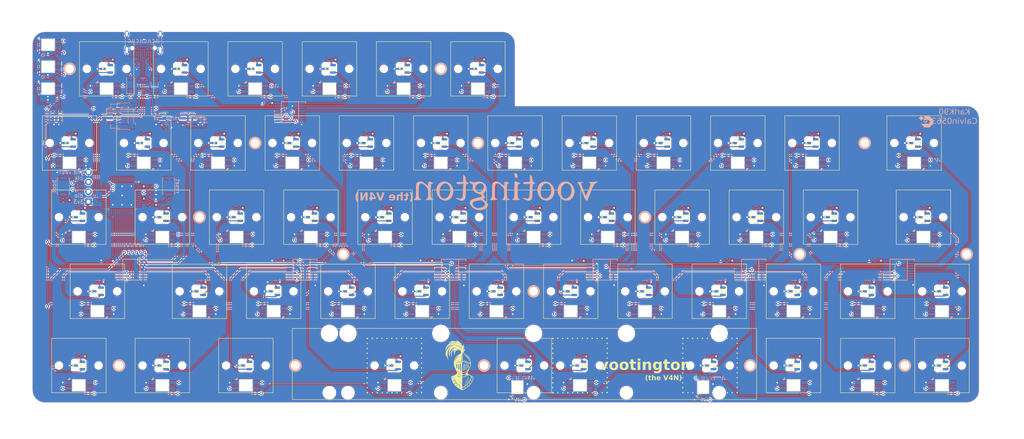
<source format=kicad_pcb>
(kicad_pcb (version 20240108) (generator "pcbnew") (generator_version "8.0")
  (layers (0 "F.Cu" signal) (31 "B.Cu" signal) (34 "B.Paste" user) (35 "F.Paste" user) (36 "B.SilkS" user "B.Silkscreen") (37 "F.SilkS" user "F.Silkscreen") (38 "B.Mask" user) (39 "F.Mask" user) (44 "Edge.Cuts" user))
  (net 0 "")
  (net 1 "+5V")
  (net 2 "GND")
  (net 3 "+3V3")
  (net 4 "Net-(D2-DOUT)")
  (net 5 "VBUS")
  (net 6 "Net-(D3-DOUT)")
  (net 7 "Net-(D4-DOUT)")
  (net 8 "Net-(D5-DOUT)")
  (net 9 "Net-(D6-DOUT)")
  (net 10 "ADC6")
  (net 11 "Net-(D7-DOUT)")
  (net 12 "Net-(D8-DOUT)")
  (net 13 "Net-(D11-DOUT)")
  (net 14 "Net-(D12-DOUT)")
  (net 15 "Net-(D13-DOUT)")
  (net 16 "ADC0")
  (net 17 "K_1")
  (net 18 "K_2")
  (net 19 "K_3")
  (net 20 "K_4")
  (net 21 "K_5")
  (net 22 "K_6")
  (net 23 "K_7")
  (net 24 "K_8")
  (net 25 "K_11")
  (net 26 "K_12")
  (net 27 "K_9")
  (net 28 "K_13")
  (net 29 "K_14")
  (net 30 "K_17")
  (net 31 "K_18")
  (net 32 "K_19")
  (net 33 "K_20")
  (net 34 "K_23")
  (net 35 "K_24")
  (net 36 "K_15")
  (net 37 "K_16")
  (net 38 "K_21")
  (net 39 "K_25")
  (net 40 "K_26")
  (net 41 "K_29")
  (net 42 "K_30")
  (net 43 "K_31")
  (net 44 "K_32")
  (net 45 "K_35")
  (net 46 "K_36")
  (net 47 "K_27")
  (net 48 "K_28")
  (net 49 "K_33")
  (net 50 "K_37")
  (net 51 "K_38")
  (net 52 "K_41")
  (net 53 "K_42")
  (net 54 "K_43")
  (net 55 "K_44")
  (net 56 "K_39")
  (net 57 "K_40")
  (net 58 "K_45")
  (net 59 "K_47")
  (net 60 "Net-(D10-DIN)")
  (net 61 "Net-(D14-DOUT)")
  (net 62 "Net-(D20-DOUT)")
  (net 63 "Net-(D38-DOUT)")
  (net 64 "Net-(D10-DOUT)")
  (net 65 "Net-(D26-DIN)")
  (net 66 "ADC1")
  (net 67 "SELECT0")
  (net 68 "SELECT1")
  (net 69 "ADC2")
  (net 70 "SELECT2")
  (net 71 "K_22")
  (net 72 "RGB")
  (net 73 "Net-(D22-DIN)")
  (net 74 "Net-(D23-DIN)")
  (net 75 "Net-(D24-DIN)")
  (net 76 "Net-(D27-DIN)")
  (net 77 "Net-(D28-DIN)")
  (net 78 "Net-(D29-DIN)")
  (net 79 "Net-(D30-DIN)")
  (net 80 "Net-(D32-DIN)")
  (net 81 "Net-(D47-DIN)")
  (net 82 "Net-(D48-DIN)")
  (net 83 "RGB MCU")
  (net 84 "K_34")
  (net 85 "K_46")
  (net 86 "K_10")
  (net 87 "ADC3")
  (net 88 "ADC4")
  (net 89 "ADC5")
  (net 90 "NRST")
  (net 91 "Net-(D15-DOUT)")
  (net 92 "Net-(D16-DOUT)")
  (net 93 "BOOT0")
  (net 94 "D_N")
  (net 95 "D_P")
  (net 96 "Net-(D17-DOUT)")
  (net 97 "Net-(D18-DOUT)")
  (net 98 "Net-(D19-DOUT)")
  (net 99 "Net-(D21-DOUT)")
  (net 100 "Net-(D22-DOUT)")
  (net 101 "Net-(D25-DIN)")
  (net 102 "Net-(D31-DIN)")
  (net 103 "Net-(D34-DOUT)")
  (net 104 "SWDIO")
  (net 105 "Net-(D35-DOUT)")
  (net 106 "Net-(D36-DOUT)")
  (net 107 "K_48")
  (net 108 "K_49")
  (net 109 "K_50")
  (net 110 "K_51")
  (net 111 "K_52")
  (net 112 "K_53")
  (net 113 "Net-(D1-DOUT)")
  (net 114 "Net-(D50-DIN)")
  (net 115 "Net-(D51-DIN)")
  (net 116 "Net-(D52-DIN)")
  (net 117 "Net-(D53-DIN)")
  (net 118 "Net-(D37-DOUT)")
  (net 119 "Net-(D39-DOUT)")
  (net 120 "Net-(D40-DOUT)")
  (net 121 "Net-(D41-DOUT)")
  (net 122 "Net-(D42-DOUT)")
  (net 123 "Net-(D43-DOUT)")
  (net 124 "Net-(D44-DOUT)")
  (net 125 "Net-(D45-DOUT)")
  (net 126 "Net-(D46-DIN)")
  (net 128 "Net-(D49-DIN)")
  (net 129 "Net-(D54-DIN)")
  (net 130 "/MCU/VREF")
  (net 131 "Net-(J1-Pin_2)")
  (net 132 "Net-(J1-Pin_3)")
  (net 133 "Net-(Q1-D)")
  (net 134 "Net-(Q1-G)")
  (net 135 "Net-(J2-CC1)")
  (net 137 "Net-(J2-CC2)")
  (net 139 "Net-(R4-Pad2)")
  (footprint "cipulot_parts:HOLE_M2" (layer "F.Cu") (at 142.875 98.425)
    (property "Reference" "H10" (hide yes))
    (property "Value" "MountingHole" (hide yes))
  )
  (footprint "cipulot_parts:HOLE_M2" (layer "F.Cu") (at 106.744954 69.85)
    (property "Reference" "H6" (hide yes))
    (property "Value" "MountingHole" (hide yes))
  )
  (footprint "Moonpad:Wooting_1.00u" (layer "F.Cu") (at 88.9 79.375)
    (property "Reference" "K_33")
    (property "Value" "KEYSW" (hide yes))
  )
  (footprint "Moonpad:Wooting_1.00u" (layer "F.Cu") (at 155.575 60.325)
    (property "Reference" "K_25")
    (property "Value" "KEYSW" (hide yes))
  )
  (footprint "Moonpad:Wooting_1.00u" (layer "F.Cu") (at 69.85 79.375)
    (property "Reference" "K_32")
    (property "Value" "KEYSW" (hide yes))
  )
  (footprint "Moonpad:Wooting_1.00u" (layer "F.Cu") (at 81.75625 98.425)
    (property "Reference" "K_45")
    (property "Value" "KEYSW" (hide yes))
  )
  (footprint "Moonpad:Wooting_1.00u" (layer "F.Cu") (at 255.5875 60.325)
    (property "Reference" "K_30")
    (property "Value" "KEYSW" (hide yes))
  )
  (footprint "Moonpad:Wooting_1.00u" (layer "F.Cu") (at 93.6625 41.275)
    (property "Reference" "K_10")
    (property "Value" "KEYSW" (hide yes))
  )
  (footprint "Moonpad:Wooting_1.00u" (layer "F.Cu") (at 60.325 60.325)
    (property "Reference" "K_20")
    (property "Value" "KEYSW" (hide yes))
  )
  (footprint "cipulot_parts:HOLE_M2" (layer "F.Cu") (at 240.50625 41.275)
    (property "Reference" "H13" (hide yes))
    (property "Value" "MountingHole" (hide yes))
  )
  (footprint "Moonpad:Wooting_1.00u" (layer "F.Cu") (at 212.725 60.325)
    (property "Reference" "K_28")
    (property "Value" "KEYSW" (hide yes))
  )
  (footprint "Moonpad:Wooting_1.00u" (layer "F.Cu") (at 207.9625 41.275)
    (property "Reference" "K_16")
    (property "Value" "KEYSW" (hide yes))
  )
  (footprint "Moonpad:Wooting_1.00u" (layer "F.Cu") (at 60.325 98.425)
    (property "Reference" "K_44")
    (property "Value" "KEYSW" (hide yes))
  )
  (footprint "cipulot_parts:HOLE_M2" (layer "F.Cu") (at 131.7625 22.225)
    (property "Reference" "H2" (hide yes))
    (property "Value" "MountingHole" (hide yes))
  )
  (footprint "Moonpad:Wooting_1.00u" (layer "F.Cu") (at 184.15 79.375)
    (property "Reference" "K_38")
    (property "Value" "KEYSW" (hide yes))
  )
  (footprint "Moonpad:Wooting_1.00u" (layer "F.Cu") (at 188.9125 41.275)
    (property "Reference" "K_15")
    (property "Value" "KEYSW" (hide yes))
  )
  (footprint "Moonpad:Wooting_1.00u" (layer "F.Cu") (at 174.625 60.325)
    (property "Reference" "K_26")
    (property "Value" "KEYSW" (hide yes))
  )
  (footprint "LOGO" (layer "F.Cu") (at 137.31875 98.425)
    (property "Reference" "G***" (hide yes))
    (property "Value" "LOGO" (hide yes))
  )
  (footprint "cipulot_parts:HOLE_M2" (layer "F.Cu") (at 94.45625 98.425)
    (property "Reference" "H7" (hide yes))
    (property "Value" "MountingHole" (hide yes))
  )
  (footprint "Moonpad:Wooting_1.00u" (layer "F.Cu") (at 107.95 79.375)
    (property "Reference" "K_34")
    (property "Value" "KEYSW" (hide yes))
  )
  (footprint "Moonpad:Wooting_1.00u" (layer "F.Cu") (at 227.0125 41.275)
    (property "Reference" "K_17")
    (property "Value" "KEYSW" (hide yes))
  )
  (footprint "Moonpad:Wooting_1.00u" (layer "F.Cu") (at 117.475 60.325)
    (property "Reference" "K_23")
    (property "Value" "KEYSW" (hide yes))
  )
  (footprint "cipulot_parts:HOLE_M2" (layer "F.Cu") (at 250.825 98.425)
    (property "Reference" "H15" (hide yes))
    (property "Value" "MountingHole" (hide yes))
  )
  (footprint "Moonpad:Wooting_1.00u" (layer "F.Cu") (at 84.1375 22.225)
    (property "Reference" "K_3")
    (property "Value" "KEYSW" (hide yes))
  )
  (footprint "Moonpad:Wooting_1.00u" (layer "F.Cu") (at 43.65625 79.375)
    (property "Reference" "K_31")
    (property "Value" "KEYSW" (hide yes))
  )
  (footprint "cipulot_parts:HOLE_M2" (layer "F.Cu") (at 223.8375 69.85)
    (property "Reference" "H14" (hide yes))
    (property "Value" "MountingHole" (hide yes))
  )
  (footprint "Moonpad:Wooting_1.00u" (layer "F.Cu") (at 146.05 79.375)
    (property "Reference" "K_36")
    (property "Value" "KEYSW" (hide yes))
  )
  (footprint "Moonpad:Wooting_1.00u" (layer "F.Cu") (at 131.7625 41.275)
    (property "Reference" "K_12")
    (property "Value" "KEYSW" (hide yes))
  )
  (footprint "Moonpad:Wooting_1.00u" (layer "F.Cu") (at 103.1875 22.225)
    (property "Reference" "K_4")
    (property "Value" "KEYSW" (hide yes))
  )
  (footprint "Moonpad:Wooting_1.00u" (layer "F.Cu") (at 193.675 60.325)
    (property "Reference" "K_27")
    (property "Value" "KEYSW" (hide yes))
  )
  (footprint "Moonpad:Wooting_1.00u" (layer "F.Cu") (at 55.5625 41.275)
    (property "Reference" "K_8")
    (property "Value" "KEYSW" (hide yes))
  )
  (footprint "cipulot_parts:HOLE_M2" (layer "F.Cu") (at 211.1375 98.425)
    (property "Reference" "H12" (hide yes))
    (property "Value" "MountingHole" (hide yes))
  )
  (footprint "Moonpad:Wooting_1.00u" (layer "F.Cu") (at 46.0375 22.225)
    (property "Reference" "K_1")
    (property "Value" "KEYSW" (hide yes))
  )
  (footprint "PCM_marbastlib-mx:STAB_MX_2.75u" (layer "F.Cu") (at 119.85625 98.425 180)
    (property "Reference" "S1" (hide yes))
    (property "Value" "MX_stab" (hide yes))
  )
  (footprint "Moonpad:Wooting_1.00u" (layer "F.Cu") (at 203.2 79.375)
    (property "Reference" "K_39")
    (property "Value" "KEYSW" (hide yes))
  )
  (footprint "Moonpad:Wooting_1.00u" (layer "F.Cu") (at 74.6125 41.275)
    (property "Reference" "K_9")
    (property "Value" "KEYSW" (hide yes))
  )
  (footprint "cipulot_parts:HOLE_M2" (layer "F.Cu") (at 84.1375 41.275)
    (property "Reference" "H5" (hide yes))
    (property "Value" "MountingHole" (hide yes))
  )
  (footprint "cipulot_parts:HOLE_M2" (layer "F.Cu") (at 69.85 60.325)
    (property "Reference" "H11" (hide yes))
    (property "Value" "MountingHole" (hide yes))
  )
  (footprint "Moonpad:Wooting_1.00u" (layer "F.Cu") (at 112.7125 41.275)
    (property "Reference" "K_11")
    (property "Value" "KEYSW" (hide yes))
  )
  (footprint "Moonpad:Wooting_1.00u" (layer "F.Cu") (at 253.20625 41.275)
    (property "Reference" "K_18")
    (property "Value" "KEYSW" (hide yes))
  )
  (footprint "Moonpad:Wooting_1.00u" (layer "F.Cu") (at 222.25 79.375)
    (property "Reference" "K_40")
    (property "Value" "KEYSW" (hide yes))
  )
  (footprint "Moonpad:Wooting_1.00u" (layer "F.Cu") (at 150.8125 41.275)
    (property "Reference" "K_13")
    (property "Value" "KEYSW" (hide yes))
  )
  (footprint "Moonpad:Wooting_1.00u" (layer "F.Cu") (at 122.2375 22.225)
    (property "Reference" "K_5")
    (property "Value" "KEYSW" (hide yes))
  )
  (footprint "cipulot_parts:HOLE_M2" (layer "F.Cu") (at 141.2875 41.275)
    (property "Reference" "H8" (hide yes))
    (property "Value" "MountingHole" (hide yes))
  )
  (footprint "cipulot_parts:HOLE_M2" (layer "F.Cu") (at 266.7 69.85)
    (property "Reference" "H16" (hide yes))
    (property "Value" "MountingHole" (hide yes))
  )
  (footprint "cipulot_parts:HOLE_M2" (layer "F.Cu") (at 184.15 60.325)
    (property "Reference" "H9" (hide yes))
    (property "Value" "MountingHole" (hide yes))
  )
  (footprint "Moonpad:Wooting_1.00u" (layer "F.Cu") (at 127 79.375)
    (property "Reference" "K_35")
    (property "Value" "KEYSW" (hide yes))
  )
  (footprint "Moonpad:Wooting_1.00u" (layer "F.Cu") (at 241.3 98.425)
    (property "Reference" "K_51")
    (property "Value" "KEYSW")
  )
  (footprint "PCM_marbastlib-mx:STAB_MX_6.25u" (layer "F.Cu") (at 153.1874 98.425 180)
    (property "Reference" "S2" (hide yes))
    (property "Value" "MX_stab" (hide yes))
  )
  (footprint "Moonpad:Wooting_1.00u" (layer "F.Cu") (at 141.2875 22.225)
    (property "Reference" "K_6")
    (property "Value" "KEYSW" (hide yes))
  )
  (footprint "Moonpad:Wooting_1.00u" (layer "F.Cu") (at 241.3 79.375)
    (property "Reference" "K_41")
    (property "Value" "KEYSW" (hide yes))
  )
  (footprint "Moonpad:Wooting_1.00u" (layer "F.Cu") (at 222.25 98.425)
    (property "Reference" "K_50")
    (property "Value" "KEYSW")
  )
  (footprint "Moonpad:Wooting_1.00u" (layer "F.Cu") (at 167.48125 98.425)
    (property "Reference" "K_48")
    (property "Value" "KEYSW")
  )
  (footprint "Moonpad:Wooting_1.00u" (layer "F.Cu") (at 231.775 60.325)
    (property "Reference" "K_29")
    (property "Value" "KEYSW" (hide yes))
  )
  (footprint "Moonpad:Wooting_1.00u" (layer "F.Cu") (at 119.85625 98.425)
    (property "Reference" "K_46")
    (property "Value" "KEYSW" (hide yes))
  )
  (footprint "Moonpad:Wooting_1.00u" (layer "F.Cu") (at 98.425 60.325)
    (property "Reference" "K_22")
    (property "Value" "KEYSW" (hide yes))
  )
  (footprint "Moonpad:Wooting_1.00u" (layer "F.Cu") (at 200.81875 98.425)
    (property "Reference" "K_49")
    (property "Value" "KEYSW")
  )
  (footprint "Moonpad:Wooting_1.00u" (layer "F.Cu") (at 79.375 60.325)
    (property "Reference" "K_21")
    (property "Value" "KEYSW" (hide yes))
  )
  (footprint "Moonpad:Wooting_1.00u" (layer "F.Cu") (at 169.8625 41.275)
    (property "Reference" "K_14")
    (property "Value" "KEYSW" (hide yes))
  )
  (footprint "Moonpad:Wooting_1.00u" (layer "F.Cu") (at 38.89375 98.425)
    (property "Reference" "K_43")
    (property "Value" "KEYSW" (hide yes))
  )
  (footprint "cipulot_parts:HOLE_M2" (layer "F.Cu") (at 49.2125 98.425)
    (property "Reference" "H4" (hide yes))
    (property "Value" "MountingHole" (hide yes))
  )
  (footprint "Moonpad:Wooting_1.00u" (layer "F.Cu") (at 136.525 60.325)
    (property "Reference" "K_24")
    (property "Value" "KEYSW" (hide yes))
  )
  (footprint "Moonpad:Wooting_1.00u" (layer "F.Cu") (at 38.89375 60.325)
    (property "Reference" "K_19")
    (property "Value" "KEYSW" (hide yes))
  )
  (footprint "Moonpad:Wooting_1.00u" (layer "F.Cu") (at 153.1874 98.425)
    (property "Reference" "K_47")
    (property "Value" "KEYSW")
  )
  (footprint "Moonpad:Wooting_1.00u" (layer "F.Cu") (at 260.35 79.375)
    (property "Reference" "K_42")
    (property "Value" "KEYSW" (hide yes))
  )
  (footprint "cipulot_parts:HOLE_M2" (layer "F.Cu") (at 36.5125 22.225)
    (property "Reference" "H1" (hide yes))
    (property "Value" "MountingHole" (hide yes))
  )
  (footprint "Moonpad:Wooting_1.00u" (layer "F.Cu") (at 36.5125 41.275)
    (property "Reference" "K_7")
    (property "Value" "KEYSW" (hide yes))
  )
  (footprint "Moonpad:Wooting_1.00u" (layer "F.Cu") (at 165.1 79.375)
    (property "Reference" "K_37")
    (property "Value" "KEYSW" (hide yes))
  )
  (footprint "Moonpad:Wooting_1.00u" (layer "F.Cu") (at 260.35 98.425)
    (property "Reference" "K_52")
    (property "Value" "KEYSW")
  )
  (footprint "Moonpad:Wooting_1.00u" (layer "F.Cu") (at 65.0875 22.225)
    (property "Reference" "K_2")
    (property "Value" "KEYSW" (hide yes))
  )
  (footprint "cipulot_parts:HOLE_M2" (layer "F.Cu") (at 155.575 79.375)
    (property "Reference" "H3" (hide yes))
    (property "Value" "MountingHole" (hide yes))
  )
  (footprint "PCM_marbastlib-mx:STAB_MX_2.25u" (layer "F.Cu") (at 167.48125 98.425 180)
    (property "Reference" "S3" (hide yes))
    (property "Value" "MX_stab" (hide yes))
  )
  (footprint "Capacitor_SMD:C_0402_1005Metric" (layer "B.Cu") (at 203.2 76.99375 180)
    (property "Reference" "C39" (hide yes))
    (property "Value" "100nF")
  )
  (footprint "Capacitor_SMD:C_0402_1005Metric" (layer "B.Cu") (at 243.254704 71.401076 180)
    (property "Reference" "C118" (hide yes))
    (property "Value" "100pF")
  )
  (footprint "Capacitor_SMD:C_0402_1005Metric" (layer "B.Cu") (at 167.48125 96.04375 180)
    (property "Reference" "C48" (hide yes))
    (property "Value" "100nF")
  )
  (footprint "Capacitor_SMD:C_0402_1005Metric" (layer "B.Cu") (at 222.25 76.99375 180)
    (property "Reference" "C40" (hide yes))
    (property "Value" "100nF")
  )
  (footprint "cipulot_parts:SK6803-MINI-E" (layer "B.Cu") (at 151.429852 103.98125 -90)
    (property "Reference" "D51" (hide yes))
    (property "Value" "YS-SK6803MINI-E" (hide yes))
    (fp_line (start -1.7 1.5) (end 1.7 1.5) (stroke (width 0.12)) (layer "Edge.Cuts"))
    (fp_line (start 1.7 1.5) (end 1.7 -1.5) (stroke (width 0.12)) (layer "Edge.Cuts"))
    (fp_line (start -1.7 -1.5) (end -1.7 1.5) (stroke (width 0.12)) (layer "Edge.Cuts"))
    (fp_line (start 1.7 -1.5) (end -1.7 -1.5) (stroke (width 0.12)) (layer "Edge.Cuts"))
  )
  (footprint "Capacitor_SMD:C_0402_1005Metric" (layer "B.Cu") (at 67.46875 82.55)
    (property "Reference" "C97" (hide yes))
    (property "Value" "100nF")
  )
  (footprint "Package_TO_SOT_SMD:TSOT-23-5" (layer "B.Cu") (at 33.14325 34.03475 90)
    (property "Reference" "U56" (hide yes))
    (property "Value" "74AHCT1G125" (hide yes))
  )
  (footprint "Capacitor_SMD:C_0402_1005Metric" (layer "B.Cu") (at 57.15 55.805587)
    (property "Reference" "C53" (hide yes))
    (property "Value" "100nF")
  )
  (footprint "cipulot_parts:TSSOP16" (layer "B.Cu") (at 211.1375 73.837205 -90)
    (property "Reference" "U58" (hide yes))
    (property "Value" "74HC4051" (hide yes))
  )
  (footprint "Capacitor_SMD:C_0402_1005Metric" (layer "B.Cu") (at 41.275 82.55)
    (property "Reference" "C96" (hide yes))
    (property "Value" "100nF")
  )
  (footprint "cipulot_parts:SK6803-MINI-E" (layer "B.Cu") (at 38.89375 103.529 180)
    (property "Reference" "D55" (hide yes))
    (property "Value" "YS-SK6803MINI-E" (hide yes))
    (fp_line (start 1.7 1.5) (end 1.7 -1.5) (stroke (width 0.12)) (layer "Edge.Cuts"))
    (fp_line (start 1.7 -1.5) (end -1.7 -1.5) (stroke (width 0.12)) (layer "Edge.Cuts"))
    (fp_line (start -1.7 1.5) (end 1.7 1.5) (stroke (width 0.12)) (layer "Edge.Cuts"))
    (fp_line (start -1.7 -1.5) (end -1.7 1.5) (stroke (width 0.12)) (layer "Edge.Cuts"))
  )
  (footprint "Package_TO_SOT_SMD:SOT-23" (layer "B.Cu") (at 200.81875 98.425 180)
    (property "Reference" "U49" (hide yes))
    (property "Value" "SLSS49E-3" (hide yes))
  )
  (footprint "cipulot_parts:SK6803-MINI-E" (layer "B.Cu") (at 112.7125 46.379)
    (property "Reference" "D17" (hide yes))
    (property "Value" "YS-SK6803MINI-E" (hide yes))
    (fp_line (start -1.7 -1.5) (end -1.7 1.5) (stroke (width 0.12)) (layer "Edge.Cuts"))
    (fp_line (start -1.7 1.5) (end 1.7 1.5) (stroke (width 0.12)) (layer "Edge.Cuts"))
    (fp_line (start 1.7 -1.5) (end -1.7 -1.5) (stroke (width 0.12)) (layer "Edge.Cuts"))
    (fp_line (start 1.7 1.5) (end 1.7 -1.5) (stroke (width 0.12)) (layer "Edge.Cuts"))
  )
  (footprint "Package_TO_SOT_SMD:SOT-23" (layer "B.Cu") (at 38.89375 98.425 180)
    (property "Reference" "U43" (hide yes))
    (property "Value" "SLSS49E-3" (hide yes))
  )
  (footprint "cipulot_parts:SK6803-MINI-E" (layer "B.Cu") (at 43.65625 84.479)
    (property "Reference" "D45" (hide yes))
    (property "Value" "YS-SK6803MINI-E" (hide yes))
    (fp_line (start -1.7 -1.5) (end -1.7 1.5) (stroke (width 0.12)) (layer "Edge.Cuts"))
    (fp_line (start -1.7 1.5) (end 1.7 1.5) (stroke (width 0.12)) (layer "Edge.Cuts"))
    (fp_line (start 1.7 -1.5) (end -1.7 -1.5) (stroke (width 0.12)) (layer "Edge.Cuts"))
    (fp_line (start 1.7 1.5) (end 1.7 -1.5) (stroke (width 0.12)) (layer "Edge.Cuts"))
  )
  (footprint "Package_TO_SOT_SMD:SOT-23" (layer "B.Cu") (at 150.8125 41.275 180)
    (property "Reference" "U13" (hide yes))
    (property "Value" "SLSS49E-3" (hide yes))
  )
  (footprint "Capacitor_SMD:C_0402_1005Metric" (layer "B.Cu") (at 148.43125 44.45)
    (property "Reference" "C78" (hide yes))
    (property "Value" "100nF")
  )
  (footprint "Capacitor_SMD:C_0402_1005Metric" (layer "B.Cu") (at 253.20625 38.89375 180)
    (property "Reference" "C18" (hide yes))
    (property "Value" "100nF")
  )
  (footprint "Capacitor_SMD:C_0402_1005Metric" (layer "B.Cu") (at 117.475 57.94375 180)
    (property "Reference" "C23" (hide yes))
    (property "Value" "100nF")
  )
  (footprint "cipulot_parts:SK6803-MINI-E" (layer "B.Cu") (at 222.25 84.479)
    (property "Reference" "D36" (hide yes))
    (property "Value" "YS-SK6803MINI-E" (hide yes))
    (fp_line (start -1.7 -1.5) (end -1.7 1.5) (stroke (width 0.12)) (layer "Edge.Cuts"))
    (fp_line (start -1.7 1.5) (end 1.7 1.5) (stroke (width 0.12)) (layer "Edge.Cuts"))
    (fp_line (start 1.7 -1.5) (end -1.7 -1.5) (stroke (width 0.12)) (layer "Edge.Cuts"))
    (fp_line (start 1.7 1.5) (end 1.7 -1.5) (stroke (width 0.12)) (layer "Edge.Cuts"))
  )
  (footprint "Capacitor_SMD:C_0402_1005Metric" (layer "B.Cu") (at 33.3375 23.8125 180)
    (property "Reference" "C64" (hide yes))
    (property "Value" "100nF")
  )
  (footprint "cipulot_parts:SK6803-MINI-E" (layer "B.Cu") (at 260.35 103.529 180)
    (property "Reference" "D46" (hide yes))
    (property "Value" "YS-SK6803MINI-E" (hide yes))
    (fp_line (start 1.7 1.5) (end 1.7 -1.5) (stroke (width 0.12)) (layer "Edge.Cuts"))
    (fp_line (start 1.7 -1.5) (end -1.7 -1.5) (stroke (width 0.12)) (layer "Edge.Cuts"))
    (fp_line (start -1.7 1.5) (end 1.7 1.5) (stroke (width 0.12)) (layer "Edge.Cuts"))
    (fp_line (start -1.7 -1.5) (end -1.7 1.5) (stroke (width 0.12)) (layer "Edge.Cuts"))
  )
  (footprint "Package_TO_SOT_SMD:SOT-23" (layer "B.Cu") (at 88.9 79.375 180)
    (property "Reference" "U33" (hide yes))
    (property "Value" "SLSS49E-3" (hide yes))
  )
  (footprint "Package_TO_SOT_SMD:SOT-23" (layer "B.Cu") (at 119.85625 98.425 180)
    (property "Reference" "U46" (hide yes))
    (property "Value" "SLSS49E-3" (hide yes))
  )
  (footprint "Capacitor_SMD:C_0402_1005Metric" (layer "B.Cu") (at 105.56875 29.36875 180)
    (property "Reference" "C69" (hide yes))
    (property "Value" "100nF")
  )
  (footprint "Button_Switch_SMD:SW_Push_SPST_NO_Alps_SKRK" (layer "B.Cu") (at 34.925 52.3875 90)
    (property "Reference" "SW1" (hide yes))
    (property "Value" "Alps SKRK")
  )
  (footprint "Package_TO_SOT_SMD:SOT-23" (layer "B.Cu") (at 61.31875 34.925)
    (property "Reference" "Q1" (hide yes))
    (property "Value" "AP40P05")
  )
  (footprint "Capacitor_SMD:C_0402_1005Metric" (layer "B.Cu") (at 88.9 76.99375 180)
    (property "Reference" "C33" (hide yes))
    (property "Value" "100nF")
  )
  (footprint "Resistor_SMD:R_0402_1005Metric" (layer "B.Cu") (at 38.58375 51.59375)
    (property "Reference" "R2" (hide yes))
    (property "Value" "33 Ohm")
  )
  (footprint "cipulot_parts:SK6803-MINI-E" (layer "B.Cu") (at 188.9125 46.379)
    (property "Reference" "D13" (hide yes))
    (property "Value" "YS-SK6803MINI-E" (hide yes))
    (fp_line (start -1.7 -1.5) (end -1.7 1.5) (stroke (width 0.12)) (layer "Edge.Cuts"))
    (fp_line (start -1.7 1.5) (end 1.7 1.5) (stroke (width 0.12)) (layer "Edge.Cuts"))
    (fp_line (start 1.7 -1.5) (end -1.7 -1.5) (stroke (width 0.12)) (layer "Edge.Cuts"))
    (fp_line (start 1.7 1.5) (end 1.7 -1.5) (stroke (width 0.12)) (layer "Edge.Cuts"))
  )
  (footprint "Capacitor_SMD:C_0402_1005Metric" (layer "B.Cu") (at 58.3375 29.36875)
    (property "Reference" "C61" (hide yes))
    (property "Value" "100nF" (hide yes))
  )
  (footprint "Capacitor_SMD:C_0402_1005Metric" (layer "B.Cu") (at 143.66875 29.36875 180)
    (property "Reference" "C71" (hide yes))
    (property "Value" "100nF")
  )
  (footprint "cipulot_parts:SK6803-MINI-E" (layer "B.Cu") (at 81.75625 103.529 180)
    (property "Reference" "D53" (hide yes))
    (property "Value" "YS-SK6803MINI-E" (hide yes))
    (fp_line (start 1.7 1.5) (end 1.7 -1.5) (stroke (width 0.12)) (layer "Edge.Cuts"))
    (fp_line (start 1.7 -1.5) (end -1.7 -1.5) (stroke (width 0.12)) (layer "Edge.Cuts"))
    (fp_line (start -1.7 1.5) (end 1.7 1.5) (stroke (width 0.12)) (layer "Edge.Cuts"))
    (fp_line (start -1.7 -1.5) (end -1.7 1.5) (stroke (width 0.12)) (layer "Edge.Cuts"))
  )
  (footprint "Capacitor_SMD:C_0402_1005Metric" (layer "B.Cu") (at 143.66875 82.55)
    (property "Reference" "C101" (hide yes))
    (property "Value" "100nF")
  )
  (footprint "cipulot_parts:SK6803-MINI-E" (layer "B.Cu") (at 31.0125 16.04 180)
    (property "Reference" "D3" (hide yes))
    (property "Value" "YS-SK6803MINI-E" (hide yes))
    (fp_line (start 1.7 1.5) (end 1.7 -1.5) (stroke (width 0.12)) (layer "Edge.Cuts"))
    (fp_line (start 1.7 -1.5) (end -1.7 -1.5) (stroke (width 0.12)) (layer "Edge.Cuts"))
    (fp_line (start -1.7 1.5) (end 1.7 1.5) (stroke (width 0.12)) (layer "Edge.Cuts"))
    (fp_line (start -1.7 -1.5) (end -1.7 1.5) (stroke (width 0.12)) (layer "Edge.Cuts"))
  )
  (footprint "Capacitor_SMD:C_0402_1005Metric" (layer "B.Cu") (at 136.525 57.94375 180)
    (property "Reference" "C24" (hide yes))
    (property "Value" "100nF")
  )
  (footprint "Capacitor_SMD:C_0402_1005Metric" (layer "B.Cu") (at 62.70625 105.56875 180)
    (property "Reference" "C109" (hide yes))
    (property "Value" "100nF")
  )
  (footprint "Capacitor_SMD:C_0402_1005Metric" (layer "B.Cu") (at 119.85625 96.04375 180)
    (property "Reference" "C46" (hide yes))
    (property "Value" "100nF")
  )
  (footprint "Resistor_SMD:R_0402_1005Metric" (layer "B.Cu") (at 53.721589 21.037501 90)
    (property "Reference" "R7" (hide yes))
    (property "Value" "5.1k" (hide yes))
  )
  (footprint "Capacitor_SMD:C_0402_1005Metric" (layer "B.Cu") (at 61.9125 55.95625)
    (property "Reference" "C56" (hide yes))
    (property "Value" "100nF" (hide yes))
  )
  (footprint "cipulot_parts:SK6803-MINI-E" (layer "B.Cu") (at 60.325 65.429 180)
    (property "Reference" "D32" (hide yes))
    (property "Value" "YS-SK6803MINI-E" (hide yes))
    (fp_line (start 1.7 1.5) (end 1.7 -1.5) (stroke (width 0.12)) (layer "Edge.Cuts"))
    (fp_line (start 1.7 -1.5) (end -1.7 -1.5) (stroke (width 0.12)) (layer "Edge.Cuts"))
    (fp_line (start -1.7 1.5) (end 1.7 1.5) (stroke (width 0.12)) (layer "Edge.Cuts"))
    (fp_line (start -1.7 -1.5) (end -1.7 1.5) (stroke (width 0.12)) (layer "Edge.Cuts"))
  )
  (footprint "Capacitor_SMD:C_0402_1005Metric" (layer "B.Cu") (at 100.80625 67.46875 180)
    (property "Reference" "C87" (hide yes))
    (property "Value" "100nF")
  )
  (footprint "cipulot_parts:SK6803-MINI-E" (layer "B.Cu") (at 98.425 65.429 180)
    (property "Reference" "D30" (hide yes))
    (property "Value" "YS-SK6803MINI-E" (hide yes))
    (fp_line (start 1.7 1.5) (end 1.7 -1.5) (stroke (width 0.12)) (layer "Edge.Cuts"))
    (fp_line (start 1.7 -1.5) (end -1.7 -1.5) (stroke (width 0.12)) (layer "Edge.Cuts"))
    (fp_line (start -1.7 1.5) (end 1.7 1.5) (stroke (width 0.12)) (layer "Edge.Cuts"))
    (fp_line (start -1.7 -1.5) (end -1.7 1.5) (stroke (width 0.12)) (layer "Edge.Cuts"))
  )
  (footprint "Package_TO_SOT_SMD:SOT-23" (layer "B.Cu") (at 203.2 79.375 180)
    (property "Reference" "U39" (hide yes))
    (property "Value" "SLSS49E-3" (hide yes))
  )
  (footprint "Package_TO_SOT_SMD:SOT-23" (layer "B.Cu") (at 136.525 60.325 180)
    (property "Reference" "U24" (hide yes))
    (property "Value" "SLSS49E-3" (hide yes))
  )
  (footprint "Capacitor_SMD:C_0402_1005Metric" (layer "B.Cu") (at 46.0375 19.84375 180)
    (property "Reference" "C2" (hide yes))
    (property "Value" "100nF")
  )
  (footprint "Capacitor_SMD:C_0402_1005Metric" (layer "B.Cu") (at 41.275 67.46875 180)
    (property "Reference" "C84" (hide yes))
    (property "Value" "100nF")
  )
  (footprint "Capacitor_SMD:C_0402_1005Metric" (layer "B.Cu") (at 241.3 96.04375 180)
    (property "Reference" "C51" (hide yes))
    (property "Value" "100nF")
  )
  (footprint "Capacitor_SMD:C_0402_1005Metric" (layer "B.Cu") (at 93.6625 38.89375 180)
    (property "Reference" "C10" (hide yes))
    (property "Value" "100nF")
  )
  (footprint "Package_TO_SOT_SMD:SOT-143" (layer "B.Cu") (at 55.309089 26.19375)
    (property "Reference" "U55" (hide yes))
    (property "Value" "PRTR5V0U2X" (hide yes))
  )
  (footprint "Capacitor_SMD:C_0402_1005Metric" (layer "B.Cu") (at 165.1 76.99375 180)
    (property "Reference" "C37" (hide yes))
    (property "Value" "100nF")
  )
  (footprint "Capacitor_SMD:C_0402_1005Metric" (layer "B.Cu") (at 124.61875 29.36875 180)
    (property "Reference" "C70" (hide yes))
    (property "Value" "100nF")
  )
  (footprint "Capacitor_SMD:C_0402_1005Metric" (layer "B.Cu") (at 127 76.99375 180)
    (property "Reference" "C35" (hide yes))
    (property "Value" "100nF")
  )
  (footprint "Package_TO_SOT_SMD:SOT-23" (layer "B.Cu") (at 227.0125 41.275 180)
    (property "Reference" "U18" (hide yes))
    (property "Value" "SLSS49E-3" (hide yes))
  )
  (footprint "Package_TO_SOT_SMD:SOT-23" (layer "B.Cu") (at 255.5875 60.325 180)
    (property "Reference" "U30" (hide yes))
    (property "Value" "SLSS49E-3" (hide yes))
  )
  (footprint "Package_TO_SOT_SMD:SOT-23" (layer "B.Cu") (at 155.575 60.325 180)
    (property "Reference" "U25" (hide yes))
    (property "Value" "SLSS49E-3" (hide yes))
  )
  (footprint "Capacitor_SMD:C_0402_1005Metric" (layer "B.Cu") (at 243.68125 105.56875 180)
    (property "Reference" "C116" (hide yes))
    (property "Value" "100nF")
  )
  (footprint "Capacitor_SMD:C_0402_1005Metric" (layer "B.Cu") (at 205.58125 44.45)
    (property "Reference" "C81" (hide yes))
    (property "Value" "100nF")
  )
  (footprint "Capacitor_SMD:C_0402_1005Metric" (layer "B.Cu") (at 64.2 34.925 -90)
    (property "Reference" "C57" (hide yes))
    (property "Value" "10uF" (hide yes))
  )
  (footprint "Capacitor_SMD:C_0402_1005Metric" (layer "B.Cu") (at 34.13125 44.45)
    (property "Reference" "C72" (hide yes))
    (property "Value" "100nF")
  )
  (footprint "LOGO" (layer "B.Cu") (at 256.38125 35.71875 180)
    (property "Reference" "G***" (hide yes))
    (property "Value" "LOGO" (hide yes))
  )
  (footprint "Capacitor_SMD:C_0402_1005Metric" (layer "B.Cu") (at 84.1375 19.84375 180)
    (property "Reference" "C1" (hide yes))
    (property "Value" "100nF")
  )
  (footprint "Package_TO_SOT_SMD:SOT-23" (layer "B.Cu") (at 65.0875 22.225 180)
    (property "Reference" "U2" (hide yes))
    (property "Value" "SLSS49E-3")
  )
  (footprint "Capacitor_SMD:C_0402_1005Metric" (layer "B.Cu") (at 41.275 105.56875 180)
    (property "Reference" "C108" (hide yes))
    (property "Value" "100nF")
  )
  (footprint "cipulot_parts:SK6803-MINI-E" (layer "B.Cu") (at 74.6125 46.379)
    (property "Reference" "D19" (hide yes))
    (property "Value" "YS-SK6803MINI-E" (hide yes))
    (fp_line (start -1.7 -1.5) (end -1.7 1.5) (stroke (width 0.12)) (layer "Edge.Cuts"))
    (fp_line (start -1.7 1.5) (end 1.7 1.5) (stroke (width 0.12)) (layer "Edge.Cuts"))
    (fp_line (start 1.7 -1.5) (end -1.7 -1.5) (stroke (width 0.12)) (layer "Edge.Cuts"))
    (fp_line (start 1.7 1.5) (end 1.7 -1.5) (stroke (width 0.12)) (layer "Edge.Cuts"))
  )
  (footprint "Package_TO_SOT_SMD:SOT-23-5" (layer "B.Cu") (at 66.875 34.925)
    (property "Reference" "U54" (hide yes))
    (property "Value" "AP2112K-3.3")
  )
  (footprint "Capacitor_SMD:C_0402_1005Metric" (layer "B.Cu") (at 70.64375 34.925 -90)
    (property "Reference" "C59" (hide yes))
    (property "Value" "2.2uF")
  )
  (footprint "cipulot_parts:SK6803-MINI-E" (layer "B.Cu") (at 117.475 65.429 180)
    (property "Reference" "D29" (hide yes))
    (property "Value" "YS-SK6803MINI-E" (hide yes))
    (fp_line (start 1.7 1.5) (end 1.7 -1.5) (stroke (width 0.12)) (layer "Edge.Cuts"))
    (fp_line (start 1.7 -1.5) (end -1.7 -1.5) (stroke (width 0.12)) (layer "Edge.Cuts"))
    (fp_line (start -1.7 1.5) (end 1.7 1.5) (stroke (width 0.12)) (layer "Edge.Cuts"))
    (fp_line (start -1.7 -1.5) (end -1.7 1.5) (stroke (width 0.12)) (layer "Edge.Cuts"))
  )
  (footprint "Capacitor_SMD:C_0402_1005Metric" (layer "B.Cu") (at 162.71875 82.55)
    (property "Reference" "C102" (hide yes))
    (property "Value" "100nF")
  )
  (footprint "cipulot_parts:SK6803-MINI-E" (layer "B.Cu") (at 212.725 65.429 180)
    (property "Reference" "D24" (hide yes))
    (property "Value" "YS-SK6803MINI-E" (hide yes))
    (fp_line (start 1.7 1.5) (end 1.7 -1.5) (stroke (width 0.12)) (layer "Edge.Cuts"))
    (fp_line (start 1.7 -1.5) (end -1.7 -1.5) (stroke (width 0.12)) (layer "Edge.Cuts"))
    (fp_line (start -1.7 1.5) (end 1.7 1.5) (stroke (width 0.12)) (layer "Edge.Cuts"))
    (fp_line (start -1.7 -1.5) (end -1.7 1.5) (stroke (width 0.12)) (layer "Edge.Cuts"))
  )
  (footprint "cipulot_parts:SK6803-MINI-E" (layer "B.Cu") (at 31.0125 27.305 180)
    (property "Reference" "D1" (hide yes))
    (property "Value" "YS-SK6803MINI-E" (hide yes))
    (fp_line (start 1.7 1.5) (end 1.7 -1.5) (stroke (width 0.12)) (layer "Edge.Cuts"))
    (fp_line (start 1.7 -1.5) (end -1.7 -1.5) (stroke (width 0.12)) (layer "Edge.Cuts"))
    (fp_line (start -1.7 1.5) (end 1.7 1.5) (stroke (width 0.12)) (layer "Edge.Cuts"))
    (fp_line (start -1.7 -1.5) (end -1.7 1.5) (stroke (width 0.12)) (layer "Edge.Cuts"))
  )
  (footprint "Capacitor_SMD:C_0402_1005Metric" (layer "B.Cu") (at 55.5625 38.89375 180)
    (property "Reference" "C8" (hide yes))
    (property "Value" "100nF")
  )
  (footprint "Capacitor_SMD:C_0402_1005Metric" (layer "B.Cu") (at 257.96875 82.55)
    (property "Reference" "C107" (hide yes))
    (property "Value" "100nF")
  )
  (footprint "Capacitor_SMD:C_0402_1005Metric" (layer "B.Cu") (at 138.90625 67.46875 180)
    (property "Reference" "C89" (hide yes))
    (property "Value" "100nF")
  )
  (footprint "Capacitor_SMD:C_0402_1005Metric" (layer "B.Cu") (at 153.9875 101.6 -90)
    (property "Reference" "C112" (hide yes))
    (property "Value" "100nF")
  )
  (footprint "Capacitor_SMD:C_0402_1005Metric" (layer "B.Cu") (at 250.825 44.45)
    (property "Reference" "C83" (hide yes))
    (property "Value" "100nF")
  )
  (footprint "Connector_PinHeader_2.54mm:PinHeader_1x04_P2.54mm_Vertical" (layer "B.Cu") (at 41.375 56.35625)
    (property "Reference" "J1" (hide yes))
    (property "Value" "Conn_01x04")
  )
  (footprint "Capacitor_SMD:C_0402_1005Metric" (layer "B.Cu") (at 222.25 96.04375 180)
    (property "Reference" "C50" (hide yes))
    (property "Value" "100nF")
  )
  (footprint "Package_TO_SOT_SMD:SOT-23" (layer "B.Cu") (at 122.2375 22.225 180)
    (property "Reference" "U5" (hide yes))
    (property "Value" "SLSS49E-3")
  )
  (footprint "Capacitor_SMD:C_0402_1005Metric" (layer "B.Cu") (at 112.7125 38.89375 180)
    (property "Reference" "C11" (hide yes))
    (property "Value" "100nF")
  )
  (footprint "Package_TO_SOT_SMD:SOT-23" (layer "B.Cu") (at 146.05 79.375 180)
    (property "Reference" "U36" (hide yes))
    (property "Value" "SLSS49E-3" (hide yes))
  )
  (footprint "cipulot_parts:SK6803-MINI-E" (layer "B.Cu") (at 36.5125 46.379)
    (property "Reference" "D21" (hide yes))
    (property "Value" "YS-SK6803MINI-E" (hide yes))
    (fp_line (start -1.7 -1.5) (end -1.7 1.5) (stroke (width 0.12)) (layer "Edge.Cuts"))
    (fp_line (start -1.7 1.5) (end 1.7 1.5) (stroke (width 0.12)) (layer "Edge.Cuts"))
    (fp_line (start 1.7 -1.5) (end -1.7 -1.5) (stroke (width 0.12)) (layer "Edge.Cuts"))
    (fp_line (start 1.7 1.5) (end 1.7 -1.5) (stroke (width 0.12)) (layer "Edge.Cuts"))
  )
  (footprint "Package_TO_SOT_SMD:SOT-23" (layer "B.Cu") (at 131.7625 41.275 180)
    (property "Reference" "U12" (hide yes))
    (property "Value" "SLSS49E-3" (hide yes))
  )
  (footprint "cipulot_parts:SK6803-MINI-E" (layer "B.Cu") (at 65.0875 27.329 180)
    (property "Reference" "D5" (hide yes))
    (property "Value" "YS-SK6803MINI-E" (hide yes))
    (fp_line (start 1.7 1.5) (end 1.7 -1.5) (stroke (width 0.12)) (layer "Edge.Cuts"))
    (fp_line (start 1.7 -1.5) (end -1.7 -1.5) (stroke (width 0.12)) (layer "Edge.Cuts"))
    (fp_line (start -1.7 1.5) (end 1.7 1.5) (stroke (width 0.12)) (layer "Edge.Cuts"))
    (fp_line (start -1.7 -1.5) (end -1.7 1.5) (stroke (width 0.12)) (layer "Edge.Cuts"))
  )
  (footprint "Fuse:Fuse_0402_1005Metric" (layer "B.Cu") (at 57.15 52.3875)
    (property "Reference" "FB1" (hide yes))
    (property "Value" "1k OHM 100mhz")
  )
  (footprint "Package_TO_SOT_SMD:SOT-23" (layer "B.Cu") (at 153.19375 98.425 180)
    (property "Reference" "U47" (hide yes))
    (property "Value" "SLSS49E-3" (hide yes))
  )
  (footprint "Capacitor_SMD:C_0402_1005Metric" (layer "B.Cu") (at 174.625 57.94375 180)
    (property "Reference" "C26" (hide yes))
    (property "Value" "100nF")
  )
  (footprint "Capacitor_SMD:C_0402_1005Metric" (layer "B.Cu") (at 200.81875 82.55)
    (property "Reference" "C104" (hide yes))
    (property "Value" "100nF")
  )
  (footprint "Resistor_SMD:R_0402_1005Metric" (layer "B.Cu") (at 57.037122 21.066841 90)
    (property "Reference" "R8" (hide yes))
    (property "Value" "5.1k" (hide yes))
  )
  (footprint "cipulot_parts:SK6803-MINI-E" (layer "B.Cu") (at 38.89375 65.429 180)
    (property "Reference" "D33" (hide yes))
    (property "Value" "YS-SK6803MINI-E" (hide yes))
    (fp_line (start 1.7 1.5) (end 1.7 -1.5) (stroke (width 0.12)) (layer "Edge.Cuts"))
    (fp_line (start 1.7 -1.5) (end -1.7 -1.5) (stroke (width 0.12)) (layer "Edge.Cuts"))
    (fp_line (start -1.7 1.5) (end 1.7 1.5) (stroke (width 0.12)) (layer "Edge.Cuts"))
    (fp_line (start -1.7 -1.5) (end -1.7 1.5) (stroke (width 0.12)) (layer "Edge.Cuts"))
  )
  (footprint "cipulot_parts:SK6803-MINI-E" (layer "B.Cu") (at 203.2 84.479)
    (property "Reference" "D37" (hide yes))
    (property "Value" "YS-SK6803MINI-E" (hide yes))
    (fp_line (start -1.7 -1.5) (end -1.7 1.5) (stroke (width 0.12)) (layer "Edge.Cuts"))
    (fp_line (start -1.7 1.5) (end 1.7 1.5) (stroke (width 0.12)) (layer "Edge.Cuts"))
    (fp_line (start 1.7 -1.5) (end -1.7 -1.5) (stroke (width 0.12)) (layer "Edge.Cuts"))
    (fp_line (start 1.7 1.5) (end 1.7 -1.5) (stroke (width 0.12)) (layer "Edge.Cuts"))
  )
  (footprint "Package_TO_SOT_SMD:SOT-23" (layer "B.Cu") (at 127 79.375 180)
    (property "Reference" "U35" (hide yes))
    (property "Value" "SLSS49E-3" (hide yes))
  )
  (footprint "Package_QFP:LQFP-48_7x7mm_P0.5mm" (layer "B.Cu") (at 50.00625 54.76875 180)
    (property "Reference" "U53" (hide yes))
    (property "Value" "STM32G0B1CBTx")
  )
  (footprint "Capacitor_SMD:C_0402_1005Metric" (layer "B.Cu") (at 131.7625 38.89375 180)
    (property "Reference" "C12" (hide yes))
    (property "Value" "100nF")
  )
  (footprint "Capacitor_SMD:C_0402_1005Metric" (layer "B.Cu") (at 169.8625 105.56875 180)
    (property "Reference" "C113" (hide yes))
    (property "Value" "100nF")
  )
  (footprint "Capacitor_SMD:C_0402_1005Metric" (layer "B.Cu") (at 129.38125 44.45)
    (property "Reference" "C77" (hide yes))
    (property "Value" "100nF")
  )
  (footprint "cipulot_parts:SK6803-MINI-E" (layer "B.Cu") (at 227.0125 46.379)
    (property "Reference" "D11" (hide yes))
    (property "Value" "YS-SK6803MINI-E" (hide yes))
    (fp_line (start -1.7 -1.5) (end -1.7 1.5) (stroke (width 0.12)) (layer "Edge.Cuts"))
    (fp_line (start -1.7 1.5) (end 1.7 1.5) (stroke (width 0.12)) (layer "Edge.Cuts"))
    (fp_line (start 1.7 -1.5) (end -1.7 -1.5) (stroke (width 0.12)) (layer "Edge.Cuts"))
    (fp_line (start 1.7 1.5) (end 1.7 -1.5) (stroke (width 0.12)) (layer "Edge.Cuts"))
  )
  (footprint "Capacitor_SMD:C_0402_1005Metric" (layer "B.Cu") (at 155.575 57.94375 180)
    (property "Reference" "C25" (hide yes))
    (property "Value" "100nF")
  )
  (footprint "Capacitor_SMD:C_0402_1005Metric" (layer "B.Cu") (at 150.8125 38.89375 180)
    (property "Reference" "C13" (hide yes))
    (property "Value" "100nF")
  )
  (footprint "Package_TO_SOT_SMD:SOT-23" (layer "B.Cu") (at 81.75625 98.425 180)
    (property "Reference" "U45" (hide yes))
    (property "Value" "SLSS49E-3" (hide yes))
  )
  (footprint "Capacitor_SMD:C_0402_1005Metric" (layer "B.Cu") (at 124.61875 82.55)
    (property "Reference" "C100" (hide yes))
    (property "Value" "100nF")
  )
  (footprint "Capacitor_SMD:C_0402_1005Metric" (layer "B.Cu") (at 215.10625 67.46875 180)
    (property "Reference" "C93" (hide yes))
    (property "Value" "100nF")
  )
  (footprint "Capacitor_SMD:C_0402_1005Metric" (layer "B.Cu") (at 107.95 76.99375 180)
    (property "Reference" "C34" (hide yes))
    (property "Value" "100nF")
  )
  (footprint "Capacitor_SMD:C_0402_1005Metric" (layer "B.Cu") (at 234.15625 67.46875 180)
    (property "Reference" "C94" (hide yes))
    (property "Value" "100nF")
  )
  (footprint "Capacitor_SMD:C_0402_1005Metric" (layer "B.Cu") (at 177.00625 67.46875 180)
    (property "Reference" "C91" (hide yes))
    (property "Value" "100nF")
  )
  (footprint "Capacitor_SMD:C_0402_1005Metric" (layer "B.Cu") (at 219.86875 82.55)
    (property "Reference" "C105" (hide yes))
    (property "Value" "100nF")
  )
  (footprint "cipulot_parts:SK6803-MINI-E" (layer "B.Cu") (at 199.054852 103.98125 -90)
    (property "Reference" "D49" (hide yes))
    (property "Value" "YS-SK6803MINI-E" (hide yes))
    (fp_line (start -1.7 1.5) (end 1.7 1.5) (stroke (width 0.12)) (layer "Edge.Cuts"))
    (fp_line (start 1.7 1.5) (end 1.7 -1.5) (stroke (width 0.12)) (layer "Edge.Cuts"))
    (fp_line (start -1.7 -1.5) (end -1.7 1.5) (stroke (width 0.12)) (layer "Edge.Cuts"))
    (fp_line (start 1.7 -1.5) (end -1.7 -1.5) (stroke (width 0.12)) (layer "Edge.Cuts"))
  )
  (footprint "Package_TO_SOT_SMD:SOT-23" (layer "B.Cu") (at 184.15 79.375 180)
    (property "Reference" "U38" (hide yes))
    (property "Value" "SLSS49E-3" (hide yes))
  )
  (footprint "Capacitor_SMD:C_0402_1005Metric" (layer "B.Cu") (at 186.53125 44.45)
    (property "Reference" "C80" (hide yes))
    (property "Value" "100nF")
  )
  (footprint "Capacitor_SMD:C_0402_1005Metric" (layer "B.Cu") (at 260.35 96.04375 180)
    (property "Reference" "C52" (hide yes))
    (property "Value" "100nF")
  )
  (footprint "Capacitor_SMD:C_0402_1005Metric" (layer "B.Cu") (at 207.9625 38.89375 180)
    (property "Reference" "C16" (hide yes))
    (property "Value" "100nF")
  )
  (footprint "Package_TO_SOT_SMD:SOT-23" (layer "B.Cu") (at 103.1875 22.225 180)
    (property "Reference" "U4" (hide yes))
    (property "Value" "SLSS49E-3")
  )
  (footprint "cipulot_parts:SK6803-MINI-E" (layer "B.Cu") (at 141.2875 27.329 180)
    (property "Reference" "D9" (hide yes))
    (property "Value" "YS-SK6803MINI-E" (hide yes))
    (fp_line (start 1.7 1.5) (end 1.7 -1.5) (stroke (width 0.12)) (layer "Edge.Cuts"))
    (fp_line (start 1.7 -1.5) (end -1.7 -1.5) (stroke (width 0.12)) (layer "Edge.Cuts"))
    (fp_line (start -1.7 1.5) (end 1.7 1.5) (stroke (width 0.12)) (layer "Edge.Cuts"))
    (fp_line (start -1.7 -1.5) (end -1.7 1.5) (stroke (width 0.12)) (layer "Edge.Cuts"))
  )
  (footprint "Capacitor_SMD:C_0402_1005Metric" (layer "B.Cu") (at 105.56875 82.55)
    (property "Reference" "C99" (hide yes))
    (property "Value" "100nF")
  )
  (footprint "Package_TO_SOT_SMD:SOT-23" (layer "B.Cu") (at 69.85 79.375 180)
    (property "Reference" "U32" (hide yes))
    (property "Value" "SLSS49E-3" (hide yes))
  )
  (footprint "cipulot_parts:TSSOP16" (layer "B.Cu") (at 52.3875 73.81875 -90)
    (property "Reference" "U62" (hide yes))
    (property "Value" "74HC4051" (hide yes))
  )
  (footprint "Package_TO_SOT_SMD:SOT-23" (layer "B.Cu") (at 36.5125 41.275 180)
    (property "Reference" "U7" (hide yes))
    (property "Value" "SLSS49E-3" (hide yes))
  )
  (footprint "Capacitor_SMD:C_0402_1005Metric" (layer "B.Cu") (at 146.05 76.99375 180)
    (property "Reference" "C36" (hide yes))
    (property "Value" "100nF")
  )
  (footprint "Capacitor_SMD:C_0402_1005Metric" (layer "B.Cu") (at 167.48125 44.45)
    (property "Reference" "C79" (hide yes))
    (property "Value" "100nF")
  )
  (footprint "Capacitor_SMD:C_0402_1005Metric" (layer "B.Cu") (at 153.19375 96.04375 180)
    (property "Reference" "C47" (hide yes))
    (property "Value" "100nF")
  )
  (footprint "Package_TO_SOT_SMD:SOT-23" (layer "B.Cu") (at 241.3 79.375 180)
    (property "Reference" "U41" (hide yes))
    (property "Value" "SLSS49E-3" (hide yes))
  )
  (footprint "Capacitor_SMD:C_0402_1005Metric" (layer "B.Cu") (at 86.51875 29.36875 180)
    (property "Reference" "C68" (hide yes))
    (property "Value" "100nF")
  )
  (footprint "Package_TO_SOT_SMD:SOT-23" (layer "B.Cu") (at 260.35 98.425 180)
    (property "Reference" "U52" (hide yes))
    (property "Value" "SLSS49E-3" (hide yes))
  )
  (footprint "Capacitor_SMD:C_0402_1005Metric" (layer "B.Cu") (at 36.5125 38.89375 180)
    (property "Reference" "C7" (hide yes))
    (property "Value" "100nF")
  )
  (footprint "Package_TO_SOT_SMD:SOT-23" (layer "B.Cu") (at 60.325 98.425 180)
    (property "Reference" "U44" (hide yes))
    (property "Value" "SLSS49E-3" (hide yes))
  )
  (footprint "Package_TO_SOT_SMD:SOT-23" (layer "B.Cu") (at 112.7125 41.275 180)
    (property "Reference" "U11" (hide yes))
    (property "Value" "SLSS49E-3" (hide yes))
  )
  (footprint "Capacitor_SMD:C_0402_1005Metric" (layer "B.Cu") (at 224.63125 105.56875 180)
    (property "Reference" "C115" (hide yes))
    (property "Value" "100nF")
  )
  (footprint "Package_TO_SOT_SMD:SOT-23" (layer "B.Cu") (at 107.95 79.375 180)
    (property "Reference" "U34" (hide yes))
    (property "Value" "SLSS49E-3" (hide yes))
  )
  (footprint "Capacitor_SMD:C_0402_1005Metric" (layer "B.Cu") (at 231.775 57.94375 180)
    (property "Reference" "C29" (hide yes))
    (property "Value" "100nF")
  )
  (footprint "Package_TO_SOT_SMD:SOT-23" (layer "B.Cu") (at 55.5625 41.275 180)
    (property "Reference" "U8" (hide yes))
    (property "Value" "SLSS49E-3" (hide yes))
  )
  (footprint "Capacitor_SMD:C_0402_1005Metric" (layer "B.Cu") (at 128.160954 71.4375 180)
    (property "Reference" "C121" (hide yes))
    (property "Value" "100pF")
  )
  (footprint "PCM_marbastlib-various:USB_C_Receptacle_HRO_TYPE-C-31-M-12" (layer "B.Cu") (at 55.499 14.290625)
    (property "Reference" "J2" (hide yes))
    (property "Value" "USB_C sink board 1.3mm" (hide yes))
  )
  (footprint "Connector_Molex:Molex_Pico-EZmate_78171-0004_1x04-1MP_P1.20mm_Vertical" (layer "B.Cu") (at 50.8 34.38125 -90)
    (property "Reference" "J4" (hide yes))
    (property "Value" "Pico EZmate")
  )
  (footprint "Package_TO_SOT_SMD:SOT-23" (layer "B.Cu") (at 169.8625 41.275 180)
    (property "Reference" "U14" (hide yes))
    (property "Value" "SLSS49E-3" (hide yes))
  )
  (footprint "Capacitor_SMD:C_0402_1005Metric" (layer "B.Cu") (at 33.3375 29.36875 180)
    (property "Reference" "C62" (hide yes))
    (property "Value" "100nF")
  )
  (footprint "Capacitor_SMD:C_0402_1005Metric" (layer "B.Cu") (at 196.05625 67.46875 180)
    (property "Reference" "C92" (hide yes))
    (property "Value" "100nF")
  )
  (footprint "cipulot_parts:SK6803-MINI-E" (layer "B.Cu") (at 122.2375 27.329 180)
    (property "Reference" "D8" (hide yes))
    (property "Value" "YS-SK6803MINI-E" (hide yes))
    (fp_line (start 1.7 1.5) (end 1.7 -1.5) (stroke (width 0.12)) (layer "Edge.Cuts"))
    (fp_line (start 1.7 -1.5) (end -1.7 -1.5) (stroke (width 0.12)) (layer "Edge.Cuts"))
    (fp_line (start -1.7 1.5) (end 1.7 1.5) (stroke (width 0.12)) (layer "Edge.Cuts"))
    (fp_line (start -1.7 -1.5) (end -1.7 1.5) (stroke (width 0.12)) (layer "Edge.Cuts"))
  )
  (footprint "cipulot_parts:TSSOP16" (layer "B.Cu") (at 93.06941 33.3375 -90)
    (property "Reference" "U63")
    (property "Value" "74HC4051")
  )
  (footprint "Package_TO_SOT_SMD:SOT-23" (layer "B.Cu") (at 222.25 98.425 180)
    (property "Reference" "U50" (hide yes))
    (property "Value" "SLSS49E-3" (hide yes))
  )
  (footprint "Resistor_SMD:R_0402_1005Metric" (layer "B.Cu") (at 34.925 55.95625 180)
    (property "Reference" "R4" (hide yes))
    (property "Value" "330 Ohm")
  )
  (footprint "cipulot_parts:SK6803-MINI-E" (layer "B.Cu") (at 222.25 103.529 180)
    (property "Reference" "D48" (hide yes))
    (property "Value" "YS-SK6803MINI-E" (hide yes))
    (fp_line (start 1.7 1.5) (end 1.7 -1.5) (stroke (width 0.12)) (layer "Edge.Cuts"))
    (fp_line (start 1.7 -1.5) (end -1.7 -1.5) (stroke (width 0.12)) (layer "Edge.Cuts"))
    (fp_line (start -1.7 1.5) (end 1.7 1.5) (stroke (width 0.12)) (layer "Edge.Cuts"))
    (fp_line (start -1.7 -1.5) (end -1.7 1.5) (stroke (width 0.12)) (layer "Edge.Cuts"))
  )
  (footprint "Capacitor_SMD:C_0402_1005Metric" (layer "B.Cu") (at 181.76875 82.55)
    (property "Reference" "C103" (hide yes))
    (property "Value" "100nF")
  )
  (footprint "Capacitor_SMD:C_0402_1005Metric" (layer "B.Cu") (at 110.33125 44.45)
    (property "Reference" "C76" (hide yes))
    (property "Value" "100nF")
  )
  (footprint "cipulot_parts:TSSOP16" (layer "B.Cu") (at 173.0375 73.81875 -90)
    (property "Reference" "U59" (hide yes))
    (property "Value" "74HC4051" (hide yes))
  )
  (footprint "Capacitor_SMD:C_0402_1005Metric" (layer "B.Cu") (at 255.5875 57.94375 180)
    (property "Reference" "C30" (hide yes))
    (property "Value" "100nF")
  )
  (footprint "cipulot_parts:SK6803-MINI-E" (layer "B.Cu") (at 253.20625 46.379)
    (property "Reference" "D10" (hide yes))
    (property "Value" "YS-SK6803MINI-E" (hide yes))
    (fp_line (start -1.7 -1.5) (end -1.7 1.5) (stroke (width 0.12)) (layer "Edge.Cuts"))
    (fp_line (start -1.7 1.5) (end 1.7 1.5) (stroke (width 0.12)) (layer "Edge.Cuts"))
    (fp_line (start 1.7 -1.5) (end -1.7 -1.5) (stroke (width 0.12)) (layer "Edge.Cuts"))
    (fp_line (start 1.7 1.5) (end 1.7 -1.5) (stroke (width 0.12)) (layer "Edge.Cuts"))
  )
  (footprint "Capacitor_SMD:C_0402_1005Metric" (layer "B.Cu") (at 119.85625 67.46875 180)
    (property "Reference" "C88" (hide yes))
    (property "Value" "100nF")
  )
  (footprint "Capacitor_SMD:C_0402_1005Metric" (layer "B.Cu") (at 38.89375 57.94375 180)
    (property "Reference" "C19" (hide yes))
    (property "Value" "100nF")
  )
  (footprint "cipulot_parts:SK6803-MINI-E" (layer "B.Cu") (at 79.375 65.429 180)
    (property "Reference" "D31" (hide yes))
    (property "Value" "YS-SK6803MINI-E" (hide yes))
    (fp_line (start 1.7 1.5) (end 1.7 -1.5) (stroke (width 0.12)) (layer "Edge.Cuts"))
    (fp_line (start 1.7 -1.5) (end -1.7 -1.5) (stroke (width 0.12)) (layer "Edge.Cuts"))
    (fp_line (start -1.7 1.5) (end 1.7 1.5) (stroke (width 0.12)) (layer "Edge.Cuts"))
    (fp_line (start -1.7 -1.5) (end -1.7 1.5) (stroke (width 0.12)) (layer "Edge.Cuts"))
  )
  (footprint "Capacitor_SMD:C_0402_1005Metric" (layer "B.Cu") (at 238.91875 82.55)
    (property "Reference" "C106" (hide yes))
    (property "Value" "100nF")
  )
  (footprint "Capacitor_SMD:C_0402_1005Metric" (layer "B.Cu") (at 86.51875 82.55)
    (property "Reference" "C98" (hide yes))
    (property "Value" "100nF")
  )
  (footprint "Package_TO_SOT_SMD:SOT-23" (layer "B.Cu") (at 60.325 60.325 180)
    (property "Reference" "U20" (hide yes))
    (property "Value" "SLSS49E-3" (hide yes))
  )
  (footprint "Capacitor_SMD:C_0402_1005Metric" (layer "B.Cu") (at 46.2433 71.4375 180)
    (property "Reference" "C123" (hide yes))
    (property "Value" "100pF")
  )
  (footprint "Diode_SMD:D_SOD-123" (layer "B.Cu") (at 52.19375 26.19375 90)
    (property "Reference" "D_PWR1" (hide yes))
    (property "Value" "SMF9.0CA")
  )
  (footprint "Package_TO_SOT_SMD:SOT-23" (layer "B.Cu") (at 79.375 60.325 180)
    (property "Reference" "U21" (hide yes))
    (property "Value" "SLSS49E-3" (hide yes))
  )
  (footprint "Capacitor_SMD:C_0402_1005Metric" (layer "B.Cu") (at 58.7375 34.925 90)
    (property "Reference" "C60" (hide yes))
    (property "Value" "100nF")
  )
  (footprint "Capacitor_SMD:C_0402_1005Metric" (layer "B.Cu") (at 193.675 57.94375 180)
    (property "Reference" "C27" (hide yes))
    (property "Value" "100nF")
  )
  (footprint "Capacitor_SMD:C_0402_1005Metric" (layer "B.Cu") (at 188.9125 38.89375 180)
    (property "Reference" "C15" (hide yes))
    (property "Value" "100nF")
  )
  (footprint "Capacitor_SMD:C_0402_1005Metric" (layer "B.Cu") (at 62.70625 67.46875 180)
    (property "Reference" "C85" (hide yes))
    (property "Value" "100nF")
  )
  (footprint "Capacitor_SMD:C_0402_1005Metric" (layer "B.Cu") (at 122.2375 19.84375 180)
    (property "Reference" "C5" (hide yes))
    (property "Value" "100nF")
  )
  (footprint "Capacitor_SMD:C_0402_1005Metric" (layer "B.Cu") (at 257.96875 67.46875 180)
    (property "Reference" "C95" (hide yes))
    (property "Value" "100nF")
  )
  (footprint "cipulot_parts:SK6803-MINI-E" (layer "B.Cu") (at 231.775 65.429 180)
    (property "Reference" "D23" (hide yes))
    (property "Value" "YS-SK6803MINI-E" (hide yes))
    (fp_line (start 1.7 1.5) (end 1.7 -1.5) (stroke (width 0.12)) (layer "Edge.Cuts"))
    (fp_line (start 1.7 -1.5) (end -1.7 -1.5) (stroke (width 0.12)) (layer "Edge.Cuts"))
    (fp_line (start -1.7 1.5) (end 1.7 1.5) (stroke (width 0.12)) (layer "Edge.Cuts"))
    (fp_line (start -1.7 -1.5) (end -1.7 1.5) (stroke (width 0.12)) (layer "Edge.Cuts"))
  )
  (footprint "cipulot_parts:SK6803-MINI-E" (layer "B.Cu") (at 84.1375 27.329 180)
    (property "Reference" "D6" (hide yes))
    (property "Value" "YS-SK6803MINI-E" (hide yes))
    (fp_line (start 1.7 1.5) (end 1.7 -1.5) (stroke (width 0.12)) (layer "Edge.Cuts"))
    (fp_line (start 1.7 -1.5) (end -1.7 -1.5) (stroke (width 0.12)) (layer "Edge.Cuts"))
    (fp_line (start -1.7 1.5) (end 1.7 1.5) (stroke (width 0.12)) (layer "Edge.Cuts"))
    (fp_line (start -1.7 -1.5) (end -1.7 1.5) (stroke (width 0.12)) (layer "Edge.Cuts"))
  )
  (footprint "Capacitor_SMD:C_0402_1005Metric" (layer "B.Cu") (at 98.425 57.94375 180)
    (property "Reference" "C22" (hide yes))
    (property "Value" "100nF")
  )
  (footprint "Connector_JST:JST_SH_SM04B-SRSS-TB_1x04-1MP_P1.00mm_Horizontal" (layer "B.Cu") (at 48.837697 34.38125 -90)
    (property "Reference" "J3" (hide yes))
    (property "Value" "JST SH")
  )
  (footprint "Package_TO_SOT_SMD:SOT-23" (layer "B.Cu") (at 117.475 60.325 180)
    (property "Reference" "U23" (hide yes))
    (property "Value" "SLSS49E-3" (hide yes))
  )
  (footprint "Capacitor_SMD:C_0402_1005Metric" (layer "B.Cu") (at 227.0125 38.89375 180)
    (property "Reference" "C17" (hide yes))
    (property "Value" "100nF")
  )
  (footprint "Capacitor_SMD:C_0402_1005Metric" (layer "B.Cu") (at 205.154704 71.4375 180)
    (property "Reference" "C119" (hide yes))
    (property "Value" "100pF")
  )
  (footprint "Package_TO_SOT_SMD:SOT-23" (layer "B.Cu") (at 174.625 60.325 180)
    (property "Reference" "U26" (hide yes))
    (property "Value" "SLSS49E-3" (hide yes))
  )
  (footprint "Capacitor_SMD:C_0402_1005Metric" (layer "B.Cu") (at 224.63125 44.45)
    (property "Reference" "C82" (hide yes))
    (property "Value" "100nF")
  )
  (footprint "Capacitor_SMD:C_0402_1005Metric" (layer "B.Cu") (at 103.1875 19.84375 180)
    (property "Reference" "C4" (hide yes))
    (property "Value" "100nF")
  )
  (footprint "Resistor_SMD:R_0402_1005Metric" (layer "B.Cu") (at 61.31875 37.30625 180)
    (property "Reference" "R6" (hide yes))
    (property "Value" "10k")
  )
  (footprint "Capacitor_SMD:C_0402_1005Metric" (layer "B.Cu") (at 69.551587 34.925 -90)
    (property "Reference" "C58" (hide yes))
    (property "Value" "10uF" (hide yes))
  )
  (footprint "cipulot_parts:SK6803-MINI-E" (layer "B.Cu") (at 207.9625 46.379)
    (property "Reference" "D12" (hide yes))
    (property "Value" "YS-SK6803MINI-E" (hide yes))
    (fp_line (start -1.7 -1.5) (end -1.7 1.5) (stroke (width 0.12)) (layer "Edge.Cuts"))
    (fp_line (start -1.7 1.5) (end 1.7 1.5) (stroke (width 0.12)) (layer "Edge.Cuts"))
    (fp_line (start 1.7 -1.5) (end -1.7 -1.5) (stroke (width 0.12)) (layer "Edge.Cuts"))
    (fp_line (start 1.7 1.5) (end 1.7 -1.5) (stroke (width 0.12)) (layer "Edge.Cuts"))
  )
  (footprint "Resistor_SMD:R_0402_1005Metric" (layer "B.Cu") (at 34.925 48.81875 180)
    (property "Reference" "R5" (hide yes))
    (property "Value" "10k" (hide yes))
  )
  (footprint "cipulot_parts:SK6803-MINI-E" (layer "B.Cu") (at 131.7625 46.379)
    (property "Reference" "D16" (hide yes))
    (property "Value" "YS-SK6803MINI-E" (hide yes))
    (fp_line (start -1.7 -1.5) (end -1.7 1.5) (stroke (width 0.12)) (layer "Edge.Cuts"))
    (fp_line (start -1.7 1.5) (end 1.7 1.5) (stroke (width 0.12)) (layer "Edge.Cuts"))
    (fp_line (start 1.7 -1.5) (end -1.7 -1.5) (stroke (width 0.12)) (layer "Edge.Cuts"))
    (fp_line (start 1.7 1.5) (end 1.7 -1.5) (stroke (width 0.12)) (layer "Edge.Cuts"))
  )
  (footprint "cipulot_parts:SK6803-MINI-E" (layer "B.Cu") (at 155.575 65.429 180)
    (property "Reference" "D27" (hide yes))
    (property "Value" "YS-SK6803MINI-E" (hide yes))
    (fp_line (start 1.7 1.5) (end 1.7 -1.5) (stroke (width 0.12)) (layer "Edge.Cuts"))
    (fp_line (start 1.7 -1.5) (end -1.7 -1.5) (stroke (width 0.12)) (layer "Edge.Cuts"))
    (fp_line (start -1.7 1.5) (end 1.7 1.5) (stroke (width 0.12)) (layer "Edge.Cuts"))
    (fp_line (start -1.7 -1.5) (end -1.7 1.5) (stroke (width 0.12)) (layer "Edge.Cuts"))
  )
  (footprint "cipulot_parts:SK6803-MINI-E" (layer "B.Cu") (at 107.95 84.479)
    (property "Reference" "D42" (hide yes))
    (property "Value" "YS-SK6803MINI-E" (hide yes))
    (fp_line (start -1.7 -1.5) (end -1.7 1.5) (stroke (width 0.12)) (layer "Edge.Cuts"))
    (fp_line (start -1.7 1.5) (end 1.7 1.5) (stroke (width 0.12)) (layer "Edge.Cuts"))
    (fp_line (start 1.7 -1.5) (end -1.7 -1.5) (stroke (width 0.12)) (layer "Edge.Cuts"))
    (fp_line (start 1.7 1.5) (end 1.7 -1.5) (stroke (width 0.12)) (layer "Edge.Cuts"))
  )
  (footprint "cipulot_parts:SK6803-MINI-E" (layer "B.Cu") (at 241.3 84.479)
    (property "Reference" "D35" (hide yes))
    (property "Value" "YS-SK6803MINI-E" (hide yes))
    (fp_line (start -1.7 -1.5) (end -1.7 1.5) (stroke (width 0.12)) (layer "Edge.Cuts"))
    (fp_line (start -1.7 1.5) (end 1.7 1.5) (stroke (width 0.12)) (layer "Edge.Cuts"))
    (fp_line (start 1.7 -1.5) (end -1.7 -1.5) (stroke (width 0.12)) (layer "Edge.Cuts"))
    (fp_line (start 1.7 1.5) (end 1.7 -1.5) (stroke (width 0.12)) (layer "Edge.Cuts"))
  )
  (footprint "cipulot_parts:SK6803-MINI-E" (layer "B.Cu") (at 93.6625 46.379)
    (property "Reference" "D18" (hide yes))
    (property "Value" "YS-SK6803MINI-E" (hide yes))
    (fp_line (start -1.7 -1.5) (end -1.7 1.5) (stroke (width 0.12)) (layer "Edge.Cuts"))
    (fp_line (start -1.7 1.5) (end 1.7 1.5) (stroke (width 0.12)) (layer "Edge.Cuts"))
    (fp_line (start 1.7 -1.5) (end -1.7 -1.5) (stroke (width 0.12)) (layer "Edge.Cuts"))
    (fp_line (start 1.7 1.5) (end 1.7 -1.5) (stroke (width 0.12)) (layer "Edge.Cuts"))
  )
  (footprint "Capacitor_SMD:C_0402_1005Metric" (layer "B.Cu") (at 60.325 57.94375 180)
    (property "Reference" "C20" (hide yes))
    (property "Value" "100nF")
  )
  (footprint "cipulot_parts:TSSOP16" (layer "B.Cu") (at 249.2375 73.837205 -90)
    (property "Reference" "U57" (hide yes))
    (property "Value" "74HC4051" (hide yes))
  )
  (footprint "Capacitor_SMD:C_0402_1005Metric" (layer "B.Cu") (at 48.41875 29.36875 180)
    (property "Reference" "C66" (hide yes))
    (property "Value" "100nF")
  )
  (footprint "cipulot_parts:SK6803-MINI-E" (layer "B.Cu") (at 103.1875 27.329 180)
    (property "Reference" "D7" (hide yes))
    (property "Value" "YS-SK6803MINI-E" (hide yes))
    (fp_line (start 1.7 1.5) (end 1.7 -1.5) (stroke (width 0.12)) (layer "Edge.Cuts"))
    (fp_line (start 1.7 -1.5) (end -1.7 -1.5) (stroke (width 0.12)) (layer "Edge.Cuts"))
    (fp_line (start -1.7 1.5) (end 1.7 1.5) (stroke (width 0.12)) (layer "Edge.Cuts"))
    (fp_line (start -1.7 -1.5) (end -1.7 1.5) (stroke (width 0.12)) (layer "Edge.Cuts"))
  )
  (footprint "Capacitor_SMD:C_0402_1005Metric" (layer "B.Cu") (at 53.18125 44.45)
    (property "Reference" "C73" (hide yes))
    (property "Value" "100nF")
  )
  (footprint "cipulot_parts:SK6803-MINI-E" (layer "B.Cu") (at 31.0125 21.6725 180)
    (property "Reference" "D2" (hide yes))
    (property "Value" "YS-SK6803MINI-E" (hide yes))
    (fp_line (start 1.7 1.5) (end 1.7 -1.5) (stroke (width 0.12)) (layer "Edge.Cuts"))
    (fp_line (start 1.7 -1.5) (end -1.7 -1.5) (stroke (width 0.12)) (layer "Edge.Cuts"))
    (fp_line (start -1.7 1.5) (end 1.7 1.5) (stroke (width 0.12)) (layer "Edge.Cuts"))
    (fp_line (start -1.7 -1.5) (end -1.7 1.5) (stroke (width 0.12)) (layer "Edge.Cuts"))
  )
  (footprint "Capacitor_SMD:C_0402_1005Metric" (layer "B.Cu") (at 122.2375 105.56875 180)
    (property "Reference" "C111" (hide yes))
    (property "Value" "100nF")
  )
  (footprint "cipulot_parts:SK6803-MINI-E" (layer "B.Cu") (at 241.3 103.529 180)
    (property "Reference" "D47" (hide yes))
    (property "Value" "YS-SK6803MINI-E" (hide yes))
    (fp_line (start 1.7 1.5) (end 1.7 -1.5) (stroke (width 0.12)) (layer "Edge.Cuts"))
    (fp_line (start 1.7 -1.5) (end -1.7 -1.5) (stroke (width 0.12)) (layer "Edge.Cuts"))
    (fp_line (start -1.7 1.5) (end 1.7 1.5) (stroke (width 0.12)) (layer "Edge.Cuts"))
    (fp_line (start -1.7 -1.5) (end -1.7 1.5) (stroke (width 0.12)) (layer "Edge.Cuts"))
  )
  (footprint "cipulot_parts:SK6803-MINI-E" (layer "B.Cu") (at 88.9 84.479)
    (property "Reference" "D43" (hide yes))
    (property "Value" "YS-SK6803MINI-E" (hide yes))
    (fp_line (start -1.7 -1.5) (end -1.7 1.5) (stroke (width 0.12)) (layer "Edge.Cuts"))
    (fp_line (start -1.7 1.5) (end 1.7 1.5) (stroke (width 0.12)) (layer "Edge.Cuts"))
    (fp_line (start 1.7 -1.5) (end -1.7 -1.5) (stroke (width 0.12)) (layer "Edge.Cuts"))
    (fp_line (start 1.7 1.5) (end 1.7 -1.5) (stroke (width 0.12)) (layer "Edge.Cuts"))
  )
  (footprint "Capacitor_SMD:C_0402_1005Metric" (layer "B.Cu") (at 260.35 76.99375 180)
    (property "Reference" "C42" (hide yes))
    (property "Value" "100nF")
  )
  (footprint "cipulot_parts:SK6803-MINI-E" (layer "B.Cu") (at 260.35 84.479)
    (property "Reference" "D34" (hide yes))
    (property "Value" "YS-SK6803MINI-E" (hide yes))
    (fp_line (start -1.7 -1.5) (end -1.7 1.5) (stroke (width 0.12)) (layer "Edge.Cuts"))
    (fp_line (start -1.7 1.5) (end 1.7 1.5) (stroke (width 0.12)) (layer "Edge.Cuts"))
    (fp_line (start 1.7 -1.5) (end -1.7 -1.5) (stroke (width 0.12)) (layer "Edge.Cuts"))
    (fp_line (start 1.7 1.5) (end 1.7 -1.5) (stroke (width 0.12)) (layer "Edge.Cuts"))
  )
  (footprint "Capacitor_SMD:C_0402_1005Metric" (layer "B.Cu") (at 241.3 76.99375 180)
    (property "Reference" "C41" (hide yes))
    (property "Value" "100nF")
  )
  (footprint "cipulot_parts:SK6803-MINI-E" (layer "B.Cu") (at 165.1 84.479)
    (property "Reference" "D39" (hide yes))
    (property "Value" "YS-SK6803MINI-E" (hide yes))
    (fp_line (start -1.7 -1.5) (end -1.7 1.5) (stroke (width 0.12)) (layer "Edge.Cuts"))
    (fp_line (start -1.7 1.5) (end 1.7 1.5) (stroke (width 0.12)) (layer "Edge.Cuts"))
    (fp_line (start 1.7 -1.5) (end -1.7 -1.5) (stroke (width 0.12)) (layer "Edge.Cuts"))
    (fp_line (start 1.7 1.5) (end 1.7 -1.5) (stroke (width 0.12)) (layer "Edge.Cuts"))
  )
  (footprint "cipulot_parts:SK6803-MINI-E" (layer "B.Cu") (at 146.05 84.479)
    (property "Reference" "D40" (hide yes))
    (property "Value" "YS-SK6803MINI-E" (hide yes))
    (fp_line (start -1.7 -1.5) (end -1.7 1.5) (stroke (width 0.12)) (layer "Edge.Cuts"))
    (fp_line (start -1.7 1.5) (end 1.7 1.5) (stroke (width 0.12)) (layer "Edge.Cuts"))
    (fp_line (start 1.7 -1.5) (end -1.7 -1.5) (stroke (width 0.12)) (layer "Edge.Cuts"))
    (fp_line (start 1.7 1.5) (end 1.7 -1.5) (stroke (width 0.12)) (layer "Edge.Cuts"))
  )
  (footprint "Package_TO_SOT_SMD:SOT-23" (layer "B.Cu") (at 38.89375 60.325 180)
    (property "Reference" "U19" (hide yes))
    (property "Value" "SLSS49E-3" (hide yes))
  )
  (footprint "Capacitor_SMD:C_0402_1005Metric" (layer "B.Cu") (at 184.15 76.99375 180)
    (property "Reference" "C38" (hide yes))
    (property "Value" "100nF")
  )
  (footprint "Package_TO_SOT_SMD:SOT-23" (layer "B.Cu") (at 93.6625 41.275 180)
    (property "Reference" "U10" (hide yes))
    (property "Value" "SLSS49E-3" (hide yes))
  )
  (footprint "Capacitor_SMD:C_0402_1005Metric" (layer "B.Cu") (at 67.46875 29.36875 180)
    (property "Reference" "C67" (hide yes))
    (property "Value" "100nF")
  )
  (footprint "Package_TO_SOT_SMD:SOT-23" (layer "B.Cu") (at 188.9125 41.275 180)
    (property "Reference" "U15" (hide yes))
    (property "Value" "SLSS49E-3" (hide yes))
  )
  (footprint "Package_TO_SOT_SMD:SOT-23" (layer "B.Cu") (at 241.3 98.425 180)
    (property "Reference" "U51" (hide yes))
    (property "Value" "SLSS49E-3" (hide yes))
  )
  (footprint "Capacitor_SMD:C_0402_1005Metric" (layer "B.Cu") (at 87.3125 30.95625 180)
    (property "Reference" "C124" (hide yes))
    (property "Value" "100pF")
  )
  (footprint "Button_Switch_SMD:SW_Push_SPST_NO_Alps_SKRK" (layer "B.Cu") (at 61.9125 52.3875 90)
    (property "Reference" "SW2" (hide yes))
    (property "Value" "Alps SKRK")
  )
  (footprint "Capacitor_SMD:C_0402_1005Metric" (layer "B.Cu") (at 141.2875 19.84375 180)
    (property "Reference" "C6" (hide yes))
    (property "Value" "100nF")
  )
  (footprint "Capacitor_SMD:C_0402_1005Metric" (layer "B.Cu") (at 262.73125 105.56875 180)
    (property "Reference" "C117" (hide yes))
    (property "Value" "100nF")
  )
  (footprint "cipulot_parts:SK6803-MINI-E" (layer "B.Cu") (at 169.8625 46.379)
    (property "Reference" "D14" (hide yes))
    (property "Value" "YS-SK6803MINI-E" (hide yes))
    (fp_line (start -1.7 -1.5) (end -1.7 1.5) (stroke (width 0.12)) (layer "Edge.Cuts"))
    (fp_line (start -1.7 1.5) (end 1.7 1.5) (stroke (width 0.12)) (layer "Edge.Cuts"))
    (fp_line (start 1.7 -1.5) (end -1.7 -1.5) (stroke (width 0.12)) (layer "Edge.Cuts"))
    (fp_line (start 1.7 1.5) (end 1.7 -1.5) (stroke (width 0.12)) (layer "Edge.Cuts"))
  )
  (footprint "Package_TO_SOT_SMD:SOT-23" (layer "B.Cu") (at 231.775 60.325 180)
    (property "Reference" "U29" (hide yes))
    (property "Value" "SLSS49E-3" (hide yes))
  )
  (footprint "Resistor_SMD:R_0402_1005Metric" (layer "B.Cu") (at 57.15 57.15 180)
    (property "Reference" "R3" (hide yes))
    (property "Value" "10k")
  )
  (footprint "Package_TO_SOT_SMD:SOT-23" (layer "B.Cu") (at 98.425 60.325 180)
    (property "Reference" "U22" (hide yes))
    (property "Value" "SLSS49E-3" (hide yes))
  )
  (footprint "Capacitor_SMD:C_0402_1005Metric" (layer "B.Cu") (at 79.375 57.94375 180)
    (property "Reference" "C21" (hide yes))
    (property "Value" "100nF")
  )
  (footprint "Package_TO_SOT_SMD:SOT-23" (layer "B.Cu") (at 167.48125 98.425 180)
    (property "Reference" "U48" (hide yes))
    (property "Value" "SLSS49E-3" (hide yes))
  )
  (footprint "cipulot_parts:SK6803-MINI-E" (layer "B.Cu") (at 136.525 65.429 180)
    (property "Reference" "D28" (hide yes))
    (property "Value" "YS-SK6803MINI-E" (hide yes))
    (fp_line (start 1.7 1.5) (end 1.7 -1.5) (stroke (width 0.12)) (layer "Edge.Cuts"))
    (fp_line (start 1.7 -1.5) (end -1.7 -1.5) (stroke (width 0.12)) (layer "Edge.Cuts"))
    (fp_line (start -1.7 1.5) (end 1.7 1.5) (stroke (width 0.12)) (layer "Edge.Cuts"))
    (fp_line (start -1.7 -1.5) (end -1.7 1.5) (stroke (width 0.12)) (layer "Edge.Cuts"))
  )
  (footprint "LOGO" (layer "B.Cu") (at 132.305003 58.640038 180)
    (property "Reference" "G***" (hide yes))
    (property "Value" "LOGO" (hide yes))
  )
  (footprint "Capacitor_SMD:C_0402_1005Metric" (layer "B.Cu") (at 43.65625 76.99375 180)
    (property "Reference" "C31" (hide yes))
    (property "Value" "100nF")
  )
  (footprint "Capacitor_SMD:C_0402_1005Metric" (layer "B.Cu") (at 157.95625 67.46875 180)
    (property "Reference" "C90" (hide yes))
    (property "Value" "100nF")
  )
  (footprint "Package_TO_SOT_SMD:SOT-23" (layer "B.Cu") (at 222.25 79.375 180)
    (property "Reference" "U40" (hide yes))
    (property "Value" "SLSS49E-3" (hide yes))
  )
  (footprint "Capacitor_SMD:C_0402_1005Metric" (layer "B.Cu") (at 65.0875 19.84375 180)
    (property "Reference" "C3" (hide yes))
    (property "Value" "100nF")
  )
  (footprint "Package_TO_SOT_SMD:SOT-23" (layer "B.Cu") (at 253.20625 41.275 180)
    (property "Reference" "U17" (hide yes))
    (property "Value" "SLSS49E-3" (hide yes))
  )
  (footprint "Capacitor_SMD:C_0402_1005Metric" (layer "B.Cu") (at 201.6125 101.6 -90)
    (property "Reference" "C114" (hide yes))
    (property "Value" "100nF")
  )
  (footprint "cipulot_parts:SK6803-MINI-E" (layer "B.Cu") (at 150.8125 46.379)
    (property "Reference" "D15" (hide yes))
    (property "Value" "YS-SK6803MINI-E" (hide yes))
    (fp_line (start -1.7 -1.5) (end -1.7 1.5) (stroke (width 0.12)) (layer "Edge.Cuts"))
    (fp_line (start -1.7 1.5) (end 1.7 1.5) (stroke (width 0.12)) (layer "Edge.Cuts"))
    (fp_line (start 1.7 -1.5) (end -1.7 -1.5) (stroke (width 0.12)) (layer "Edge.Cuts"))
    (fp_line (start 1.7 1.5) (end 1.7 -1.5) (stroke (width 0.12)) (layer "Edge.Cuts"))
  )
  (footprint "Capacitor_SMD:C_0402_1005Metric" (layer "B.Cu") (at 90.060954 71.4375 180)
    (property "Reference" "C122" (hide yes))
    (property "Value" "100pF")
  )
  (footprint "Package_TO_SOT_SMD:SOT-23" (layer "B.Cu") (at 212.725 60.325 180)
    (property "Reference" "U28" (hide yes))
    (property "Value" "SLSS49E-3" (hide yes))
  )
  (footprint "Capacitor_SMD:C_0402_1005Metric" (layer "B.Cu") (at 38.89375 96.04375 180)
    (property "Reference" "C43" (hide yes))
    (property "Value" "100nF")
  )
  (footprint "cipulot_parts:SK6803-MINI-E" (layer "B.Cu") (at 255.5875 65.429 180)
    (property "Reference" "D22" (hide yes))
    (property "Value" "YS-SK6803MINI-E" (hide yes))
    (fp_line (start 1.7 1.5) (end 1.7 -1.5) (stroke (width 0.12)) (layer "Edge.Cuts"))
    (fp_line (start 1.7 -1.5) (end -1.7 -1.5) (stroke (width 0.12)) (layer "Edge.Cuts"))
    (fp_line (start -1.7 1.5) (end 1.7 1.5) (stroke (width 0.12)) (layer "Edge.Cuts"))
    (fp_line (start -1.7 -1.5) (end -1.7 1.5) (stroke (width 0.12)) (layer "Edge.Cuts"))
  )
  (footprint "cipulot_parts:SK6803-MINI-E" (layer "B.Cu") (at 174.625 65.429 180)
    (property "Reference" "D26" (hide yes))
    (property "Value" "YS-SK6803MINI-E" (hide yes))
    (fp_line (start 1.7 1.5) (end 1.7 -1.5) (stroke (width 0.12)) (layer "Edge.Cuts"))
    (fp_line (start 1.7 -1.5) (end -1.7 -1.5) (stroke (width 0.12)) (layer "Edge.Cuts"))
    (fp_line (start -1.7 1.5) (end 1.7 1.5) (stroke (width 0.12)) (layer "Edge.Cuts"))
    (fp_line (start -1.7 -1.5) (end -1.7 1.5) (stroke (width 0.12)) (layer "Edge.Cuts"))
  )
  (footprint "Capacitor_SMD:C_0402_1005Metric" (layer "B.Cu") (at 69.85 76.99375 180)
    (property "Reference" "C32" (hide yes))
    (property "Value" "100nF")
  )
  (footprint "Capacitor_SMD:C_0402_1005Metric" (layer "B.Cu") (at 200.81875 96.04375 180)
    (property "Reference" "C49" (hide yes))
    (property "Value" "100nF")
  )
  (footprint "Package_TO_SOT_SMD:SOT-23" (layer "B.Cu") (at 46.0375 22.225 180)
    (property "Reference" "U1" (hide yes))
    (property "Value" "SLSS49E-3")
  )
  (footprint "Capacitor_SMD:C_0402_1005Metric" (layer "B.Cu") (at 72.23125 44.45)
    (property "Reference" "C74" (hide yes))
    (property "Value" "100nF")
  )
  (footprint "Capacitor_SMD:C_0402_1005Metric" (layer "B.Cu") (at 57.15 53.48125)
    (property "Reference" "C55" (hide yes))
    (property "Value" "1uF")
  )
  (footprint "Capacitor_SMD:C_0402_1005Metric" (layer "B.Cu") (at 33.3375 18.25625 180)
    (property "Reference" "C63" (hide yes))
    (property "Value" "100nF")
  )
  (footprint "Capacitor_SMD:C_0402_1005Metric" (layer "B.Cu") (at 57.15 54.527711)
    (property "Reference" "C54" (hide yes))
    (property "Value" "10nF")
  )
  (footprint "cipulot_parts:SK6803-MINI-E" (layer "B.Cu") (at 127 84.479)
    (property "Reference" "D41" (hide yes))
    (property "Value" "YS-SK6803MINI-E" (hide yes))
    (fp_line (start -1.7 -1.5) (end -1.7 1.5) (stroke (width 0.12)) (layer "Edge.Cuts"))
    (fp_line (start -1.7 1.5) (end 1.7 1.5) (stroke (width 0.12)) (layer "Edge.Cuts"))
    (fp_line (start 1.7 -1.5) (end -1.7 -1.5) (stroke (width 0.12)) (layer "Edge.Cuts"))
    (fp_line (start 1.7 1.5) (end 1.7 -1.5) (stroke (width 0.12)) (layer "Edge.Cuts"))
  )
  (footprint "Capacitor_SMD:C_0402_1005Metric" (layer "B.Cu") (at 81.75625 67.46875 180)
    (property "Reference" "C86" (hide yes))
    (property "Value" "100nF")
  )
  (footprint "Package_TO_SOT_SMD:SOT-23" (layer "B.Cu") (at 193.675 60.325 180)
    (property "Reference" "U27" (hide yes))
    (property "Value" "SLSS49E-3" (hide yes))
  )
  (footprint "Package_TO_SOT_SMD:SOT-23" (layer "B.Cu") (at 165.1 79.375 180)
    (property "Reference" "U37" (hide yes))
    (property "Value" "SLSS49E-3" (hide yes))
  )
  (footprint "Capacitor_SMD:C_0402_1005Metric" (layer "B.Cu") (at 60.325 96.04375 180)
    (property "Reference" "C44" (hide yes))
    (property "Value" "100nF")
  )
  (footprint "Capacitor_SMD:C_0402_1005Metric" (layer "B.Cu") (at 84.1375 105.56875 180)
    (property "Reference" "C110" (hide yes))
    (property "Value" "100nF")
  )
  (footprint "Package_TO_SOT_SMD:SOT-23" (layer "B.Cu") (at 43.65625 79.375 180)
    (property "Reference" "U31" (hide yes))
    (property "Value" "SLSS49E-3" (hide yes))
  )
  (footprint "cipulot_parts:TSSOP16" (layer "B.Cu") (at 96.04375 73.81875 -90)
    (property "Reference" "U61" (hide yes))
    (property "Value" "74HC4051" (hide yes))
  )
  (footprint "Package_TO_SOT_SMD:SOT-23" (layer "B.Cu") (at 260.35 79.375 180)
    (property "Reference" "U42" (hide yes))
    (property "Value" "SLSS49E-3" (hide yes))
  )
  (footprint "Package_TO_SOT_SMD:SOT-23" (layer "B.Cu") (at 84.1375 22.225 180)
    (property "Reference" "U3" (hide yes))
    (property "Value" "SLSS49E-3")
  )
  (footprint "cipulot_parts:TSSOP16" (layer "B.Cu") (at 134.14375 73.816735 -90)
    (property "Reference" "U60" (hide yes))
    (property "Value" "74HC4051" (hide yes))
  )
  (footprint "Capacitor_SMD:C_0402_1005Metric" (layer "B.Cu") (at 33.3375 30.95625)
    (property "Reference" "C65" (hide yes))
    (property "Value" "100nF" (hide yes))
  )
  (footprint "Package_TO_SOT_SMD:SOT-23" (layer "B.Cu") (at 207.9625 41.275 180)
    (property "Reference" "U16" (hide yes))
    (property "Value" "SLSS49E-3" (hide yes))
  )
  (footprint "cipulot_parts:SK6803-MINI-E" (layer "B.Cu") (at 167.48125 103.529 180)
    (property "Reference" "D50" (hide yes))
    (property "Value" "YS-SK6803MINI-E" (hide yes))
    (fp_line (start 1.7 1.5) (end 1.7 -1.5) (stroke (width 0.12)) (layer "Edge.Cuts"))
    (fp_line (start 1.7 -1.5) (end -1.7 -1.5) (stroke (width 0.12)) (layer "Edge.Cuts"))
    (fp_line (start -1.7 1.5) (end 1.7 1.5) (stroke (width 0.12)) (layer "Edge.Cuts"))
    (fp_line (start -1.7 -1.5) (end -1.7 1.5) (stroke (width 0.12)) (layer "Edge.Cuts"))
  )
  (footprint "Capacitor_SMD:C_0402_1005Metric" (layer "B.Cu") (at 212.725 57.94375 180)
    (property "Reference" "C28" (hide yes))
    (property "Value" "100nF")
  )
  (footprint "Fuse:Fuse_1206_3216Metric" (layer "B.Cu") (at 58.3375 26.19375 -90)
    (property "Reference" "F1" (hide yes))
    (property "Value" "500mA" (hide yes))
  )
  (footprint "cipulot_parts:SK6803-MINI-E" (layer "B.Cu") (at 46.0375 27.329 180)
    (property "Reference" "D4" (hide yes))
    (property "Value" "YS-SK6803MINI-E" (hide yes))
    (fp_line (start 1.7 1.5) (end 1.7 -1.5) (stroke (width 0.12)) (layer "Edge.Cuts"))
    (fp_line (start 1.7 -1.5) (end -1.7 -1.5) (stroke (width 0.12)) (layer "Edge.Cuts"))
    (fp_line (start -1.7 1.5) (end 1.7 1.5) (stroke (width 0.12)) (layer "Edge.Cuts"))
    (fp_line (start -1.7 -1.5) (end -1.7 1.5) (stroke (width 0.12)) (layer "Edge.Cuts"))
  )
  (footprint "Capacitor_SMD:C_0402_1005Metric" (layer "B.Cu") (at 167.054704 71.439515 180)
    (property "Reference" "C120" (hide yes))
    (property "Value" "100pF")
  )
  (footprint "Capacitor_SMD:C_0402_1005Metric" (layer "B.Cu") (at 91.28125 44.45)
    (property "Reference" "C75" (hide yes))
    (property "Value" "100nF")
  )
  (footprint "cipulot_parts:SK6803-MINI-E" (layer "B.Cu") (at 55.5625 46.379)
    (property "Reference" "D20" (hide yes))
    (property "Value" "YS-SK6803MINI-E" (hide yes))
    (fp_line (start -1.7 -1.5) (end -1.7 1.5) (stroke (width 0.12)) (layer "Edge.Cuts"))
    (fp_line (start -1.7 1.5) (end 1.7 1.5) (stroke (width 0.12)) (layer "Edge.Cuts"))
    (fp_line (start 1.7 -1.5) (end -1.7 -1.5) (stroke (width 0.12)) (layer "Edge.Cuts"))
    (fp_line (start 1.7 1.5) (end 1.7 -1.5) (stroke (width 0.12)) (layer "Edge.Cuts"))
  )
  (footprint "Capacitor_SMD:C_0402_1005Metric" (layer "B.Cu") (at 74.6125 38.89375 180)
    (property "Reference" "C9" (hide yes))
    (property "Value" "100nF")
  )
  (footprint "Package_TO_SOT_SMD:SOT-23" (layer "B.Cu") (at 141.2875 22.225 180)
    (property "Reference" "U6" (hide yes))
    (property "Value" "SLSS49E-3")
  )
  (footprint "Package_TO_SOT_SMD:SOT-23" (layer "B.Cu") (at 74.6125 41.275 180)
    (property "Reference" "U9" (hide yes))
    (property "Value" "SLSS49E-3" (hide yes))
  )
  (footprint "cipulot_parts:SK6803-MINI-E" (layer "B.Cu") (at 184.15 84.479)
    (property "Reference" "D38" (hide yes))
    (property "Value" "YS-SK6803MINI-E" (hide yes))
    (fp_line (start -1.7 -1.5) (end -1.7 1.5) (stroke (width 0.12)) (layer "Edge.Cuts"))
    (fp_line (start -1.7 1.5) (end 1.7 1.5) (stroke (width 0.12)) (layer "Edge.Cuts"))
    (fp_line (start 1.7 -1.5) (end -1.7 -1.5) (stroke (width 0.12)) (layer "Edge.Cuts"))
    (fp_line (start 1.7 1.5) (end 1.7 -1.5) (stroke (width 0.12)) (layer "Edge.Cuts"))
  )
  (footprint "cipulot_parts:SK6803-MINI-E" (layer "B.Cu") (at 69.85 84.479)
    (property "Reference" "D44" (hide yes))
    (property "Value" "YS-SK6803MINI-E" (hide yes))
    (fp_line (start -1.7 -1.5) (end -1.7 1.5) (stroke (width 0.12)) (layer "Edge.Cuts"))
    (fp_line (start -1.7 1.5) (end 1.7 1.5) (stroke (width 0.12)) (layer "Edge.Cuts"))
    (fp_line (start 1.7 -1.5) (end -1.7 -1.5) (stroke (width 0.12)) (layer "Edge.Cuts"))
    (fp_line (start 1.7 1.5) (end 1.7 -1.5) (stroke (width 0.12)) (layer "Edge.Cuts"))
  )
  (footprint "cipulot_parts:SK6803-MINI-E" (layer "B.Cu") (at 60.325 103.529 180)
    (property "Reference" "D54" (hide yes))
    (property "Value" "YS-SK6803MINI-E" (hide yes))
    (fp_line (start 1.7 1.5) (end 1.7 -1.5) (stroke (width 0.12)) (layer "Edge.Cuts"))
    (fp_line (start 1.7 -1.5) (end -1.7 -1.5) (stroke (width 0.12)) (layer "Edge.Cuts"))
    (fp_line (start -1.7 1.5) (end 1.7 1.5) (stroke (width 0.12)) (layer "Edge.Cuts"))
    (fp_line (start -1.7 -1.5) (end -1.7 1.5) (stroke (width 0.12)) (layer "Edge.Cuts"))
  )
  (footprint "Resistor_SMD:R_0402_1005Metric" (layer "B.Cu") (at 38.58375 53.18125)
    (property "Reference" "R1" (hide yes))
    (property "Value" "33 Ohm")
  )
  (footprint "Capacitor_SMD:C_0402_1005Metric" (layer "B.Cu") (at 169.8625 38.89375 180)
    (property "Reference" "C14" (hide yes))
    (property "Value" "100nF")
  )
  (footprint "cipulot_parts:SK6803-MINI-E" (layer "B.Cu") (at 193.675 65.429 180)
    (property "Reference" "D25" (hide yes))
    (property "Value" "YS-SK6803MINI-E" (hide yes))
    (fp_line (start 1.7 1.5) (end 1.7 -1.5) (stroke (width 0.12)) (layer "Edge.Cuts"))
    (fp_line (start 1.7 -1.5) (end -1.7 -1.5) (stroke (width 0.12)) (layer "Edge.Cuts"))
    (fp_line (start -1.7 1.5) (end 1.7 1.5) (stroke (width 0.12)) (layer "Edge.Cuts"))
    (fp_line (start -1.7 -1.5) (end -1.7 1.5) (stroke (width 0.12)) (layer "Edge.Cuts"))
  )
  (footprint "cipulot_parts:SK6803-MINI-E" (layer "B.Cu") (at 119.85625 103.529 180)
    (property "Reference" "D52" (hide yes))
    (property "Value" "YS-SK6803MINI-E" (hide yes))
    (fp_line (start 1.7 1.5) (end 1.7 -1.5) (stroke (width 0.12)) (layer "Edge.Cuts"))
    (fp_line (start 1.7 -1.5) (end -1.7 -1.5) (stroke (width 0.12)) (layer "Edge.Cuts"))
    (fp_line (start -1.7 1.5) (end 1.7 1.5) (stroke (width 0.12)) (layer "Edge.Cuts"))
    (fp_line (start -1.7 -1.5) (end -1.7 1.5) (stroke (width 0.12)) (layer "Edge.Cuts"))
  )
  (footprint "Capacitor_SMD:C_0402_1005Metric" (layer "B.Cu") (at 81.75625 96.04375 180)
    (property "Reference" "C45" (hide yes))
    (property "Value" "100nF")
  )
  (gr_line (start 93.6625 88.9) (end 212.7885 88.9) (stroke (width 0.12)) (layer "F.SilkS"))
  (gr_line (start 212.7885 107.15625) (end 93.6625 107.15625) (stroke (width 0.12)) (layer "F.SilkS"))
  (gr_line (start 93.6625 88.9) (end 93.6625 107.15625) (stroke (width 0.12)) (layer "F.SilkS"))
  (gr_line (start 212.7885 107.15625) (end 212.7885 88.9) (stroke (width 0.12)) (layer "F.SilkS"))
  (gr_line (start 269.875 34.925) (end 269.875 104.775) (stroke (width 0.05)) (layer "Edge.Cuts"))
  (gr_line (start 50.68125 12.7) (end 60.28125 12.7) (stroke (width 0.05)) (layer "Edge.Cuts"))
  (gr_line (start 49.657 12.7) (end 50.68125 12.7) (stroke (width 0.05)) (layer "Edge.Cuts"))
  (gr_arc (start 30.1625 107.95) (mid 27.917436 107.020064) (end 26.9875 104.775) (stroke (width 0.05)) (layer "Edge.Cuts"))
  (gr_line (start 26.9875 104.775) (end 26.9875 27.384375) (stroke (width 0.05)) (layer "Edge.Cuts"))
  (gr_line (start 61.341 12.7) (end 60.28125 12.7) (stroke (width 0.05)) (layer "Edge.Cuts"))
  (gr_line (start 246.459375 31.75) (end 160.3375 31.75) (stroke (width 0.05)) (layer "Edge.Cuts"))
  (gr_line (start 266.7 107.95) (end 30.1625 107.95) (stroke (width 0.05)) (layer "Edge.Cuts"))
  (gr_arc (start 269.875 104.775) (mid 268.945073 107.02008) (end 266.7 107.95) (stroke (width 0.05)) (layer "Edge.Cuts"))
  (gr_line (start 26.9875 27.384375) (end 26.9875 15.875) (stroke (width 0.05)) (layer "Edge.Cuts"))
  (gr_arc (start 147.6375 12.7) (mid 149.882544 13.629964) (end 150.8125 15.875) (stroke (width 0.05)) (layer "Edge.Cuts"))
  (gr_line (start 61.341 12.7) (end 147.6375 12.7) (stroke (width 0.05)) (layer "Edge.Cuts"))
  (gr_arc (start 26.9875 15.875) (mid 27.917436 13.629936) (end 30.1625 12.7) (stroke (width 0.05)) (layer "Edge.Cuts"))
  (gr_line (start 30.1625 12.7) (end 49.657 12.7) (stroke (width 0.05)) (layer "Edge.Cuts"))
  (gr_line (start 150.8125 31.75) (end 160.3375 31.75) (stroke (width 0.05)) (layer "Edge.Cuts"))
  (gr_line (start 150.8125 15.875) (end 150.8125 31.75) (stroke (width 0.05)) (layer "Edge.Cuts"))
  (gr_arc (start 266.7 31.75) (mid 268.945044 32.679964) (end 269.875 34.925) (stroke (width 0.05)) (layer "Edge.Cuts"))
  (gr_line (start 246.459375 31.75) (end 266.7 31.75) (stroke (width 0.05)) (layer "Edge.Cuts"))
  (gr_text "dio" (at 38.89375 54.76875 0) (layer "B.SilkS") (effects (font (size 1 1)) (justify mirror)))
  (gr_text "Calvin0563" (at 263.525 35.71875 0) (layer "B.SilkS") (effects (font (size 1.5 1.5)) (justify mirror)))
  (gr_text "(the V4N)" (at 117.230891 56.35625 0) (layer "B.SilkS") (effects (font (size 2 2) (thickness 0.2) (bold yes)) (justify bottom mirror)))
  (gr_text "boot" (at 32.54375 52.3875 90) (layer "B.SilkS") (effects (font (size 1 1)) (justify mirror)))
  (gr_text "reset" (at 64.29375 52.3875 -90) (layer "B.SilkS") (effects (font (size 1 1)) (justify mirror)))
  (gr_text "JLCJLCJLCJLC" (at 55.5625 15.08125 0) (layer "B.SilkS") (effects (font (size 0.8 0.8)) (justify mirror)))
  (gr_text "3v3" (at 38.89375 56.35625 0) (layer "B.SilkS") (effects (font (size 1 1)) (justify mirror)))
  (gr_text "KarlK90" (at 263.525 33.3375 0) (layer "B.SilkS") (effects (font (size 1.5 1.5)) (justify mirror)))
  (gr_text "clk" (at 38.89375 50.280701 0) (layer "B.SilkS") (effects (font (size 1 1)) (justify mirror)))
  (gr_text "gnd" (at 38.89375 48.777306 0) (layer "B.SilkS") (effects (font (size 1 1)) (justify mirror)))
  (gr_text "vootington" (at 184.15 98.425 0) (layer "F.SilkS") (effects (font (size 2.75 2.75) (thickness 0.5) (bold yes))))
  (gr_text "(the V4N)" (at 188.9125 102.39375 0) (layer "F.SilkS") (effects (font (size 1.25 1.25) (thickness 0.2) (bold yes)) (justify bottom)))
  (segment (start 31.66575 44.45) (end 30.872 45.24375) (width 0.25) (layer "F.Cu") (net 1))
  (segment (start 34.98125 29.34475) (end 35.00525 29.36875) (width 0.25) (layer "F.Cu") (net 1))
  (segment (start 226.21875 105.56875) (end 264.31875 105.56875) (width 0.25) (layer "F.Cu") (net 1))
  (segment (start 34.7875 23.906) (end 34.98125 23.71225) (width 0.25) (layer "F.Cu") (net 1))
  (segment (start 34.7875 18.2735) (end 34.7875 24.60625) (width 0.25) (layer "F.Cu") (net 1))
  (segment (start 52.203713 29.36875) (end 52.196055 29.361092) (width 0.5) (layer "F.Cu") (net 1))
  (segment (start 32.54375 44.45) (end 249.2375 44.45) (width 0.25) (layer "F.Cu") (net 1))
  (segment (start 34.7875 24.60625) (end 34.7875 29.151) (width 0.25) (layer "F.Cu") (net 1))
  (segment (start 34.98125 18.07975) (end 34.7875 18.2735) (width 0.25) (layer "F.Cu") (net 1))
  (segment (start 30.869887 83.253275) (end 30.869887 104.688637) (width 0.25) (layer "F.Cu") (net 1))
  (segment (start 42.8625 67.46875) (end 31.66575 67.46875) (width 0.25) (layer "F.Cu") (net 1))
  (segment (start 35.00525 29.36875) (end 145.25625 29.36875) (width 0.25) (layer "F.Cu") (net 1))
  (segment (start 259.55625 67.46875) (end 42.8625 67.46875) (width 0.25) (layer "F.Cu") (net 1))
  (segment (start 31.66575 67.46875) (end 30.872 66.675) (width 0.25) (layer "F.Cu") (net 1))
  (segment (start 31.573162 82.55) (end 256.38125 82.55) (width 0.25) (layer "F.Cu") (net 1))
  (segment (start 31.75 105.56875) (end 85.725 105.56875) (width 0.25) (layer "F.Cu") (net 1))
  (segment (start 56.35625 29.36875) (end 52.203713 29.36875) (width 0.5) (layer "F.Cu") (net 1))
  (segment (start 31.66575 44.45) (end 32.54375 44.45) (width 0.25) (layer "F.Cu") (net 1))
  (segment (start 30.872 66.675) (end 30.872 45.24375) (width 0.25) (layer "F.Cu") (net 1))
  (segment (start 33.924044 29.34475) (end 34.98125 29.34475) (width 0.25) (layer "F.Cu") (net 1))
  (segment (start 34.7875 24.60625) (end 34.7875 23.906) (width 0.25) (layer "F.Cu") (net 1))
  (segment (start 30.869887 83.253275) (end 31.573162 82.55) (width 0.25) (layer "F.Cu") (net 1))
  (segment (start 30.725044 32.54375) (end 33.924044 29.34475) (width 0.25) (layer "F.Cu") (net 1))
  (segment (start 30.869887 104.688637) (end 31.75 105.56875) (width 0.25) (layer "F.Cu") (net 1))
  (segment (start 34.7875 29.151) (end 34.98125 29.34475) (width 0.25) (layer "F.Cu") (net 1))
  (via (at 65.88125 82.55) (size 0.8) (drill 0.4) (layers "F.Cu" "B.Cu") (net 1))
  (via (at 32.54375 44.45) (size 0.8) (drill 0.4) (layers "F.Cu" "B.Cu") (net 1))
  (via (at 180.18125 82.55) (size 0.8) (drill 0.4) (layers "F.Cu" "B.Cu") (net 1))
  (via (at 197.64375 67.46875) (size 0.8) (drill 0.4) (layers "F.Cu" "B.Cu") (net 1))
  (via (at 103.98125 82.55) (size 0.8) (drill 0.4) (layers "F.Cu" "B.Cu") (net 1))
  (via (at 84.93125 82.55) (size 0.8) (drill 0.4) (layers "F.Cu" "B.Cu") (net 1))
  (via (at 146.84375 44.45) (size 0.8) (drill 0.4) (layers "F.Cu" "B.Cu") (net 1))
  (via (at 256.38125 82.55) (size 0.8) (drill 0.4) (layers "F.Cu" "B.Cu") (net 1))
  (via (at 203.99375 44.45) (size 0.8) (drill 0.4) (layers "F.Cu" "B.Cu") (net 1))
  (via (at 102.39375 67.46875) (size 0.8) (drill 0.4) (layers "F.Cu" "B.Cu") (net 1))
  (via (at 223.04375 44.45) (size 0.8) (drill 0.4) (layers "F.Cu" "B.Cu") (net 1))
  (via (at 64.29375 67.46875) (size 0.8) (drill 0.4) (layers "F.Cu" "B.Cu") (net 1))
  (via (at 226.21875 105.56875) (size 0.8) (drill 0.4) (layers "F.Cu" "B.Cu") (net 1))
  (via (at 50.00625 29.36875) (size 0.8) (drill 0.4) (layers "F.Cu" "B.Cu") (net 1))
  (via (at 237.33125 82.55) (size 0.8) (drill 0.4) (layers "F.Cu" "B.Cu") (net 1))
  (via (at 216.69375 67.46875) (size 0.8) (drill 0.4) (layers "F.Cu" "B.Cu") (net 1))
  (via (at 42.8625 105.56875) (size 0.8) (drill 0.4) (layers "F.Cu" "B.Cu") (net 1))
  (via (at 249.2375 44.45) (size 0.8) (drill 0.4) (layers "F.Cu" "B.Cu") (net 1))
  (via (at 51.59375 44.45) (size 0.8) (drill 0.4) (layers "F.Cu" "B.Cu") (net 1))
  (via (at 165.89375 44.45) (size 0.8) (drill 0.4) (layers "F.Cu" "B.Cu") (net 1))
  (via (at 235.74375 67.46875) (size 0.8) (drill 0.4) (layers "F.Cu" "B.Cu") (net 1))
  (via (at 126.20625 29.36875) (size 0.8) (drill 0.4) (layers "F.Cu" "B.Cu") (net 1))
  (via (at 161.13125 82.55) (size 0.8) (drill 0.4) (layers "F.Cu" "B.Cu") (net 1))
  (via (at 199.23125 82.55) (size 0.8) (drill 0.4) (layers "F.Cu" "B.Cu") (net 1))
  (via (at 184.94375 44.45) (size 0.8) (drill 0.4) (layers "F.Cu" "B.Cu") (net 1))
  (via (at 30.872 66.675) (size 0.8) (drill 0.4) (layers "F.Cu" "B.Cu") (net 1))
  (via (at 69.05625 29.36875) (size 0.8) (drill 0.4) (layers "F.Cu" "B.Cu") (net 1))
  (via (at 123.825 105.56875) (size 0.8) (drill 0.4) (layers "F.Cu" "B.Cu") (net 1))
  (via (at 34.98125 23.71225) (size 0.8) (drill 0.4) (layers "F.Cu" "B.Cu") (net 1))
  (via (at 89.69375 44.45) (size 0.8) (drill 0.4) (layers "F.Cu" "B.Cu") (net 1))
  (via (at 140.49375 67.46875) (size 0.8) (drill 0.4) (layers "F.Cu" "B.Cu") (net 1))
  (via (at 159.54375 67.46875) (size 0.8) (drill 0.4) (layers "F.Cu" "B.Cu") (net 1))
  (via (at 218.28125 82.55) (size 0.8) (drill 0.4) (layers "F.Cu" "B.Cu") (net 1))
  (via (at 88.10625 29.36875) (size 0.8) (drill 0.4) (layers "F.Cu" "B.Cu") (net 1))
  (via (at 264.31875 105.56875) (size 0.8) (drill 0.4) (layers "F.Cu" "B.Cu") (net 1))
  (via (at 39.6875 82.55) (size 0.8) (drill 0.4) (layers "F.Cu" "B.Cu") (net 1))
  (via (at 64.29375 105.56875) (size 0.8) (drill 0.4) (layers "F.Cu" "B.Cu") (net 1))
  (via (at 123.03125 82.55) (size 0.8) (drill 0.4) (layers "F.Cu" "B.Cu") (net 1))
  (via (at 85.725 105.56875) (size 0.8) (drill 0.4) (layers "F.Cu" "B.Cu") (net 1))
  (via (at 245.26875 105.56875) (size 0.8) (drill 0.4) (layers "F.Cu" "B.Cu") (net 1))
  (via (at 127.79375 44.45) (size 0.8) (drill 0.4) (layers "F.Cu" "B.Cu") (net 1))
  (via (at 34.98125 29.34475) (size 0.8) (drill 0.4) (layers "F.Cu" "B.Cu") (net 1))
  (via (at 121.44375 67.46875) (size 0.8) (drill 0.4) (layers "F.Cu" "B.Cu") (net 1))
  (via (at 142.08125 82.55) (size 0.8) (drill 0.4) (layers "F.Cu" "B.Cu") (net 1))
  (via (at 108.74375 44.45) (size 0.8) (drill 0.4) (layers "F.Cu" "B.Cu") (net 1))
  (via (at 178.59375 67.46875) (size 0.8) (drill 0.4) (layers "F.Cu" "B.Cu") (net 1))
  (via (at 30.869887 83.253275) (size 0.8) (drill 0.4) (layers "F.Cu" "B.Cu") (net 1))
  (via (at 52.196055 29.361092) (size 0.8) (drill 0.4) (layers "F.Cu" "B.Cu") (net 1))
  (via (at 30.725044 32.54375) (size 0.8) (drill 0.4) (layers "F.Cu" "B.Cu") (net 1))
  (via (at 171.45 105.56875) (size 0.8) (drill 0.4) (layers "F.Cu" "B.Cu") (net 1))
  (via (at 259.55625 67.46875) (size 0.8) (drill 0.4) (layers "F.Cu" "B.Cu") (net 1))
  (via (at 56.35625 29.36875) (size 0.8) (drill 0.4) (layers "F.Cu" "B.Cu") (net 1))
  (via (at 83.34375 67.46875) (size 0.8) (drill 0.4) (layers "F.Cu" "B.Cu") (net 1))
  (via (at 54.334089 29.36875) (size 0.8) (drill 0.4) (layers "F.Cu" "B.Cu") (net 1))
  (via (at 42.8625 67.46875) (size 0.8) (drill 0.4) (layers "F.Cu" "B.Cu") (net 1))
  (via (at 145.25625 29.36875) (size 0.8) (drill 0.4) (layers "F.Cu" "B.Cu") (net 1))
  (via (at 107.15625 29.36875) (size 0.8) (drill 0.4) (layers "F.Cu" "B.Cu") (net 1))
  (via (at 34.98125 18.07975) (size 0.8) (drill 0.4) (layers "F.Cu" "B.Cu") (net 1))
  (via (at 30.872 45.24375) (size 0.8) (drill 0.4) (layers "F.Cu" "B.Cu") (net 1))
  (via (at 70.64375 44.45) (size 0.8) (drill 0.4) (layers "F.Cu" "B.Cu") (net 1))
  (segment (start 33.5625 16.79) (end 33.87375 17.10125) (width 0.381) (layer "B.Cu") (net 1))
  (segment (start 203.51375 101.12) (end 208.5975 106.20375) (width 0.25) (layer "B.Cu") (net 1))
  (segment (start 46.837697 32.88125) (end 53.6375 32.88125) (width 0.5) (layer "B.Cu") (net 1))
  (segment (start 33.8175 32.6215) (end 34.09325 32.89725) (width 0.381) (layer "B.Cu") (net 1))
  (segment (start 123.825 105.56875) (end 129.24375 100.15) (width 0.25) (layer "B.Cu") (net 1))
  (segment (start 33.87375 18.07975) (end 34.98125 18.07975) (width 0.381) (layer "B.Cu") (net 1))
  (segment (start 57.8575 33.565) (end 58.7375 34.445) (width 0.5) (layer "B.Cu") (net 1))
  (segment (start 139.075 66.179) (end 139.38625 66.49025) (width 0.381) (layer "B.Cu") (net 1))
  (segment (start 170.03125 104.279) (end 170.3425 104.59025) (width 0.381) (layer "B.Cu") (net 1))
  (segment (start 224.8 104.279) (end 225.11125 104.59025) (width 0.381) (layer "B.Cu") (net 1))
  (segment (start 225.11125 105.56875) (end 226.21875 105.56875) (width 0.381) (layer "B.Cu") (net 1))
  (segment (start 53.6375 32.88125) (end 54.334089 32.184661) (width 0.5) (layer "B.Cu") (net 1))
  (segment (start 196.53625 66.49025) (end 196.53625 67.46875) (width 0.381) (layer "B.Cu") (net 1))
  (segment (start 244.16125 104.59025) (end 244.16125 105.56875) (width 0.381) (layer "B.Cu") (net 1))
  (segment (start 181.28875 82.55) (end 180.18125 82.55) (width 0.381) (layer "B.Cu") (net 1))
  (segment (start 84.6175 105.56875) (end 85.725 105.56875) (width 0.381) (layer "B.Cu") (net 1))
  (segment (start 263.21125 105.56875) (end 264.31875 105.56875) (width 0.381) (layer "B.Cu") (net 1))
  (segment (start 33.87375 17.4625) (end 33.87375 18.2) (width 0.381) (layer "B.Cu") (net 1))
  (segment (start 154.573046 101.12) (end 159.656796 106.20375) (width 0.25) (layer "B.Cu") (net 1))
  (segment (start 41.755 66.49025) (end 41.755 67.46875) (width 0.381) (layer "B.Cu") (net 1))
  (segment (start 196.225 66.179) (end 196.53625 66.49025) (width 0.381) (layer "B.Cu") (net 1))
  (segment (start 139.38625 67.46875) (end 140.49375 67.46875) (width 0.381) (layer "B.Cu") (net 1))
  (segment (start 86.6875 28.079) (end 86.99875 28.39025) (width 0.381) (layer "B.Cu") (net 1))
  (segment (start 33.5625 22.4225) (end 33.87375 22.73375) (width 0.381) (layer "B.Cu") (net 1))
  (segment (start 148.2625 45.629) (end 147.95125 45.31775) (width 0.381) (layer "B.Cu") (net 1))
  (segment (start 219.38875 82.55) (end 218.28125 82.55) (width 0.381) (layer "B.Cu") (net 1))
  (segment (start 224.15125 44.45) (end 223.04375 44.45) (width 0.381) (layer "B.Cu") (net 1))
  (segment (start 143.18875 83.41775) (end 143.18875 82.55) (width 0.381) (layer "B.Cu") (net 1))
  (segment (start 200.33875 82.55) (end 199.23125 82.55) (width 0.381) (layer "B.Cu") (net 1))
  (segment (start 257.48875 83.41775) (end 257.48875 82.55) (width 0.381) (layer "B.Cu") (net 1))
  (segment (start 167.00125 45.31775) (end 167.00125 44.45) (width 0.381) (layer "B.Cu") (net 1))
  (segment (start 48.5875 28.079) (end 48.89875 28.39025) (width 0.381) (layer "B.Cu") (net 1))
  (segment (start 90.80125 45.31775) (end 90.80125 44.45) (width 0.381) (layer "B.Cu") (net 1))
  (segment (start 124.13875 83.41775) (end 124.13875 82.55) (width 0.381) (layer "B.Cu") (net 1))
  (segment (start 101.28625 66.49025) (end 101.28625 67.46875) (width 0.381) (layer "B.Cu") (net 1))
  (segment (start 186.05125 45.31775) (end 186.05125 44.45) (width 0.381) (layer "B.Cu") (net 1))
  (segment (start 33.9625 45.629) (end 33.65125 45.31775) (width 0.381) (layer "B.Cu") (net 1))
  (segment (start 58.7375 34.445) (end 59.91125 34.445) (width 0.5) (layer "B.Cu") (net 1))
  (segment (start 257.8 83.729) (end 257.48875 83.41775) (width 0.381) (layer "B.Cu") (net 1))
  (segment (start 144.14875 29.36875) (end 145.25625 29.36875) (width 0.381) (layer "B.Cu") (net 1))
  (segment (start 124.45 83.729) (end 124.13875 83.41775) (width 0.381) (layer "B.Cu") (net 1))
  (segment (start 200.65 83.729) (end 200.33875 83.41775) (width 0.381) (layer "B.Cu") (net 1))
  (segment (start 196.53625 67.46875) (end 197.64375 67.46875) (width 0.381) (layer "B.Cu") (net 1))
  (segment (start 72.0625 45.629) (end 71.75125 45.31775) (width 0.381) (layer "B.Cu") (net 1))
  (segment (start 57.8575 29.36875) (end 56.35625 29.36875) (width 0.5) (layer "B.Cu") (net 1))
  (segment (start 33.87375 28.36625) (end 33.87375 29.34475) (width 0.381) (layer "B.Cu") (net 1))
  (segment (start 63.18625 104.59025) (end 63.18625 105.56875) (width 0.381) (layer "B.Cu") (net 1))
  (segment (start 199.804852 101.43125) (end 201.30125 101.43125) (width 0.25) (layer "B.Cu") (net 1))
  (segment (start 153.67625 101.43125) (end 153.9875 101.12) (width 0.25) (layer "B.Cu") (net 1))
  (segment (start 41.44375 104.279) (end 41.755 104.59025) (width 0.381) (layer "B.Cu") (net 1))
  (segment (start 159.656796 106.20375) (end 170.815 106.20375) (width 0.25) (layer "B.Cu") (net 1))
  (segment (start 52.19375 29.358787) (end 52.196055 29.361092) (width 0.5) (layer "B.Cu") (net 1))
  (segment (start 33.87375 23.01875) (end 33.87375 23.75625) (width 0.381) (layer "B.Cu") (net 1))
  (segment (start 186.3625 45.629) (end 186.05125 45.31775) (width 0.381) (layer "B.Cu") (net 1))
  (segment (start 244.16125 105.56875) (end 245.26875 105.56875) (width 0.381) (layer "B.Cu") (net 1))
  (segment (start 105.08875 83.41775) (end 105.08875 82.55) (width 0.381) (layer "B.Cu") (net 1))
  (segment (start 90.80125 44.45) (end 89.69375 44.45) (width 0.381) (layer "B.Cu") (net 1))
  (segment (start 86.99875 29.36875) (end 88.10625 29.36875) (width 0.381) (layer "B.Cu") (net 1))
  (segment (start 122.7175 105.56875) (end 123.825 105.56875) (width 0.381) (layer "B.Cu") (net 1))
  (segment (start 48.89875 29.36875) (end 50.00625 29.36875) (width 0.381) (layer "B.Cu") (net 1))
  (segment (start 84.30625 104.279) (end 84.6175 104.59025) (width 0.381) (layer "B.Cu") (net 1))
  (segment (start 33.87375 23.75625) (end 33.8175 23.8125) (width 0.381) (layer "B.Cu") (net 1))
  (segment (start 151.338602 100.15) (end 152.179852 100.99125) (width 0.25) (layer "B.Cu") (net 1))
  (segment (start 176.985815 100.032935) (end 177.00625 100.032935) (width 0.25) (layer "B.Cu") (net 1))
  (segment (start 88.20875 103.085) (end 111.81625 103.085) (width 0.25) (layer "B.Cu") (net 1))
  (segment (start 30.1625 41.737412) (end 30.1625 40.812588) (width 0.25) (layer "B.Cu") (net 1))
  (segment (start 170.3425 105.56875) (end 171.45 105.56875) (width 0.381) (layer "B.Cu") (net 1))
  (segment (start 40.795 83.41775) (end 40.795 82.55) (width 0.381) (layer "B.Cu") (net 1))
  (segment (start 162.55 83.729) (end 162.23875 83.41775) (width 0.381) (layer "B.Cu") (net 1))
  (segment (start 150.8125 100.15) (end 151.308602 100.15) (width 0.25) (layer "B.Cu") (net 1))
  (segment (start 170.3425 104.59025) (end 170.3425 105.56875) (width 0.381) (layer "B.Cu") (net 1))
  (segment (start 122.7175 104.59025) (end 122.7175 105.56875) (width 0.381) (layer "B.Cu") (net 1))
  (segment (start 33.8175 29.36875) (end 33.8175 30.95625) (width 0.381) (layer "B.Cu") (net 1))
  (segment (start 215.58625 67.46875) (end 216.69375 67.46875) (width 0.381) (layer "B.Cu") (net 1))
  (segment (start 109.85125 45.31775) (end 109.85125 44.45) (width 0.381) (layer "B.Cu") (net 1))
  (segment (start 91.1125 45.629) (end 90.80125 45.31775) (width 0.381) (layer "B.Cu") (net 1))
  (segment (start 162.23875 82.55) (end 161.13125 82.55) (width 0.381) (layer "B.Cu") (net 1))
  (segment (start 41.10625 83.729) (end 40.795 83.41775) (width 0.381) (layer "B.Cu") (net 1))
  (segment (start 82.23625 67.46875) (end 83.34375 67.46875) (width 0.381) (layer "B.Cu") (net 1))
  (segment (start 114.935 106.20375) (end 123.19 106.20375) (width 0.25) (layer "B.Cu") (net 1))
  (segment (start 120.025 66.179) (end 120.33625 66.49025) (width 0.381) (layer "B.Cu") (net 1))
  (segment (start 120.33625 67.46875) (end 121.44375 67.46875) (width 0.381) (layer "B.Cu") (net 1))
  (segment (start 225.11125 104.59025) (end 225.11125 105.56875) (width 0.381) (layer "B.Cu") (net 1))
  (segment (start 238.43875 82.55) (end 237.33125 82.55) (width 0.381) (layer "B.Cu") (net 1))
  (segment (start 33.87375 18.2) (end 33.8175 18.25625) (width 0.381) (layer "B.Cu") (net 1))
  (segment (start 46.837697 32.88125) (end 48.625 32.88125) (width 0.5) (layer "B.Cu") (net 1))
  (segment (start 125.09875 28.39025) (end 125.09875 29.36875) (width 0.381) (layer "B.Cu") (net 1))
  (segment (start 59.91125 34.445) (end 60.38125 33.975) (width 0.5) (layer "B.Cu") (net 1))
  (segment (start 215.58625 66.49025) (end 215.58625 67.46875) (width 0.381) (layer "B.Cu") (net 1))
  (segment (start 105.7375 28.079) (end 106.04875 28.39025) (width 0.381) (layer "B.Cu") (net 1))
  (segment (start 162.23875 83.41775) (end 162.23875 82.55) (width 0.381) (layer "B.Cu") (net 1))
  (segment (start 110.1625 45.629) (end 109.85125 45.31775) (width 0.381) (layer "B.Cu") (net 1))
  (segment (start 234.325 66.179) (end 234.63625 66.49025) (width 0.381) (layer "B.Cu") (net 1))
  (segment (start 33.87375 23.71225) (end 34.98125 23.71225) (width 0.381) (layer "B.Cu") (net 1))
  (segment (start 158.43625 66.49025) (end 158.43625 67.46875) (width 0.381) (layer "B.Cu") (net 1))
  (segment (start 219.38875 83.41775) (end 219.38875 82.55) (width 0.381) (layer "B.Cu") (net 1))
  (segment (start 82.23625 66.49025) (end 82.23625 67.46875) (width 0.381) (layer "B.Cu") (net 1))
  (segment (start 66.98875 82.55) (end 65.88125 82.55) (width 0.381) (layer "B.Cu") (net 1))
  (segment (start 120.33625 66.49025) (end 120.33625 67.46875) (width 0.381) (layer "B.Cu") (net 1))
  (segment (start 243.85 104.279) (end 244.16125 104.59025) (width 0.381) (layer "B.Cu") (net 1))
  (segment (start 181.6 83.729) (end 181.28875 83.41775) (width 0.381) (layer "B.Cu") (net 1))
  (segment (start 177.48625 67.46875) (end 178.59375 67.46875) (width 0.381) (layer "B.Cu") (net 1))
  (segment (start 224.15125 45.31775) (end 224.15125 44.45) (width 0.381) (layer "B.Cu") (net 1))
  (segment (start 106.04875 28.39025) (end 106.04875 29.36875) (width 0.381) (layer "B.Cu") (net 1))
  (segment (start 30.725044 32.54375) (end 30.725044 40.250044) (width 0.25) (layer "B.Cu") (net 1))
  (segment (start 208.5975 106.20375) (end 225.58375 106.20375) (width 0.25) (layer "B.Cu") (net 1))
  (segment (start 257.48875 82.55) (end 256.38125 82.55) (width 0.381) (layer "B.Cu") (net 1))
  (segment (start 71.75125 44.45) (end 70.64375 44.45) (width 0.381) (layer "B.Cu") (net 1))
  (segment (start 41.755 105.56875) (end 42.8625 105.56875) (width 0.381) (layer "B.Cu") (net 1))
  (segment (start 167.3125 45.629) (end 167.00125 45.31775) (width 0.381) (layer "B.Cu") (net 1))
  (segment (start 128.90125 44.45) (end 127.79375 44.45) (width 0.381) (layer "B.Cu") (net 1))
  (segment (start 225.58375 106.20375) (end 226.21875 105.56875) (width 0.25) (layer "B.Cu") (net 1))
  (segment (start 177.175 66.179) (end 177.48625 66.49025) (width 0.381) (layer "B.Cu") (net 1))
  (segment (start 84.6175 104.59025) (end 84.6175 105.56875) (width 0.381) (layer "B.Cu") (net 1))
  (segment (start 33.87375 17.4625) (end 33.87375 18.07975) (width 0.381) (layer "B.Cu") (net 1))
  (segment (start 143.18875 82.55) (end 142.08125 82.55) (width 0.381) (layer "B.Cu") (net 1))
  (segment (start 114.935 106.20375) (end 111.81625 103.085) (width 0.25) (layer "B.Cu") (net 1))
  (segment (start 124.7875 28.079) (end 125.09875 28.39025) (width 0.381) (layer "B.Cu") (net 1))
  (segment (start 71.75125 45.31775) (end 71.75125 44.45) (width 0.381) (layer "B.Cu") (net 1))
  (segment (start 106.04875 29.36875) (end 107.15625 29.36875) (width 0.381) (layer "B.Cu") (net 1))
  (segment (start 85.725 105.56875) (end 88.20875 103.085) (width 0.25) (layer "B.Cu") (net 1))
  (segment (start 33.87375 17.10125) (end 33.87375 17.4625) (width 0.381) (layer "B.Cu") (net 1))
  (segment (start 62.875 66.179) (end 63.18625 66.49025) (width 0.381) (layer "B.Cu") (net 1))
  (segment (start 33.65125 45.31775) (end 33.65125 44.45) (width 0.381) (layer "B.Cu") (net 1))
  (segment (start 151.308602 100.15) (end 152.179852 101.02125) (width 0.25) (layer "B.Cu") (net 1))
  (segment (start 125.09875 29.36875) (end 126.20625 29.36875) (width 0.381) (layer "B.Cu") (net 1))
  (segment (start 238.43875 83.41775) (end 238.43875 82.55) (width 0.381) (layer "B.Cu") (net 1))
  (segment (start 58.3375 27.59375) (end 58.046875 27.884375) (width 0.5) (layer "B.Cu") (net 1))
  (segment (start 129.24375 100.15) (end 150.8125 100.15) (width 0.25) (layer "B.Cu") (net 1))
  (segment (start 67.94875 29.36875) (end 69.05625 29.36875) (width 0.381) (layer "B.Cu") (net 1))
  (segment (start 224.4625 45.629) (end 224.15125 45.31775) (width 0.381) (layer "B.Cu") (net 1))
  (segment (start 105.4 83.729) (end 105.08875 83.41775) (width 0.381) (layer "B.Cu") (net 1))
  (segment (start 238.75 83.729) (end 238.43875 83.41775) (width 0.381) (layer "B.Cu") (net 1))
  (segment (start 40.795 82.55) (end 39.6875 82.55) (width 0.381) (layer "B.Cu") (net 1))
  (segment (start 33.87375 29.34475) (end 34.98125 29.34475) (width 0.381) (layer "B.Cu") (net 1))
  (segment (start 186.05125 44.45) (end 184.94375 44.45) (width 0.381) (layer "B.Cu") (net 1))
  (segment (start 234.63625 67.46875) (end 235.74375 67.46875) (width 0.381) (layer "B.Cu") (net 1))
  (segment (start 30.872 45.24375) (end 30.872 42.446912) (width 0.25) (layer "B.Cu") (net 1))
  (segment (start 67.94875 28.39025) (end 67.94875 29.36875) (width 0.381) (layer "B.Cu") (net 1))
  (segment (start 81.925 66.179) (end 82.23625 66.49025) (width 0.381) (layer "B.Cu") (net 1))
  (segment (start 215.275 66.179) (end 215.58625 66.49025) (width 0.381) (layer "B.Cu") (net 1))
  (segment (start 147.95125 44.45) (end 146.84375 44.45) (width 0.381) (layer "B.Cu") (net 1))
  (segment (start 153.9875 101.12) (end 154.573046 101.12) (width 0.25) (layer "B.Cu") (net 1))
  (segment (start 177.48625 66.49025) (end 177.48625 67.46875) (width 0.381) (layer "B.Cu") (net 1))
  (segment (start 263.21125 104.59025) (end 263.21125 105.56875) (width 0.381) (layer "B.Cu") (net 1))
  (segment (start 158.43625 67.46875) (end 159.54375 67.46875) (width 0.381) (layer "B.Cu") (net 1))
  (segment (start 67.3 83.729) (end 66.98875 83.41775) (width 0.381) (layer "B.Cu") (net 1))
  (segment (start 201.30125 101.43125) (end 201.6125 101.12) (width 0.25) (layer "B.Cu") (net 1))
  (segment (start 86.35 83.729) (end 86.03875 83.41775) (width 0.381) (layer "B.Cu") (net 1))
  (segment (start 33.8175 30.95625) (end 33.8175 32.6215) (width 0.381) (layer "B.Cu") (net 1))
  (segment (start 30.869887 83.257387) (end 30.869887 83.253275) (width 0.25) (layer "B.Cu") (net 1))
  (segment (start 63.18625 67.46875) (end 64.29375 67.46875) (width 0.381) (layer "B.Cu") (net 1))
  (segment (start 152.179852 101.43125) (end 153.67625 101.43125) (width 0.25) (layer "B.Cu") (net 1))
  (segment (start 250.345 45.31775) (end 250.345 44.45) (width 0.381) (layer "B.Cu") (net 1))
  (segment (start 86.99875 28.39025) (end 86.99875 29.36875) (width 0.381) (layer "B.Cu") (net 1))
  (segment (start 57.8575 29.36875) (end 57.8575 33.565) (width 0.5) (layer "B.Cu") (net 1))
  (segment (start 158.125 66.179) (end 158.43625 66.49025) (width 0.381) (layer "B.Cu") (net 1))
  (segment (start 143.5 83.729) (end 143.18875 83.41775) (width 0.381) (layer "B.Cu") (net 1))
  (segment (start 181.28875 83.41775) (end 181.28875 82.55) (width 0.381) (layer "B.Cu") (net 1))
  (segment (start 128.90125 45.31775) (end 128.90125 44.45) (width 0.381) (layer "B.Cu") (net 1))
  (segment (start 66.98875 83.41775) (end 66.98875 82.55) (width 0.381) (layer "B.Cu") (net 1))
  (segment (start 250.345 44.45) (end 249.2375 44.45) (width 0.381) (layer "B.Cu") (net 1))
  (segment (start 30.872 66.675) (end 30.872 83.2595) (width 0.25) (layer "B.Cu") (net 1))
  (segment (start 129.2125 45.629) (end 128.90125 45.31775) (width 0.381) (layer "B.Cu") (net 1))
  (segment (start 52.19375 27.84375) (end 52.19375 29.358787) (width 0.5) (layer "B.Cu") (net 1))
  (segment (start 139.38625 66.49025) (end 139.38625 67.46875) (width 0.381) (layer "B.Cu") (net 1))
  (segment (start 205.10125 44.45) (end 203.99375 44.45) (width 0.381) (layer "B.Cu") (net 1))
  (segment (start 171.45 105.56875) (end 176.985815 100.032935) (width 0.25) (layer "B.Cu") (net 1))
  (segment (start 109.85125 44.45) (end 108.74375 44.45) (width 0.381) (layer "B.Cu") (net 1))
  (segment (start 124.13875 82.55) (end 123.03125 82.55) (width 0.381) (layer "B.Cu") (net 1))
  (segment (start 170.815 106.20375) (end 171.45 105.56875) (width 0.25) (layer "B.Cu") (net 1))
  (segment (start 258.1375 66.179) (end 258.44875 66.49025) (width 0.381) (layer "B.Cu") (net 1))
  (segment (start 86.03875 82.55) (end 84.93125 82.55) (width 0.381) (layer "B.Cu") (net 1))
  (segment (start 147.95125 45.31775) (end 147.95125 44.45) (width 0.381) (layer "B.Cu") (net 1))
  (segment (start 105.08875 82.55) (end 103.98125 82.55) (width 0.381) (layer "B.Cu") (net 1))
  (segment (start 52.70125 45.31775) (end 52.70125 44.45) (width 0.381) (layer "B.Cu") (net 1))
  (segment (start 250.65625 45.629) (end 250.345 45.31775) (width 0.381) (layer "B.Cu") (net 1))
  (segment (start 58.046875 27.884375) (end 57.049714 27.884375) (width 0.5) (layer "B.Cu") (net 1))
  (segment (start 33.65125 44.45) (end 32.54375 44.45) (width 0.381) (layer "B.Cu") (net 1))
  (segment (start 33.5625 28.055) (end 33.87375 28.36625) (width 0.381) (layer "B.Cu") (net 1))
  (segment (start 123.19 106.20375) (end 123.825 105.56875) (width 0.25) (layer "B.Cu") (net 1))
  (segment (start 30.872 42.446912) (end 30.1625 41.737412) (width 0.25) (layer "B.Cu") (net 1))
  (segment (start 33.87375 23.01875) (end 33.87375 23.71225) (width 0.381) (layer "B.Cu") (net 1))
  (segment (start 150.8125 100.15) (end 151.338602 100.15) (width 0.25) (layer "B.Cu") (net 1))
  (segment (start 54.334089 32.184661) (end 54.334089 29.36875) (width 0.5) (layer "B.Cu") (net 1))
  (segment (start 41.755 67.46875) (end 42.8625 67.46875) (width 0.381) (layer "B.Cu") (net 1))
  (segment (start 143.8375 28.079) (end 144.14875 28.39025) (width 0.381) (layer "B.Cu") (net 1))
  (segment (start 258.44875 67.46875) (end 259.55625 67.46875) (width 0.381) (layer "B.Cu") (net 1))
  (segment (start 167.00125 44.45) (end 165.89375 44.45) (width 0.381) (layer "B.Cu") (net 1))
  (segment (start 63.18625 105.56875) (end 64.29375 105.56875) (width 0.381) (layer "B.Cu") (net 1))
  (segment (start 67.6375 28.079) (end 67.94875 28.39025) (width 0.381) (layer "B.Cu") (net 1))
  (segment (start 262.9 104.279) (end 263.21125 104.59025) (width 0.381) (layer "B.Cu") (net 1))
  (segment (start 219.7 83.729) (end 219.38875 83.41775) (width 0.381) (layer "B.Cu") (net 1))
  (segment (start 101.28625 67.46875) (end 102.39375 67.46875) (width 0.381) (layer "B.Cu") (net 1))
  (segment (start 200.33875 83.41775) (end 200.33875 82.55) (width 0.381) (layer "B.Cu") (net 1))
  (segment (start 48.625 32.88125) (end 48.925 32.58125) (width 0.5) (layer "B.Cu") (net 1))
  (segment (start 33.87375 22.73375) (end 33.87375 23.01875) (width 0.381) (layer "B.Cu") (net 1))
  (segment (start 58.3375 27.59375) (end 57.8575 28.07375) (width 0.5) (layer "B.Cu") (net 1))
  (segment (start 57.049714 27.884375) (end 56.309089 27.14375) (width 0.5) (layer "B.Cu") (net 1))
  (segment (start 41.755 104.59025) (end 41.755 105.56875) (width 0.381) (layer "B.Cu") (net 1))
  (segment (start 122.40625 104.279) (end 122.7175 104.59025) (width 0.381) (layer "B.Cu") (net 1))
  (segment (start 201.6125 101.12) (end 203.51375 101.12) (width 0.25) (layer "B.Cu") (net 1))
  (segment (start 144.14875 28.39025) (end 144.14875 29.36875) (width 0.381) (layer "B.Cu") (net 1))
  (segment (start 63.18625 66.49025) (end 63.18625 67.46875) (width 0.381) (layer "B.Cu") (net 1))
  (segment (start 52.70125 44.45) (end 51.59375 44.45) (width 0.381) (layer "B.Cu") (net 1))
  (segment (start 41.44375 66.179) (end 41.755 66.49025) (width 0.381) (layer "B.Cu") (net 1))
  (segment (start 205.10125 45.31775) (end 205.10125 44.45) (width 0.381) (layer "B.Cu") (net 1))
  (segment (start 57.8575 28.07375) (end 57.8575 29.36875) (width 0.5) (layer "B.Cu") (net 1))
  (segment (start 100.975 66.179) (end 101.28625 66.49025) (width 0.381) (layer "B.Cu") (net 1))
  (segment (start 234.63625 66.49025) (end 234.63625 67.46875) (width 0.381) (layer "B.Cu") (net 1))
  (segment (start 30.872 83.2595) (end 30.869887 83.257387) (width 0.25) (layer "B.Cu") (net 1))
  (segment (start 86.03875 83.41775) (end 86.03875 82.55) (width 0.381) (layer "B.Cu") (net 1))
  (segment (start 177.00625 100.032935) (end 198.816537 100.032935) (width 0.25) (layer "B.Cu") (net 1))
  (segment (start 198.816537 100.032935) (end 199.804852 101.02125) (width 0.25) (layer "B.Cu") (net 1))
  (segment (start 53.0125 45.629) (end 52.70125 45.31775) (width 0.381) (layer "B.Cu") (net 1))
  (segment (start 205.4125 45.629) (end 205.10125 45.31775) (width 0.381) (layer "B.Cu") (net 1))
  (segment (start 30.1625 40.812588) (end 30.725044 40.250044) (width 0.25) (layer "B.Cu") (net 1))
  (segment (start 48.89875 28.39025) (end 48.89875 29.36875) (width 0.381) (layer "B.Cu") (net 1))
  (segment (start 258.44875 66.49025) (end 258.44875 67.46875) (width 0.381) (layer "B.Cu") (net 1))
  (segment (start 152.179852 100.99125) (end 152.179852 101.43125) (width 0.25) (layer "B.Cu") (net 1))
  (segment (start 29.558052 29.36875) (end 28.575 28.385698) (width 0.25) (layer "F.Cu") (net 2))
  (segment (start 33.3375 49.2125) (end 33.812257 48.737743) (width 0.25) (layer "F.Cu") (net 2))
  (segment (start 41.275 48.73625) (end 41.275 47.6885) (width 0.25) (layer "F.Cu") (net 2))
  (segment (start 30.1625 23.8125) (end 30.95625 23.8125) (width 0.25) (layer "F.Cu") (net 2))
  (segment (start 28.575 19.84375) (end 30.1625 18.25625) (width 0.25) (layer "F.Cu") (net 2))
  (segment (start 86.51875 80.9625) (end 86.51875 79.375) (width 0.25) (layer "F.Cu") (net 2))
  (segment (start 34.676825 64.725845) (end 35.71875 63.68392) (width 0.25) (layer "F.Cu") (net 2))
  (segment (start 30.95625 29.36875) (end 30.95625 30.1625) (width 0.25) (layer "F.Cu") (net 2))
  (segment (start 99.585954 77.852846) (end 95.68255 81.75625) (width 0.25) (layer "F.Cu") (net 2))
  (segment (start 28.575 25.4) (end 30.1625 23.8125) (width 0.25) (layer "F.Cu") (net 2))
  (segment (start 35.71875 63.68392) (end 35.71875 61.11875) (width 0.25) (layer "F.Cu") (net 2))
  (segment (start 87.3125 81.75625) (end 86.51875 80.9625) (width 0.25) (layer "F.Cu") (net 2))
  (segment (start 41.275 47.6885) (end 40.7035 47.117) (width 0.25) (layer "F.Cu") (net 2))
  (segment (start 95.68255 81.75625) (end 87.3125 81.75625) (width 0.25) (layer "F.Cu") (net 2))
  (segment (start 35.71875 61.11875) (end 36.5125 60.325) (width 0.25) (layer "F.Cu") (net 2))
  (segment (start 28.575 28.385698) (end 28.575 25.4) (width 0.25) (layer "F.Cu") (net 2))
  (segment (start 30.1625 18.25625) (end 30.95625 18.25625) (width 0.25) (layer "F.Cu") (net 2))
  (segment (start 30.95625 29.36875) (end 29.558052 29.36875) (width 0.25) (layer "F.Cu") (net 2))
  (segment (start 33.812257 48.737743) (end 39.375941 48.737743) (width 0.25) (layer "F.Cu") (net 2))
  (segment (start 28.575 14.2875) (end 28.575 25.4) (width 0.25) (layer "F.Cu") (net 2))
  (via (at 34.13125 41.275) (size 0.8) (drill 0.4) (layers "F.Cu" "B.Cu") (net 2))
  (via (at 58.7375 53.47735) (size 0.8) (drill 0.4) (layers "F.Cu" "B.Cu") (net 2))
  (via (at 47.625 57.15) (size 0.8) (drill 0.4) (layers "F.Cu" "B.Cu") (net 2))
  (via (at 134.14375 60.325) (size 0.8) (drill 0.4) (layers "F.Cu" "B.Cu") (net 2))
  (via (at 40.7035 47.117) (size 0.8) (drill 0.4) (layers "F.Cu" "B.Cu") (net 2))
  (via (at 72.23125 41.275) (size 0.8) (drill 0.4) (layers "F.Cu" "B.Cu") (net 2))
  (via (at 97.8535 47.117) (size 0.8) (drill 0.4) (layers "F.Cu" "B.Cu") (net 2))
  (via (at 53.18125 41.275) (size 0.8) (drill 0.4) (layers "F.Cu" "B.Cu") (net 2))
  (via (at 207.391 85.217) (size 0.8) (drill 0.4) (layers "F.Cu" "B.Cu") (net 2))
  (via (at 201.6125 103.1875) (size 0.8) (drill 0.4) (layers "F.Cu" "B.Cu") (net 2))
  (via (at 62.70625 22.225) (size 0.8) (drill 0.4) (layers "F.Cu" "B.Cu") (net 2))
  (via (at 188.341 85.217) (size 0.8) (drill 0.4) (layers "F.Cu" "B.Cu") (net 2))
  (via (at 117.475 98.425) (size 0.8) (drill 0.4) (layers "F.Cu" "B.Cu") (net 2))
  (via (at 151.407694 64.68856) (size 0.8) (drill 0.4) (layers "F.Cu" "B.Cu") (net 2))
  (via (at 75.165166 64.681674) (size 0.8) (drill 0.4) (layers "F.Cu" "B.Cu") (net 2))
  (via (at 218.051796 102.817213) (size 0.8) (drill 0.4) (layers "F.Cu" "B.Cu") (net 2))
  (via (at 214.679704 77.852846) (size 0.8) (drill 0.4) (layers "F.Cu" "B.Cu") (net 2))
  (via (at 56.065792 64.736411) (size 0.8) (drill 0.4) (layers "F.Cu" "B.Cu") (net 2))
  (via (at 155.0035 47.117) (size 0.8) (drill 0.4) (layers "F.Cu" "B.Cu") (net 2))
  (via (at 96.04375 36.5125) (size 0.8) (drill 0.4) (layers "F.Cu" "B.Cu") (net 2))
  (via (at 171.779629 72.19569) (size 0.8) (drill 0.4) (layers "F.Cu" "B.Cu") (net 2))
  (via (at 124.61875 79.375) (size 0.8) (drill 0.4) (layers "F.Cu" "B.Cu") (net 2))
  (via (at 117.475 98.425) (size 0.8) (drill 0.4) (layers "F.Cu" "B.Cu") (net 2))
  (via (at 126.573454 71.4375) (size 0.8) (drill 0.4) (layers "F.Cu" "B.Cu") (net 2))
  (via (at 250.825 41.275) (size 0.8) (drill 0.4) (layers "F.Cu" "B.Cu") (net 2))
  (via (at 52.196055 23.506189) (size 0.8) (drill 0.4) (layers "F.Cu" "B.Cu") (net 2))
  (via (at 219.86875 79.375) (size 0.8) (drill 0.4) (layers "F.Cu" "B.Cu") (net 2))
  (via (at 53.729951 22.370497) (size 0.8) (drill 0.4) (layers "F.Cu" "B.Cu") (net 2))
  (via (at 137.091505 26.575155) (size 0.8) (drill 0.4) (layers "F.Cu" "B.Cu") (net 2))
  (via (at 47.84725 85.217) (size 0.8) (drill 0.4) (layers "F.Cu" "B.Cu") (net 2))
  (via (at 33.3375 48.81875) (size 0.8) (drill 0.4) (layers "F.Cu" "B.Cu") (net 2))
  (via (at 30.95625 23.8125) (size 0.8) (drill 0.4) (layers "F.Cu" "B.Cu") (net 2))
  (via (at 124.61875 79.375) (size 0.8) (drill 0.4) (layers "F.Cu" "B.Cu") (net 2))
  (via (at 237.294441 102.826775) (size 0.8) (drill 0.4) (layers "F.Cu" "B.Cu") (net 2))
  (via (at 212.1535 47.117) (size 0.8) (drill 0.4) (layers "F.Cu" "B.Cu") (net 2))
  (via (at 186.53125 41.275) (size 0.8) (drill 0.4) (layers "F.Cu" "B.Cu") (net 2))
  (via (at 118.057654 26.582992) (size 0.8) (drill 0.4) (layers "F.Cu" "B.Cu") (net 2))
  (via (at 229.39375 60.325) (size 0.8) (drill 0.4) (layers "F.Cu" "B.Cu") (net 2))
  (via (at 96.04375 60.325) (size 0.8) (drill 0.4) (layers "F.Cu" "B.Cu") (net 2))
  (via (at 86.51875 79.375) (size 0.8) (drill 0.4) (layers "F.Cu" "B.Cu") (net 2))
  (via (at 34.13125 41.275) (size 0.8) (drill 0.4) (layers "F.Cu" "B.Cu") (net 2))
  (via (at 67.46875 79.375) (size 0.8) (drill 0.4) (layers "F.Cu" "B.Cu") (net 2))
  (via (at 60.907654 26.582992) (size 0.8) (drill 0.4) (layers "F.Cu" "B.Cu") (net 2))
  (via (at 34.676825 64.725845) (size 0.8) (drill 0.4) (layers "F.Cu" "B.Cu") (net 2))
  (via (at 148.43125 41.275) (size 0.8) (drill 0.4) (layers "F.Cu" "B.Cu") (net 2))
  (via (at 78.8035 47.117) (size 0.8) (drill 0.4) (layers "F.Cu" "B.Cu") (net 2))
  (via (at 174.0535 47.117) (size 0.8) (drill 0.4) (layers "F.Cu" "B.Cu") (net 2))
  (via (at 93.091 85.217) (size 0.8) (drill 0.4) (layers "F.Cu" "B.Cu") (net 2))
  (via (at 110.33125 41.275) (size 0.8) (drill 0.4) (layers "F.Cu" "B.Cu") (net 2))
  (via (at 50.00625 52.3875) (size 0.8) (drill 0.4) (layers "F.Cu" "B.Cu") (net 2))
  (via (at 129.38125 41.275) (size 0.8) (drill 0.4) (layers "F.Cu" "B.Cu") (net 2))
  (via (at 241.667204 71.4375) (size 0.8) (drill 0.4) (layers "F.Cu" "B.Cu") (net 2))
  (via (at 219.86875 98.425) (size 0.8) (drill 0.4) (layers "F.Cu" "B.Cu") (net 2))
  (via (at 55.5625 77.852846) (size 0.8) (drill 0.4) (layers "F.Cu" "B.Cu") (net 2))
  (via (at 238.91875 98.425) (size 0.8) (drill 0.4) (layers "F.Cu" "B.Cu") (net 2))
  (via (at 76.99375 60.325) (size 0.8) (drill 0.4) (layers "F.Cu" "B.Cu") (net 2))
  (via (at 77.558776 102.835094) (size 0.8) (drill 0.4) (layers "F.Cu" "B.Cu") (net 2))
  (via (at 224.63125 41.275) (size 0.8) (drill 0.4) (layers "F.Cu" "B.Cu") (net 2))
  (via (at 57.94375 98.425) (size 0.8) (drill 0.4) (layers "F.Cu" "B.Cu") (net 2))
  (via (at 167.48125 41.275) (size 0.8) (drill 0.4) (layers "F.Cu" "B.Cu") (net 2))
  (via (at 227.545463 64.662224) (size 0.8) (drill 0.4) (layers "F.Cu" "B.Cu") (net 2))
  (via (at 226.441 85.217) (size 0.8) (drill 0.4) (layers "F.Cu" "B.Cu") (net 2))
  (via (at 231.2035 47.117) (size 0.8) (drill 0.4) (layers "F.Cu" "B.Cu") (net 2))
  (via (at 169.291 85.217) (size 0.8) (drill 0.4) (layers "F.Cu" "B.Cu") (net 2))
  (via (at 53.18125 41.275) (size 0.8) (drill 0.4) (layers "F.Cu" "B.Cu") (net 2))
  (via (at 105.56875 79.375) (size 0.8) (drill 0.4) (layers "F.Cu" "B.Cu") (net 2))
  (via (at 30.95625 29.36875) (size 0.8) (drill 0.4) (layers "F.Cu" "B.Cu") (net 2))
  (via (at 115.09375 60.325) (size 0.8) (drill 0.4) (layers "F.Cu" "B.Cu") (net 2))
  (via (at 57.94375 60.325) (size 0.8) (drill 0.4) (layers "F.Cu" "B.Cu") (net 2))
  (via (at 58.7375 36.5125) (size 0.8) (drill 0.4) (layers "F.Cu" "B.Cu") (net 2))
  (via (at 39.375941 48.737743) (size 0.8) (drill 0.4) (layers "F.Cu" "B.Cu") (net 2))
  (via (at 257.96875 98.425) (size 0.8) (drill 0.4) (layers "F.Cu" "B.Cu") (net 2))
  (via (at 105.56875 79.375) (size 0.8) (drill 0.4) (layers "F.Cu" "B.Cu") (net 2))
  (via (at 79.957654 26.582992) (size 0.8) (drill 0.4) (layers "F.Cu" "B.Cu") (net 2))
  (via (at 34.761802 102.793287) (size 0.8) (drill 0.4) (layers "F.Cu" "B.Cu") (net 2))
  (via (at 36.5125 60.325) (size 0.8) (drill 0.4) (layers "F.Cu" "B.Cu") (net 2))
  (via (at 36.5125 60.325) (size 0.8) (drill 0.4) (layers "F.Cu" "B.Cu") (net 2))
  (via (at 76.99375 60.325) (size 0.8) (drill 0.4) (layers "F.Cu" "B.Cu") (net 2))
  (via (at 137.685954 77.852846) (size 0.8) (drill 0.4) (layers "F.Cu" "B.Cu") (net 2))
  (via (at 219.86875 98.425) (size 0.8) (drill 0.4) (layers "F.Cu" "B.Cu") (net 2))
  (via (at 165.1 98.425) (size 0.8) (drill 0.4) (layers "F.Cu" "B.Cu") (net 2))
  (via (at 162.71875 79.375) (size 0.8) (drill 0.4) (layers "F.Cu" "B.Cu") (net 2))
  (via (at 165.467204 71.439515) (size 0.8) (drill 0.4) (layers "F.Cu" "B.Cu") (net 2))
  (via (at 36.5125 98.425) (size 0.8) (drill 0.4) (layers "F.Cu" "B.Cu") (net 2))
  (via (at 116.9035 47.117) (size 0.8) (drill 0.4) (layers "F.Cu" "B.Cu") (net 2))
  (via (at 55.5625 14.6875) (size 0.8) (drill 0.4) (layers "F.Cu" "B.Cu") (net 2))
  (via (at 181.76875 79.375) (size 0.8) (drill 0.4) (layers "F.Cu" "B.Cu") (net 2))
  (via (at 50.00625 54.76875) (size 0.8) (drill 0.4) (layers "F.Cu" "B.Cu") (net 2))
  (via (at 30.95625 18.25625) (size 0.8) (drill 0.4) (layers "F.Cu" "B.Cu") (net 2))
  (via (at 54.312456 28.368981) (size 0.8) (drill 0.4) (layers "F.Cu" "B.Cu") (net 2))
  (via (at 181.76875 79.375) (size 0.8) (drill 0.4) (layers "F.Cu" "B.Cu") (net 2))
  (via (at 208.52 64.710598) (size 0.8) (drill 0.4) (layers "F.Cu" "B.Cu") (net 2))
  (via (at 110.33125 41.275) (size 0.8) (drill 0.4) (layers "F.Cu" "B.Cu") (net 2))
  (via (at 28.575 19.84375) (size 0.8) (drill 0.4) (layers "F.Cu" "B.Cu") (net 2))
  (via (at 57.045765 22.401128) (size 0.8) (drill 0.4) (layers "F.Cu" "B.Cu") (net 2))
  (via (at 41.275 79.375) (size 0.8) (drill 0.4) (layers "F.Cu" "B.Cu") (net 2))
  (via (at 57.94375 60.325) (size 0.8) (drill 0.4) (layers "F.Cu" "B.Cu") (net 2))
  (via (at 257.96875 98.425) (size 0.8) (drill 0.4) (layers "F.Cu" "B.Cu") (net 2))
  (via (at 30.95625 30.1625) (size 0.8) (drill 0.4) (layers "F.Cu" "B.Cu") (net 2))
  (via (at 162.71875 79.375) (size 0.8) (drill 0.4) (layers "F.Cu" "B.Cu") (net 2))
  (via (at 191.29375 60.325) (size 0.8) (drill 0.4) (layers "F.Cu" "B.Cu") (net 2))
  (via (at 153.19375 60.325) (size 0.8) (drill 0.4) (layers "F.Cu" "B.Cu") (net 2))
  (via (at 99.007654 26.582992) (size 0.8) (drill 0.4) (layers "F.Cu" "B.Cu") (net 2))
  (via (at 257.96875 79.375) (size 0.8) (drill 0.4) (layers "F.Cu" "B.Cu") (net 2))
  (via (at 229.39375 60.325) (size 0.8) (drill 0.4) (layers "F.Cu" "B.Cu") (net 2))
  (via (at 100.80625 22.225) (size 0.8) (drill 0.4) (layers "F.Cu" "B.Cu") (net 2))
  (via (at 219.86875 79.375) (size 0.8) (drill 0.4) (layers "F.Cu" "B.Cu") (net 2))
  (via (at 79.375 98.425) (size 0.8) (drill 0.4) (layers "F.Cu" "B.Cu") (net 2))
  (via (at 87.3125 76.99375) (size 0.8) (drill 0.4) (layers "F.Cu" "B.Cu") (net 2))
  (via (at 203.567204 71.4375) (size 0.8) (drill 0.4) (layers "F.Cu" "B.Cu") (net 2))
  (via (at 165.1 98.425) (size 0.8) (drill 0.4) (layers "F.Cu" "B.Cu") (net 2))
  (via (at 50.00625 57.15) (size 0.8) (drill 0.4) (layers "F.Cu" "B.Cu") (net 2))
  (via (at 264.541 85.217) (size 0.8) (drill 0.4) (layers "F.Cu" "B.Cu") (net 2))
  (via (at 96.04375 60.325) (size 0.8) (drill 0.4) (layers "F.Cu" "B.Cu") (net 2))
  (via (at 52.3875 52.3875) (size 0.8) (drill 0.4) (layers "F.Cu" "B.Cu") (net 2))
  (via (at 198.4375 98.425) (size 0.8) (drill 0.4) (layers "F.Cu" "B.Cu") (net 2))
  (via (at 238.91875 79.375) (size 0.8) (drill 0.4) (layers "F.Cu" "B.Cu") (net 2))
  (via (at 143.66875 79.375) (size 0.8) (drill 0.4) (layers "F.Cu" "B.Cu") (net 2))
  (via (at 134.14375 60.325) (size 0.8) (drill 0.4) (layers "F.Cu" "B.Cu") (net 2))
  (via (at 86.51875 79.375) (size 0.8) (drill 0.4) (layers "F.Cu" "B.Cu") (net 2))
  (via (at 58.732394 54.523912) (size 0.8) (drill 0.4) (layers "F.Cu" "B.Cu") (net 2))
  (via (at 251.417155 64.714326) (size 0.8) (drill 0.4) (layers "F.Cu" "B.Cu") (net 2))
  (via (at 150.241 85.217) (size 0.8) (drill 0.4) (layers "F.Cu" "B.Cu") (net 2))
  (via (at 205.58125 41.275) (size 0.8) (drill 0.4) (layers "F.Cu" "B.Cu") (net 2))
  (via (at 148.43125 41.275) (size 0.8) (drill 0.4) (layers "F.Cu" "B.Cu") (net 2))
  (via (at 115.643164 102.803683) (size 0.8) (drill 0.4) (layers "F.Cu" "B.Cu") (net 2))
  (via (at 172.24375 60.325) (size 0.8) (drill 0.4) (layers "F.Cu" "B.Cu") (net 2))
  (via (at 79.375 98.425) (size 0.8) (drill 0.4) (layers "F.Cu" "B.Cu") (net 2))
  (via (at 252.942508 77.718749) (size 0.8) (drill 0.4) (layers "F.Cu" "B.Cu") (net 2))
  (via (at 85.925 30.95625) (size 0.8) (drill 0.4) (layers "F.Cu" "B.Cu") (net 2))
  (via (at 91.28125 41.275) (size 0.8) (drill 0.4) (layers "F.Cu" "B.Cu") (net 2))
  (via (at 153.19375 60.325) (size 0.8) (drill 0.4) (layers "F.Cu" "B.Cu") (net 2))
  (via (at 176.2125 77.7875) (size 0.8) (drill 0.4) (layers "F.Cu" "B.Cu") (net 2))
  (via (at 112.141 85.217) (size 0.8) (drill 0.4) (layers "F.Cu" "B.Cu") (net 2))
  (via (at 170.468864 64.710598) (size 0.8) (drill 0.4) (layers "F.Cu" "B.Cu") (net 2))
  (via (at 57.94375 98.425) (size 0.8) (drill 0.4) (layers "F.Cu" "B.Cu") (net 2))
  (via (at 58.679462 55.715587) (size 0.8) (drill 0.4) (layers "F.Cu" "B.Cu") (net 2))
  (via (at 28.575 25.4) (size 0.8) (drill 0.4) (layers "F.Cu" "B.Cu") (net 2))
  (via (at 32.54375 36.5125) (size 0.8) (drill 0.4) (layers "F.Cu" "B.Cu") (net 2))
  (via (at 41.857654 26.582992) (size 0.8) (drill 0.4) (layers "F.Cu" "B.Cu") (net 2))
  (via (at 52.3875 57.15) (size 0.8) (drill 0.4) (layers "F.Cu" "B.Cu") (net 2))
  (via (at 238.91875 98.425) (size 0.8) (drill 0.4) (layers "F.Cu" "B.Cu") (net 2))
  (via (at 72.23125 41.275) (size 0.8) (drill 0.4) (layers "F.Cu" "B.Cu") (net 2))
  (via (at 138.90625 22.225) (size 0.8) (drill 0.4) (layers "F.Cu" "B.Cu") (net 2))
  (via (at 167.48125 41.275) (size 0.8) (drill 0.4) (layers "F.Cu" "B.Cu") (net 2))
  (via (at 253.20625 60.325) (size 0.8) (drill 0.4) (layers "F.Cu" "B.Cu") (net 2))
  (via (at 113.254553 64.768221) (size 0.8) (drill 0.4) (layers "F.Cu" "B.Cu") (net 2))
  (via (at 150.8125 98.425) (size 0.8) (drill 0.4) (layers "F.Cu" "B.Cu") (net 2))
  (via (at 210.34375 60.325) (size 0.8) (drill 0.4) (layers "F.Cu" "B.Cu") (net 2))
  (via (at 172.24375 60.325) (size 0.8) (drill 0.4) (layers "F.Cu" "B.Cu") (net 2))
  (via (at 99.585954 77.852846) (size 0.8) (drill 0.4) (layers "F.Cu" "B.Cu") (net 2))
  (via (at 143.66875 79.375) (size 0.8) (drill 0.4) (layers "F.Cu" "B.Cu") (net 2))
  (via (at 186.53125 41.275) (size 0.8) (drill 0.4) (layers "F.Cu" "B.Cu") (net 2))
  (via (at 91.28125 41.275) (size 0.8) (drill 0.4) (layers "F.Cu" "B.Cu") (net 2))
  (via (at 36.5125 98.425) (size 0.8) (drill 0.4) (layers "F.Cu" "B.Cu") (net 2))
  (via (at 253.20625 60.325) (size 0.8) (drill 0.4) (layers "F.Cu" "B.Cu") (net 2))
  (via (at 200.81875 79.375) (size 0.8) (drill 0.4) (layers "F.Cu" "B.Cu") (net 2))
  (via (at 52.3875 57.15) (size 0.8) (drill 0.4) (layers "F.Cu" "B.Cu") (net 2))
  (via (at 44.6558 71.4375) (size 0.8) (drill 0.4) (layers "F.Cu" "B.Cu") (net 2))
  (via (at 250.825 41.275) (size 0.8) (drill 0.4) (layers "F.Cu" "B.Cu") (net 2))
  (via (at 74.041 85.217) (size 0.8) (drill 0.4) (layers "F.Cu" "B.Cu") (net 2))
  (via (at 119.85625 22.225) (size 0.8) (drill 0.4) (layers "F.Cu" "B.Cu") (net 2))
  (via (at 238.91875 79.375) (size 0.8) (drill 0.4) (layers "F.Cu" "B.Cu") (net 2))
  (via (at 153.9875 103.1875) (size 0.8) (drill 0.4) (layers "F.Cu" "B.Cu") (net 2))
  (via (at 245.491 85.217) (size 0.8) (drill 0.4) (layers "F.Cu" "B.Cu") (net 2))
  (via (at 43.65625 22.225) (size 0.8) (drill 0.4) (layers "F.Cu" "B.Cu") (net 2))
  (via (at 81.75625 22.225) (size 0.8) (drill 0.4) (layers "F.Cu" "B.Cu") (net 2))
  (via (at 257.96875 79.375) (size 0.8) (drill 0.4) (layers "F.Cu" "B.Cu") (net 2))
  (via (at 196.85 107.15625) (size 0.8) (drill 0.4) (layers "F.Cu" "B.Cu") (net 2))
  (via (at 41.275 79.375) (size 0.8) (drill 0.4) (layers "F.Cu" "B.Cu") (net 2))
  (via (at 115.09375 60.325) (size 0.8) (drill 0.4) (layers "F.Cu" "B.Cu") (net 2))
  (via (at 256.211185 102.778787) (size 0.8) (drill 0.4) (layers "F.Cu" "B.Cu") (net 2))
  (via (at 193.1035 47.117) (size 0.8) (drill 0.4) (layers "F.Cu" "B.Cu") (net 2))
  (via (at 129.38125 41.275) (size 0.8) (drill 0.4) (layers "F.Cu" "B.Cu") (net 2))
  (via (at 149.225 107.15625) (size 0.8) (drill 0.4) (layers "F.Cu" "B.Cu") (net 2))
  (via (at 67.46875 79.375) (size 0.8) (drill 0.4) (layers "F.Cu" "B.Cu") (net 2))
  (via (at 93.6625 31.75) (size 0.8) (drill 0.4) (layers "F.Cu" "B.Cu") (net 2))
  (via (at 163.254694 102.812468) (size 0.8) (drill 0.4) (layers "F.Cu" "B.Cu") (net 2))
  (via (at 205.58125 41.275) (size 0.8) (drill 0.4) (layers "F.Cu" "B.Cu") (net 2))
  (via (at 59.7535 47.117) (size 0.8) (drill 0.4) (layers "F.Cu" "B.Cu") (net 2))
  (via (at 56.179568 102.837221) (size 0.8) (drill 0.4) (layers "F.Cu" "B.Cu") (net 2))
  (via (at 189.499106 64.733776) (size 0.8) (drill 0.4) (layers "F.Cu" "B.Cu") (net 2))
  (via (at 198.4375 98.425) (size 0.8) (drill 0.4) (layers "F.Cu" "B.Cu") (net 2))
  (via (at 257.39725 47.117) (size 0.8) (drill 0.4) (layers "F.Cu" "B.Cu") (net 2))
  (via (at 131.191 85.217) (size 0.8) (drill 0.4) (layers "F.Cu" "B.Cu") (net 2))
  (via (at 88.473454 71.4375) (size 0.8) (drill 0.4) (layers "F.Cu" "B.Cu") (net 2))
  (via (at 132.345154 64.682992) (size 0.8) (drill 0.4) (layers "F.Cu" "B.Cu") (net 2))
  (via (at 200.81875 79.375) (size 0.8) (drill 0.4) (layers "F.Cu" "B.Cu") (net 2))
  (via (at 94.249611 64.705077) (size 0.8) (drill 0.4) (layers "F.Cu" "B.Cu") (net 2))
  (via (at 191.29375 60.325) (size 0.8) (drill 0.4) (layers "F.Cu" "B.Cu") (net 2))
  (via (at 210.34375 60.325) (size 0.8) (drill 0.4) (layers "F.Cu" "B.Cu") (net 2))
  (via (at 33.733366 36.5125) (size 0.8) (drill 0.4) (layers "F.Cu" "B.Cu") (net 2))
  (via (at 135.9535 47.117) (size 0.8) (drill 0.4) (layers "F.Cu" "B.Cu") (net 2))
  (via (at 28.575 14.2875) (size 0.8) (drill 0.4) (layers "F.Cu" "B.Cu") (net 2))
  (via (at 62.70625 37.30625) (size 0.8) (drill 0.4) (layers "F.Cu" "B.Cu") (net 2))
  (segment (start 112.129 85.229) (end 112.141 85.217) (width 0.25) (layer "B.Cu") (net 2))
  (segment (start 224.975 85.229) (end 226.429 85.229) (width 0.25) (layer "B.Cu") (net 2))
  (segment (start 34.09325 36.152616) (end 33.733366 36.5125) (width 0.6) (layer "B.Cu") (net 2))
  (segment (start 242.774704 71.401076) (end 241.703628 71.401076) (width 0.25) (layer "B.Cu") (net 2))
  (segment (start 59.819 17.420625) (end 59.819 13.3905) (width 0.381) (layer "B.Cu") (net 2))
  (segment (start 140.35 22.225) (end 138.90625 22.225) (width 0.381) (layer "B.Cu") (net 2))
  (segment (start 153.9875 102.08) (end 153.9875 103.1875) (width 0.25) (layer "B.Cu") (net 2))
  (segment (start 39.2375 47.129) (end 40.6915 47.129) (width 0.25) (layer "B.Cu") (net 2))
  (segment (start 48.925 36.18125) (end 49.925 37.18125) (width 0.6) (layer "B.Cu") (net 2))
  (segment (start 62.373654 26.570992) (end 60.919654 26.570992) (width 0.25) (layer "B.Cu") (net 2))
  (segment (start 229.011463 64.650224) (end 227.557463 64.650224) (width 0.25) (layer "B.Cu") (net 2))
  (segment (start 56.191568 102.825221) (end 56.179568 102.837221) (width 0.25) (layer "B.Cu") (net 2))
  (segment (start 129.725 85.229) (end 131.179 85.229) (width 0.25) (layer "B.Cu") (net 2))
  (segment (start 50.25625 55.01875) (end 50.00625 54.76875) (width 0.25) (layer "B.Cu") (net 2))
  (segment (start 57.63 55.805587) (end 58.589462 55.805587) (width 0.25) (layer "B.Cu") (net 2))
  (segment (start 176.01184 75.44181) (end 176.01184 76.99375) (width 0.25) (layer "B.Cu") (net 2))
  (segment (start 63.2375 55.11125) (end 63.2375 51.6125) (width 0.25) (layer "B.Cu") (net 2))
  (segment (start 137.11809 77.284982) (end 137.685954 77.852846) (width 0.25) (layer "B.Cu") (net 2))
  (segment (start 93.14415 31.75) (end 91.23407 33.66008) (width 0.25) (layer "B.Cu") (net 2))
  (segment (start 32.8575 23.8125) (end 30.95625 23.8125) (width 0.25) (layer "B.Cu") (net 2))
  (segment (start 51.179 17.420625) (end 51.179 13.3905) (width 0.381) (layer "B.Cu") (net 2))
  (segment (start 28.2875 20.9225) (end 28.2875 20.13125) (width 0.25) (layer "B.Cu") (net 2))
  (segment (start 28.2875 26.555) (end 28.2875 25.6875) (width 0.25) (layer "B.Cu") (net 2))
  (segment (start 201.6125 102.08) (end 201.6125 103.1875) (width 0.25) (layer "B.Cu") (net 2))
  (segment (start 135.9415 47.129) (end 135.9535 47.117) (width 0.25) (layer "B.Cu") (net 2))
  (segment (start 34.688825 64.713845) (end 34.676825 64.725845) (width 0.25) (layer "B.Cu") (net 2))
  (segment (start 40.6915 47.129) (end 40.7035 47.117) (width 0.25) (layer "B.Cu") (net 2))
  (segment (start 92.725 41.275) (end 91.28125 41.275) (width 0.381) (layer "B.Cu") (net 2))
  (segment (start 88.42 76.99375) (end 87.3125 76.99375) (width 0.25) (layer "B.Cu") (net 2))
  (segment (start 58.7375 35.405) (end 58.7375 36.5125) (width 0.5) (layer "B.Cu") (net 2))
  (segment (start 58.2875 47.129) (end 59.7415 47.129) (width 0.25) (layer "B.Cu") (net 2))
  (segment (start 214.11184 76.110505) (end 214.11184 74.810025) (width 0.25) (layer "B.Cu") (net 2))
  (segment (start 133.811154 64.670992) (end 132.357154 64.670992) (width 0.25) (layer "B.Cu") (net 2))
  (segment (start 52.55 31.58125) (end 52.7 31.43125) (width 0.6) (layer "B.Cu") (net 2))
  (segment (start 119.523654 26.570992) (end 118.069654 26.570992) (width 0.25) (layer "B.Cu") (net 2))
  (segment (start 93.6625 31.75) (end 93.14415 31.75) (width 0.25) (layer "B.Cu") (net 2))
  (segment (start 131.179 85.229) (end 131.191 85.217) (width 0.25) (layer "B.Cu") (net 2))
  (segment (start 127.680954 71.4375) (end 126.573454 71.4375) (width 0.25) (layer "B.Cu") (net 2))
  (segment (start 32.19325 36.162) (end 32.54375 36.5125) (width 0.6) (layer "B.Cu") (net 2))
  (segment (start 113.266553 64.756221) (end 113.254553 64.768221) (width 0.25) (layer "B.Cu") (net 2))
  (segment (start 208.532 64.698598) (end 208.52 64.710598) (width 0.25) (layer "B.Cu") (net 2))
  (segment (start 134.4875 47.129) (end 135.9415 47.129) (width 0.25) (layer "B.Cu") (net 2))
  (segment (start 58.7336 53.48125) (end 58.7375 53.47735) (width 0.25) (layer "B.Cu") (net 2))
  (segment (start 154.9915 47.129) (end 155.0035 47.117) (width 0.25) (layer "B.Cu") (net 2))
  (segment (start 74.029 85.229) (end 74.041 85.217) (width 0.25) (layer "B.Cu") (net 2))
  (segment (start 238.746542 102.823094) (end 237.292542 102.823094) (width 0.25) (layer "B.Cu") (net 2))
  (segment (start 221.3125 79.375) (end 219.86875 79.375) (width 0.381) (layer "B.Cu") (net 2))
  (segment (start 32.8575 29.36875) (end 30.95625 29.36875) (width 0.25) (layer "B.Cu") (net 2))
  (segment (start 110.675 85.229) (end 112.129 85.229) (width 0.25) (layer "B.Cu") (net 2))
  (segment (start 90.09507 33.66008) (end 91.23407 33.66008) (width 0.25) (layer "B.Cu") (net 2))
  (segment (start 151.419694 64.67656) (end 151.407694 64.68856) (width 0.25) (layer "B.Cu") (net 2))
  (segment (start 32.8575 18.25625) (end 30.95625 18.25625) (width 0.25) (layer "B.Cu") (net 2))
  (segment (start 190.965106 64.721776) (end 189.511106 64.721776) (width 0.25) (layer "B.Cu") (net 2))
  (segment (start 28.2875 20.13125) (end 28.575 19.84375) (width 0.25) (layer "B.Cu") (net 2))
  (segment (start 150.4015 107.15625) (end 149.225 107.15625) (width 0.25) (layer "B.Cu") (net 2))
  (segment (start 46.837697 35.88125) (end 48.625 35.88125) (width 0.6) (layer "B.Cu") (net 2))
  (segment (start 241.703628 71.401076) (end 241.667204 71.4375) (width 0.25) (layer "B.Cu") (net 2))
  (segment (start 245.479 85.229) (end 245.491 85.217) (width 0.25) (layer "B.Cu") (net 2))
  (segment (start 137.11809 76.090035) (end 137.11809 74.789555) (width 0.25) (layer "B.Cu") (net 2))
  (segment (start 231.1915 47.129) (end 231.2035 47.117) (width 0.25) (layer "B.Cu") (net 2))
  (segment (start 59.7415 47.129) (end 59.7535 47.117) (width 0.25) (layer "B.Cu") (net 2))
  (segment (start 174.0415 47.129) (end 174.0535 47.117) (width 0.25) (layer "B.Cu") (net 2))
  (segment (start 148.775 85.229) (end 150.229 85.229) (width 0.25) (layer "B.Cu") (net 2))
  (segment (start 93.079 85.229) (end 93.091 85.217) (width 0.25) (layer "B.Cu") (net 2))
  (segment (start 77.570776 102.823094) (end 77.558776 102.835094) (width 0.25) (layer "B.Cu") (net 2))
  (segment (start 28.2875 14.575) (end 28.575 14.2875) (width 0.25) (layer "B.Cu") (net 2))
  (segment (start 51.179 16.870625) (end 53.362125 14.6875) (width 0.381) (layer "B.Cu") (net 2))
  (segment (start 59.664 17.420625) (end 59.819 17.420625) (width 0.381) (layer "B.Cu") (net 2))
  (segment (start 226.075 41.275) (end 224.63125 41.275) (width 0.381) (layer "B.Cu") (net 2))
  (segment (start 252.26875 41.275) (end 250.825 41.275) (width 0.381) (layer "B.Cu") (net 2))
  (segment (start 57.645568 102.825221) (end 56.191568 102.825221) (width 0.25) (layer "B.Cu") (net 2))
  (segment (start 50.00625 54.76875) (end 52.3875 52.3875) (width 0.25) (layer "B.Cu") (net 2))
  (segment (start 58.728595 54.527711) (end 58.732394 54.523912) (width 0.25) (layer "B.Cu") (net 2))
  (segment (start 255.93125 47.129) (end 257.38525 47.129) (width 0.25) (layer "B.Cu") (net 2))
  (segment (start 91.625 85.229) (end 93.079 85.229) (width 0.25) (layer "B.Cu") (net 2))
  (segment (start 53.721589 22.362135) (end 53.729951 22.370497) (width 0.5) (layer "B.Cu") (net 2))
  (segment (start 257.677185 102.766787) (end 256.223185 102.766787) (width 0.25) (layer "B.Cu") (net 2))
  (segment (start 99.01809 77.284982) (end 99.585954 77.852846) (width 0.25) (layer "B.Cu") (net 2))
  (segment (start 52.19375 24.54375) (end 52.19375 23.508494) (width 0.5) (layer "B.Cu") (net 2))
  (segment (start 58.589462 55.805587) (end 58.679462 55.715587) (width 0.25) (layer "B.Cu") (net 2))
  (segment (start 171.934864 64.698598) (end 170.480864 64.698598) (width 0.25) (layer "B.Cu") (net 2))
  (segment (start 57.635875 14.6875) (end 55.5625 14.6875) (width 0.381) (layer "B.Cu") (net 2))
  (segment (start 59.819 16.870625) (end 57.635875 14.6875) (width 0.381) (layer "B.Cu") (net 2))
  (segment (start 51.179 17.420625) (end 51.179 16.870625) (width 0.381) (layer "B.Cu") (net 2))
  (segment (start 37.95625 60.325) (end 36.5125 60.325) (width 0.381) (layer "B.Cu") (net 2))
  (segment (start 150.229 85.229) (end 150.241 85.217) (width 0.25) (layer "B.Cu") (net 2))
  (segment (start 47.83525 85.229) (end 47.84725 85.217) (width 0.25) (layer "B.Cu") (net 2))
  (segment (start 172.5875 47.129) (end 174.0415 47.129) (width 0.25) (layer "B.Cu") (net 2))
  (segment (start 252.883155 64.702326) (end 251.429155 64.702326) (width 0.25) (layer "B.Cu") (net 2))
  (segment (start 126.0625 79.375) (end 124.61875 79.375) (width 0.381) (layer "B.Cu") (net 2))
  (segment (start 214.11184 75.460265) (end 214.11184 77.284982) (width 0.25) (layer "B.Cu") (net 2))
  (segment (start 152.873694 64.67656) (end 151.419694 64.67656) (width 0.25) (layer "B.Cu") (net 2))
  (segment (start 32.8575 30.95625) (end 32.06375 30.1625) (width 0.25) (layer "B.Cu") (net 2))
  (segment (start 89.580954 71.4375) (end 88.473454 71.4375) (width 0.25) (layer "B.Cu") (net 2))
  (segment (start 60.919654 26.570992) (end 60.907654 26.582992) (width 0.25) (layer "B.Cu") (net 2))
  (segment (start 78.4375 60.325) (end 76.99375 60.325) (width 0.381) (layer "B.Cu") (net 2))
  (segment (start 49.925 37.18125) (end 50.712697 37.18125) (width 0.6) (layer "B.Cu") (net 2))
  (segment (start 34.415 48.81875) (end 33.3375 48.81875) (width 0.25) (layer "B.Cu") (net 2))
  (segment (start 97.8415 47.129) (end 97.8535 47.117) (width 0.25) (layer "B.Cu") (net 2))
  (segment (start 256.223185 102.766787) (end 256.211185 102.778787) (width 0.25) (layer "B.Cu") (net 2))
  (segment (start 226.429 85.229) (end 226.441 85.217) (width 0.25) (layer "B.Cu") (net 2))
  (segment (start 52.19375 23.508494) (end 52.196055 23.506189) (width 0.5) (layer "B.Cu") (net 2))
  (segment (start 48.625 35.88125) (end 48.925 36.18125) (width 0.6) (layer "B.Cu") (net 2))
  (segment (start 244.025 85.229) (end 245.479 85.229) (width 0.25) (layer "B.Cu") (net 2))
  (segment (start 204.674704 71.4375) (end 203.567204 71.4375) (width 0.25) (layer "B.Cu") (net 2))
  (segment (start 41.375 48.73625) (end 39.377434 48.73625) (width 0.25) (layer "B.Cu") (net 2))
  (segment (start 50.712697 37.18125) (end 52.55 37.18125) (width 0.6) (layer "B.Cu") (net 2))
  (segment (start 65.075001 34.925) (end 64.595001 34.445) (width 0.25) (layer "B.Cu") (net 2))
  (segment (start 214.11184 77.284982) (end 214.679704 77.852846) (width 0.25) (layer "B.Cu") (net 2))
  (segment (start 36.142825 64.713845) (end 34.688825 64.713845) (width 0.25) (layer "B.Cu") (net 2))
  (segment (start 202.2625 79.375) (end 200.81875 79.375) (width 0.381) (layer "B.Cu") (net 2))
  (segment (start 65.7375 34.925) (end 65.075001 34.925) (width 0.25) (layer "B.Cu") (net 2))
  (segment (start 116.5375 60.325) (end 115.09375 60.325) (width 0.381) (layer "B.Cu") (net 2))
  (segment (start 61.82875 37.30625) (end 62.70625 37.30625) (width 0.5) (layer "B.Cu") (net 2))
  (segment (start 42.71875 79.375) (end 41.275 79.375) (width 0.381) (layer "B.Cu") (net 2))
  (segment (start 132.357154 64.670992) (end 132.345154 64.682992) (width 0.25) (layer "B.Cu") (net 2))
  (segment (start 229.7375 47.129) (end 231.1915 47.129) (width 0.25) (layer "B.Cu") (net 2))
  (segment (start 55.36184 74.79157) (end 55.36184 76.09205) (width 0.25) (layer "B.Cu") (net 2))
  (segment (start 187.975 41.275) (end 186.53125 41.275) (width 0.381) (layer "B.Cu") (net 2))
  (segment (start 59.819 17.420625) (end 59.819 16.870625) (width 0.381) (layer "B.Cu") (net 2))
  (segment (start 252.21184 76.110505) (end 252.21184 76.988081) (width 0.25) (layer "B.Cu") (net 2))
  (segment (start 199.88125 98.425) (end 198.4375 98.425) (width 0.381) (layer "B.Cu") (net 2))
  (segment (start 252.21184 76.988081) (end 252.942508 77.718749) (width 0.25) (layer "B.Cu") (net 2))
  (segment (start 54.625 41.275) (end 53.18125 41.275) (width 0.381) (layer "B.Cu") (net 2))
  (segment (start 188.329 85.229) (end 188.341 85.217) (width 0.25) (layer "B.Cu") (net 2))
  (segment (start 95.715611 64.693077) (end 94.261611 64.693077) (width 0.25) (layer "B.Cu") (net 2))
  (segment (start 78.7915 47.129) (end 78.8035 47.117) (width 0.25) (layer "B.Cu") (net 2))
  (segment (start 57.037122 21.576841) (end 57.037122 22.392485) (width 0.5) (layer "B.Cu") (net 2))
  (segment (start 96.04375 35.6108) (end 96.04375 36.5125) (width 0.25) (layer "B.Cu") (net 2))
  (segment (start 121.3 22.225) (end 119.85625 22.225) (width 0.381) (layer "B.Cu") (net 2))
  (segment (start 219.517796 102.805213) (end 218.063796 102.805213) (width 0.25) (layer "B.Cu") (net 2))
  (segment (start 254.65 60.325) (end 253.20625 60.325) (width 0.381) (layer "B.Cu") (net 2))
  (segment (start 77.3375 47.129) (end 78.7915 47.129) (width 0.25) (layer "B.Cu") (net 2))
  (segment (start 50.00625 54.76875) (end 50.00625 52.3875) (width 0.25) (layer "B.Cu") (net 2))
  (segment (start 43.323654 26.570992) (end 41.869654 26.570992) (width 0.25) (layer "B.Cu") (net 2))
  (segment (start 153.5375 47.129) (end 154.9915 47.129) (width 0.25) (layer "B.Cu") (net 2))
  (segment (start 32.06375 30.1625) (end 30.95625 30.1625) (width 0.25) (layer "B.Cu") (net 2))
  (segment (start 170.06316 72.19569) (end 171.779629 72.19569) (width 0.25) (layer "B.Cu") (net 2))
  (segment (start 176.01184 76.09205) (end 176.01184 74.79157) (width 0.25) (layer "B.Cu") (net 2))
  (segment (start 115.4375 47.129) (end 116.8915 47.129) (width 0.25) (layer "B.Cu") (net 2))
  (segment (start 32.19325 35.17225) (end 32.19325 36.162) (width 0.6) (layer "B.Cu") (net 2))
  (segment (start 117.109164 102.791683) (end 115.655164 102.791683) (width 0.25) (layer "B.Cu") (net 2))
  (segment (start 58.749 18.335625) (end 59.664 17.420625) (width 0.381) (layer "B.Cu") (net 2))
  (segment (start 94.261611 64.693077) (end 94.249611 64.705077) (width 0.25) (layer "B.Cu") (net 2))
  (segment (start 251.429155 64.702326) (end 251.417155 64.714326) (width 0.25) (layer "B.Cu") (net 2))
  (segment (start 197.957499 107.15625) (end 196.85 107.15625) (width 0.25) (layer "B.Cu") (net 2))
  (segment (start 86.8325 30.95625) (end 85.925 30.95625) (width 0.25) (layer "B.Cu") (net 2))
  (segment (start 45.1 22.225) (end 43.65625 22.225) (width 0.381) (layer "B.Cu") (net 2))
  (segment (start 145.1125 79.375) (end 143.66875 79.375) (width 0.381) (layer "B.Cu") (net 2))
  (segment (start 263.075 85.229) (end 264.529 85.229) (width 0.25) (layer "B.Cu") (net 2))
  (segment (start 50.00625 54.76875) (end 50.00625 57.15) (width 0.25) (layer "B.Cu") (net 2))
  (segment (start 111.775 41.275) (end 110.33125 41.275) (width 0.381) (layer "B.Cu") (net 2))
  (segment (start 154.6375 60.325) (end 153.19375 60.325) (width 0.381) (layer "B.Cu") (net 2))
  (segment (start 227.557463 64.650224) (end 227.545463 64.662224) (width 0.25) (layer "B.Cu") (net 2))
  (segment (start 152.25625 98.425) (end 150.8125 98.425) (width 0.381) (layer "B.Cu") (net 2))
  (segment (start 135.5875 60.325) (end 134.14375 60.325) (width 0.381) (layer "B.Cu") (net 2))
  (segment (start 264.529 85.229) (end 264.541 85.217) (width 0.25) (layer "B.Cu") (net 2))
  (segment (start 259.4125 79.375) (end 257.96875 79.375) (width 0.381) (layer "B.Cu") (net 2))
  (segment (start 167.825 85.229) (end 169.279 85.229) (width 0.25) (layer "B.Cu") (net 2))
  (segment (start 54.309089 26.94375) (end 54.309089 28.365614) (width 0.5) (layer "B.Cu") (net 2))
  (segment (start 68.9125 79.375) (end 67.46875 79.375) (width 0.381) (layer "B.Cu") (net 2))
  (segment (start 50.00625 54.76875) (end 47.625 57.15) (width 0.25) (layer "B.Cu") (net 2))
  (segment (start 150.71275 106.845) (end 150.4015 107.15625) (width 0.25) (layer "B.Cu") (net 2))
  (segment (start 138.557505 26.563155) (end 137.103505 26.563155) (width 0.25) (layer "B.Cu") (net 2))
  (segment (start 50.00625 54.76875) (end 52.3875 57.15) (width 0.25) (layer "B.Cu") (net 2))
  (segment (start 102.25 22.225) (end 100.80625 22.225) (width 0.381) (layer "B.Cu") (net 2))
  (segment (start 53.721589 21.547501) (end 53.721589 22.362135) (width 0.5) (layer "B.Cu") (net 2))
  (segment (start 64.595001 34.445) (end 64.2 34.445) (width 0.25) (layer "B.Cu") (net 2))
  (segment (start 149.875 41.275) (end 148.43125 41.275) (width 0.381) (layer "B.Cu") (net 2))
  (segment (start 193.0915 47.129) (end 193.1035 47.117) (width 0.25) (layer "B.Cu") (net 2))
  (segment (start 81.423654 26.570992) (end 79.969654 26.570992) (width 0.25) (layer "B.Cu") (net 2))
  (segment (start 35.575 41.275) (end 34.13125 41.275) (width 0.381) (layer "B.Cu") (net 2))
  (segment (start 166.574704 71.439515) (end 165.467204 71.439515) (width 0.25) (layer "B.Cu") (net 2))
  (segment (start 54.16875 55.01875) (end 50.25625 55.01875) (width 0.25) (layer "B.Cu") (net 2))
  (segment (start 34.773802 102.781287) (end 34.761802 102.793287) (width 0.25) (layer "B.Cu") (net 2))
  (segment (start 55.36184 75.44181) (end 55.36184 77.652186) (width 0.25) (layer "B.Cu") (net 2))
  (segment (start 209.986 64.698598) (end 208.532 64.698598) (width 0.25) (layer "B.Cu") (net 2))
  (segment (start 56.077792 64.724411) (end 56.065792 64.736411) (width 0.25) (layer "B.Cu") (net 2))
  (segment (start 52.249 18.335625) (end 51.334 17.420625) (width 0.381) (layer "B.Cu") (net 2))
  (segment (start 63.2375 51.6125) (end 61.9125 50.2875) (width 0.25) (layer "B.Cu") (net 2))
  (segment (start 51.334 17.420625) (end 51.179 17.420625) (width 0.381) (layer "B.Cu") (net 2))
  (segment (start 221.3125 98.425) (end 219.86875 98.425) (width 0.381) (layer "B.Cu") (net 2))
  (segment (start 79.024776 102.823094) (end 77.570776 102.823094) (width 0.25) (layer "B.Cu") (net 2))
  (segment (start 46.38125 85.229) (end 47.83525 85.229) (width 0.25) (layer "B.Cu") (net 2))
  (segment (start 164.1625 79.375) (end 162.71875 79.375) (width 0.381) (layer "B.Cu") (net 2))
  (segment (start 252.21184 76.110505) (end 252.21184 74.810025) (width 0.25) (layer "B.Cu") (net 2))
  (segment (start 41.869654 26.570992) (end 41.857654 26.582992) (width 0.25) (layer "B.Cu") (net 2))
  (segment (start 57.531792 64.724411) (end 56.077792 64.724411) (width 0.25) (layer "B.Cu") (net 2))
  (segment (start 240.3625 79.375) (end 238.91875 79.375) (width 0.381) (layer "B.Cu") (net 2))
  (segment (start 73.675 41.275) (end 72.23125 41.275) (width 0.381) (layer "B.Cu") (net 2))
  (segment (start 32.54375 36.5125) (end 33.733366 36.5125) (width 0.6) (layer "B.Cu") (net 2))
  (segment (start 36.227802 102.781287) (end 34.773802 102.781287) (width 0.25) (layer "B.Cu") (net 2))
  (segment (start 191.6375 47.129) (end 193.0915 47.129) (width 0.25) (layer "B.Cu") (net 2))
  (segment (start 130.825 41.275) (end 129.38125 41.275) (width 0.381) (layer "B.Cu") (net 2))
  (segment (start 62.3925 55.95625) (end 63.2375 55.11125) (width 0.25) (layer "B.Cu") (net 2))
  (segment (start 183.2125 79.375) (end 181.76875 79.375) (width 0.381) (layer "B.Cu") (net 2))
  (segment (start 79.969654 26.570992) (end 79.957654 26.582992) (width 0.25) (layer "B.Cu") (net 2))
  (segment (start 257.38525 47.129) (end 257.39725 47.117) (width 0.25) (layer "B.Cu") (net 2))
  (segment (start 55.36184 77.652186) (end 55.5625 77.852846) (width 0.25) (layer "B.Cu") (net 2))
  (segment (start 34.09325 35.17225) (end 34.09325 36.152616) (width 0.6) (layer "B.Cu") (net 2))
  (segment (start 107.0125 79.375) (end 105.56875 79.375) (width 0.381) (layer "B.Cu") (net 2))
  (segment (start 212.1415 47.129) (end 212.1535 47.117) (width 0.25) (layer "B.Cu") (net 2))
  (segment (start 176.01184 77.58684) (end 176.2125 77.7875) (width 0.25) (layer "B.Cu") (net 2))
  (segment (start 50.712697 31.58125) (end 52.55 31.58125) (width 0.6) (layer "B.Cu") (net 2))
  (segment (start 83.2 22.225) (end 81.75625 22.225) (width 0.381) (layer "B.Cu") (net 2))
  (segment (start 99.019654 26.570992) (end 99.007654 26.582992) (width 0.25) (layer "B.Cu") (net 2))
  (segment (start 57.037122 22.392485) (end 57.045765 22.401128) (width 0.5) (layer "B.Cu") (net 2))
  (segment (start 166.54375 98.425) (end 165.1 98.425) (width 0.381) (layer "B.Cu") (net 2))
  (segment (start 72.575 85.229) (end 74.029 85.229) (width 0.25) (layer "B.Cu") (net 2))
  (segment (start 118.91875 98.425) (end 117.475 98.425) (width 0.381) (layer "B.Cu") (net 2))
  (segment (start 163.266694 102.800468) (end 163.254694 102.812468) (width 0.25) (layer "B.Cu") (net 2))
  (segment (start 210.6875 47.129) (end 212.1415 47.129) (width 0.25) (layer "B.Cu") (net 2))
  (segment (start 168.925 41.275) (end 167.48125 41.275) (width 0.381) (layer "B.Cu") (net 2))
  (segment (start 100.473654 26.570992) (end 99.019654 26.570992) (width 0.25) (layer "B.Cu") (net 2))
  (segment (start 75.177166 64.669674) (end 75.165166 64.681674) (width 0.25) (layer "B.Cu") (net 2))
  (segment (start 170.480864 64.698598) (end 170.468864 64.710598) (width 0.25) (layer "B.Cu") (net 2))
  (segment (start 64.15 22.225) (end 62.70625 22.225) (width 0.381) (layer "B.Cu") (net 2))
  (segment (start 57.63 54.527711) (end 58.728595 54.527711) (width 0.25) (layer "B.Cu") (net 2))
  (segment (start 207.379 85.229) (end 207.391 85.217) (width 0.25) (layer "B.Cu") (net 2))
  (segment (start 230.8375 60.325) (end 229.39375 60.325) (width 0.381) (layer "B.Cu") (net 2))
  (segment (start 115.655164 102.791683) (end 115.643164 102.803683) (width 0.25) (layer "B.Cu") (net 2))
  (segment (start 259.4125 98.425) (end 257.96875 98.425) (width 0.381) (layer "B.Cu") (net 2))
  (segment (start 28.2875 25.6875) (end 28.575 25.4) (width 0.25) (layer "B.Cu") (net 2))
  (segment (start 198.325749 106.788) (end 197.957499 107.15625) (width 0.25) (layer "B.Cu") (net 2))
  (segment (start 211.7875 60.325) (end 210.34375 60.325) (width 0.381) (layer "B.Cu") (net 2))
  (segment (start 207.025 41.275) (end 205.58125 41.275) (width 0.381) (layer "B.Cu") (net 2))
  (segment (start 114.720553 64.756221) (end 113.266553 64.756221) (width 0.25) (layer "B.Cu") (net 2))
  (segment (start 59.3875 98.425) (end 57.94375 98.425) (width 0.381) (layer "B.Cu") (net 2))
  (segment (start 57.63 53.48125) (end 58.7336 53.48125) (width 0.25) (layer "B.Cu") (net 2))
  (segment (start 118.069654 26.570992) (end 118.057654 26.582992) (width 0.25) (layer "B.Cu") (net 2))
  (segment (start 99.01809 74.79157) (end 99.01809 77.284982) (width 0.25) (layer "B.Cu") (net 2))
  (segment (start 52.55 37.18125) (end 52.7 37.33125) (width 0.6) (layer "B.Cu") (net 2))
  (segment (start 218.063796 102.805213) (end 218.051796 102.817213) (width 0.25) (layer "B.Cu") (net 2))
  (segment (start 80.81875 98.425) (end 79.375 98.425) (width 0.381) (layer "B.Cu") (net 2))
  (segment (start 39.377434 48.73625) (end 39.375941 48.737743) (width 0.25) (layer "B.Cu") (net 2))
  (segment (start 59.3875 60.325) (end 57.94375 60.325) (width 0.381) (layer "B.Cu") (net 2))
  (segment (start 186.875 85.229) (end 188.329 85.229) (width 0.25) (layer "B.Cu") (net 2))
  (segment (start 54.309089 28.365614) (end 54.312456 28.368981) (width 0.5) (layer "B.Cu") (net 2))
  (segment (start 37.95625 98.425) (end 36.5125 98.425) (width 0.381) (layer "B.Cu") (net 2))
  (segment (start 137.103505 26.563155) (end 137.091505 26.575155) (width 0.25) (layer "B.Cu") (net 2))
  (segment (start 205.925 85.229) (end 207.379 85.229) (width 0.25) (layer "B.Cu") (net 2))
  (segment (start 176.01184 76.99375) (end 176.01184 77.58684) (width 0.25) (layer "B.Cu") (net 2))
  (segment (start 28.2875 15.29) (end 28.2875 14.575) (width 0.25) (layer "B.Cu") (net 2))
  (segment (start 173.6875 60.325) (end 172.24375 60.325) (width 0.381) (layer "B.Cu") (net 2))
  (segment (start 96.04375 33.66008) (end 96.04375 35.6108) (width 0.25) (layer "B.Cu") (net 2))
  (segment (start 96.3875 47.129) (end 97.8415 47.129) (width 0.25) (layer "B.Cu") (net 2))
  (segment (start 192.7375 60.325) (end 191.29375 60.325) (width 0.381) (layer "B.Cu") (net 2))
  (segment (start 53.362125 14.6875) (end 55.5625 14.6875) (width 0.381) (layer "B.Cu") (net 2))
  (segment (start 240.3625 98.425) (end 238.91875 98.425) (width 0.381) (layer "B.Cu") (net 2))
  (segment (start 45.7633 71.4375) (end 44.6558 71.4375) (width 0.25) (layer "B.Cu") (net 2))
  (segment (start 169.279 85.229) (end 169.291 85.217) (width 0.25) (layer "B.Cu") (net 2))
  (segment (start 137.11809 76.090035) (end 137.11809 77.284982) (width 0.25) (layer "B.Cu") (net 2))
  (segment (start 164.720694 102.800468) (end 163.266694 102.800468) (width 0.25) (layer "B.Cu") (net 2))
  (segment (start 97.4875 60.325) (end 96.04375 60.325) (width 0.381) (layer "B.Cu") (net 2))
  (segment (start 189.511106 64.721776) (end 189.499106 64.733776) (width 0.25) (layer "B.Cu") (net 2))
  (segment (start 87.9625 79.375) (end 86.51875 79.375) (width 0.381) (layer "B.Cu") (net 2))
  (segment (start 116.8915 47.129) (end 116.9035 47.117) (width 0.25) (layer "B.Cu") (net 2))
  (segment (start 76.631166 64.669674) (end 75.177166 64.669674) (width 0.25) (layer "B.Cu") (net 2))
  (segment (start 40.48125 57.94375) (end 37.30625 57.94375) (width 0.25) (layer "F.Cu") (net 3))
  (segment (start 58.7375 57.165587) (end 59.515663 57.94375) (width 0.25) (layer "F.Cu") (net 3))
  (segment (start 242.8875 76.99375) (end 261.9375 76.99375) (width 0.25) (layer "F.Cu") (net 3))
  (segment (start 59.515663 57.94375) (end 61.9125 57.94375) (width 0.25) (layer "F.Cu") (net 3))
  (segment (start 41.375 56.35625) (end 41.375 57.05) (width 0.25) (layer "F.Cu") (net 3))
  (segment (start 37.30625 57.94375) (end 36.5125 57.15) (width 0.25) (layer "F.Cu") (net 3))
  (segment (start 40.48125 57.94375) (end 61.9125 57.94375) (width 0.25) (layer "F.Cu") (net 3))
  (segment (start 41.375 57.05) (end 40.48125 57.94375) (width 0.25) (layer "F.Cu") (net 3))
  (segment (start 36.5125 57.15) (end 36.5125 55.95625) (width 0.25) (layer "F.Cu") (net 3))
  (via (at 85.725 19.84375) (size 0.8) (drill 0.4) (layers "F.Cu" "B.Cu") (net 3))
  (via (at 40.48125 96.04375) (size 0.8) (drill 0.4) (layers "F.Cu" "B.Cu") (net 3))
  (via (at 114.3 38.89375) (size 0.8) (drill 0.4) (layers "F.Cu" "B.Cu") (net 3))
  (via (at 261.9375 76.99375) (size 0.8) (drill 0.4) (layers "F.Cu" "B.Cu") (net 3))
  (via (at 38.1 38.89375) (size 0.8) (drill 0.4) (layers "F.Cu" "B.Cu") (net 3))
  (via (at 61.9125 57.94375) (size 0.8) (drill 0.4) (layers "F.Cu" "B.Cu") (net 3))
  (via (at 128.5875 76.99375) (size 0.8) (drill 0.4) (layers "F.Cu" "B.Cu") (net 3))
  (via (at 95.25 38.89375) (size 0.8) (drill 0.4) (layers "F.Cu" "B.Cu") (net 3))
  (via (at 168.434389 71.54545) (size 0.8) (drill 0.4) (layers "F.Cu" "B.Cu") (net 3))
  (via (at 45.24375 76.99375) (size 0.8) (drill 0.4) (layers "F.Cu" "B.Cu") (net 3))
  (via (at 109.5375 76.99375) (size 0.8) (drill 0.4) (layers "F.Cu" "B.Cu") (net 3))
  (via (at 169.06875 96.04375) (size 0.8) (drill 0.4) (layers "F.Cu" "B.Cu") (net 3))
  (via (at 123.825 19.84375) (size 0.8) (drill 0.4) (layers "F.Cu" "B.Cu") (net 3))
  (via (at 71.4375 76.99375) (size 0.8) (drill 0.4) (layers "F.Cu" "B.Cu") (net 3))
  (via (at 104.775 19.84375) (size 0.8) (drill 0.4) (layers "F.Cu" "B.Cu") (net 3))
  (via (at 209.55 38.89375) (size 0.8) (drill 0.4) (layers "F.Cu" "B.Cu") (net 3))
  (via (at 223.8375 96.04375) (size 0.8) (drill 0.4) (layers "F.Cu" "B.Cu") (net 3))
  (via (at 119.0625 57.94375) (size 0.8) (drill 0.4) (layers "F.Cu" "B.Cu") (net 3))
  (via (at 242.8875 96.04375) (size 0.8) (drill 0.4) (layers "F.Cu" "B.Cu") (net 3))
  (via (at 223.8375 76.99375) (size 0.8) (drill 0.4) (layers "F.Cu" "B.Cu") (net 3))
  (via (at 47.625 71.54545) (size 0.8) (drill 0.4) (layers "F.Cu" "B.Cu") (net 3))
  (via (at 88.4942 30.98944) (size 0.8) (drill 0.4) (layers "F.Cu" "B.Cu") (net 3))
  (via (at 152.4 38.89375) (size 0.8) (drill 0.4) (layers "F.Cu" "B.Cu") (net 3))
  (via (at 244.691283 71.489145) (size 0.8) (drill 0.4) (layers "F.Cu" "B.Cu") (net 3))
  (via (at 47.625 19.84375) (size 0.8) (drill 0.4) (layers "F.Cu" "B.Cu") (net 3))
  (via (at 142.875 19.84375) (size 0.8) (drill 0.4) (layers "F.Cu" "B.Cu") (net 3))
  (via (at 91.442654 71.47069) (size 0.8) (drill 0.4) (layers "F.Cu" "B.Cu") (net 3))
  (via (at 70.64375 36.5125) (size 0.8) (drill 0.4) (layers "F.Cu" "B.Cu") (net 3))
  (via (at 61.9125 96.04375) (size 0.8) (drill 0.4) (layers "F.Cu" "B.Cu") (net 3))
  (via (at 90.4875 76.99375) (size 0.8) (drill 0.4) (layers "F.Cu" "B.Cu") (net 3))
  (via (at 261.9375 96.04375) (size 0.8) (drill 0.4) (layers "F.Cu" "B.Cu") (net 3))
  (via (at 254.79375 38.89375) (size 0.8) (drill 0.4) (layers "F.Cu" "B.Cu") (net 3))
  (via (at 147.6375 76.99375) (size 0.8) (drill 0.4) (layers "F.Cu" "B.Cu") (net 3))
  (via (at 214.3125 57.94375) (size 0.8) (drill 0.4) (layers "F.Cu" "B.Cu") (net 3))
  (via (at 66.675 19.84375) (size 0.8) (drill 0.4) (layers "F.Cu" "B.Cu") (net 3))
  (via (at 185.7375 76.99375) (size 0.8) (drill 0.4) (layers "F.Cu" "B.Cu") (net 3))
  (via (at 58.7375 57.165587) (size 0.8) (drill 0.4) (layers "F.Cu" "B.Cu") (net 3))
  (via (at 195.2625 57.94375) (size 0.8) (drill 0.4) (layers "F.Cu" "B.Cu") (net 3))
  (via (at 206.554859 71.489145) (size 0.8) (drill 0.4) (layers "F.Cu" "B.Cu") (net 3))
  (via (at 40.48125 57.94375) (size 0.8) (drill 0.4) (layers "F.Cu" "B.Cu") (net 3))
  (via (at 257.175 57.94375) (size 0.8) (drill 0.4) (layers "F.Cu" "B.Cu") (net 3))
  (via (at 76.2 38.89375) (size 0.8) (drill 0.4) (layers "F.Cu" "B.Cu") (net 3))
  (via (at 228.6 38.89375) (size 0.8) (drill 0.4) (layers "F.Cu" "B.Cu") (net 3))
  (via (at 55.5625 52.3875) (size 0.8) (drill 0.4) (layers "F.Cu" "B.Cu") (net 3))
  (via (at 57.15 38.89375) (size 0.8) (drill 0.4) (layers "F.Cu" "B.Cu") (net 3))
  (via (at 133.35 38.89375) (size 0.8) (drill 0.4) (layers "F.Cu" "B.Cu") (net 3))
  (via (at 55.5625 55.5625) (size 0.8) (drill 0.4) (layers "F.Cu" "B.Cu") (net 3))
  (via (at 176.2125 57.94375) (size 0.8) (drill 0.4) (layers "F.Cu" "B.Cu") (net 3))
  (via (at 242.8875 76.99375) (size 0.8) (drill 0.4) (layers "F.Cu" "B.Cu") (net 3))
  (via (at 100.0125 57.94375) (size 0.8) (drill 0.4) (layers "F.Cu" "B.Cu") (net 3))
  (via (at 233.3625 57.94375) (size 0.8) (drill 0.4) (layers "F.Cu" "B.Cu") (net 3))
  (via (at 204.7875 76.99375) (size 0.8) (drill 0.4) (layers "F.Cu" "B.Cu") (net 3))
  (via (at 171.45 38.89375) (size 0.8) (drill 0.4) (layers "F.Cu" "B.Cu") (net 3))
  (via (at 202.40625 96.04375) (size 0.8) (drill 0.4) (layers "F.Cu" "B.Cu") (net 3))
  (via (at 157.1625 57.94375) (size 0.8) (drill 0.4) (layers "F.Cu" "B.Cu") (net 3))
  (via (at 121.44375 96.04375) (size 0.8) (drill 0.4) (layers "F.Cu" "B.Cu") (net 3))
  (via (at 83.34375 96.04375) (size 0.8) (drill 0.4) (layers "F.Cu" "B.Cu") (net 3))
  (via (at 154.78125 96.04375) (size 0.8) (drill 0.4) (layers "F.Cu" "B.Cu") (net 3))
  (via (at 80.9625 57.94375) (size 0.8) (drill 0.4) (layers "F.Cu" "B.Cu") (net 3))
  (via (at 190.5 38.89375) (size 0.8) (drill 0.4) (layers "F.Cu" "B.Cu") (net 3))
  (via (at 36.5125 55.95625) (size 0.8) (drill 0.4) (layers "F.Cu" "B.Cu") (net 3))
  (via (at 69.550825 36.553765) (size 0.8) (drill 0.4) (layers "F.Cu" "B.Cu") (net 3))
  (via (at 129.540639 71.50625) (size 0.8) (drill 0.4) (layers "F.Cu" "B.Cu") (net 3))
  (via (at 138.1125 57.94375) (size 0.8) (drill 0.4) (layers "F.Cu" "B.Cu") (net 3))
  (via (at 166.6875 76.99375) (size 0.8) (drill 0.4) (layers "F.Cu" "B.Cu") (net 3))
  (segment (start 232.255 57.94375) (end 232.255 58.9175) (width 0.381) (layer "B.Cu") (net 3))
  (segment (start 70.64375 35.405) (end 70.64375 36.5125) (width 0.5) (layer "B.Cu") (net 3))
  (segment (start 89.38 76.99375) (end 90.4875 76.99375) (width 0.381) (layer "B.Cu") (net 3))
  (segment (start 194.155 58.9175) (end 194.6125 59.375) (width 0.381) (layer "B.Cu") (net 3))
  (segment (start 44.13625 76.99375) (end 45.24375 76.99375) (width 0.381) (layer "B.Cu") (net 3))
  (segment (start 129.471889 71.4375) (end 129.540639 71.50625) (width 0.25) (layer "B.Cu") (net 3))
  (segment (start 103.6675 19.84375) (end 103.6675 20.8175) (width 0.381) (layer "B.Cu") (net 3))
  (segment (start 201.29875 96.04375) (end 201.29875 97.0175) (width 0.381) (layer "B.Cu") (net 3))
  (segment (start 39.37375 57.94375) (end 40.48125 57.94375) (width 0.381) (layer "B.Cu") (net 3))
  (segment (start 103.6675 20.8175) (end 104.125 21.275) (width 0.381) (layer "B.Cu") (net 3))
  (segment (start 117.955 57.94375) (end 119.0625 57.94375) (width 0.381) (layer "B.Cu") (net 3))
  (segment (start 44.13625 77.9675) (end 44.59375 78.425) (width 0.381) (layer "B.Cu") (net 3))
  (segment (start 131.16941 71.543435) (end 129.540639 71.543435) (width 0.25) (layer "B.Cu") (net 3))
  (segment (start 54.16875 54.51875) (end 55.037195 54.51875) (width 0.25) (layer "B.Cu") (net 3))
  (segment (start 141.7675 19.84375) (end 141.7675 20.8175) (width 0.381) (layer "B.Cu") (net 3))
  (segment (start 153.67375 96.04375) (end 154.78125 96.04375) (width 0.381) (layer "B.Cu") (net 3))
  (segment (start 84.6175 19.84375) (end 84.6175 20.8175) (width 0.381) (layer "B.Cu") (net 3))
  (segment (start 227.4925 39.8675) (end 227.95 40.325) (width 0.381) (layer "B.Cu") (net 3))
  (segment (start 253.68625 38.89375) (end 254.79375 38.89375) (width 0.381) (layer "B.Cu") (net 3))
  (segment (start 58.721913 57.15) (end 58.7375 57.165587) (width 0.25) (layer "B.Cu") (net 3))
  (segment (start 55.037195 54.51875) (end 55.5625 55.044055) (width 0.25) (layer "B.Cu") (net 3))
  (segment (start 260.83 97.0175) (end 261.2875 97.475) (width 0.381) (layer "B.Cu") (net 3))
  (segment (start 222.73 76.99375) (end 222.73 77.9675) (width 0.381) (layer "B.Cu") (net 3))
  (segment (start 151.2925 39.8675) (end 151.75 40.325) (width 0.381) (layer "B.Cu") (net 3))
  (segment (start 60.805 58.9175) (end 61.2625 59.375) (width 0.381) (layer "B.Cu") (net 3))
  (segment (start 189.3925 39.8675) (end 189.85 40.325) (width 0.381) (layer "B.Cu") (net 3))
  (segment (start 241.78 77.9675) (end 242.2375 78.425) (width 0.381) (layer "B.Cu") (net 3))
  (segment (start 243.734704 71.401076) (end 244.603214 71.401076) (width 0.25) (layer "B.Cu") (net 3))
  (segment (start 232.255 57.94375) (end 233.3625 57.94375) (width 0.381) (layer "B.Cu") (net 3))
  (segment (start 241.78 76.99375) (end 241.78 77.9675) (width 0.381) (layer "B.Cu") (net 3))
  (segment (start 260.83 76.99375) (end 261.9375 76.99375) (width 0.381) (layer "B.Cu") (net 3))
  (segment (start 44.45 57.94375) (end 40.48125 57.94375) (width 0.25) (layer "B.Cu") (net 3))
  (segment (start 68.0125 35.875) (end 69.081587 35.875) (width 0.5) (layer "B.Cu") (net 3))
  (segment (start 84.6175 19.84375) (end 85.725 19.84375) (width 0.381) (layer "B.Cu") (net 3))
  (segment (start 75.0925 38.89375) (end 76.2 38.89375) (width 0.381) (layer "B.Cu") (net 3))
  (segment (start 165.58 76.99375) (end 165.58 77.9675) (width 0.381) (layer "B.Cu") (net 3))
  (segment (start 201.29875 97.0175) (end 201.75625 97.475) (width 0.381) (layer "B.Cu") (net 3))
  (segment (start 108.43 77.9675) (end 108.8875 78.425) (width 0.381) (layer "B.Cu") (net 3))
  (segment (start 189.3925 38.89375) (end 190.5 38.89375) (width 0.381) (layer "B.Cu") (net 3))
  (segment (start 141.7675 20.8175) (end 142.225 21.275) (width 0.381) (layer "B.Cu") (net 3))
  (segment (start 253.68625 38.89375) (end 253.68625 39.8675) (width 0.381) (layer "B.Cu") (net 3))
  (segment (start 253.68625 39.8675) (end 254.14375 40.325) (width 0.381) (layer "B.Cu") (net 3))
  (segment (start 127.48 76.99375) (end 128.5875 76.99375) (width 0.381) (layer "B.Cu") (net 3))
  (segment (start 256.0675 57.94375) (end 257.175 57.94375) (width 0.381) (layer "B.Cu") (net 3))
  (segment (start 146.53 77.9675) (end 146.9875 78.425) (width 0.381) (layer "B.Cu") (net 3))
  (segment (start 36.9925 39.8675) (end 37.45 40.325) (width 0.381) (layer "B.Cu") (net 3))
  (segment (start 94.1425 38.89375) (end 94.1425 39.8675) (width 0.381) (layer "B.Cu") (net 3))
  (segment (start 90.574144 71.47069) (end 91.442654 71.47069) (width 0.25) (layer "B.Cu") (net 3))
  (segment (start 36.9925 38.89375) (end 38.1 38.89375) (width 0.381) (layer "B.Cu") (net 3))
  (segment (start 132.2425 39.8675) (end 132.7 40.325) (width 0.381) (layer "B.Cu") (net 3))
  (segment (start 168.328454 71.439515) (end 168.434389 71.54545) (width 0.25) (layer "B.Cu") (net 3))
  (segment (start 49.41316 71.54545) (end 47.4192 71.54545) (width 0.25) (layer "B.Cu") (net 3))
  (segment (start 194.155 57.94375) (end 195.2625 57.94375) (width 0.381) (layer "B.Cu") (net 3))
  (segment (start 90.540954 71.4375) (end 90.574144 71.47069) (width 0.25) (layer "B.Cu") (net 3))
  (segment (start 120.33625 96.04375) (end 121.44375 96.04375) (width 0.381) (layer "B.Cu") (net 3))
  (segment (start 260.83 76.99375) (end 260.83 77.9675) (width 0.381) (layer "B.Cu") (net 3))
  (segment (start 46.7233 71.4375) (end 46.83125 71.54545) (width 0.25) (layer "B.Cu") (net 3))
  (segment (start 208.16316 71.563905) (end 206.554859 71.563905) (width 0.25) (layer "B.Cu") (net 3))
  (segment (start 165.58 76.99375) (end 166.6875 76.99375) (width 0.381) (layer "B.Cu") (net 3))
  (segment (start 113.1925 39.8675) (end 113.65 40.325) (width 0.381) (layer "B.Cu") (net 3))
  (segment (start 175.105 57.94375) (end 176.2125 57.94375) (width 0.381) (layer "B.Cu") (net 3))
  (segment (start 36.9925 38.89375) (end 36.9925 39.8675) (width 0.381) (layer "B.Cu") (net 3))
  (segment (start 206.503214 71.4375) (end 206.554859 71.489145) (width 0.25) (layer "B.Cu") (net 3))
  (segment (start 213.205 57.94375) (end 213.205 58.9175) (width 0.381) (layer "B.Cu") (net 3))
  (segment (start 153.67375 96.04375) (end 153.67375 97.0175) (width 0.381) (layer "B.Cu") (net 3))
  (segment (start 175.105 58.9175) (end 175.5625 59.375) (width 0.381) (layer "B.Cu") (net 3))
  (segment (start 189.3925 38.89375) (end 189.3925 39.8675) (width 0.381) (layer "B.Cu") (net 3))
  (segment (start 113.1925 38.89375) (end 114.3 38.89375) (width 0.381) (layer "B.Cu") (net 3))
  (segment (start 117.955 57.94375) (end 117.955 58.9175) (width 0.381) (layer "B.Cu") (net 3))
  (segment (start 241.78 96.04375) (end 242.8875 96.04375) (width 0.381) (layer "B.Cu") (net 3))
  (segment (start 75.0925 39.8675) (end 75.55 40.325) (width 0.381) (layer "B.Cu") (net 3))
  (segment (start 227.4925 38.89375) (end 228.6 38.89375) (width 0.381) (layer "B.Cu") (net 3))
  (segment (start 208.4425 38.89375) (end 208.4425 39.8675) (width 0.381) (layer "B.Cu") (net 3))
  (segment (start 60.805 96.04375) (end 60.805 97.0175) (width 0.381) (layer "B.Cu") (net 3))
  (segment (start 175.105 57.94375) (end 175.105 58.9175) (width 0.381) (layer "B.Cu") (net 3))
  (segment (start 57.66 57.15) (end 58.721913 57.15) (width 0.25) (layer "B.Cu") (net 3))
  (segment (start 222.73 76.99375) (end 223.8375 76.99375) (width 0.381) (layer "B.Cu") (net 3))
  (segment (start 60.805 57.94375) (end 61.9125 57.94375) (width 0.381) (layer "B.Cu") (net 3))
  (segment (start 82.23625 97.0175) (end 82.69375 97.475) (width 0.381) (layer "B.Cu") (net 3))
  (segment (start 170.3425 39.8675) (end 170.8 40.325) (width 0.381) (layer "B.Cu") (net 3))
  (segment (start 132.2425 38.89375) (end 132.2425 39.8675) (width 0.381) (layer "B.Cu") (net 3))
  (segment (start 203.68 76.99375) (end 203.68 77.9675) (width 0.381) (layer "B.Cu") (net 3))
  (segment (start 82.23625 96.04375) (end 82.23625 97.0175) (width 0.381) (layer "B.Cu") (net 3))
  (segment (start 60.805 57.94375) (end 60.805 58.9175) (width 0.381) (layer "B.Cu") (net 3))
  (segment (start 94.09296 71.47069) (end 96.342204 73.719934) (width 0.25) (layer "B.Cu") (net 3))
  (segment (start 98.905 57.94375) (end 100.0125 57.94375) (width 0.381) (layer "B.Cu") (net 3))
  (segment (start 46.83125 71.54545) (end 47.625 71.54545) (width 0.25) (layer "B.Cu") (net 3))
  (segment (start 122.7175 19.84375) (end 122.7175 20.8175) (width 0.381) (layer "B.Cu") (net 3))
  (segment (start 127.48 76.99375) (end 127.48 77.9675) (width 0.381) (layer "B.Cu") (net 3))
  (segment (start 256.0675 57.94375) (end 256.0675 58.9175) (width 0.381) (layer "B.Cu") (net 3))
  (segment (start 82.23625 96.04375) (end 83.34375 96.04375) (width 0.381) (layer "B.Cu") (net 3))
  (segment (start 203.68 77.9675) (end 204.1375 78.425) (width 0.381) (layer "B.Cu") (net 3))
  (segment (start 75.0925 38.89375) (end 75.0925 39.8675) (width 0.381) (layer "B.Cu") (net 3))
  (segment (start 170.06316 71.54545) (end 168.434389 71.54545) (width 0.25) (layer "B.Cu") (net 3))
  (segment (start 113.1925 38.89375) (end 113.1925 39.8675) (width 0.381) (layer "B.Cu") (net 3))
  (segment (start 151.2925 38.89375) (end 152.4 38.89375) (width 0.381) (layer "B.Cu") (net 3))
  (segment (start 46.5175 19.84375) (end 47.625 19.84375) (width 0.381) (layer "B.Cu") (net 3))
  (segment (start 156.055 58.9175) (end 156.5125 59.375) (width 0.381) (layer "B.Cu") (net 3))
  (segment (start 56.665 52.3875) (end 55.5625 52.3875) (width 0.25) (layer "B.Cu") (net 3))
  (segment (start 95.25 76.99375) (end 90.4875 76.99375) (width 0.25) (layer "B.Cu") (net 3))
  (segment (start 205.634704 71.4375) (end 206.503214 71.4375) (width 0.25) (layer "B.Cu") (net 3))
  (segment (start 222.73 96.04375) (end 223.8375 96.04375) (width 0.381) (layer "B.Cu") (net 3))
  (segment (start 39.37375 96.04375) (end 39.37375 97.0175) (width 0.381) (layer "B.Cu") (net 3))
  (segment (start 167.96125 97.0175) (end 168.41875 97.475) (width 0.381) (layer "B.Cu") (net 3))
  (segment (start 184.63 76.99375) (end 184.63 77.9675) (width 0.381) (layer "B.Cu") (net 3))
  (segment (start 46.5175 19.84375) (end 46.5175 20.8175) (width 0.381) (layer "B.Cu") (net 3))
  (segment (start 94.1425 38.89375) (end 95.25 38.89375) (width 0.381) (layer "B.Cu") (net 3))
  (segment (start 70.33 76.99375) (end 71.4375 76.99375) (width 0.381) (layer "B.Cu") (net 3))
  (segment (start 167.534704 71.439515) (end 168.328454 71.439515) (width 0.25) (layer "B.Cu") (net 3))
  (segment (start 260.83 96.04375) (end 260.83 97.0175) (width 0.381) (layer "B.Cu") (net 3))
  (segment (start 222.73 77.9675) (end 223.1875 78.425) (width 0.381) (layer "B.Cu") (net 3))
  (segment (start 246.26316 71.563905) (end 244.691283 71.563905) (width 0.25) (layer "B.Cu") (net 3))
  (segment (start 98.905 57.94375) (end 98.905 58.9175) (width 0.381) (layer "B.Cu") (net 3))
  (segment (start 69.551587 35.405) (end 69.551587 36.553003) (width 0.5) (layer "B.Cu") (net 3))
  (segment (start 55.5625 55.5625) (end 55.805587 55.805587) (width 0.25) (layer "B.Cu") (net 3))
  (segment (start 256.0675 58.9175) (end 256.525 59.375) (width 0.381) (layer "B.Cu") (net 3))
  (segment (start 39.37375 58.9175) (end 39.83125 59.375) (width 0.381) (layer "B.Cu") (net 3))
  (segment (start 241.78 76.99375) (end 242.8875 76.99375) (width 0.381) (layer "B.Cu") (net 3))
  (segment (start 167.96125 96.04375) (end 169.06875 96.04375) (width 0.381) (layer "B.Cu") (net 3))
  (segment (start 117.955 58.9175) (end 118.4125 59.375) (width 0.381) (layer "B.Cu") (net 3))
  (segment (start 213.205 57.94375) (end 214.3125 57.94375) (width 0.381) (layer "B.Cu") (net 3))
  (segment (start 39.37375 57.94375) (end 39.37375 58.9175) (width 0.381) (layer "B.Cu") (net 3))
  (segment (start 84.6175 20.8175) (end 85.075 21.275) (width 0.381) (layer "B.Cu") (net 3))
  (segment (start 65.5675 20.8175) (end 66.025 21.275) (width 0.381) (layer "B.Cu") (net 3))
  (segment (start 44.13625 76.99375) (end 44.13625 77.9675) (width 0.381) (layer "B.Cu") (net 3))
  (segment (start 146.53 76.99375) (end 146.53 77.9675) (width 0.381) (layer "B.Cu") (net 3))
  (segment (start 108.43 76.99375) (end 108.43 77.9675) (width 0.381) (layer "B.Cu") (net 3))
  (segment (start 213.205 58.9175) (end 213.6625 59.375) (width 0.381) (layer "B.Cu") (net 3))
  (segment (start 208.4425 39.8675) (end 208.9 40.325) (width 0.381) (layer "B.Cu") (net 3))
  (segment (start 69.551587 36.553003) (end 69.550825 36.553765) (width 0.5) (layer "B.Cu") (net 3))
  (segment (start 98.905 58.9175) (end 99.3625 59.375) (width 0.381) (layer "B.Cu") (net 3))
  (segment (start 222.73 97.0175) (end 223.1875 97.475) (width 0.381) (layer "B.Cu") (net 3))
  (segment (start 70.33 77.9675) (end 70.7875 78.425) (width 0.381) (layer "B.Cu") (net 3))
  (segment (start 184.63 76.99375) (end 185.7375 76.99375) (width 0.381) (layer "B.Cu") (net 3))
  (segment (start 260.83 77.9675) (end 261.2875 78.425) (width 0.381) (layer "B.Cu") (net 3))
  (segment (start 55.805587 55.805587) (end 56.67 55.805587) (width 0.25) (layer "B.Cu") (net 3))
  (segment (start 128.640954 71.4375) (end 129.471889 71.4375) (width 0.25) (layer "B.Cu") (net 3))
  (segment (start 70.33 76.99375) (end 70.33 77.9675) (width 0.381) (layer "B.Cu") (net 3))
  (segment (start 170.3425 38.89375) (end 171.45 38.89375) (width 0.381) (layer "B.Cu") (net 3))
  (segment (start 141.7675 19.84375) (end 142.875 19.84375) (width 0.381) (layer "B.Cu") (net 3))
  (segment (start 227.4925 38.89375) (end 227.4925 39.8675) (width 0.381) (layer "B.Cu") (net 3))
  (segment (start 222.73 96.04375) (end 222.73 97.0175) (width 0.381) (layer "B.Cu") (net 3))
  (segment (start 156.055 57.94375) (end 156.055 58.9175) (width 0.381) (layer "B.Cu") (net 3))
  (segment (start 39.37375 96.04375) (end 40.48125 96.04375) (width 0.381) (layer "B.Cu") (net 3))
  (segment (start 151.2925 38.89375) (end 151.2925 39.8675) (width 0.381) (layer "B.Cu") (net 3))
  (segment (start 60.805 97.0175) (end 61.2625 97.475) (width 0.381) (layer "B.Cu") (net 3))
  (segment (start 56.0425 38.89375) (end 56.0425 39.8675) (width 0.381) (layer "B.Cu") (net 3))
  (segment (start 120.33625 96.04375) (end 120.33625 97.0175) (width 0.381) (layer "B.Cu") (net 3))
  (segment (start 194.155 57.94375) (end 194.155 58.9175) (width 0.381) (layer "B.Cu") (net 3))
  (segment (start 56.0425 38.89375) (end 57.15 38.89375) (width 0.381) (layer "B.Cu") (net 3))
  (segment (start 241.78 96.04375) (end 241.78 97.0175) (width 0.381) (layer "B.Cu") (net 3))
  (segment (start 127.48 77.9675) (end 127.9375 78.425) (width 0.381) (layer "B.Cu") (net 3))
  (segment (start 167.96125 96.04375) (end 167.96125 97.0175) (width 0.381) (layer "B.Cu") (net 3))
  (segment (start 55.5625 52.993445) (end 55.5625 52.3875) (width 0.25) (layer "B.Cu") (net 3))
  (segment (start 47.625 61.11875) (end 44.45 57.94375) (width 0.25) (layer "B.Cu") (net 3))
  (segment (start 122.7175 20.8175) (end 123.175 21.275) (width 0.381) (layer "B.Cu") (net 3))
  (segment (start 165.58 77.9675) (end 166.0375 78.425) (width 0.381) (layer "B.Cu") (net 3))
  (segment (start 55.037195 53.51875) (end 55.5625 52.993445) (width 0.25) (layer "B.Cu") (net 3))
  (segment (start 170.3425 38.89375) (end 170.3425 39.8675) (width 0.381) (layer "B.Cu") (net 3))
  (segment (start 60.805 96.04375) (end 61.9125 96.04375) (width 0.381) (layer "B.Cu") (net 3))
  (segment (start 54.16875 53.51875) (end 55.037195 53.51875) (width 0.25) (layer "B.Cu") (net 3))
  (segment (start 79.855 57.94375) (end 79.855 58.9175) (width 0.381) (layer "B.Cu") (net 3))
  (segment (start 244.603214 71.401076) (end 244.691283 71.489145) (width 0.25) (layer "B.Cu") (net 3))
  (segment (start 260.83 96.04375) (end 261.9375 96.04375) (width 0.381) (layer "B.Cu") (net 3))
  (segment (start 69.551587 35.405) (end 70.64375 35.405) (width 0.5) (layer "B.Cu") (net 3))
  (segment (start 47.625 71.54545) (end 47.625 61.11875) (width 0.25) (layer "B.Cu") (net 3))
  (segment (start 88.46101 30.95625) (end 88.4942 30.98944) (width 0.25) (layer "B.Cu") (net 3))
  (segment (start 65.5675 19.84375) (end 65.5675 20.8175) (width 0.381) (layer "B.Cu") (net 3))
  (segment (start 69.081587 35.875) (end 69.551587 35.405) (width 0.5) (layer "B.Cu") (net 3))
  (segment (start 184.63 77.9675) (end 185.0875 78.425) (width 0.381) (layer "B.Cu") (net 3))
  (segment (start 201.29875 96.04375) (end 202.40625 96.04375) (width 0.381) (layer "B.Cu") (net 3))
  (segment (start 146.53 76.99375) (end 147.6375 76.99375) (width 0.381) (layer "B.Cu") (net 3))
  (segment (start 65.5675 19.84375) (end 66.675 19.84375) (width 0.381) (layer "B.Cu") (net 3))
  (segment (start 156.055 57.94375) (end 157.1625 57.94375) (width 0.381) (layer "B.Cu") (net 3))
  (segment (start 122.7175 19.84375) (end 123.825 19.84375) (width 0.381) (layer "B.Cu") (net 3))
  (segment (start 208.4425 38.89375) (end 209.55 38.89375) (width 0.381) (layer "B.Cu") (net 3))
  (segment (start 39.37375 97.0175) (end 39.83125 97.475) (width 0.381) (layer "B.Cu") (net 3))
  (segment (start 55.5625 55.044055) (end 55.5625 55.5625) (width 0.25) (layer "B.Cu") (net 3))
  (segment (start 232.255 58.9175) (end 232.7125 59.375) (width 0.381) (layer "B.Cu") (net 3))
  (segment (start 137.005 57.94375) (end 137.005 58.9175) (width 0.381) (layer "B.Cu") (net 3))
  (segment (start 137.005 57.94375) (end 138.1125 57.94375) (width 0.381) (layer "B.Cu") (net 3))
  (segment (start 46.5175 20.8175) (end 46.975 21.275) (width 0.381) (layer "B.Cu") (net 3))
  (segment (start 87.7925 30.95625) (end 88.46101 30.95625) (width 0.25) (layer "B.Cu") (net 3))
  (segment (start 91.442654 71.47069) (end 94.09296 71.47069) (width 0.25) (layer "B.Cu") (net 3))
  (segment (start 108.43 76.99375) (end 109.5375 76.99375) (width 0.381) (layer "B.Cu") (net 3))
  (segment (start 241.78 97.0175) (end 242.2375 97.475) (width 0.381) (layer "B.Cu") (net 3))
  (segment (start 79.855 58.9175) (end 80.3125 59.375) (width 0.381) (layer "B.Cu") (net 3))
  (segment (start 203.68 76.99375) (end 204.7875 76.99375) (width 0.381) (layer "B.Cu") (net 3))
  (segment (start 153.67375 97.0175) (end 154.13125 97.475) (width 0.381) (layer "B.Cu") (net 3))
  (segment (start 96.342204 73.719934) (end 96.342204 75.901546) (width 0.25) (layer "B.Cu") (net 3))
  (segment (start 120.33625 97.0175) (end 120.79375 97.475) (width 0.381) (layer "B.Cu") (net 3))
  (segment (start 137.005 58.9175) (end 137.4625 59.375) (width 0.381) (layer "B.Cu") (net 3))
  (segment (start 103.6675 19.84375) (end 104.775 19.84375) (width 0.381) (layer "B.Cu") (net 3))
  (segment (start 90.09507 31.0642) (end 88.4942 31.0642) (width 0.25) (layer "B.Cu") (net 3))
  (segment (start 35.435 55.95625) (end 36.5125 55.95625) (width 0.25) (layer "B.Cu") (net 3))
  (segment (start 96.342204 75.901546) (end 95.25 76.99375) (width 0.25) (layer "B.Cu") (net 3))
  (segment (start 89.38 76.99375) (end 89.38 77.9675) (width 0.381) (layer "B.Cu") (net 3))
  (segment (start 89.38 77.9675) (end 89.8375 78.425) (width 0.381) (layer "B.Cu") (net 3))
  (segment (start 79.855 57.94375) (end 80.9625 57.94375) (width 0.381) (layer "B.Cu") (net 3))
  (segment (start 93.06941 71.54545) (end 91.442654 71.54545) (width 0.25) (layer "B.Cu") (net 3))
  (segment (start 132.2425 38.89375) (end 133.35 38.89375) (width 0.381) (layer "B.Cu") (net 3))
  (segment (start 94.1425 39.8675) (end 94.6 40.325) (width 0.381) (layer "B.Cu") (net 3))
  (segment (start 56.0425 39.8675) (end 56.5 40.325) (width 0.381) (layer "B.Cu") (net 3))
  (segment (start 30.0625 19.05) (end 28.4625 17.45) (width 0.25) (layer "B.Cu") (net 4))
  (segment (start 30.0625 19.05) (end 32.35 19.05) (width 0.25) (layer "B.Cu") (net 4))
  (segment (start 33.5625 20.9225) (end 33.5625 20.2625) (width 0.25) (layer "B.Cu") (net 4))
  (segment (start 33.5625 20.2625) (end 32.35 19.05) (width 0.25) (layer "B.Cu") (net 4))
  (segment (start 28.4625 17.45) (end 28.4625 16.79) (width 0.25) (layer "B.Cu") (net 4))
  (segment (start 56.956665 16.54087) (end 57.949 17.533205) (width 0.381) (layer "B.Cu") (net 5))
  (segment (start 57.949 24.40525) (end 58.3375 24.79375) (width 0.5) (layer "B.Cu") (net 5))
  (segment (start 54.041335 16.54087) (end 56.956665 16.54087) (width 0.381) (layer "B.Cu") (net 5))
  (segment (start 53.049 18.335625) (end 53.049 17.533205) (width 0.381) (layer "B.Cu") (net 5))
  (segment (start 57.949 17.533205) (end 57.949 18.335625) (width 0.381) (layer "B.Cu") (net 5))
  (segment (start 53.049 17.533205) (end 54.041335 16.54087) (width 0.381) (layer "B.Cu") (net 5))
  (segment (start 57.949 18.335625) (end 57.949 24.40525) (width 0.5) (layer "B.Cu") (net 5))
  (segment (start 34.925 15.08125) (end 37.30625 15.08125) (width 0.25) (layer "F.Cu") (net 6))
  (segment (start 40.48125 28.070658) (end 39.03125 26.620658) (width 0.25) (layer "F.Cu") (net 6))
  (segment (start 39.03125 16.80625) (end 37.30625 15.08125) (width 0.25) (layer "F.Cu") (net 6))
  (segment (start 39.03125 26.620658) (end 39.03125 16.80625) (width 0.25) (layer "F.Cu") (net 6))
  (segment (start 41.857654 28.070658) (end 40.48125 28.070658) (width 0.25) (layer "F.Cu") (net 6))
  (via (at 34.925 15.08125) (size 0.8) (drill 0.4) (layers "F.Cu" "B.Cu") (net 6))
  (via (at 41.857654 28.070658) (size 0.8) (drill 0.4) (layers "F.Cu" "B.Cu") (net 6))
  (segment (start 33.7375 15.29) (end 34.71625 15.29) (width 0.25) (layer "B.Cu") (net 6))
  (segment (start 41.857988 28.070992) (end 41.857654 28.070658) (width 0.25) (layer "B.Cu") (net 6))
  (segment (start 34.71625 15.29) (end 34.925 15.08125) (width 0.25) (layer "B.Cu") (net 6))
  (segment (start 43.323654 28.070992) (end 41.857988 28.070992) (width 0.25) (layer "B.Cu") (net 6))
  (segment (start 59.419988 26.582992) (end 60.907654 28.070658) (width 0.25) (layer "F.Cu") (net 7))
  (segment (start 50.239654 26.582992) (end 59.419988 26.582992) (width 0.25) (layer "F.Cu") (net 7))
  (via (at 60.907654 28.070658) (size 0.8) (drill 0.4) (layers "F.Cu" "B.Cu") (net 7))
  (via (at 50.239654 26.582992) (size 0.8) (drill 0.4) (layers "F.Cu" "B.Cu") (net 7))
  (segment (start 62.373654 28.070992) (end 60.907988 28.070992) (width 0.25) (layer "B.Cu") (net 7))
  (segment (start 60.907988 28.070992) (end 60.907654 28.070658) (width 0.25) (layer "B.Cu") (net 7))
  (segment (start 50.227654 26.570992) (end 50.239654 26.582992) (width 0.25) (layer "B.Cu") (net 7))
  (segment (start 48.773654 26.570992) (end 50.227654 26.570992) (width 0.25) (layer "B.Cu") (net 7))
  (segment (start 69.289654 26.582992) (end 78.469988 26.582992) (width 0.25) (layer "F.Cu") (net 8))
  (segment (start 78.469988 26.582992) (end 79.957654 28.070658) (width 0.25) (layer "F.Cu") (net 8))
  (via (at 79.957654 28.070658) (size 0.8) (drill 0.4) (layers "F.Cu" "B.Cu") (net 8))
  (via (at 69.289654 26.582992) (size 0.8) (drill 0.4) (layers "F.Cu" "B.Cu") (net 8))
  (segment (start 79.957988 28.070992) (end 79.957654 28.070658) (width 0.25) (layer "B.Cu") (net 8))
  (segment (start 81.423654 28.070992) (end 79.957988 28.070992) (width 0.25) (layer "B.Cu") (net 8))
  (segment (start 69.277654 26.570992) (end 69.289654 26.582992) (width 0.25) (layer "B.Cu") (net 8))
  (segment (start 67.823654 26.570992) (end 69.277654 26.570992) (width 0.25) (layer "B.Cu") (net 8))
  (segment (start 97.519988 26.582992) (end 99.007654 28.070658) (width 0.25) (layer "F.Cu") (net 9))
  (segment (start 88.339654 26.582992) (end 97.519988 26.582992) (width 0.25) (layer "F.Cu") (net 9))
  (via (at 99.007654 28.070658) (size 0.8) (drill 0.4) (layers "F.Cu" "B.Cu") (net 9))
  (via (at 88.339654 26.582992) (size 0.8) (drill 0.4) (layers "F.Cu" "B.Cu") (net 9))
  (segment (start 88.327654 26.570992) (end 88.339654 26.582992) (width 0.25) (layer "B.Cu") (net 9))
  (segment (start 100.473654 28.070992) (end 99.007988 28.070992) (width 0.25) (layer "B.Cu") (net 9))
  (segment (start 99.007988 28.070992) (end 99.007654 28.070658) (width 0.25) (layer "B.Cu") (net 9))
  (segment (start 86.873654 26.570992) (end 88.327654 26.570992) (width 0.25) (layer "B.Cu") (net 9))
  (segment (start 30.940057 35.71875) (end 30.147 36.511807) (width 0.25) (layer "F.Cu") (net 10))
  (segment (start 30.95625 73.81875) (end 46.377005 73.81875) (width 0.25) (layer "F.Cu") (net 10))
  (segment (start 30.1625 46.0375) (end 30.147 46.053) (width 0.25) (layer "F.Cu") (net 10))
  (segment (start 94.45625 35.71875) (end 30.940057 35.71875) (width 0.25) (layer "F.Cu") (net 10))
  (segment (start 46.377005 73.81875) (end 50.558938 69.636817) (width 0.25) (layer "F.Cu") (net 10))
  (segment (start 50.558938 69.636817) (end 50.558938 69.3859) (width 0.25) (layer "F.Cu") (net 10))
  (segment (start 30.1625 73.025) (end 30.95625 73.81875) (width 0.25) (layer "F.Cu") (net 10))
  (segment (start 30.147 73.025) (end 30.1625 73.025) (width 0.25) (layer "F.Cu") (net 10))
  (segment (start 30.147 46.053) (end 30.147 73.025) (width 0.25) (layer "F.Cu") (net 10))
  (segment (start 30.147 36.511807) (end 30.147 46.022) (width 0.25) (layer "F.Cu") (net 10))
  (segment (start 30.147 46.022) (end 30.1625 46.0375) (width 0.25) (layer "F.Cu") (net 10))
  (via (at 94.45625 35.71875) (size 0.8) (drill 0.4) (layers "F.Cu" "B.Cu") (net 10))
  (via (at 50.558938 69.3859) (size 0.8) (drill 0.4) (layers "F.Cu" "B.Cu") (net 10))
  (segment (start 49.753763 58.933737) (end 49.753763 68.580725) (width 0.25) (layer "B.Cu") (net 10))
  (segment (start 49.753763 58.933737) (end 49.75625 58.93125) (width 0.25) (layer "B.Cu") (net 10))
  (segment (start 94.63532 32.36468) (end 94.45625 32.54375) (width 0.25) (layer "B.Cu") (net 10))
  (segment (start 94.45625 32.54375) (end 94.45625 35.71875) (width 0.25) (layer "B.Cu") (net 10))
  (segment (start 49.753763 68.580725) (end 50.558938 69.3859) (width 0.25) (layer "B.Cu") (net 10))
  (segment (start 96.04375 32.36468) (end 94.63532 32.36468) (width 0.25) (layer "B.Cu") (net 10))
  (segment (start 116.569988 26.582992) (end 118.057654 28.070658) (width 0.25) (layer "F.Cu") (net 11))
  (segment (start 107.389654 26.582992) (end 116.569988 26.582992) (width 0.25) (layer "F.Cu") (net 11))
  (via (at 118.057654 28.070658) (size 0.8) (drill 0.4) (layers "F.Cu" "B.Cu") (net 11))
  (via (at 107.389654 26.582992) (size 0.8) (drill 0.4) (layers "F.Cu" "B.Cu") (net 11))
  (segment (start 107.377654 26.570992) (end 107.389654 26.582992) (width 0.25) (layer "B.Cu") (net 11))
  (segment (start 119.523654 28.070992) (end 118.057988 28.070992) (width 0.25) (layer "B.Cu") (net 11))
  (segment (start 118.057988 28.070992) (end 118.057654 28.070658) (width 0.25) (layer "B.Cu") (net 11))
  (segment (start 105.923654 26.570992) (end 107.377654 26.570992) (width 0.25) (layer "B.Cu") (net 11))
  (segment (start 135.611676 26.582992) (end 137.091505 28.062821) (width 0.25) (layer "F.Cu") (net 12))
  (segment (start 126.439654 26.582992) (end 135.611676 26.582992) (width 0.25) (layer "F.Cu") (net 12))
  (via (at 137.091505 28.062821) (size 0.8) (drill 0.4) (layers "F.Cu" "B.Cu") (net 12))
  (via (at 126.439654 26.582992) (size 0.8) (drill 0.4) (layers "F.Cu" "B.Cu") (net 12))
  (segment (start 138.557505 28.063155) (end 137.091839 28.063155) (width 0.25) (layer "B.Cu") (net 12))
  (segment (start 124.973654 26.570992) (end 126.427654 26.570992) (width 0.25) (layer "B.Cu") (net 12))
  (segment (start 137.091839 28.063155) (end 137.091505 28.062821) (width 0.25) (layer "B.Cu") (net 12))
  (segment (start 126.427654 26.570992) (end 126.439654 26.582992) (width 0.25) (layer "B.Cu") (net 12))
  (segment (start 221.333834 45.629334) (end 212.1535 45.629334) (width 0.25) (layer "F.Cu") (net 13))
  (segment (start 222.8215 47.117) (end 221.333834 45.629334) (width 0.25) (layer "F.Cu") (net 13))
  (via (at 212.1535 45.629334) (size 0.8) (drill 0.4) (layers "F.Cu" "B.Cu") (net 13))
  (via (at 222.8215 47.117) (size 0.8) (drill 0.4) (layers "F.Cu" "B.Cu") (net 13))
  (segment (start 212.153166 45.629) (end 212.1535 45.629334) (width 0.25) (layer "B.Cu") (net 13))
  (segment (start 224.2875 47.129) (end 222.8335 47.129) (width 0.25) (layer "B.Cu") (net 13))
  (segment (start 222.8335 47.129) (end 222.8215 47.117) (width 0.25) (layer "B.Cu") (net 13))
  (segment (start 210.6875 45.629) (end 212.153166 45.629) (width 0.25) (layer "B.Cu") (net 13))
  (segment (start 202.283834 45.629334) (end 193.1035 45.629334) (width 0.25) (layer "F.Cu") (net 14))
  (segment (start 203.7715 47.117) (end 202.283834 45.629334) (width 0.25) (layer "F.Cu") (net 14))
  (via (at 203.7715 47.117) (size 0.8) (drill 0.4) (layers "F.Cu" "B.Cu") (net 14))
  (via (at 193.1035 45.629334) (size 0.8) (drill 0.4) (layers "F.Cu" "B.Cu") (net 14))
  (segment (start 193.103166 45.629) (end 193.1035 45.629334) (width 0.25) (layer "B.Cu") (net 14))
  (segment (start 205.2375 47.129) (end 203.7835 47.129) (width 0.25) (layer "B.Cu") (net 14))
  (segment (start 203.7835 47.129) (end 203.7715 47.117) (width 0.25) (layer "B.Cu") (net 14))
  (segment (start 191.6375 45.629) (end 193.103166 45.629) (width 0.25) (layer "B.Cu") (net 14))
  (segment (start 184.7215 47.117) (end 183.233834 45.629334) (width 0.25) (layer "F.Cu") (net 15))
  (segment (start 183.233834 45.629334) (end 174.0535 45.629334) (width 0.25) (layer "F.Cu") (net 15))
  (via (at 174.0535 45.629334) (size 0.8) (drill 0.4) (layers "F.Cu" "B.Cu") (net 15))
  (via (at 184.7215 47.117) (size 0.8) (drill 0.4) (layers "F.Cu" "B.Cu") (net 15))
  (segment (start 186.1875 47.129) (end 184.7335 47.129) (width 0.25) (layer "B.Cu") (net 15))
  (segment (start 172.5875 45.629) (end 174.053166 45.629) (width 0.25) (layer "B.Cu") (net 15))
  (segment (start 174.053166 45.629) (end 174.0535 45.629334) (width 0.25) (layer "B.Cu") (net 15))
  (segment (start 184.7335 47.129) (end 184.7215 47.117) (width 0.25) (layer "B.Cu") (net 15))
  (segment (start 57.026603 70.64375) (end 67.46875 70.64375) (width 0.25) (layer "F.Cu") (net 16))
  (segment (start 67.46875 70.64375) (end 69.610638 68.501862) (width 0.25) (layer "F.Cu") (net 16))
  (segment (start 227.625156 68.501862) (end 245.508112 68.501862) (width 0.25) (layer "F.Cu") (net 16))
  (segment (start 106.030436 71.575) (end 107.459472 71.575) (width 0.25) (layer "F.Cu") (net 16))
  (segment (start 223.04375 71.575) (end 224.552018 71.575) (width 0.25) (layer "F.Cu") (net 16))
  (segment (start 245.508112 68.501862) (end 249.2375 72.23125) (width 0.25) (layer "F.Cu") (net 16))
  (segment (start 219.970612 68.501862) (end 223.04375 71.575) (width 0.25) (layer "F.Cu") (net 16))
  (segment (start 69.610638 68.501862) (end 102.957298 68.501862) (width 0.25) (layer "F.Cu") (net 16))
  (segment (start 55.768753 69.3859) (end 57.026603 70.64375) (width 0.25) (layer "F.Cu") (net 16))
  (segment (start 110.53261 68.501862) (end 219.970612 68.501862) (width 0.25) (layer "F.Cu") (net 16))
  (segment (start 102.957298 68.501862) (end 106.030436 71.575) (width 0.25) (layer "F.Cu") (net 16))
  (segment (start 107.459472 71.575) (end 110.53261 68.501862) (width 0.25) (layer "F.Cu") (net 16))
  (segment (start 224.552018 71.575) (end 227.625156 68.501862) (width 0.25) (layer "F.Cu") (net 16))
  (via (at 55.768753 69.3859) (size 0.8) (drill 0.4) (layers "F.Cu" "B.Cu") (net 16))
  (via (at 249.2375 72.23125) (size 0.8) (drill 0.4) (layers "F.Cu" "B.Cu") (net 16))
  (segment (start 52.25625 58.93125) (end 52.25625 65.848095) (width 0.25) (layer "B.Cu") (net 16))
  (segment (start 52.25625 65.848095) (end 55.768753 69.360598) (width 0.25) (layer "B.Cu") (net 16))
  (segment (start 249.870635 72.864385) (end 249.2375 72.23125) (width 0.25) (layer "B.Cu") (net 16))
  (segment (start 252.21184 72.864385) (end 249.870635 72.864385) (width 0.25) (layer "B.Cu") (net 16))
  (segment (start 55.768753 69.360598) (end 55.768753 69.3859) (width 0.25) (layer "B.Cu") (net 16))
  (segment (start 33.15843 72.84593) (end 31.5965 71.284) (width 0.25) (layer "B.Cu") (net 17))
  (segment (start 31.5965 43.80975) (end 33.18125 42.225) (width 0.25) (layer "B.Cu") (net 17))
  (segment (start 31.5965 71.284) (end 31.5965 43.80975) (width 0.25) (layer "B.Cu") (net 17))
  (segment (start 49.41316 72.84593) (end 33.15843 72.84593) (width 0.25) (layer "B.Cu") (net 17))
  (segment (start 33.18125 42.225) (end 37.45 42.225) (width 0.25) (layer "B.Cu") (net 17))
  (segment (start 66.675 69.81444) (end 66.675 47.71875) (width 0.25) (layer "B.Cu") (net 18))
  (segment (start 66.675 47.71875) (end 61.81875 42.8625) (width 0.25) (layer "B.Cu") (net 18))
  (segment (start 57.1375 42.8625) (end 56.5 42.225) (width 0.25) (layer "B.Cu") (net 18))
  (segment (start 61.81875 42.8625) (end 57.1375 42.8625) (width 0.25) (layer "B.Cu") (net 18))
  (segment (start 64.29375 72.19569) (end 66.675 69.81444) (width 0.25) (layer "B.Cu") (net 18))
  (segment (start 55.36184 72.19569) (end 64.29375 72.19569) (width 0.25) (layer "B.Cu") (net 18))
  (segment (start 68.125 67.33125) (end 68.125 45.38125) (width 0.25) (layer "B.Cu") (net 19))
  (segment (start 73.63968 72.84593) (end 68.125 67.33125) (width 0.25) (layer "B.Cu") (net 19))
  (segment (start 93.06941 72.84593) (end 73.63968 72.84593) (width 0.25) (layer "B.Cu") (net 19))
  (segment (start 71.28125 42.225) (end 75.55 42.225) (width 0.25) (layer "B.Cu") (net 19))
  (segment (start 68.125 45.38125) (end 71.28125 42.225) (width 0.25) (layer "B.Cu") (net 19))
  (segment (start 94.6 42.225) (end 95.474471 42.225) (width 0.25) (layer "B.Cu") (net 20))
  (segment (start 106.3625 67.46875) (end 101.63556 72.19569) (width 0.25) (layer "B.Cu") (net 20))
  (segment (start 95.474471 42.225) (end 106.3625 53.113029) (width 0.25) (layer "B.Cu") (net 20))
  (segment (start 106.3625 53.113029) (end 106.3625 67.46875) (width 0.25) (layer "B.Cu") (net 20))
  (segment (start 99.01809 72.19569) (end 101.63556 72.19569) (width 0.25) (layer "B.Cu") (net 20))
  (segment (start 109.38125 42.225) (end 107.15625 44.45) (width 0.25) (layer "B.Cu") (net 21))
  (segment (start 112.531415 72.843915) (end 131.16941 72.843915) (width 0.25) (layer "B.Cu") (net 21))
  (segment (start 107.15625 67.46875) (end 112.531415 72.843915) (width 0.25) (layer "B.Cu") (net 21))
  (segment (start 107.15625 44.45) (end 107.15625 67.46875) (width 0.25) (layer "B.Cu") (net 21))
  (segment (start 113.65 42.225) (end 109.38125 42.225) (width 0.25) (layer "B.Cu") (net 21))
  (segment (start 137.11809 72.193675) (end 142.912575 72.193675) (width 0.25) (layer "B.Cu") (net 22))
  (segment (start 132.7 42.225) (end 135.8875 42.225) (width 0.25) (layer "B.Cu") (net 22))
  (segment (start 145.25625 69.85) (end 142.912575 72.193675) (width 0.25) (layer "B.Cu") (net 22))
  (segment (start 135.8875 42.225) (end 145.25625 51.59375) (width 0.25) (layer "B.Cu") (net 22))
  (segment (start 145.25625 51.59375) (end 145.25625 69.85) (width 0.25) (layer "B.Cu") (net 22))
  (segment (start 168.904221 73.49617) (end 168.902206 73.494155) (width 0.25) (layer "B.Cu") (net 23))
  (segment (start 149.350405 73.494155) (end 145.70625 69.85) (width 0.25) (layer "B.Cu") (net 23))
  (segment (start 170.06316 73.49617) (end 168.904221 73.49617) (width 0.25) (layer "B.Cu") (net 23))
  (segment (start 148.043445 42.225) (end 151.75 42.225) (width 0.25) (layer "B.Cu") (net 23))
  (segment (start 145.70625 69.85) (end 145.70625 44.562195) (width 0.25) (layer "B.Cu") (net 23))
  (segment (start 145.70625 44.562195) (end 148.043445 42.225) (width 0.25) (layer "B.Cu") (net 23))
  (segment (start 168.902206 73.494155) (end 149.350405 73.494155) (width 0.25) (layer "B.Cu") (net 23))
  (segment (start 180.975 49.2125) (end 180.975 70.64375) (width 0.25) (layer "B.Cu") (net 24))
  (segment (start 180.975 70.64375) (end 179.42306 72.19569) (width 0.25) (layer "B.Cu") (net 24))
  (segment (start 170.8 42.225) (end 173.9875 42.225) (width 0.25) (layer "B.Cu") (net 24))
  (segment (start 179.42306 72.19569) (end 176.01184 72.19569) (width 0.25) (layer "B.Cu") (net 24))
  (segment (start 173.9875 42.225) (end 180.975 49.2125) (width 0.25) (layer "B.Cu") (net 24))
  (segment (start 222.833305 42.225) (end 221.45625 43.602055) (width 0.25) (layer "B.Cu") (net 25))
  (segment (start 221.45625 70.64375) (end 219.885855 72.214145) (width 0.25) (layer "B.Cu") (net 25))
  (segment (start 219.885855 72.214145) (end 214.11184 72.214145) (width 0.25) (layer "B.Cu") (net 25))
  (segment (start 221.45625 43.602055) (end 221.45625 70.64375) (width 0.25) (layer "B.Cu") (net 25))
  (segment (start 227.95 42.225) (end 222.833305 42.225) (width 0.25) (layer "B.Cu") (net 25))
  (segment (start 252.21184 73.514625) (end 260.595857 73.514625) (width 0.25) (layer "B.Cu") (net 26))
  (segment (start 267.49375 53.975) (end 255.74375 42.225) (width 0.25) (layer "B.Cu") (net 26))
  (segment (start 260.595857 73.514625) (end 267.49375 66.616732) (width 0.25) (layer "B.Cu") (net 26))
  (segment (start 267.49375 66.616732) (end 267.49375 53.975) (width 0.25) (layer "B.Cu") (net 26))
  (segment (start 255.74375 42.225) (end 254.14375 42.225) (width 0.25) (layer "B.Cu") (net 26))
  (segment (start 184.7875 42.225) (end 181.76875 45.24375) (width 0.25) (layer "B.Cu") (net 27))
  (segment (start 181.76875 45.24375) (end 181.76875 72.23125) (width 0.25) (layer "B.Cu") (net 27))
  (segment (start 181.76875 72.23125) (end 180.50383 73.49617) (width 0.25) (layer "B.Cu") (net 27))
  (segment (start 189.85 42.225) (end 184.7875 42.225) (width 0.25) (layer "B.Cu") (net 27))
  (segment (start 180.50383 73.49617) (end 176.01184 73.49617) (width 0.25) (layer "B.Cu") (net 27))
  (segment (start 35.79888 72.31138) (end 33.3375 69.85) (width 0.25) (layer "B.Cu") (net 28))
  (segment (start 49.29747 72.31138) (end 35.79888 72.31138) (width 0.25) (layer "B.Cu") (net 28))
  (segment (start 49.41316 72.19569) (end 49.29747 72.31138) (width 0.25) (layer "B.Cu") (net 28))
  (segment (start 33.3375 69.85) (end 33.3375 63.5) (width 0.25) (layer "B.Cu") (net 28))
  (segment (start 33.3375 63.5) (end 35.5625 61.275) (width 0.25) (layer "B.Cu") (net 28))
  (segment (start 35.5625 61.275) (end 39.83125 61.275) (width 0.25) (layer "B.Cu") (net 28))
  (segment (start 65.172792 69.078908) (end 62.70625 71.54545) (width 0.25) (layer "B.Cu") (net 29))
  (segment (start 62.70625 71.54545) (end 55.36184 71.54545) (width 0.25) (layer "B.Cu") (net 29))
  (segment (start 61.2625 61.275) (end 63.65625 61.275) (width 0.25) (layer "B.Cu") (net 29))
  (segment (start 63.65625 61.275) (end 65.172792 62.791542) (width 0.25) (layer "B.Cu") (net 29))
  (segment (start 65.172792 62.791542) (end 65.172792 69.078908) (width 0.25) (layer "B.Cu") (net 29))
  (segment (start 114.3 72.23125) (end 111.91875 69.85) (width 0.25) (layer "B.Cu") (net 30))
  (segment (start 114.14375 61.275) (end 118.4125 61.275) (width 0.25) (layer "B.Cu") (net 30))
  (segment (start 131.131835 72.23125) (end 114.3 72.23125) (width 0.25) (layer "B.Cu") (net 30))
  (segment (start 111.91875 63.5) (end 114.14375 61.275) (width 0.25) (layer "B.Cu") (net 30))
  (segment (start 111.91875 69.85) (end 111.91875 63.5) (width 0.25) (layer "B.Cu") (net 30))
  (segment (start 131.16941 72.193675) (end 131.131835 72.23125) (width 0.25) (layer "B.Cu") (net 30))
  (segment (start 142.08125 69.85) (end 142.08125 64.29375) (width 0.25) (layer "B.Cu") (net 31))
  (segment (start 139.0625 61.275) (end 137.4625 61.275) (width 0.25) (layer "B.Cu") (net 31))
  (segment (start 140.387815 71.543435) (end 142.08125 69.85) (width 0.25) (layer "B.Cu") (net 31))
  (segment (start 142.08125 64.29375) (end 139.0625 61.275) (width 0.25) (layer "B.Cu") (net 31))
  (segment (start 137.11809 71.543435) (end 140.387815 71.543435) (width 0.25) (layer "B.Cu") (net 31))
  (segment (start 153.0375 61.275) (end 149.225 65.0875) (width 0.25) (layer "B.Cu") (net 32))
  (segment (start 150.631415 72.843915) (end 168.902206 72.843915) (width 0.25) (layer "B.Cu") (net 32))
  (segment (start 168.902206 72.843915) (end 168.904221 72.84593) (width 0.25) (layer "B.Cu") (net 32))
  (segment (start 156.5125 61.275) (end 153.0375 61.275) (width 0.25) (layer "B.Cu") (net 32))
  (segment (start 168.904221 72.84593) (end 170.06316 72.84593) (width 0.25) (layer "B.Cu") (net 32))
  (segment (start 149.225 65.0875) (end 149.225 71.4375) (width 0.25) (layer "B.Cu") (net 32))
  (segment (start 149.225 71.4375) (end 150.631415 72.843915) (width 0.25) (layer "B.Cu") (net 32))
  (segment (start 177.69205 71.54545) (end 179.575864 69.661636) (width 0.25) (layer "B.Cu") (net 33))
  (segment (start 176.440571 61.275) (end 175.5625 61.275) (width 0.25) (layer "B.Cu") (net 33))
  (segment (start 176.01184 71.54545) (end 177.69205 71.54545) (width 0.25) (layer "B.Cu") (net 33))
  (segment (start 179.575864 69.661636) (end 179.575864 64.410293) (width 0.25) (layer "B.Cu") (net 33))
  (segment (start 179.575864 64.410293) (end 176.440571 61.275) (width 0.25) (layer "B.Cu") (net 33))
  (segment (start 229.907382 61.275) (end 226.21875 64.963632) (width 0.25) (layer "B.Cu") (net 34))
  (segment (start 229.376645 72.214145) (end 246.26316 72.214145) (width 0.25) (layer "B.Cu") (net 34))
  (segment (start 226.21875 64.963632) (end 226.21875 69.05625) (width 0.25) (layer "B.Cu") (net 34))
  (segment (start 232.7125 61.275) (end 229.907382 61.275) (width 0.25) (layer "B.Cu") (net 34))
  (segment (start 226.21875 69.05625) (end 229.376645 72.214145) (width 0.25) (layer "B.Cu") (net 34))
  (segment (start 252.21184 72.214145) (end 258.779605 72.214145) (width 0.25) (layer "B.Cu") (net 35))
  (segment (start 258.779605 72.214145) (end 264.31875 66.675) (width 0.25) (layer "B.Cu") (net 35))
  (segment (start 264.31875 66.675) (end 264.31875 65.708662) (width 0.25) (layer "B.Cu") (net 35))
  (segment (start 259.885088 61.275) (end 256.525 61.275) (width 0.25) (layer "B.Cu") (net 35))
  (segment (start 264.31875 65.708662) (end 259.885088 61.275) (width 0.25) (layer "B.Cu") (net 35))
  (segment (start 75.37069 72.19569) (end 93.06941 72.19569) (width 0.25) (layer "B.Cu") (net 36))
  (segment (start 80.3125 61.275) (end 76.04375 61.275) (width 0.25) (layer "B.Cu") (net 36))
  (segment (start 76.04375 61.275) (end 74.440166 62.878584) (width 0.25) (layer "B.Cu") (net 36))
  (segment (start 74.440166 71.265166) (end 75.37069 72.19569) (width 0.25) (layer "B.Cu") (net 36))
  (segment (start 74.440166 62.878584) (end 74.440166 71.265166) (width 0.25) (layer "B.Cu") (net 36))
  (segment (start 100.6983 71.54545) (end 104.775 67.46875) (width 0.25) (layer "B.Cu") (net 37))
  (segment (start 104.775 63.5) (end 102.55 61.275) (width 0.25) (layer "B.Cu") (net 37))
  (segment (start 99.01809 71.54545) (end 100.6983 71.54545) (width 0.25) (layer "B.Cu") (net 37))
  (segment (start 104.775 67.46875) (end 104.775 63.5) (width 0.25) (layer "B.Cu") (net 37))
  (segment (start 102.55 61.275) (end 99.3625 61.275) (width 0.25) (layer "B.Cu") (net 37))
  (segment (start 191.1375 61.275) (end 188.11875 64.29375) (width 0.25) (layer "B.Cu") (net 38))
  (segment (start 191.276645 72.214145) (end 208.16316 72.214145) (width 0.25) (layer "B.Cu") (net 38))
  (segment (start 188.11875 64.29375) (end 188.11875 69.05625) (width 0.25) (layer "B.Cu") (net 38))
  (segment (start 194.6125 61.275) (end 191.1375 61.275) (width 0.25) (layer "B.Cu") (net 38))
  (segment (start 188.11875 69.05625) (end 191.276645 72.214145) (width 0.25) (layer "B.Cu") (net 38))
  (segment (start 34.925 79.837412) (end 36.050088 80.9625) (width 0.25) (layer "B.Cu") (net 39))
  (segment (start 34.925 75.40625) (end 34.925 79.837412) (width 0.25) (layer "B.Cu") (net 39))
  (segment (start 36.050088 80.9625) (end 43.95625 80.9625) (width 0.25) (layer "B.Cu") (net 39))
  (segment (start 49.41316 74.14133) (end 36.18992 74.14133) (width 0.25) (layer "B.Cu") (net 39))
  (segment (start 36.18992 74.14133) (end 34.925 75.40625) (width 0.25) (layer "B.Cu") (net 39))
  (segment (start 43.95625 80.9625) (end 44.59375 80.325) (width 0.25) (layer "B.Cu") (net 39))
  (segment (start 55.36184 74.14133) (end 70.96633 74.14133) (width 0.25) (layer "B.Cu") (net 40))
  (segment (start 72.23125 75.40625) (end 72.23125 78.88125) (width 0.25) (layer "B.Cu") (net 40))
  (segment (start 70.96633 74.14133) (end 72.23125 75.40625) (width 0.25) (layer "B.Cu") (net 40))
  (segment (start 72.23125 78.88125) (end 70.7875 80.325) (width 0.25) (layer "B.Cu") (net 40))
  (segment (start 121.10625 80.625) (end 127.6375 80.625) (width 0.25) (layer "B.Cu") (net 41))
  (segment (start 127.6375 80.625) (end 127.9375 80.325) (width 0.25) (layer "B.Cu") (net 41))
  (segment (start 119.85625 76.2) (end 119.85625 79.375) (width 0.25) (layer "B.Cu") (net 41))
  (segment (start 121.916935 74.139315) (end 119.85625 76.2) (width 0.25) (layer "B.Cu") (net 41))
  (segment (start 119.85625 79.375) (end 121.10625 80.625) (width 0.25) (layer "B.Cu") (net 41))
  (segment (start 127.9375 80.325) (end 127.6625 80.6) (width 0.25) (layer "B.Cu") (net 41))
  (segment (start 131.16941 74.139315) (end 121.916935 74.139315) (width 0.25) (layer "B.Cu") (net 41))
  (segment (start 148.43125 78.88125) (end 146.9875 80.325) (width 0.25) (layer "B.Cu") (net 42))
  (segment (start 147.164315 74.139315) (end 148.43125 75.40625) (width 0.25) (layer "B.Cu") (net 42))
  (segment (start 137.11809 74.139315) (end 147.164315 74.139315) (width 0.25) (layer "B.Cu") (net 42))
  (segment (start 148.43125 75.40625) (end 148.43125 78.88125) (width 0.25) (layer "B.Cu") (net 42))
  (segment (start 168.902206 74.139315) (end 163.5125 74.139315) (width 0.25) (layer "B.Cu") (net 43))
  (segment (start 161.925 79.606555) (end 161.925 75.726815) (width 0.25) (layer "B.Cu") (net 43))
  (segment (start 162.643445 80.325) (end 161.925 79.606555) (width 0.25) (layer "B.Cu") (net 43))
  (segment (start 168.904221 74.14133) (end 170.06316 74.14133) (width 0.25) (layer "B.Cu") (net 43))
  (segment (start 166.0375 80.325) (end 162.643445 80.325) (width 0.25) (layer "B.Cu") (net 43))
  (segment (start 161.925 75.726815) (end 163.5125 74.139315) (width 0.25) (layer "B.Cu") (net 43))
  (segment (start 168.902206 74.139315) (end 168.904221 74.14133) (width 0.25) (layer "B.Cu") (net 43))
  (segment (start 185.0875 80.325) (end 186.375 80.325) (width 0.25) (layer "B.Cu") (net 44))
  (segment (start 187.325 79.375) (end 187.325 75.40625) (width 0.25) (layer "B.Cu") (net 44))
  (segment (start 186.375 80.325) (end 187.325 79.375) (width 0.25) (layer "B.Cu") (net 44))
  (segment (start 186.06008 74.14133) (end 176.01184 74.14133) (width 0.25) (layer "B.Cu") (net 44))
  (segment (start 187.325 75.40625) (end 186.06008 74.14133) (width 0.25) (layer "B.Cu") (net 44))
  (segment (start 246.26316 73.514625) (end 235.74375 73.514625) (width 0.25) (layer "B.Cu") (net 45))
  (segment (start 234.15625 75.102125) (end 235.74375 73.514625) (width 0.25) (layer "B.Cu") (net 45))
  (segment (start 235.74375 80.9625) (end 241.6 80.9625) (width 0.25) (layer "B.Cu") (net 45))
  (segment (start 241.6 80.9625) (end 242.2375 80.325) (width 0.25) (layer "B.Cu") (net 45))
  (segment (start 235.74375 80.9625) (end 234.15625 79.375) (width 0.25) (layer "B.Cu") (net 45))
  (segment (start 234.15625 79.375) (end 234.15625 75.102125) (width 0.25) (layer "B.Cu") (net 45))
  (segment (start 245.7 80.6) (end 261.0125 80.6) (width 0.25) (layer "B.Cu") (net 46))
  (segment (start 245.12416 74.159785) (end 246.26316 74.159785) (width 0.25) (layer "B.Cu") (net 46))
  (segment (start 261.0125 80.6) (end 261.2875 80.325) (width 0.25) (layer "B.Cu") (net 46))
  (segment (start 245.7 80.6) (end 244.475 79.375) (width 0.25) (layer "B.Cu") (net 46))
  (segment (start 244.475 79.375) (end 244.475 74.808945) (width 0.25) (layer "B.Cu") (net 46))
  (segment (start 244.475 74.808945) (end 245.12416 74.159785) (width 0.25) (layer "B.Cu") (net 46))
  (segment (start 80.9625 78.58125) (end 80.9625 76.2) (width 0.25) (layer "B.Cu") (net 47))
  (segment (start 80.9625 76.2) (end 83.02117 74.14133) (width 0.25) (layer "B.Cu") (net 47))
  (segment (start 89.4375 80.725) (end 83.10625 80.725) (width 0.25) (layer "B.Cu") (net 47))
  (segment (start 83.02117 74.14133) (end 93.06941 74.14133) (width 0.25) (layer "B.Cu") (net 47))
  (segment (start 83.10625 80.725) (end 80.9625 78.58125) (width 0.25) (layer "B.Cu") (net 47))
  (segment (start 89.8375 80.325) (end 89.4375 80.725) (width 0.25) (layer "B.Cu") (net 47))
  (segment (start 107.710385 74.14133) (end 110.33125 76.762195) (width 0.25) (layer "B.Cu") (net 48))
  (segment (start 99.01809 74.14133) (end 107.710385 74.14133) (width 0.25) (layer "B.Cu") (net 48))
  (segment (start 108.8875 80.325) (end 110.33125 78.88125) (width 0.25) (layer "B.Cu") (net 48))
  (segment (start 110.33125 76.762195) (end 110.33125 78.88125) (width 0.25) (layer "B.Cu") (net 48))
  (segment (start 208.16316 74.159785) (end 194.127715 74.159785) (width 0.25) (layer "B.Cu") (net 49))
  (segment (start 203.8625 80.6) (end 204.1375 80.325) (width 0.25) (layer "B.Cu") (net 49))
  (segment (start 192.850088 80.6) (end 203.8625 80.6) (width 0.25) (layer "B.Cu") (net 49))
  (segment (start 194.127715 74.159785) (end 191.29375 76.99375) (width 0.25) (layer "B.Cu") (net 49))
  (segment (start 191.29375 79.043662) (end 192.850088 80.6) (width 0.25) (layer "B.Cu") (net 49))
  (segment (start 191.29375 76.99375) (end 191.29375 79.043662) (width 0.25) (layer "B.Cu") (net 49))
  (segment (start 31.75 76.2) (end 34.45383 73.49617) (width 0.25) (layer "B.Cu") (net 50))
  (segment (start 31.75 76.2) (end 31.75 98.425) (width 0.25) (layer "B.Cu") (net 50))
  (segment (start 33.3375 100.0125) (end 31.75 98.425) (width 0.25) (layer "B.Cu") (net 50))
  (segment (start 39.83125 99.375) (end 39.19375 100.0125) (width 0.25) (layer "B.Cu") (net 50))
  (segment (start 39.19375 100.0125) (end 33.3375 100.0125) (width 0.25) (layer "B.Cu") (net 50))
  (segment (start 34.45383 73.49617) (end 49.41316 73.49617) (width 0.25) (layer "B.Cu") (net 50))
  (segment (start 76.99375 90.125) (end 76.99375 76.99375) (width 0.25) (layer "B.Cu") (net 51))
  (segment (start 61.5375 99.65) (end 67.46875 99.65) (width 0.25) (layer "B.Cu") (net 51))
  (segment (start 76.99375 76.99375) (end 73.49617 73.49617) (width 0.25) (layer "B.Cu") (net 51))
  (segment (start 61.2625 99.375) (end 61.5375 99.65) (width 0.25) (layer "B.Cu") (net 51))
  (segment (start 73.49617 73.49617) (end 55.36184 73.49617) (width 0.25) (layer "B.Cu") (net 51))
  (segment (start 67.46875 99.65) (end 76.99375 90.125) (width 0.25) (layer "B.Cu") (net 51))
  (segment (start 134.840005 75.503745) (end 134.840005 89.266405) (width 0.25) (layer "B.Cu") (net 52))
  (segment (start 155.575 97.93125) (end 154.13125 99.375) (width 0.25) (layer "B.Cu") (net 52))
  (segment (start 132.830414 73.494155) (end 134.840005 75.503745) (width 0.25) (layer "B.Cu") (net 52))
  (segment (start 134.840005 89.266405) (end 138.1125 92.5389) (width 0.25) (layer "B.Cu") (net 52))
  (segment (start 155.575 95.812195) (end 155.575 97.93125) (width 0.25) (layer "B.Cu") (net 52))
  (segment (start 138.1125 92.5389) (end 152.301705 92.5389) (width 0.25) (layer "B.Cu") (net 52))
  (segment (start 152.301705 92.5389) (end 155.575 95.812195) (width 0.25) (layer "B.Cu") (net 52))
  (segment (start 131.16941 73.494155) (end 132.830414 73.494155) (width 0.25) (layer "B.Cu") (net 52))
  (segment (start 135.90409 88.27909) (end 135.90409 73.569155) (width 0.25) (layer "B.Cu") (net 53))
  (segment (start 168.41875 99.375) (end 168.11875 99.675) (width 0.25) (layer "B.Cu") (net 53))
  (segment (start 152.4 90.4875) (end 138.1125 90.4875) (width 0.25) (layer "B.Cu") (net 53))
  (segment (start 135.97909 73.494155) (end 137.11809 73.494155) (width 0.25) (layer "B.Cu") (net 53))
  (segment (start 161.5875 99.675) (end 152.4 90.4875) (width 0.25) (layer "B.Cu") (net 53))
  (segment (start 138.1125 90.4875) (end 135.90409 88.27909) (width 0.25) (layer "B.Cu") (net 53))
  (segment (start 168.11875 99.675) (end 161.5875 99.675) (width 0.25) (layer "B.Cu") (net 53))
  (segment (start 135.90409 73.569155) (end 135.97909 73.494155) (width 0.25) (layer "B.Cu") (net 53))
  (segment (start 201.75625 99.375) (end 211.48125 89.65) (width 0.25) (layer "B.Cu") (net 54))
  (segment (start 209.844634 73.514625) (end 208.16316 73.514625) (width 0.25) (layer "B.Cu") (net 54))
  (segment (start 211.48125 89.65) (end 211.48125 75.151241) (width 0.25) (layer "B.Cu") (net 54))
  (segment (start 211.48125 75.151241) (end 209.844634 73.514625) (width 0.25) (layer "B.Cu") (net 54))
  (segment (start 211.93125 95.25) (end 216.69375 100.0125) (width 0.25) (layer "B.Cu") (net 55))
  (segment (start 214.11184 73.514625) (end 212.97284 73.514625) (width 0.25) (layer "B.Cu") (net 55))
  (segment (start 212.97284 73.514625) (end 211.93125 74.556215) (width 0.25) (layer "B.Cu") (net 55))
  (segment (start 211.93125 74.556215) (end 211.93125 95.25) (width 0.25) (layer "B.Cu") (net 55))
  (segment (start 222.55 100.0125) (end 223.1875 99.375) (width 0.25) (layer "B.Cu") (net 55))
  (segment (start 216.69375 100.0125) (end 222.55 100.0125) (width 0.25) (layer "B.Cu") (net 55))
  (segment (start 82.69375 99.375) (end 79.299695 99.375) (width 0.25) (layer "B.Cu") (net 56))
  (segment (start 77.7875 76.2) (end 80.49133 73.49617) (width 0.25) (layer "B.Cu") (net 56))
  (segment (start 77.7875 97.862805) (end 77.7875 76.2) (width 0.25) (layer "B.Cu") (net 56))
  (segment (start 79.299695 99.375) (end 77.7875 97.862805) (width 0.25) (layer "B.Cu") (net 56))
  (segment (start 80.49133 73.49617) (end 93.06941 73.49617) (width 0.25) (layer "B.Cu") (net 56))
  (segment (start 120.49375 99.675) (end 120.79375 99.375) (width 0.25) (layer "B.Cu") (net 57))
  (segment (start 99.01809 73.49617) (end 97.95383 73.49617) (width 0.25) (layer "B.Cu") (net 57))
  (segment (start 103.64375 99.675) (end 120.49375 99.675) (width 0.25) (layer "B.Cu") (net 57))
  (segment (start 97.95383 73.49617) (end 97.63125 73.81875) (width 0.25) (layer "B.Cu") (net 57))
  (segment (start 97.63125 73.81875) (end 97.63125 93.6625) (width 0.25) (layer "B.Cu") (net 57))
  (segment (start 97.63125 93.6625) (end 103.64375 99.675) (width 0.25) (layer "B.Cu") (net 57))
  (segment (start 230.584375 75.64251) (end 233.3625 72.864385) (width 0.25) (layer "B.Cu") (net 58))
  (segment (start 233.3625 72.864385) (end 246.26316 72.864385) (width 0.25) (layer "B.Cu") (net 58))
  (segment (start 242.2375 99.375) (end 241.9625 99.65) (width 0.25) (layer "B.Cu") (net 58))
  (segment (start 230.584375 97.234375) (end 233 99.65) (width 0.25) (layer "B.Cu") (net 58))
  (segment (start 230.584375 97.234375) (end 230.584375 75.64251) (width 0.25) (layer "B.Cu") (net 58))
  (segment (start 241.9625 99.65) (end 233 99.65) (width 0.25) (layer "B.Cu") (net 58))
  (segment (start 260.604 45.466) (end 260.604 34.163) (width 0.25) (layer "F.Cu") (net 60))
  (segment (start 149.00275 33.909) (end 148.717 33.62325) (width 0.25) (layer "F.Cu") (net 60))
  (segment (start 148.368155 26.575155) (end 145.473505 26.575155) (width 0.25) (layer "F.Cu") (net 60))
  (segment (start 260.440666 45.629334) (end 260.604 45.466) (width 0.25) (layer "F.Cu") (net 60))
  (segment (start 148.717 26.924) (end 148.368155 26.575155) (width 0.25) (layer "F.Cu") (net 60))
  (segment (start 257.39725 45.629334) (end 260.440666 45.629334) (width 0.25) (layer "F.Cu") (net 60))
  (segment (start 260.604 34.163) (end 260.35 33.909) (width 0.25) (layer "F.Cu") (net 60))
  (segment (start 260.35 33.909) (end 149.00275 33.909) (width 0.25) (layer "F.Cu") (net 60))
  (segment (start 148.717 33.62325) (end 148.717 26.924) (width 0.25) (layer "F.Cu") (net 60))
  (via (at 257.39725 45.629334) (size 0.8) (drill 0.4) (layers "F.Cu" "B.Cu") (net 60))
  (via (at 145.473505 26.575155) (size 0.8) (drill 0.4) (layers "F.Cu" "B.Cu") (net 60))
  (segment (start 145.461505 26.563155) (end 145.473505 26.575155) (width 0.25) (layer "B.Cu") (net 60))
  (segment (start 257.396916 45.629) (end 257.39725 45.629334) (width 0.25) (layer "B.Cu") (net 60))
  (segment (start 144.007505 26.563155) (end 145.461505 26.563155) (width 0.25) (layer "B.Cu") (net 60))
  (segment (start 255.93125 45.629) (end 257.396916 45.629) (width 0.25) (layer "B.Cu") (net 60))
  (segment (start 164.183834 45.629334) (end 155.0035 45.629334) (width 0.25) (layer "F.Cu") (net 61))
  (segment (start 165.6715 47.117) (end 164.183834 45.629334) (width 0.25) (layer "F.Cu") (net 61))
  (via (at 165.6715 47.117) (size 0.8) (drill 0.4) (layers "F.Cu" "B.Cu") (net 61))
  (via (at 155.0035 45.629334) (size 0.8) (drill 0.4) (layers "F.Cu" "B.Cu") (net 61))
  (segment (start 165.6835 47.129) (end 165.6715 47.117) (width 0.25) (layer "B.Cu") (net 61))
  (segment (start 155.003166 45.629) (end 155.0035 45.629334) (width 0.25) (layer "B.Cu") (net 61))
  (segment (start 153.5375 45.629) (end 155.003166 45.629) (width 0.25) (layer "B.Cu") (net 61))
  (segment (start 167.1375 47.129) (end 165.6835 47.129) (width 0.25) (layer "B.Cu") (net 61))
  (segment (start 40.715779 45.622085) (end 49.876585 45.622085) (width 0.25) (layer "F.Cu") (net 62))
  (segment (start 49.876585 45.622085) (end 51.3715 47.117) (width 0.25) (layer "F.Cu") (net 62))
  (via (at 40.715779 45.622085) (size 0.8) (drill 0.4) (layers "F.Cu" "B.Cu") (net 62))
  (via (at 51.3835 47.129) (size 0.8) (drill 0.4) (layers "F.Cu" "B.Cu") (net 62))
  (segment (start 40.703779 45.634085) (end 40.715779 45.622085) (width 0.25) (layer "B.Cu") (net 62))
  (segment (start 52.8375 47.129) (end 51.3835 47.129) (width 0.25) (layer "B.Cu") (net 62))
  (segment (start 39.249779 45.634085) (end 40.703779 45.634085) (width 0.25) (layer "B.Cu") (net 62))
  (segment (start 169.291 83.729334) (end 178.471334 83.729334) (width 0.25) (layer "F.Cu") (net 63))
  (segment (start 178.471334 83.729334) (end 179.959 85.217) (width 0.25) (layer "F.Cu") (net 63))
  (via (at 179.959 85.217) (size 0.8) (drill 0.4) (layers "F.Cu" "B.Cu") (net 63))
  (via (at 169.291 83.729334) (size 0.8) (drill 0.4) (layers "F.Cu" "B.Cu") (net 63))
  (segment (start 181.425 85.229) (end 179.971 85.229) (width 0.25) (layer "B.Cu") (net 63))
  (segment (start 179.971 85.229) (end 179.959 85.217) (width 0.25) (layer "B.Cu") (net 63))
  (segment (start 169.290666 83.729) (end 169.291 83.729334) (width 0.25) (layer "B.Cu") (net 63))
  (segment (start 167.825 83.729) (end 169.290666 83.729) (width 0.25) (layer "B.Cu") (net 63))
  (segment (start 247.527584 45.629334) (end 231.2035 45.629334) (width 0.25) (layer "F.Cu") (net 64))
  (segment (start 249.01525 47.117) (end 247.527584 45.629334) (width 0.25) (layer "F.Cu") (net 64))
  (via (at 249.01525 47.117) (size 0.8) (drill 0.4) (layers "F.Cu" "B.Cu") (net 64))
  (via (at 231.2035 45.629334) (size 0.8) (drill 0.4) (layers "F.Cu" "B.Cu") (net 64))
  (segment (start 231.203166 45.629) (end 231.2035 45.629334) (width 0.25) (layer "B.Cu") (net 64))
  (segment (start 229.7375 45.629) (end 231.203166 45.629) (width 0.25) (layer "B.Cu") (net 64))
  (segment (start 250.48125 47.129) (end 249.02725 47.129) (width 0.25) (layer "B.Cu") (net 64))
  (segment (start 249.02725 47.129) (end 249.01525 47.117) (width 0.25) (layer "B.Cu") (net 64))
  (segment (start 159.789694 64.68856) (end 168.95916 64.68856) (width 0.25) (layer "F.Cu") (net 65))
  (segment (start 168.95916 64.68856) (end 170.468864 66.198264) (width 0.25) (layer "F.Cu") (net 65))
  (via (at 159.789694 64.68856) (size 0.8) (drill 0.4) (layers "F.Cu" "B.Cu") (net 65))
  (via (at 170.468864 66.198264) (size 0.8) (drill 0.4) (layers "F.Cu" "B.Cu") (net 65))
  (segment (start 159.777694 64.67656) (end 159.789694 64.68856) (width 0.25) (layer "B.Cu") (net 65))
  (segment (start 171.934864 66.198598) (end 170.469198 66.198598) (width 0.25) (layer "B.Cu") (net 65))
  (segment (start 170.469198 66.198598) (end 170.468864 66.198264) (width 0.25) (layer "B.Cu") (net 65))
  (segment (start 158.323694 64.67656) (end 159.777694 64.67656) (width 0.25) (layer "B.Cu") (net 65))
  (segment (start 51.663709 69.411202) (end 56.071257 73.81875) (width 0.25) (layer "F.Cu") (net 66))
  (segment (start 51.663709 69.3859) (end 51.663709 69.411202) (width 0.25) (layer "F.Cu") (net 66))
  (segment (start 56.071257 73.81875) (end 211.504704 73.81875) (width 0.25) (layer "F.Cu") (net 66))
  (via (at 211.504704 73.81875) (size 0.8) (drill 0.4) (layers "F.Cu" "B.Cu") (net 66))
  (via (at 51.663709 69.3859) (size 0.8) (drill 0.4) (layers "F.Cu" "B.Cu") (net 66))
  (segment (start 50.25625 58.93125) (end 50.25625 67.978441) (width 0.25) (layer "B.Cu") (net 66))
  (segment (start 50.25625 67.978441) (end 51.663709 69.3859) (width 0.25) (layer "B.Cu") (net 66))
  (segment (start 212.459069 72.864385) (end 211.504704 73.81875) (width 0.25) (layer "B.Cu") (net 66))
  (segment (start 214.11184 72.864385) (end 212.459069 72.864385) (width 0.25) (layer "B.Cu") (net 66))
  (segment (start 30.1625 74.6125) (end 51.167204 74.6125) (width 0.25) (layer "F.Cu") (net 67))
  (segment (start 51.167204 74.6125) (end 248.017204 74.6125) (width 0.25) (layer "F.Cu") (net 67))
  (segment (start 30.40605 34.925) (end 91.28125 34.925) (width 0.25) (layer "F.Cu") (net 67))
  (segment (start 30.1625 74.6125) (end 29.36875 73.81875) (width 0.25) (layer "F.Cu") (net 67))
  (segment (start 29.36875 73.81875) (end 29.36875 35.9623) (width 0.25) (layer "F.Cu") (net 67))
  (segment (start 29.36875 35.9623) (end 30.40605 34.925) (width 0.25) (layer "F.Cu") (net 67))
  (segment (start 92.075 34.13125) (end 91.28125 34.925) (width 0.25) (layer "F.Cu") (net 67))
  (via (at 94.823454 74.6125) (size 0.8) (drill 0.4) (layers "F.Cu" "B.Cu") (net 67))
  (via (at 248.017204 74.6125) (size 0.8) (drill 0.4) (layers "F.Cu" "B.Cu") (net 67))
  (via (at 92.075 34.13125) (size 0.8) (drill 0.4) (layers "F.Cu" "B.Cu") (net 67))
  (via (at 51.167204 74.6125) (size 0.8) (drill 0.4) (layers "F.Cu" "B.Cu") (net 67))
  (via (at 209.917204 74.6125) (size 0.8) (drill 0.4) (layers "F.Cu" "B.Cu") (net 67))
  (via (at 132.923454 74.6125) (size 0.8) (drill 0.4) (layers "F.Cu" "B.Cu") (net 67))
  (via (at 171.817204 74.614515) (size 0.8) (drill 0.4) (layers "F.Cu" "B.Cu") (net 67))
  (segment (start 170.06316 74.79157) (end 171.640149 74.79157) (width 0.25) (layer "B.Cu") (net 67))
  (segment (start 51.167204 71.550944) (end 50.62716 71.0109) (width 0.25) (layer "B.Cu") (net 67))
  (segment (start 48.253763 58.933737) (end 48.25625 58.93125) (width 0.25) (layer "B.Cu") (net 67))
  (segment (start 171.640149 74.79157) (end 171.817204 74.614515) (width 0.25) (layer "B.Cu") (net 67))
  (segment (start 50.988134 74.79157) (end 51.167204 74.6125) (width 0.25) (layer "B.Cu") (net 67))
  (segment (start 247.819679 74.810025) (end 248.017204 74.6125) (width 0.25) (layer "B.Cu") (net 67))
  (segment (start 93.06941 74.79157) (end 94.644384 74.79157) (width 0.25) (layer "B.Cu") (net 67))
  (segment (start 91.89593 34.31032) (end 92.075 34.13125) (width 0.25) (layer "B.Cu") (net 67))
  (segment (start 48.253763 69.631205) (end 48.253763 58.933737) (width 0.25) (layer "B.Cu") (net 67))
  (segment (start 90.09507 34.31032) (end 91.89593 34.31032) (width 0.25) (layer "B.Cu") (net 67))
  (segment (start 246.26316 74.810025) (end 247.819679 74.810025) (width 0.25) (layer "B.Cu") (net 67))
  (segment (start 49.633458 71.0109) (end 50.62716 71.0109) (width 0.25) (layer "B.Cu") (net 67))
  (segment (start 131.16941 74.789555) (end 132.746399 74.789555) (width 0.25) (layer "B.Cu") (net 67))
  (segment (start 49.41316 74.79157) (end 50.988134 74.79157) (width 0.25) (layer "B.Cu") (net 67))
  (segment (start 132.746399 74.789555) (end 132.923454 74.6125) (width 0.25) (layer "B.Cu") (net 67))
  (segment (start 51.167204 71.550944) (end 51.167204 74.6125) (width 0.25) (layer "B.Cu") (net 67))
  (segment (start 49.633458 71.0109) (end 48.253763 69.631205) (width 0.25) (layer "B.Cu") (net 67))
  (segment (start 94.644384 74.79157) (end 94.823454 74.6125) (width 0.25) (layer "B.Cu") (net 67))
  (segment (start 208.16316 74.810025) (end 209.719679 74.810025) (width 0.25) (layer "B.Cu") (net 67))
  (segment (start 209.719679 74.810025) (end 209.917204 74.6125) (width 0.25) (layer "B.Cu") (net 67))
  (segment (start 92.595188 33.3375) (end 93.235088 33.9774) (width 0.25) (layer "F.Cu") (net 68))
  (segment (start 91.049695 34.13125) (end 91.843445 33.3375) (width 0.25) (layer "F.Cu") (net 68))
  (segment (start 29.93514 34.13125) (end 91.049695 34.13125) (width 0.25) (layer "F.Cu") (net 68))
  (segment (start 28.575 74.6125) (end 28.575 35.49139) (width 0.25) (layer "F.Cu") (net 68))
  (segment (start 51.960954 75.40625) (end 29.36875 75.40625) (width 0.25) (layer "F.Cu") (net 68))
  (segment (start 28.575 35.49139) (end 29.93514 34.13125) (width 0.25) (layer "F.Cu") (net 68))
  (segment (start 29.36875 75.40625) (end 28.575 74.6125) (width 0.25) (layer "F.Cu") (net 68))
  (segment (start 93.235088 33.9774) (end 93.235088 34.878338) (width 0.25) (layer "F.Cu") (net 68))
  (segment (start 51.960954 75.40625) (end 248.810954 75.40625) (width 0.25) (layer "F.Cu") (net 68))
  (segment (start 91.843445 33.3375) (end 92.595188 33.3375) (width 0.25) (layer "F.Cu") (net 68))
  (via (at 51.960954 75.40625) (size 0.8) (drill 0.4) (layers "F.Cu" "B.Cu") (net 68))
  (via (at 172.610954 75.408265) (size 0.8) (drill 0.4) (layers "F.Cu" "B.Cu") (net 68))
  (via (at 133.717204 75.40625) (size 0.8) (drill 0.4) (layers "F.Cu" "B.Cu") (net 68))
  (via (at 93.235088 34.878338) (size 0.8) (drill 0.4) (layers "F.Cu" "B.Cu") (net 68))
  (via (at 248.810954 75.40625) (size 0.8) (drill 0.4) (layers "F.Cu" "B.Cu") (net 68))
  (via (at 95.617204 75.40625) (size 0.8) (drill 0.4) (layers "F.Cu" "B.Cu") (net 68))
  (via (at 210.710954 75.40625) (size 0.8) (drill 0.4) (layers "F.Cu" "B.Cu") (net 68))
  (segment (start 48.75625 69.497296) (end 48.75625 58.93125) (width 0.25) (layer "B.Cu") (net 68))
  (segment (start 90.09507 34.96056) (end 93.152866 34.96056) (width 0.25) (layer "B.Cu") (net 68))
  (segment (start 50.813556 70.5609) (end 51.960954 71.708298) (width 0.25) (layer "B.Cu") (net 68))
  (segment (start 133.683659 75.439795) (end 133.717204 75.40625) (width 0.25) (layer "B.Cu") (net 68))
  (segment (start 210.656939 75.460265) (end 210.710954 75.40625) (width 0.25) (layer "B.Cu") (net 68))
  (segment (start 51.960954 71.708298) (end 51.960954 75.40625) (width 0.25) (layer "B.Cu") (net 68))
  (segment (start 170.06316 75.44181) (end 172.577409 75.44181) (width 0.25) (layer "B.Cu") (net 68))
  (segment (start 246.26316 75.460265) (end 248.756939 75.460265) (width 0.25) (layer "B.Cu") (net 68))
  (segment (start 208.16316 75.460265) (end 210.656939 75.460265) (width 0.25) (layer "B.Cu") (net 68))
  (segment (start 49.819854 70.5609) (end 50.813556 70.5609) (width 0.25) (layer "B.Cu") (net 68))
  (segment (start 49.819854 70.5609) (end 48.75625 69.497296) (width 0.25) (layer "B.Cu") (net 68))
  (segment (start 93.152866 34.96056) (end 93.235088 34.878338) (width 0.25) (layer "B.Cu") (net 68))
  (segment (start 93.06941 75.44181) (end 95.581644 75.44181) (width 0.25) (layer "B.Cu") (net 68))
  (segment (start 95.581644 75.44181) (end 95.617204 75.40625) (width 0.25) (layer "B.Cu") (net 68))
  (segment (start 49.41316 75.44181) (end 51.925394 75.44181) (width 0.25) (layer "B.Cu") (net 68))
  (segment (start 131.16941 75.439795) (end 133.683659 75.439795) (width 0.25) (layer "B.Cu") (net 68))
  (segment (start 51.925394 75.44181) (end 51.960954 75.40625) (width 0.25) (layer "B.Cu") (net 68))
  (segment (start 172.577409 75.44181) (end 172.610954 75.408265) (width 0.25) (layer "B.Cu") (net 68))
  (segment (start 52.663712 69.3859) (end 52.663712 69.411202) (width 0.25) (layer "F.Cu") (net 69))
  (segment (start 56.27751 73.025) (end 174.196439 73.025) (width 0.25) (layer "F.Cu") (net 69))
  (segment (start 174.196439 73.025) (end 174.198454 73.027015) (width 0.25) (layer "F.Cu") (net 69))
  (segment (start 52.663712 69.411202) (end 56.27751 73.025) (width 0.25) (layer "F.Cu") (net 69))
  (via (at 52.663712 69.3859) (size 0.8) (drill 0.4) (layers "F.Cu" "B.Cu") (net 69))
  (via (at 174.198454 73.027015) (size 0.8) (drill 0.4) (layers "F.Cu" "B.Cu") (net 69))
  (segment (start 174.379539 72.84593) (end 176.01184 72.84593) (width 0.25) (layer "B.Cu") (net 69))
  (segment (start 50.75625 58.93125) (end 50.75625 67.425) (width 0.25) (layer "B.Cu") (net 69))
  (segment (start 174.379539 72.84593) (end 174.198454 73.027015) (width 0.25) (layer "B.Cu") (net 69))
  (segment (start 52.663712 69.332462) (end 50.75625 67.425) (width 0.25) (layer "B.Cu") (net 69))
  (segment (start 52.663712 69.3859) (end 52.663712 69.332462) (width 0.25) (layer "B.Cu") (net 69))
  (segment (start 91.28125 32.54375) (end 92.86875 32.54375) (width 0.25) (layer "F.Cu") (net 70))
  (segment (start 27.78125 75.40625) (end 27.78125 34.925) (width 0.25) (layer "F.Cu") (net 70))
  (segment (start 28.575 76.2) (end 51.167204 76.2) (width 0.25) (layer "F.Cu") (net 70))
  (segment (start 92.86875 32.54375) (end 93.6625 33.3375) (width 0.25) (layer "F.Cu") (net 70))
  (segment (start 51.167204 76.2) (end 248.017204 76.2) (width 0.25) (layer "F.Cu") (net 70))
  (segment (start 90.4875 33.3375) (end 91.28125 32.54375) (width 0.25) (layer "F.Cu") (net 70))
  (segment (start 28.575 76.2) (end 27.78125 75.40625) (width 0.25) (layer "F.Cu") (net 70))
  (segment (start 27.78125 34.925) (end 29.36875 33.3375) (width 0.25) (layer "F.Cu") (net 70))
  (segment (start 29.36875 33.3375) (end 90.4875 33.3375) (width 0.25) (layer "F.Cu") (net 70))
  (via (at 132.923454 76.2) (size 0.8) (drill 0.4) (layers "F.Cu" "B.Cu") (net 70))
  (via (at 171.817204 76.202015) (size 0.8) (drill 0.4) (layers "F.Cu" "B.Cu") (net 70))
  (via (at 93.6625 33.3375) (size 0.8) (drill 0.4) (layers "F.Cu" "B.Cu") (net 70))
  (via (at 94.823454 76.2) (size 0.8) (drill 0.4) (layers "F.Cu" "B.Cu") (net 70))
  (via (at 51.167204 76.2) (size 0.8) (drill 0.4) (layers "F.Cu" "B.Cu") (net 70))
  (via (at 209.917204 76.2) (size 0.8) (drill 0.4) (layers "F.Cu" "B.Cu") (net 70))
  (via (at 248.017204 76.2) (size 0.8) (drill 0.4) (layers "F.Cu" "B.Cu") (net 70))
  (segment (start 51.167204 76.2) (end 52.3875 76.2) (width 0.25) (layer "B.Cu") (net 70))
  (segment (start 131.16941 76.090035) (end 132.813489 76.090035) (width 0.25) (layer "B.Cu") (net 70))
  (segment (start 49.41316 76.09205) (end 51.059254 76.09205) (width 0.25) (layer "B.Cu") (net 70))
  (segment (start 132.813489 76.090035) (end 132.923454 76.2) (width 0.25) (layer "B.Cu") (net 70))
  (segment (start 52.3875 76.2) (end 52.685954 75.901546) (width 0.25) (layer "B.Cu") (net 70))
  (segment (start 94.00625 35.131775) (end 94.00625 33.68125) (width 0.25) (layer "B.Cu") (net 70))
  (segment (start 170.06316 76.09205) (end 171.707239 76.09205) (width 0.25) (layer "B.Cu") (net 70))
  (segment (start 93.527224 35.6108) (end 94.00625 35.131775) (width 0.25) (layer "B.Cu") (net 70))
  (segment (start 94.715504 76.09205) (end 94.823454 76.2) (width 0.25) (layer "B.Cu") (net 70))
  (segment (start 247.927709 76.110505) (end 248.017204 76.2) (width 0.25) (layer "B.Cu") (net 70))
  (segment (start 94.00625 33.68125) (end 93.6625 33.3375) (width 0.25) (layer "B.Cu") (net 70))
  (segment (start 208.16316 76.110505) (end 209.827709 76.110505) (width 0.25) (layer "B.Cu") (net 70))
  (segment (start 209.827709 76.110505) (end 209.917204 76.2) (width 0.25) (layer "B.Cu") (net 70))
  (segment (start 50.00625 70.1109) (end 49.253763 69.358413) (width 0.25) (layer "B.Cu") (net 70))
  (segment (start 52.685954 71.796902) (end 50.999952 70.1109) (width 0.25) (layer "B.Cu") (net 70))
  (segment (start 90.09507 35.6108) (end 93.527224 35.6108) (width 0.25) (layer "B.Cu") (net 70))
  (segment (start 51.059254 76.09205) (end 51.167204 76.2) (width 0.25) (layer "B.Cu") (net 70))
  (segment (start 246.26316 76.110505) (end 247.927709 76.110505) (width 0.25) (layer "B.Cu") (net 70))
  (segment (start 49.253763 58.933737) (end 49.25625 58.93125) (width 0.25) (layer "B.Cu") (net 70))
  (segment (start 171.707239 76.09205) (end 171.817204 76.202015) (width 0.25) (layer "B.Cu") (net 70))
  (segment (start 49.253763 69.358413) (end 49.253763 58.933737) (width 0.25) (layer "B.Cu") (net 70))
  (segment (start 52.685954 75.901546) (end 52.685954 71.796902) (width 0.25) (layer "B.Cu") (net 70))
  (segment (start 50.999952 70.1109) (end 50.00625 70.1109) (width 0.25) (layer "B.Cu") (net 70))
  (segment (start 93.06941 76.09205) (end 94.715504 76.09205) (width 0.25) (layer "B.Cu") (net 70))
  (segment (start 216.85 61.275) (end 213.6625 61.275) (width 0.25) (layer "B.Cu") (net 71))
  (segment (start 219.075 69.05625) (end 219.075 63.5) (width 0.25) (layer "B.Cu") (net 71))
  (segment (start 219.075 63.5) (end 216.85 61.275) (width 0.25) (layer "B.Cu") (net 71))
  (segment (start 214.11184 71.563905) (end 216.567345 71.563905) (width 0.25) (layer "B.Cu") (net 71))
  (segment (start 216.567345 71.563905) (end 219.075 69.05625) (width 0.25) (layer "B.Cu") (net 71))
  (segment (start 28.4625 30.811598) (end 28.694861 31.04396) (width 0.25) (layer "B.Cu") (net 72))
  (segment (start 32.194861 32.91646) (end 32.194861 32.25646) (width 0.25) (layer "B.Cu") (net 72))
  (segment (start 28.4625 30.811598) (end 28.4625 28.055) (width 0.25) (layer "B.Cu") (net 72))
  (segment (start 28.694861 31.04396) (end 30.982361 31.04396) (width 0.25) (layer "B.Cu") (net 72))
  (segment (start 32.194861 32.25646) (end 30.982361 31.04396) (width 0.25) (layer "B.Cu") (net 72))
  (segment (start 235.927463 64.662224) (end 249.877387 64.662224) (width 0.25) (layer "F.Cu") (net 73))
  (segment (start 249.877387 64.662224) (end 251.417155 66.201992) (width 0.25) (layer "F.Cu") (net 73))
  (via (at 251.417155 66.201992) (size 0.8) (drill 0.4) (layers "F.Cu" "B.Cu") (net 73))
  (via (at 235.927463 64.662224) (size 0.8) (drill 0.4) (layers "F.Cu" "B.Cu") (net 73))
  (segment (start 234.461463 64.650224) (end 235.915463 64.650224) (width 0.25) (layer "B.Cu") (net 73))
  (segment (start 252.883155 66.202326) (end 251.417489 66.202326) (width 0.25) (layer "B.Cu") (net 73))
  (segment (start 251.417489 66.202326) (end 251.417155 66.201992) (width 0.25) (layer "B.Cu") (net 73))
  (segment (start 235.915463 64.650224) (end 235.927463 64.662224) (width 0.25) (layer "B.Cu") (net 73))
  (segment (start 216.902 64.710598) (end 226.106171 64.710598) (width 0.25) (layer "F.Cu") (net 74))
  (segment (start 226.106171 64.710598) (end 227.545463 66.14989) (width 0.25) (layer "F.Cu") (net 74))
  (via (at 216.902 64.710598) (size 0.8) (drill 0.4) (layers "F.Cu" "B.Cu") (net 74))
  (via (at 227.545463 66.14989) (size 0.8) (drill 0.4) (layers "F.Cu" "B.Cu") (net 74))
  (segment (start 216.89 64.698598) (end 216.902 64.710598) (width 0.25) (layer "B.Cu") (net 74))
  (segment (start 215.436 64.698598) (end 216.89 64.698598) (width 0.25) (layer "B.Cu") (net 74))
  (segment (start 227.545797 66.150224) (end 227.545463 66.14989) (width 0.25) (layer "B.Cu") (net 74))
  (segment (start 229.011463 66.150224) (end 227.545797 66.150224) (width 0.25) (layer "B.Cu") (net 74))
  (segment (start 207.055512 64.733776) (end 208.52 66.198264) (width 0.25) (layer "F.Cu") (net 75))
  (segment (start 197.881106 64.733776) (end 207.055512 64.733776) (width 0.25) (layer "F.Cu") (net 75))
  (via (at 197.881106 64.733776) (size 0.8) (drill 0.4) (layers "F.Cu" "B.Cu") (net 75))
  (via (at 208.52 66.198264) (size 0.8) (drill 0.4) (layers "F.Cu" "B.Cu") (net 75))
  (segment (start 196.415106 64.721776) (end 197.869106 64.721776) (width 0.25) (layer "B.Cu") (net 75))
  (segment (start 209.986 66.198598) (end 208.520334 66.198598) (width 0.25) (layer "B.Cu") (net 75))
  (segment (start 208.520334 66.198598) (end 208.52 66.198264) (width 0.25) (layer "B.Cu") (net 75))
  (segment (start 197.869106 64.721776) (end 197.881106 64.733776) (width 0.25) (layer "B.Cu") (net 75))
  (segment (start 140.727154 64.682992) (end 149.91446 64.682992) (width 0.25) (layer "F.Cu") (net 76))
  (segment (start 149.91446 64.682992) (end 151.407694 66.176226) (width 0.25) (layer "F.Cu") (net 76))
  (via (at 140.727154 64.682992) (size 0.8) (drill 0.4) (layers "F.Cu" "B.Cu") (net 76))
  (via (at 151.407694 66.176226) (size 0.8) (drill 0.4) (layers "F.Cu" "B.Cu") (net 76))
  (segment (start 151.408028 66.17656) (end 151.407694 66.176226) (width 0.25) (layer "B.Cu") (net 76))
  (segment (start 152.873694 66.17656) (end 151.408028 66.17656) (width 0.25) (layer "B.Cu") (net 76))
  (segment (start 139.261154 64.670992) (end 140.715154 64.670992) (width 0.25) (layer "B.Cu") (net 76))
  (segment (start 140.715154 64.670992) (end 140.727154 64.682992) (width 0.25) (layer "B.Cu") (net 76))
  (segment (start 130.942717 64.768221) (end 132.345154 66.170658) (width 0.25) (layer "F.Cu") (net 77))
  (segment (start 121.636553 64.768221) (end 130.942717 64.768221) (width 0.25) (layer "F.Cu") (net 77))
  (via (at 121.636553 64.768221) (size 0.8) (drill 0.4) (layers "F.Cu" "B.Cu") (net 77))
  (via (at 132.345154 66.170658) (size 0.8) (drill 0.4) (layers "F.Cu" "B.Cu") (net 77))
  (segment (start 132.345488 66.170992) (end 132.345154 66.170658) (width 0.25) (layer "B.Cu") (net 77))
  (segment (start 133.811154 66.170992) (end 132.345488 66.170992) (width 0.25) (layer "B.Cu") (net 77))
  (segment (start 120.170553 64.756221) (end 121.624553 64.756221) (width 0.25) (layer "B.Cu") (net 77))
  (segment (start 121.624553 64.756221) (end 121.636553 64.768221) (width 0.25) (layer "B.Cu") (net 77))
  (segment (start 111.703743 64.705077) (end 113.254553 66.255887) (width 0.25) (layer "F.Cu") (net 78))
  (segment (start 102.631611 64.705077) (end 111.703743 64.705077) (width 0.25) (layer "F.Cu") (net 78))
  (via (at 102.631611 64.705077) (size 0.8) (drill 0.4) (layers "F.Cu" "B.Cu") (net 78))
  (via (at 113.254553 66.255887) (size 0.8) (drill 0.4) (layers "F.Cu" "B.Cu") (net 78))
  (segment (start 114.720553 66.256221) (end 113.254887 66.256221) (width 0.25) (layer "B.Cu") (net 78))
  (segment (start 113.254887 66.256221) (end 113.254553 66.255887) (width 0.25) (layer "B.Cu") (net 78))
  (segment (start 102.619611 64.693077) (end 102.631611 64.705077) (width 0.25) (layer "B.Cu") (net 78))
  (segment (start 101.165611 64.693077) (end 102.619611 64.693077) (width 0.25) (layer "B.Cu") (net 78))
  (segment (start 83.547166 64.681674) (end 92.738542 64.681674) (width 0.25) (layer "F.Cu") (net 79))
  (segment (start 92.738542 64.681674) (end 94.249611 66.192743) (width 0.25) (layer "F.Cu") (net 79))
  (via (at 94.249611 66.192743) (size 0.8) (drill 0.4) (layers "F.Cu" "B.Cu") (net 79))
  (via (at 83.547166 64.681674) (size 0.8) (drill 0.4) (layers "F.Cu" "B.Cu") (net 79))
  (segment (start 94.249945 66.193077) (end 94.249611 66.192743) (width 0.25) (layer "B.Cu") (net 79))
  (segment (start 95.715611 66.193077) (end 94.249945 66.193077) (width 0.25) (layer "B.Cu") (net 79))
  (segment (start 82.081166 64.669674) (end 83.535166 64.669674) (width 0.25) (layer "B.Cu") (net 79))
  (segment (start 83.535166 64.669674) (end 83.547166 64.681674) (width 0.25) (layer "B.Cu") (net 79))
  (segment (start 43.058825 64.725845) (end 54.666744 64.725845) (width 0.25) (layer "F.Cu") (net 80))
  (segment (start 54.666744 64.725845) (end 56.079308 66.138409) (width 0.25) (layer "F.Cu") (net 80))
  (via (at 43.058825 64.725845) (size 0.8) (drill 0.4) (layers "F.Cu" "B.Cu") (net 80))
  (via (at 56.079308 66.138409) (size 0.8) (drill 0.4) (layers "F.Cu" "B.Cu") (net 80))
  (segment (start 41.592825 64.713845) (end 43.046825 64.713845) (width 0.25) (layer "B.Cu") (net 80))
  (segment (start 57.734409 66.138409) (end 57.775 66.179) (width 0.25) (layer "B.Cu") (net 80))
  (segment (start 43.046825 64.713845) (end 43.058825 64.725845) (width 0.25) (layer "B.Cu") (net 80))
  (segment (start 56.079308 66.138409) (end 57.734409 66.138409) (width 0.25) (layer "B.Cu") (net 80))
  (segment (start 235.774995 102.817213) (end 237.280542 104.32276) (width 0.25) (layer "F.Cu") (net 81))
  (segment (start 226.433796 102.817213) (end 235.774995 102.817213) (width 0.25) (layer "F.Cu") (net 81))
  (via (at 237.280542 104.32276) (size 0.8) (drill 0.4) (layers "F.Cu" "B.Cu") (net 81))
  (via (at 226.433796 102.817213) (size 0.8) (drill 0.4) (layers "F.Cu" "B.Cu") (net 81))
  (segment (start 237.280876 104.323094) (end 237.280542 104.32276) (width 0.25) (layer "B.Cu") (net 81))
  (segment (start 224.967796 102.805213) (end 226.421796 102.805213) (width 0.25) (layer "B.Cu") (net 81))
  (segment (start 226.421796 102.805213) (end 226.433796 102.817213) (width 0.25) (layer "B.Cu") (net 81))
  (segment (start 238.746542 104.323094) (end 237.280876 104.323094) (width 0.25) (layer "B.Cu") (net 81))
  (segment (start 197.260955 101.671773) (end 215.41869 101.671773) (width 0.25) (layer "F.Cu") (net 82))
  (segment (start 215.41869 101.671773) (end 218.051796 104.304879) (width 0.25) (layer "F.Cu") (net 82))
  (via (at 218.051796 104.304879) (size 0.8) (drill 0.4) (layers "F.Cu" "B.Cu") (net 82))
  (via (at 197.260955 101.671773) (size 0.8) (drill 0.4) (layers "F.Cu" "B.Cu") (net 82))
  (segment (start 198.325749 101.338) (end 197.594728 101.338) (width 0.25) (layer "B.Cu") (net 82))
  (segment (start 197.594728 101.338) (end 197.260955 101.671773) (width 0.25) (layer "B.Cu") (net 82))
  (segment (start 218.05213 104.305213) (end 218.051796 104.304879) (width 0.25) (layer "B.Cu") (net 82))
  (segment (start 219.517796 104.305213) (end 218.05213 104.305213) (width 0.25) (layer "B.Cu") (net 82))
  (segment (start 33.14325 34.787999) (end 33.799999 34.13125) (width 0.25) (layer "B.Cu") (net 83))
  (segment (start 33.14325 35.17225) (end 33.14325 34.787999) (width 0.25) (layer "B.Cu") (net 83))
  (segment (start 42.8625 54.76875) (end 44.1125 56.01875) (width 0.25) (layer "B.Cu") (net 83))
  (segment (start 42.8625 35.71875) (end 42.8625 54.76875) (width 0.25) (layer "B.Cu") (net 83))
  (segment (start 33.799999 34.13125) (end 41.275 34.13125) (width 0.25) (layer "B.Cu") (net 83))
  (segment (start 42.8625 35.71875) (end 41.275 34.13125) (width 0.25) (layer "B.Cu") (net 83))
  (segment (start 44.1125 56.01875) (end 45.84375 56.01875) (width 0.25) (layer "B.Cu") (net 83))
  (segment (start 224.178535 74.159785) (end 214.11184 74.159785) (width 0.25) (layer "B.Cu") (net 84))
  (segment (start 225.425 75.40625) (end 224.178535 74.159785) (width 0.25) (layer "B.Cu") (net 84))
  (segment (start 223.1875 80.325) (end 225.425 78.0875) (width 0.25) (layer "B.Cu") (net 84))
  (segment (start 225.425 78.0875) (end 225.425 75.40625) (width 0.25) (layer "B.Cu") (net 84))
  (segment (start 261.2875 99.375) (end 266.85275 93.80975) (width 0.25) (layer "B.Cu") (net 85))
  (segment (start 263.072285 74.159785) (end 252.21184 74.159785) (width 0.25) (layer "B.Cu") (net 85))
  (segment (start 266.85275 93.80975) (end 266.85275 77.94025) (width 0.25) (layer "B.Cu") (net 85))
  (segment (start 266.85275 77.94025) (end 263.072285 74.159785) (width 0.25) (layer "B.Cu") (net 85))
  (segment (start 185.7375 61.11875) (end 185.7375 68.2625) (width 0.25) (layer "B.Cu") (net 86))
  (segment (start 208.9 42.225) (end 204.63125 42.225) (width 0.25) (layer "B.Cu") (net 86))
  (segment (start 185.7375 68.2625) (end 190.339385 72.864385) (width 0.25) (layer "B.Cu") (net 86))
  (segment (start 190.339385 72.864385) (end 208.16316 72.864385) (width 0.25) (layer "B.Cu") (net 86))
  (segment (start 204.63125 42.225) (end 185.7375 61.11875) (width 0.25) (layer "B.Cu") (net 86))
  (segment (start 56.509065 72.23125) (end 53.663715 69.3859) (width 0.25) (layer "F.Cu") (net 87))
  (segment (start 134.510954 72.23125) (end 56.509065 72.23125) (width 0.25) (layer "F.Cu") (net 87))
  (via (at 53.663715 69.3859) (size 0.8) (drill 0.4) (layers "F.Cu" "B.Cu") (net 87))
  (via (at 134.510954 72.23125) (size 0.8) (drill 0.4) (layers "F.Cu" "B.Cu") (net 87))
  (segment (start 51.25625 58.93125) (end 51.25625 66.953133) (width 0.25) (layer "B.Cu") (net 87))
  (segment (start 53.663715 69.360598) (end 53.663715 69.3859) (width 0.25) (layer "B.Cu") (net 87))
  (segment (start 51.25625 66.953133) (end 53.663715 69.360598) (width 0.25) (layer "B.Cu") (net 87))
  (segment (start 135.123619 72.843915) (end 134.510954 72.23125) (width 0.25) (layer "B.Cu") (net 87))
  (segment (start 137.11809 72.843915) (end 135.123619 72.843915) (width 0.25) (layer "B.Cu") (net 87))
  (segment (start 93.131566 68.951862) (end 69.85 68.951862) (width 0.25) (layer "F.Cu") (net 88))
  (segment (start 69.85 68.951862) (end 67.364362 71.4375) (width 0.25) (layer "F.Cu") (net 88))
  (segment (start 67.364362 71.4375) (end 56.795048 71.4375) (width 0.25) (layer "F.Cu") (net 88))
  (segment (start 56.795048 71.4375) (end 54.76875 69.411202) (width 0.25) (layer "F.Cu") (net 88))
  (segment (start 95.617204 71.4375) (end 93.131566 68.951862) (width 0.25) (layer "F.Cu") (net 88))
  (segment (start 54.76875 69.411202) (end 54.76875 69.3859) (width 0.25) (layer "F.Cu") (net 88))
  (via (at 95.617204 71.4375) (size 0.8) (drill 0.4) (layers "F.Cu" "B.Cu") (net 88))
  (via (at 54.76875 69.3859) (size 0.8) (drill 0.4) (layers "F.Cu" "B.Cu") (net 88))
  (segment (start 51.75625 66.3734) (end 54.76875 69.3859) (width 0.25) (layer "B.Cu") (net 88))
  (segment (start 99.01809 72.84593) (end 97.025634 72.84593) (width 0.25) (layer "B.Cu") (net 88))
  (segment (start 95.617204 71.4375) (end 97.025634 72.84593) (width 0.25) (layer "B.Cu") (net 88))
  (segment (start 51.75625 58.93125) (end 51.75625 66.3734) (width 0.25) (layer "B.Cu") (net 88))
  (segment (start 54.334572 71.0109) (end 54.14784 71.197632) (width 0.25) (layer "B.Cu") (net 89))
  (segment (start 54.26353 72.84593) (end 55.36184 72.84593) (width 0.25) (layer "B.Cu") (net 89))
  (segment (start 54.14784 71.197632) (end 54.14784 72.73024) (width 0.25) (layer "B.Cu") (net 89))
  (segment (start 55.169058 71.0109) (end 56.493753 69.686205) (width 0.25) (layer "B.Cu") (net 89))
  (segment (start 56.493753 69.686205) (end 56.493753 69.085595) (width 0.25) (layer "B.Cu") (net 89))
  (segment (start 54.334572 71.0109) (end 55.169058 71.0109) (width 0.25) (layer "B.Cu") (net 89))
  (segment (start 52.75625 65.348092) (end 52.75625 58.93125) (width 0.25) (layer "B.Cu") (net 89))
  (segment (start 54.14784 72.73024) (end 54.26353 72.84593) (width 0.25) (layer "B.Cu") (net 89))
  (segment (start 56.493753 69.085595) (end 52.75625 65.348092) (width 0.25) (layer "B.Cu") (net 89))
  (segment (start 60.948163 56.440587) (end 61.4325 55.95625) (width 0.25) (layer "B.Cu") (net 90))
  (segment (start 57.349413 56.440587) (end 60.948163 56.440587) (width 0.25) (layer "B.Cu") (net 90))
  (segment (start 56.64 57.15) (end 57.349413 56.440587) (width 0.25) (layer "B.Cu") (net 90))
  (segment (start 61.4325 55.95625) (end 61.4325 54.9675) (width 0.25) (layer "B.Cu") (net 90))
  (segment (start 56.00875 56.51875) (end 56.64 57.15) (width 0.25) (layer "B.Cu") (net 90))
  (segment (start 54.16875 56.51875) (end 56.00875 56.51875) (width 0.25) (layer "B.Cu") (net 90))
  (segment (start 61.4325 54.9675) (end 61.9125 54.4875) (width 0.25) (layer "B.Cu") (net 90))
  (segment (start 145.133834 45.629334) (end 135.9535 45.629334) (width 0.25) (layer "F.Cu") (net 91))
  (segment (start 146.6215 47.117) (end 145.133834 45.629334) (width 0.25) (layer "F.Cu") (net 91))
  (via (at 146.6215 47.117) (size 0.8) (drill 0.4) (layers "F.Cu" "B.Cu") (net 91))
  (via (at 135.9535 45.629334) (size 0.8) (drill 0.4) (layers "F.Cu" "B.Cu") (net 91))
  (segment (start 146.6335 47.129) (end 146.6215 47.117) (width 0.25) (layer "B.Cu") (net 91))
  (segment (start 148.0875 47.129) (end 146.6335 47.129) (width 0.25) (layer "B.Cu") (net 91))
  (segment (start 134.4875 45.629) (end 135.953166 45.629) (width 0.25) (layer "B.Cu") (net 91))
  (segment (start 135.953166 45.629) (end 135.9535 45.629334) (width 0.25) (layer "B.Cu") (net 91))
  (segment (start 126.083834 45.629334) (end 116.9035 45.629334) (width 0.25) (layer "F.Cu") (net 92))
  (segment (start 127.5715 47.117) (end 126.083834 45.629334) (width 0.25) (layer "F.Cu") (net 92))
  (via (at 127.5715 47.117) (size 0.8) (drill 0.4) (layers "F.Cu" "B.Cu") (net 92))
  (via (at 116.9035 45.629334) (size 0.8) (drill 0.4) (layers "F.Cu" "B.Cu") (net 92))
  (segment (start 129.0375 47.129) (end 127.5835 47.129) (width 0.25) (layer "B.Cu") (net 92))
  (segment (start 116.903166 45.629) (end 116.9035 45.629334) (width 0.25) (layer "B.Cu") (net 92))
  (segment (start 115.4375 45.629) (end 116.903166 45.629) (width 0.25) (layer "B.Cu") (net 92))
  (segment (start 127.5835 47.129) (end 127.5715 47.117) (width 0.25) (layer "B.Cu") (net 92))
  (segment (start 45.475307 50.00625) (end 38.89375 50.00625) (width 0.25) (layer "F.Cu") (net 93))
  (segment (start 38.89375 50.00625) (end 37.30625 51.59375) (width 0.25) (layer "F.Cu") (net 93))
  (segment (start 47.637652 52.168595) (end 45.475307 50.00625) (width 0.25) (layer "F.Cu") (net 93))
  (via (at 37.30625 51.59375) (size 0.8) (drill 0.4) (layers "F.Cu" "B.Cu") (net 93))
  (via (at 47.637652 52.168595) (size 0.8) (drill 0.4) (layers "F.Cu" "B.Cu") (net 93))
  (segment (start 47.487807 52.01875) (end 47.637652 52.168595) (width 0.25) (layer "B.Cu") (net 93))
  (segment (start 37.30625 50.00625) (end 36.11875 48.81875) (width 0.25) (layer "B.Cu") (net 93))
  (segment (start 35.435 48.81875) (end 35.435 49.7775) (width 0.25) (layer "B.Cu") (net 93))
  (segment (start 38.07375 51.59375) (end 37.30625 51.59375) (width 0.25) (layer "B.Cu") (net 93))
  (segment (start 36.11875 48.81875) (end 35.435 48.81875) (width 0.25) (layer "B.Cu") (net 93))
  (segment (start 35.435 49.7775) (end 34.925 50.2875) (width 0.25) (layer "B.Cu") (net 93))
  (segment (start 45.84375 52.01875) (end 47.487807 52.01875) (width 0.25) (layer "B.Cu") (net 93))
  (segment (start 37.30625 51.59375) (end 37.30625 50.00625) (width 0.25) (layer "B.Cu") (net 93))
  (segment (start 54.749 17.310625) (end 54.774 17.285625) (width 0.25) (layer "B.Cu") (net 94))
  (segment (start 55.724 17.285625) (end 55.749 17.310625) (width 0.25) (layer "B.Cu") (net 94))
  (segment (start 44.433946 53.51875) (end 45.84375 53.51875) (width 0.25) (layer "B.Cu") (net 94))
  (segment (start 43.40625 35.571446) (end 43.40625 52.491054) (width 0.25) (layer "B.Cu") (net 94))
  (segment (start 55.084089 23.83125) (end 54.309089 24.60625) (width 0.25) (layer "B.Cu") (net 94))
  (segment (start 55.084089 20.265235) (end 55.084089 23.83125) (width 0.25) (layer "B.Cu") (net 94))
  (segment (start 54.749 18.335625) (end 54.749 19.930146) (width 0.25) (layer "B.Cu") (net 94))
  (segment (start 49.912501 34.13125) (end 54.371446 34.13125) (width 0.25) (layer "B.Cu") (net 94))
  (segment (start 48.925 33.78125) (end 48.8 33.78125) (width 0.25) (layer "B.Cu") (net 94))
  (segment (start 46.362697 33.88125) (end 46.112697 34.13125) (width 0.25) (layer "B.Cu") (net 94))
  (segment (start 46.112697 34.13125) (end 44.846446 34.13125) (width 0.25) (layer "B.Cu") (net 94))
  (segment (start 48.000198 33.88125) (end 46.837697 33.88125) (width 0.25) (layer "B.Cu") (net 94))
  (segment (start 55.749 17.310625) (end 55.749 18.335625) (width 0.25) (layer "B.Cu") (net 94))
  (segment (start 46.837697 33.88125) (end 46.362697 33.88125) (width 0.25) (layer "B.Cu") (net 94))
  (segment (start 48.45 34.13125) (end 48.250198 34.13125) (width 0.25) (layer "B.Cu") (net 94))
  (segment (start 43.40625 52.491054) (end 44.433946 53.51875) (width 0.25) (layer "B.Cu") (net 94))
  (segment (start 55.059089 25.99375) (end 54.309089 25.24375) (width 0.25) (layer "B.Cu") (net 94))
  (segment (start 54.749 19.930146) (end 55.084089 20.265235) (width 0.25) (layer "B.Cu") (net 94))
  (segment (start 54.749 18.335625) (end 54.749 17.310625) (width 0.25) (layer "B.Cu") (net 94))
  (segment (start 49.562501 33.78125) (end 49.912501 34.13125) (width 0.25) (layer "B.Cu") (net 94))
  (segment (start 54.371446 34.13125) (end 55.059089 33.443607) (width 0.25) (layer "B.Cu") (net 94))
  (segment (start 54.309089 24.60625) (end 54.309089 25.24375) (width 0.25) (layer "B.Cu") (net 94))
  (segment (start 54.774 17.285625) (end 55.724 17.285625) (width 0.25) (layer "B.Cu") (net 94))
  (segment (start 48.250198 34.13125) (end 48.000198 33.88125) (width 0.25) (layer "B.Cu") (net 94))
  (segment (start 48.925 33.78125) (end 49.562501 33.78125) (width 0.25) (layer "B.Cu") (net 94))
  (segment (start 48.8 33.78125) (end 48.45 34.13125) (width 0.25) (layer "B.Cu") (net 94))
  (segment (start 44.846446 34.13125) (end 43.40625 35.571446) (width 0.25) (layer "B.Cu") (net 94))
  (segment (start 55.059089 33.443607) (end 55.059089 25.99375) (width 0.25) (layer "B.Cu") (net 94))
  (segment (start 43.90625 35.778554) (end 43.90625 52.283946) (width 0.25) (layer "B.Cu") (net 95))
  (segment (start 56.309089 24.60625) (end 55.538919 23.836081) (width 0.25) (layer "B.Cu") (net 95))
  (segment (start 55.249 18.335625) (end 55.249 19.79375) (width 0.25) (layer "B.Cu") (net 95))
  (segment (start 46.362697 34.88125) (end 46.112697 34.63125) (width 0.25) (layer "B.Cu") (net 95))
  (segment (start 49.912501 34.63125) (end 54.578554 34.63125) (width 0.25) (layer "B.Cu") (net 95))
  (segment (start 54.578554 34.63125) (end 55.559089 33.650715) (width 0.25) (layer "B.Cu") (net 95))
  (segment (start 55.534089 23.831251) (end 55.538919 23.836081) (width 0.25) (layer "B.Cu") (net 95))
  (segment (start 55.559089 33.650715) (end 55.559089 25.99375) (width 0.25) (layer "B.Cu") (net 95))
  (segment (start 48.925 34.98125) (end 48.8 34.98125) (width 0.25) (layer "B.Cu") (net 95))
  (segment (start 49.562501 34.98125) (end 49.912501 34.63125) (width 0.25) (layer "B.Cu") (net 95))
  (segment (start 46.112697 34.63125) (end 45.053554 34.63125) (width 0.25) (layer "B.Cu") (net 95))
  (segment (start 44.641054 53.01875) (end 45.84375 53.01875) (width 0.25) (layer "B.Cu") (net 95))
  (segment (start 55.559089 25.99375) (end 56.309089 25.24375) (width 0.25) (layer "B.Cu") (net 95))
  (segment (start 55.249 19.79375) (end 55.534089 20.078839) (width 0.25) (layer "B.Cu") (net 95))
  (segment (start 56.209625 19.45) (end 56.249 19.410625) (width 0.25) (layer "B.Cu") (net 95))
  (segment (start 46.837697 34.88125) (end 46.362697 34.88125) (width 0.25) (layer "B.Cu") (net 95))
  (segment (start 55.534089 20.078839) (end 55.534089 23.831251) (width 0.25) (layer "B.Cu") (net 95))
  (segment (start 43.90625 35.778554) (end 45.053554 34.63125) (width 0.25) (layer "B.Cu") (net 95))
  (segment (start 48.45 34.63125) (end 48.250198 34.63125) (width 0.25) (layer "B.Cu") (net 95))
  (segment (start 48.250198 34.63125) (end 48.000198 34.88125) (width 0.25) (layer "B.Cu") (net 95))
  (segment (start 43.90625 52.283946) (end 44.641054 53.01875) (width 0.25) (layer "B.Cu") (net 95))
  (segment (start 48.000198 34.88125) (end 46.837697 34.88125) (width 0.25) (layer "B.Cu") (net 95))
  (segment (start 55.538919 23.836081) (end 55.534089 23.83125) (width 0.25) (layer "B.Cu") (net 95))
  (segment (start 55.338375 19.45) (end 56.209625 19.45) (width 0.25) (layer "B.Cu") (net 95))
  (segment (start 48.925 34.98125) (end 49.562501 34.98125) (width 0.25) (layer "B.Cu") (net 95))
  (segment (start 48.8 34.98125) (end 48.45 34.63125) (width 0.25) (layer "B.Cu") (net 95))
  (segment (start 56.249 19.410625) (end 56.249 18.335625) (width 0.25) (layer "B.Cu") (net 95))
  (segment (start 56.309089 25.24375) (end 56.309089 24.60625) (width 0.25) (layer "B.Cu") (net 95))
  (segment (start 108.5215 47.117) (end 107.033834 45.629334) (width 0.25) (layer "F.Cu") (net 96))
  (segment (start 107.033834 45.629334) (end 97.8535 45.629334) (width 0.25) (layer "F.Cu") (net 96))
  (via (at 108.5215 47.117) (size 0.8) (drill 0.4) (layers "F.Cu" "B.Cu") (net 96))
  (via (at 97.8535 45.629334) (size 0.8) (drill 0.4) (layers "F.Cu" "B.Cu") (net 96))
  (segment (start 108.5335 47.129) (end 108.5215 47.117) (width 0.25) (layer "B.Cu") (net 96))
  (segment (start 109.9875 47.129) (end 108.5335 47.129) (width 0.25) (layer "B.Cu") (net 96))
  (segment (start 97.853166 45.629) (end 97.8535 45.629334) (width 0.25) (layer "B.Cu") (net 96))
  (segment (start 96.3875 45.629) (end 97.853166 45.629) (width 0.25) (layer "B.Cu") (net 96))
  (segment (start 87.983834 45.629334) (end 89.4715 47.117) (width 0.25) (layer "F.Cu") (net 97))
  (segment (start 87.983834 45.629334) (end 78.8035 45.629334) (width 0.25) (layer "F.Cu") (net 97))
  (via (at 89.4715 47.117) (size 0.8) (drill 0.4) (layers "F.Cu" "B.Cu") (net 97))
  (via (at 78.8035 45.629334) (size 0.8) (drill 0.4) (layers "F.Cu" "B.Cu") (net 97))
  (segment (start 91.1005 47.117) (end 91.1125 47.129) (width 0.25) (layer "B.Cu") (net 97))
  (segment (start 78.803166 45.629) (end 78.8035 45.629334) (width 0.25) (layer "B.Cu") (net 97))
  (segment (start 89.4715 47.117) (end 91.1005 47.117) (width 0.25) (layer "B.Cu") (net 97))
  (segment (start 77.3375 45.629) (end 78.803166 45.629) (width 0.25) (layer "B.Cu") (net 97))
  (segment (start 70.4215 47.117) (end 68.933834 45.629334) (width 0.25) (layer "F.Cu") (net 98))
  (segment (start 68.933834 45.629334) (end 59.7535 45.629334) (width 0.25) (layer "F.Cu") (net 98))
  (via (at 70.4215 47.117) (size 0.8) (drill 0.4) (layers "F.Cu" "B.Cu") (net 98))
  (via (at 59.7535 45.629334) (size 0.8) (drill 0.4) (layers "F.Cu" "B.Cu") (net 98))
  (segment (start 59.753166 45.629) (end 59.7535 45.629334) (width 0.25) (layer "B.Cu") (net 98))
  (segment (start 70.4335 47.129) (end 70.4215 47.117) (width 0.25) (layer "B.Cu") (net 98))
  (segment (start 71.8875 47.129) (end 70.4335 47.129) (width 0.25) (layer "B.Cu") (net 98))
  (segment (start 58.2875 45.629) (end 59.753166 45.629) (width 0.25) (layer "B.Cu") (net 98))
  (segment (start 34.676825 66.213511) (end 32.3215 63.858186) (width 0.25) (layer "F.Cu") (net 99))
  (segment (start 32.3215 63.858186) (end 32.3215 47.117) (width 0.25) (layer "F.Cu") (net 99))
  (via (at 32.3215 47.117) (size 0.8) (drill 0.4) (layers "F.Cu" "B.Cu") (net 99))
  (via (at 34.676825 66.213511) (size 0.8) (drill 0.4) (layers "F.Cu" "B.Cu") (net 99))
  (segment (start 36.142825 66.213845) (end 34.677159 66.213845) (width 0.25) (layer "B.Cu") (net 99))
  (segment (start 34.677159 66.213845) (end 34.676825 66.213511) (width 0.25) (layer "B.Cu") (net 99))
  (segment (start 33.7875 47.129) (end 32.3335 47.129) (width 0.25) (layer "B.Cu") (net 99))
  (segment (start 32.3335 47.129) (end 32.3215 47.117) (width 0.25) (layer "B.Cu") (net 99))
  (segment (start 264.541 83.729334) (end 264.205 83.393334) (width 0.25) (layer "F.Cu") (net 100))
  (segment (start 259.799155 64.714326) (end 263.151826 64.714326) (width 0.25) (layer "F.Cu") (net 100))
  (segment (start 263.151826 64.714326) (end 264.205 65.7675) (width 0.25) (layer "F.Cu") (net 100))
  (segment (start 264.205 83.393334) (end 264.205 65.7675) (width 0.25) (layer "F.Cu") (net 100))
  (via (at 264.541 83.729334) (size 0.8) (drill 0.4) (layers "F.Cu" "B.Cu") (net 100))
  (via (at 259.799155 64.714326) (size 0.8) (drill 0.4) (layers "F.Cu" "B.Cu") (net 100))
  (segment (start 259.787155 64.702326) (end 259.799155 64.714326) (width 0.25) (layer "B.Cu") (net 100))
  (segment (start 258.333155 64.702326) (end 259.787155 64.702326) (width 0.25) (layer "B.Cu") (net 100))
  (segment (start 263.075 83.729) (end 264.540666 83.729) (width 0.25) (layer "B.Cu") (net 100))
  (segment (start 264.540666 83.729) (end 264.541 83.729334) (width 0.25) (layer "B.Cu") (net 100))
  (segment (start 178.850864 64.710598) (end 187.988262 64.710598) (width 0.25) (layer "F.Cu") (net 101))
  (segment (start 187.988262 64.710598) (end 189.499106 66.221442) (width 0.25) (layer "F.Cu") (net 101))
  (via (at 178.850864 64.710598) (size 0.8) (drill 0.4) (layers "F.Cu" "B.Cu") (net 101))
  (via (at 189.499106 66.221442) (size 0.8) (drill 0.4) (layers "F.Cu" "B.Cu") (net 101))
  (segment (start 190.965106 66.221776) (end 189.49944 66.221776) (width 0.25) (layer "B.Cu") (net 101))
  (segment (start 177.384864 64.698598) (end 178.838864 64.698598) (width 0.25) (layer "B.Cu") (net 101))
  (segment (start 189.49944 66.221776) (end 189.499106 66.221442) (width 0.25) (layer "B.Cu") (net 101))
  (segment (start 178.838864 64.698598) (end 178.850864 64.710598) (width 0.25) (layer "B.Cu") (net 101))
  (segment (start 64.447792 64.736411) (end 73.732237 64.736411) (width 0.25) (layer "F.Cu") (net 102))
  (segment (start 73.732237 64.736411) (end 75.165166 66.16934) (width 0.25) (layer "F.Cu") (net 102))
  (via (at 64.447792 64.736411) (size 0.8) (drill 0.4) (layers "F.Cu" "B.Cu") (net 102))
  (via (at 75.165166 66.16934) (size 0.8) (drill 0.4) (layers "F.Cu" "B.Cu") (net 102))
  (segment (start 76.631166 66.169674) (end 75.1655 66.169674) (width 0.25) (layer "B.Cu") (net 102))
  (segment (start 75.1655 66.169674) (end 75.165166 66.16934) (width 0.25) (layer "B.Cu") (net 102))
  (segment (start 62.981792 64.724411) (end 64.435792 64.724411) (width 0.25) (layer "B.Cu") (net 102))
  (segment (start 64.435792 64.724411) (end 64.447792 64.736411) (width 0.25) (layer "B.Cu") (net 102))
  (segment (start 245.491 83.729334) (end 254.671334 83.729334) (width 0.25) (layer "F.Cu") (net 103))
  (segment (start 254.671334 83.729334) (end 256.159 85.217) (width 0.25) (layer "F.Cu") (net 103))
  (via (at 256.159 85.217) (size 0.8) (drill 0.4) (layers "F.Cu" "B.Cu") (net 103))
  (via (at 245.491 83.729334) (size 0.8) (drill 0.4) (layers "F.Cu" "B.Cu") (net 103))
  (segment (start 257.625 85.229) (end 256.171 85.229) (width 0.25) (layer "B.Cu") (net 103))
  (segment (start 245.490666 83.729) (end 245.491 83.729334) (width 0.25) (layer "B.Cu") (net 103))
  (segment (start 244.025 83.729) (end 245.490666 83.729) (width 0.25) (layer "B.Cu") (net 103))
  (segment (start 256.171 85.229) (end 256.159 85.217) (width 0.25) (layer "B.Cu") (net 103))
  (segment (start 47.625 53.18125) (end 45.815 54.99125) (width 0.25) (layer "F.Cu") (net 104))
  (segment (start 39.11625 54.99125) (end 37.30625 53.18125) (width 0.25) (layer "F.Cu") (net 104))
  (segment (start 45.815 54.99125) (end 39.11625 54.99125) (width 0.25) (layer "F.Cu") (net 104))
  (via (at 47.625 53.18125) (size 0.8) (drill 0.4) (layers "F.Cu" "B.Cu") (net 104))
  (via (at 37.30625 53.18125) (size 0.8) (drill 0.4) (layers "F.Cu" "B.Cu") (net 104))
  (segment (start 46.9625 52.51875) (end 47.625 53.18125) (width 0.25) (layer "B.Cu") (net 104))
  (segment (start 45.84375 52.51875) (end 46.9625 52.51875) (width 0.25) (layer "B.Cu") (net 104))
  (segment (start 38.07375 53.18125) (end 37.30625 53.18125) (width 0.25) (layer "B.Cu") (net 104))
  (segment (start 226.441 83.729334) (end 235.621334 83.729334) (width 0.25) (layer "F.Cu") (net 105))
  (segment (start 235.621334 83.729334) (end 237.109 85.217) (width 0.25) (layer "F.Cu") (net 105))
  (via (at 226.441 83.729334) (size 0.8) (drill 0.4) (layers "F.Cu" "B.Cu") (net 105))
  (via (at 237.109 85.217) (size 0.8) (drill 0.4) (layers "F.Cu" "B.Cu") (net 105))
  (segment (start 238.575 85.229) (end 237.121 85.229) (width 0.25) (layer "B.Cu") (net 105))
  (segment (start 226.440666 83.729) (end 226.441 83.729334) (width 0.25) (layer "B.Cu") (net 105))
  (segment (start 224.975 83.729) (end 226.440666 83.729) (width 0.25) (layer "B.Cu") (net 105))
  (segment (start 237.121 85.229) (end 237.109 85.217) (width 0.25) (layer "B.Cu") (net 105))
  (segment (start 216.571334 83.729334) (end 218.059 85.217) (width 0.25) (layer "F.Cu") (net 106))
  (segment (start 207.391 83.729334) (end 216.571334 83.729334) (width 0.25) (layer "F.Cu") (net 106))
  (via (at 207.391 83.729334) (size 0.8) (drill 0.4) (layers "F.Cu" "B.Cu") (net 106))
  (via (at 218.059 85.217) (size 0.8) (drill 0.4) (layers "F.Cu" "B.Cu") (net 106))
  (segment (start 207.390666 83.729) (end 207.391 83.729334) (width 0.25) (layer "B.Cu") (net 106))
  (segment (start 218.071 85.229) (end 218.059 85.217) (width 0.25) (layer "B.Cu") (net 106))
  (segment (start 205.925 83.729) (end 207.390666 83.729) (width 0.25) (layer "B.Cu") (net 106))
  (segment (start 219.525 85.229) (end 218.071 85.229) (width 0.25) (layer "B.Cu") (net 106))
  (segment (start 58.7075 32.363518) (end 58.689969 32.381049) (width 0.25) (layer "F.Cu") (net 107))
  (segment (start 58.689969 32.381049) (end 42.699799 32.381049) (width 0.25) (layer "F.Cu") (net 107))
  (via (at 42.699799 32.381049) (size 0.8) (drill 0.4) (layers "F.Cu" "B.Cu") (net 107))
  (via (at 58.7075 32.363518) (size 0.8) (drill 0.4) (layers "F.Cu" "B.Cu") (net 107))
  (via (at 42.699799 32.381049) (size 0.8) (drill 0.4) (layers "F.Cu" "B.Cu") (net 107))
  (segment (start 46.975 23.175) (end 43.5 23.175) (width 0.25) (layer "B.Cu") (net 107))
  (segment (start 64.29375 32.36468) (end 90.09507 32.36468) (width 0.25) (layer "B.Cu") (net 107))
  (segment (start 58.708662 32.36468) (end 58.7075 32.363518) (width 0.25) (layer "B.Cu") (net 107))
  (segment (start 60.152931 32.36468) (end 64.29375 32.36468) (width 0.25) (layer "B.Cu") (net 107))
  (segment (start 60.152931 32.36468) (end 60.118535 32.36468) (width 0.25) (layer "B.Cu") (net 107))
  (segment (start 43.5 23.175) (end 40.48125 26.19375) (width 0.25) (layer "B.Cu") (net 107))
  (segment (start 64.29375 32.36468) (end 58.708662 32.36468) (width 0.25) (layer "B.Cu") (net 107))
  (segment (start 40.48125 30.1625) (end 42.699799 32.381049) (width 0.25) (layer "B.Cu") (net 107))
  (segment (start 40.48125 26.19375) (end 40.48125 30.1625) (width 0.25) (layer "B.Cu") (net 107))
  (segment (start 60.118535 32.36468) (end 60.117 32.366215) (width 0.25) (layer "B.Cu") (net 107))
  (segment (start 66.906967 23.175) (end 75.446408 31.71444) (width 0.25) (layer "B.Cu") (net 108))
  (segment (start 75.446408 31.71444) (end 90.09507 31.71444) (width 0.25) (layer "B.Cu") (net 108))
  (segment (start 66.025 23.175) (end 66.906967 23.175) (width 0.25) (layer "B.Cu") (net 108))
  (segment (start 92.075 29.293033) (end 85.956967 23.175) (width 0.25) (layer "B.Cu") (net 109))
  (segment (start 90.09507 33.01492) (end 91.13916 33.01492) (width 0.25) (layer "B.Cu") (net 109))
  (segment (start 91.13916 33.01492) (end 92.075 32.07908) (width 0.25) (layer "B.Cu") (net 109))
  (segment (start 85.956967 23.175) (end 85.075 23.175) (width 0.25) (layer "B.Cu") (net 109))
  (segment (start 92.075 32.07908) (end 92.075 29.293033) (width 0.25) (layer "B.Cu") (net 109))
  (segment (start 108.114654 26.282687) (end 105.006967 23.175) (width 0.25) (layer "B.Cu") (net 110))
  (segment (start 106.486105 31.0642) (end 108.114654 29.435651) (width 0.25) (layer "B.Cu") (net 110))
  (segment (start 108.114654 29.435651) (end 108.114654 26.282687) (width 0.25) (layer "B.Cu") (net 110))
  (segment (start 105.006967 23.175) (end 104.125 23.175) (width 0.25) (layer "B.Cu") (net 110))
  (segment (start 96.04375 31.0642) (end 106.486105 31.0642) (width 0.25) (layer "B.Cu") (net 110))
  (segment (start 125.4125 31.75) (end 127.164654 29.997846) (width 0.25) (layer "B.Cu") (net 111))
  (segment (start 124.056967 23.175) (end 123.175 23.175) (width 0.25) (layer "B.Cu") (net 111))
  (segment (start 96.04375 31.75) (end 125.4125 31.75) (width 0.25) (layer "B.Cu") (net 111))
  (segment (start 127.164654 29.997846) (end 127.164654 26.282687) (width 0.25) (layer "B.Cu") (net 111))
  (segment (start 127.164654 26.282687) (end 124.056967 23.175) (width 0.25) (layer "B.Cu") (net 111))
  (segment (start 96.04375 31.71444) (end 96.04375 31.75) (width 0.25) (layer "B.Cu") (net 111))
  (segment (start 146.198505 30.807745) (end 143.99133 33.01492) (width 0.25) (layer "B.Cu") (net 112))
  (segment (start 143.098655 23.175) (end 146.198505 26.27485) (width 0.25) (layer "B.Cu") (net 112))
  (segment (start 143.99133 33.01492) (end 96.04375 33.01492) (width 0.25) (layer "B.Cu") (net 112))
  (segment (start 142.225 23.175) (end 143.098655 23.175) (width 0.25) (layer "B.Cu") (net 112))
  (segment (start 146.198505 26.27485) (end 146.198505 30.807745) (width 0.25) (layer "B.Cu") (net 112))
  (segment (start 33.5625 26.555) (end 33.5625 25.895) (width 0.25) (layer "B.Cu") (net 113))
  (segment (start 30.0625 24.6825) (end 32.35 24.6825) (width 0.25) (layer "B.Cu") (net 113))
  (segment (start 28.4625 23.0825) (end 28.4625 22.4225) (width 0.25) (layer "B.Cu") (net 113))
  (segment (start 30.0625 24.6825) (end 28.4625 23.0825) (width 0.25) (layer "B.Cu") (net 113))
  (segment (start 33.5625 25.895) (end 32.35 24.6825) (width 0.25) (layer "B.Cu") (net 113))
  (segment (start 160.62325 101.6) (end 163.29025 104.267) (width 0.25) (layer "F.Cu") (net 114))
  (segment (start 149.225 101.6) (end 160.62325 101.6) (width 0.25) (layer "F.Cu") (net 114))
  (via (at 163.29025 104.267) (size 0.8) (drill 0.4) (layers "F.Cu" "B.Cu") (net 114))
  (via (at 149.225 101.6) (size 0.8) (drill 0.4) (layers "F.Cu" "B.Cu") (net 114))
  (segment (start 150.71275 101.395) (end 149.43 101.395) (width 0.25) (layer "B.Cu") (net 114))
  (segment (start 163.30225 104.279) (end 163.29025 104.267) (width 0.25) (layer "B.Cu") (net 114))
  (segment (start 164.75625 104.279) (end 163.30225 104.279) (width 0.25) (layer "B.Cu") (net 114))
  (segment (start 149.43 101.395) (end 149.225 101.6) (width 0.25) (layer "B.Cu") (net 114))
  (segment (start 150.8125 107.15625) (end 153.19375 107.15625) (width 0.25) (layer "F.Cu") (net 115))
  (segment (start 124.025164 102.803683) (end 146.459933 102.803683) (width 0.25) (layer "F.Cu") (net 115))
  (segment (start 146.459933 102.803683) (end 150.8125 107.15625) (width 0.25) (layer "F.Cu") (net 115))
  (via (at 153.19375 107.15625) (size 0.8) (drill 0.4) (layers "F.Cu" "B.Cu") (net 115))
  (via (at 124.025164 102.803683) (size 0.8) (drill 0.4) (layers "F.Cu" "B.Cu") (net 115))
  (segment (start 152.8825 106.845) (end 153.19375 107.15625) (width 0.25) (layer "B.Cu") (net 115))
  (segment (start 122.559164 102.791683) (end 124.013164 102.791683) (width 0.25) (layer "B.Cu") (net 115))
  (segment (start 152.21275 106.845) (end 152.8825 106.845) (width 0.25) (layer "B.Cu") (net 115))
  (segment (start 124.013164 102.791683) (end 124.025164 102.803683) (width 0.25) (layer "B.Cu") (net 115))
  (segment (start 85.940776 102.835094) (end 114.186909 102.835094) (width 0.25) (layer "F.Cu") (net 116))
  (segment (start 114.186909 102.835094) (end 115.643164 104.291349) (width 0.25) (layer "F.Cu") (net 116))
  (via (at 85.940776 102.835094) (size 0.8) (drill 0.4) (layers "F.Cu" "B.Cu") (net 116))
  (via (at 115.643164 104.291349) (size 0.8) (drill 0.4) (layers "F.Cu" "B.Cu") (net 116))
  (segment (start 85.928776 102.823094) (end 85.940776 102.835094) (width 0.25) (layer "B.Cu") (net 116))
  (segment (start 117.109164 104.291683) (end 115.643498 104.291683) (width 0.25) (layer "B.Cu") (net 116))
  (segment (start 115.643498 104.291683) (end 115.643164 104.291349) (width 0.25) (layer "B.Cu") (net 116))
  (segment (start 84.474776 102.823094) (end 85.928776 102.823094) (width 0.25) (layer "B.Cu") (net 116))
  (segment (start 76.073237 102.837221) (end 77.558776 104.32276) (width 0.25) (layer "F.Cu") (net 117))
  (segment (start 64.561568 102.837221) (end 76.073237 102.837221) (width 0.25) (layer "F.Cu") (net 117))
  (via (at 77.558776 104.32276) (size 0.8) (drill 0.4) (layers "F.Cu" "B.Cu") (net 117))
  (via (at 64.561568 102.837221) (size 0.8) (drill 0.4) (layers "F.Cu" "B.Cu") (net 117))
  (segment (start 77.55911 104.323094) (end 77.558776 104.32276) (width 0.25) (layer "B.Cu") (net 117))
  (segment (start 64.549568 102.825221) (end 64.561568 102.837221) (width 0.25) (layer "B.Cu") (net 117))
  (segment (start 79.024776 104.323094) (end 77.55911 104.323094) (width 0.25) (layer "B.Cu") (net 117))
  (segment (start 63.095568 102.825221) (end 64.549568 102.825221) (width 0.25) (layer "B.Cu") (net 117))
  (segment (start 197.521334 83.729334) (end 199.009 85.217) (width 0.25) (layer "F.Cu") (net 118))
  (segment (start 188.341 83.729334) (end 197.521334 83.729334) (width 0.25) (layer "F.Cu") (net 118))
  (via (at 188.341 83.729334) (size 0.8) (drill 0.4) (layers "F.Cu" "B.Cu") (net 118))
  (via (at 199.009 85.217) (size 0.8) (drill 0.4) (layers "F.Cu" "B.Cu") (net 118))
  (segment (start 186.875 83.729) (end 188.340666 83.729) (width 0.25) (layer "B.Cu") (net 118))
  (segment (start 200.475 85.229) (end 199.021 85.229) (width 0.25) (layer "B.Cu") (net 118))
  (segment (start 188.340666 83.729) (end 188.341 83.729334) (width 0.25) (layer "B.Cu") (net 118))
  (segment (start 199.021 85.229) (end 199.009 85.217) (width 0.25) (layer "B.Cu") (net 118))
  (segment (start 150.241 83.729334) (end 159.421334 83.729334) (width 0.25) (layer "F.Cu") (net 119))
  (segment (start 159.421334 83.729334) (end 160.909 85.217) (width 0.25) (layer "F.Cu") (net 119))
  (via (at 150.241 83.729334) (size 0.8) (drill 0.4) (layers "F.Cu" "B.Cu") (net 119))
  (via (at 160.909 85.217) (size 0.8) (drill 0.4) (layers "F.Cu" "B.Cu") (net 119))
  (segment (start 150.240666 83.729) (end 150.241 83.729334) (width 0.25) (layer "B.Cu") (net 119))
  (segment (start 160.921 85.229) (end 160.909 85.217) (width 0.25) (layer "B.Cu") (net 119))
  (segment (start 162.375 85.229) (end 160.921 85.229) (width 0.25) (layer "B.Cu") (net 119))
  (segment (start 148.775 83.729) (end 150.240666 83.729) (width 0.25) (layer "B.Cu") (net 119))
  (segment (start 140.371334 83.729334) (end 141.859 85.217) (width 0.25) (layer "F.Cu") (net 120))
  (segment (start 131.191 83.729334) (end 140.371334 83.729334) (width 0.25) (layer "F.Cu") (net 120))
  (via (at 141.859 85.217) (size 0.8) (drill 0.4) (layers "F.Cu" "B.Cu") (net 120))
  (via (at 131.191 83.729334) (size 0.8) (drill 0.4) (layers "F.Cu" "B.Cu") (net 120))
  (segment (start 129.725 83.729) (end 131.190666 83.729) (width 0.25) (layer "B.Cu") (net 120))
  (segment (start 131.190666 83.729) (end 131.191 83.729334) (width 0.25) (layer "B.Cu") (net 120))
  (segment (start 141.871 85.229) (end 141.859 85.217) (width 0.25) (layer "B.Cu") (net 120))
  (segment (start 143.325 85.229) (end 141.871 85.229) (width 0.25) (layer "B.Cu") (net 120))
  (segment (start 112.141 83.729334) (end 121.321334 83.729334) (width 0.25) (layer "F.Cu") (net 121))
  (segment (start 121.321334 83.729334) (end 122.809 85.217) (width 0.25) (layer "F.Cu") (net 121))
  (via (at 112.141 83.729334) (size 0.8) (drill 0.4) (layers "F.Cu" "B.Cu") (net 121))
  (via (at 122.809 85.217) (size 0.8) (drill 0.4) (layers "F.Cu" "B.Cu") (net 121))
  (segment (start 112.140666 83.729) (end 112.141 83.729334) (width 0.25) (layer "B.Cu") (net 121))
  (segment (start 122.821 85.229) (end 122.809 85.217) (width 0.25) (layer "B.Cu") (net 121))
  (segment (start 124.275 85.229) (end 122.821 85.229) (width 0.25) (layer "B.Cu") (net 121))
  (segment (start 110.675 83.729) (end 112.140666 83.729) (width 0.25) (layer "B.Cu") (net 121))
  (segment (start 93.091 83.729334) (end 102.271334 83.729334) (width 0.25) (layer "F.Cu") (net 122))
  (segment (start 102.271334 83.729334) (end 103.759 85.217) (width 0.25) (layer "F.Cu") (net 122))
  (via (at 103.759 85.217) (size 0.8) (drill 0.4) (layers "F.Cu" "B.Cu") (net 122))
  (via (at 93.091 83.729334) (size 0.8) (drill 0.4) (layers "F.Cu" "B.Cu") (net 122))
  (segment (start 105.225 85.229) (end 103.771 85.229) (width 0.25) (layer "B.Cu") (net 122))
  (segment (start 91.625 83.729) (end 93.090666 83.729) (width 0.25) (layer "B.Cu") (net 122))
  (segment (start 93.090666 83.729) (end 93.091 83.729334) (width 0.25) (layer "B.Cu") (net 122))
  (segment (start 103.771 85.229) (end 103.759 85.217) (width 0.25) (layer "B.Cu") (net 122))
  (segment (start 74.041 83.729334) (end 83.221334 83.729334) (width 0.25) (layer "F.Cu") (net 123))
  (segment (start 83.221334 83.729334) (end 84.709 85.217) (width 0.25) (layer "F.Cu") (net 123))
  (via (at 74.041 83.729334) (size 0.8) (drill 0.4) (layers "F.Cu" "B.Cu") (net 123))
  (via (at 84.709 85.217) (size 0.8) (drill 0.4) (layers "F.Cu" "B.Cu") (net 123))
  (segment (start 86.175 85.229) (end 84.721 85.229) (width 0.25) (layer "B.Cu") (net 123))
  (segment (start 74.040666 83.729) (end 74.041 83.729334) (width 0.25) (layer "B.Cu") (net 123))
  (segment (start 72.575 83.729) (end 74.040666 83.729) (width 0.25) (layer "B.Cu") (net 123))
  (segment (start 84.721 85.229) (end 84.709 85.217) (width 0.25) (layer "B.Cu") (net 123))
  (segment (start 64.171334 83.729334) (end 65.659 85.217) (width 0.25) (layer "F.Cu") (net 124))
  (segment (start 47.84725 83.729334) (end 64.171334 83.729334) (width 0.25) (layer "F.Cu") (net 124))
  (via (at 47.84725 83.729334) (size 0.8) (drill 0.4) (layers "F.Cu" "B.Cu") (net 124))
  (via (at 65.659 85.217) (size 0.8) (drill 0.4) (layers "F.Cu" "B.Cu") (net 124))
  (segment (start 67.125 85.229) (end 65.671 85.229) (width 0.25) (layer "B.Cu") (net 124))
  (segment (start 65.671 85.229) (end 65.659 85.217) (width 0.25) (layer "B.Cu") (net 124))
  (segment (start 46.38125 83.729) (end 47.846916 83.729) (width 0.25) (layer "B.Cu") (net 124))
  (segment (start 47.846916 83.729) (end 47.84725 83.729334) (width 0.25) (layer "B.Cu") (net 124))
  (segment (start 32.54375 103.1875) (end 33.637203 104.280953) (width 0.25) (layer "F.Cu") (net 125))
  (segment (start 39.46525 85.217) (end 33.8455 85.217) (width 0.25) (layer "F.Cu") (net 125))
  (segment (start 33.8455 85.217) (end 32.54375 86.51875) (width 0.25) (layer "F.Cu") (net 125))
  (segment (start 33.637203 104.280953) (end 34.761802 104.280953) (width 0.25) (layer "F.Cu") (net 125))
  (segment (start 32.54375 86.51875) (end 32.54375 103.1875) (width 0.25) (layer "F.Cu") (net 125))
  (via (at 39.46525 85.217) (size 0.8) (drill 0.4) (layers "F.Cu" "B.Cu") (net 125))
  (via (at 34.761802 104.280953) (size 0.8) (drill 0.4) (layers "F.Cu" "B.Cu") (net 125))
  (segment (start 40.93125 85.229) (end 39.47725 85.229) (width 0.25) (layer "B.Cu") (net 125))
  (segment (start 34.762136 104.281287) (end 34.761802 104.280953) (width 0.25) (layer "B.Cu") (net 125))
  (segment (start 39.47725 85.229) (end 39.46525 85.217) (width 0.25) (layer "B.Cu") (net 125))
  (segment (start 36.227802 104.281287) (end 34.762136 104.281287) (width 0.25) (layer "B.Cu") (net 125))
  (segment (start 254.779826 102.835094) (end 256.211185 104.266453) (width 0.25) (layer "F.Cu") (net 126))
  (segment (start 245.662542 102.835094) (end 254.779826 102.835094) (width 0.25) (layer "F.Cu") (net 126))
  (via (at 256.211185 104.266453) (size 0.8) (drill 0.4) (layers "F.Cu" "B.Cu") (net 126))
  (via (at 245.662542 102.835094) (size 0.8) (drill 0.4) (layers "F.Cu" "B.Cu") (net 126))
  (segment (start 245.650542 102.823094) (end 245.662542 102.835094) (width 0.25) (layer "B.Cu") (net 126))
  (segment (start 257.677185 104.266787) (end 256.211519 104.266787) (width 0.25) (layer "B.Cu") (net 126))
  (segment (start 256.211519 104.266787) (end 256.211185 104.266453) (width 0.25) (layer "B.Cu") (net 126))
  (segment (start 244.196542 102.823094) (end 245.650542 102.823094) (width 0.25) (layer "B.Cu") (net 126))
  (segment (start 198.694893 107.15625) (end 200.81875 107.15625) (width 0.25) (layer "F.Cu") (net 128))
  (segment (start 171.67225 102.779334) (end 194.317977 102.779334) (width 0.25) (layer "F.Cu") (net 128))
  (segment (start 194.317977 102.779334) (end 198.694893 107.15625) (width 0.25) (layer "F.Cu") (net 128))
  (via (at 200.81875 107.15625) (size 0.8) (drill 0.4) (layers "F.Cu" "B.Cu") (net 128))
  (via (at 171.67225 102.779334) (size 0.8) (drill 0.4) (layers "F.Cu" "B.Cu") (net 128))
  (segment (start 171.671916 102.779) (end 171.67225 102.779334) (width 0.25) (layer "B.Cu") (net 128))
  (segment (start 200.4505 106.788) (end 200.81875 107.15625) (width 0.25) (layer "B.Cu") (net 128))
  (segment (start 199.825749 106.788) (end 200.4505 106.788) (width 0.25) (layer "B.Cu") (net 128))
  (segment (start 170.20625 102.779) (end 171.671916 102.779) (width 0.25) (layer "B.Cu") (net 128))
  (segment (start 54.647968 102.793287) (end 56.179568 104.324887) (width 0.25) (layer "F.Cu") (net 129))
  (segment (start 43.143802 102.793287) (end 54.647968 102.793287) (width 0.25) (layer "F.Cu") (net 129))
  (via (at 56.179568 104.324887) (size 0.8) (drill 0.4) (layers "F.Cu" "B.Cu") (net 129))
  (via (at 43.143802 102.793287) (size 0.8) (drill 0.4) (layers "F.Cu" "B.Cu") (net 129))
  (segment (start 43.131802 102.781287) (end 43.143802 102.793287) (width 0.25) (layer "B.Cu") (net 129))
  (segment (start 41.677802 102.781287) (end 43.131802 102.781287) (width 0.25) (layer "B.Cu") (net 129))
  (segment (start 56.179902 104.325221) (end 56.179568 104.324887) (width 0.25) (layer "B.Cu") (net 129))
  (segment (start 57.645568 104.325221) (end 56.179902 104.325221) (width 0.25) (layer "B.Cu") (net 129))
  (via (at 58.7375 52.3875) (size 0.8) (drill 0.4) (layers "F.Cu" "B.Cu") (net 130))
  (via (at 55.5625 54.01875) (size 0.8) (drill 0.4) (layers "F.Cu" "B.Cu") (net 130))
  (segment (start 56.67 53.48125) (end 56.67 53.374804) (width 0.25) (layer "B.Cu") (net 130))
  (segment (start 56.161039 54.01875) (end 56.67 54.527711) (width 0.25) (layer "B.Cu") (net 130))
  (segment (start 57.635 52.3875) (end 58.7375 52.3875) (width 0.25) (layer "B.Cu") (net 130))
  (segment (start 56.67 53.374804) (end 57.635 52.409804) (width 0.25) (layer "B.Cu") (net 130))
  (segment (start 56.1325 54.01875) (end 56.67 53.48125) (width 0.25) (layer "B.Cu") (net 130))
  (segment (start 54.16875 54.01875) (end 55.5625 54.01875) (width 0.25) (layer "B.Cu") (net 130))
  (segment (start 57.635 52.409804) (end 57.635 52.3875) (width 0.25) (layer "B.Cu") (net 130))
  (segment (start 56.67 54.527711) (end 56.67 53.48125) (width 0.25) (layer "B.Cu") (net 130))
  (segment (start 55.5625 54.01875) (end 56.161039 54.01875) (width 0.25) (layer "B.Cu") (net 130))
  (segment (start 55.5625 54.01875) (end 56.1325 54.01875) (width 0.25) (layer "B.Cu") (net 130))
  (segment (start 39.09375 53.18125) (end 40.74 53.18125) (width 0.25) (layer "B.Cu") (net 131))
  (segment (start 40.74 53.18125) (end 41.375 53.81625) (width 0.25) (layer "B.Cu") (net 131))
  (segment (start 41.0575 51.59375) (end 41.375 51.27625) (width 0.25) (layer "B.Cu") (net 132))
  (segment (start 39.09375 51.59375) (end 41.0575 51.59375) (width 0.25) (layer "B.Cu") (net 132))
  (segment (start 66.85 35.54375) (end 66.85 34.30625) (width 0.5) (layer "B.Cu") (net 133))
  (segment (start 66.51875 35.875) (end 66.85 35.54375) (width 0.5) (layer "B.Cu") (net 133))
  (segment (start 66.85 34.30625) (end 66.51875 33.975) (width 0.5) (layer "B.Cu") (net 133))
  (segment (start 64.67 35.875) (end 65.7375 35.875) (width 0.5) (layer "B.Cu") (net 133))
  (segment (start 64.2 35.405) (end 64.67 35.875) (width 0.5) (layer "B.Cu") (net 133))
  (segment (start 65.7375 35.875) (end 66.51875 35.875) (width 0.5) (layer "B.Cu") (net 133))
  (segment (start 62.73625 35.405) (end 64.2 35.405) (width 0.5) (layer "B.Cu") (net 133))
  (segment (start 66.51875 33.975) (end 65.7375 33.975) (width 0.5) (layer "B.Cu") (net 133))
  (segment (start 62.25625 34.925) (end 62.73625 35.405) (width 0.5) (layer "B.Cu") (net 133))
  (segment (start 60.38125 36.87875) (end 60.80875 37.30625) (width 0.5) (layer "B.Cu") (net 134))
  (segment (start 60.38125 35.875) (end 60.38125 36.87875) (width 0.5) (layer "B.Cu") (net 134))
  (segment (start 54.249 20.00009) (end 53.721589 20.527501) (width 0.25) (layer "B.Cu") (net 135))
  (segment (start 54.249 18.335625) (end 54.249 20.00009) (width 0.25) (layer "B.Cu") (net 135))
  (segment (start 57.037122 20.556841) (end 57.249 20.344963) (width 0.25) (layer "B.Cu") (net 137))
  (segment (start 57.249 20.344963) (end 57.249 18.335625) (width 0.25) (layer "B.Cu") (net 137))
  (segment (start 34.925 55.44625) (end 34.415 55.95625) (width 0.25) (layer "B.Cu") (net 139))
  (segment (start 34.925 55.44625) (end 34.925 54.4875) (width 0.25) (layer "B.Cu") (net 139))
  (zone (net 3) (net_name "+3V3") (layer "F.Cu") (connect_pads (clearance 0.25)) (min_thickness 0.025) (fill yes (thermal_gap 0.25) (thermal_bridge_width 0.25) (island_removal_mode 1) (island_area_min 10))
    (polygon (pts (xy 277.437966 4.544378) (xy 18.675466 6.925628) (xy 19.469216 117.256878) (xy 278.231716 114.875628)))
  )
  (zone (net 0) (net_name "") (layers "F&B.Cu") (connect_pads (clearance 0)) (min_thickness 0.25)
    (keepout (tracks allowed) (vias allowed) (pads allowed) (copperpour not_allowed) (footprints allowed))
    (fill (thermal_gap 0.5) (thermal_bridge_width 0.5))
    (polygon (pts (xy 57.576546 42.547947) (xy 57.068546 43.055947) (xy 54.020546 43.055947) (xy 53.512546 42.547947) (xy 53.512546 40.007947) (xy 54.020546 39.499947) (xy 57.068546 39.499947) (xy 57.576546 40.007947)))
  )
  (zone (net 0) (net_name "") (layers "F&B.Cu") (connect_pads (clearance 0)) (min_thickness 0.25)
    (keepout (tracks allowed) (vias allowed) (pads allowed) (copperpour not_allowed) (footprints allowed))
    (fill (thermal_gap 0.5) (thermal_bridge_width 0.5))
    (polygon (pts (xy 121.870296 99.697947) (xy 121.362296 100.205947) (xy 118.314296 100.205947) (xy 117.806296 99.697947) (xy 117.806296 97.157947) (xy 118.314296 96.649947) (xy 121.362296 96.649947) (xy 121.870296 97.157947)))
  )
  (zone (net 0) (net_name "") (layers "F&B.Cu") (connect_pads (clearance 0)) (min_thickness 0.25)
    (keepout (tracks allowed) (vias allowed) (pads allowed) (copperpour not_allowed) (footprints allowed))
    (fill (thermal_gap 0.5) (thermal_bridge_width 0.5))
    (polygon (pts (xy 86.151546 23.497947) (xy 85.643546 24.005947) (xy 82.595546 24.005947) (xy 82.087546 23.497947) (xy 82.087546 20.957947) (xy 82.595546 20.449947) (xy 85.643546 20.449947) (xy 86.151546 20.957947)))
  )
  (zone (net 0) (net_name "") (layers "F&B.Cu") (connect_pads (clearance 0)) (min_thickness 0.25)
    (keepout (tracks allowed) (vias allowed) (pads allowed) (copperpour not_allowed) (footprints allowed))
    (fill (thermal_gap 0.5) (thermal_bridge_width 0.5))
    (polygon (pts (xy 167.114046 80.647947) (xy 166.606046 81.155947) (xy 163.558046 81.155947) (xy 163.050046 80.647947) (xy 163.050046 78.107947) (xy 163.558046 77.599947) (xy 166.606046 77.599947) (xy 167.114046 78.107947)))
  )
  (zone (net 0) (net_name "") (layers "F&B.Cu") (connect_pads (clearance 0)) (min_thickness 0.25)
    (keepout (tracks allowed) (vias allowed) (pads allowed) (copperpour not_allowed) (footprints allowed))
    (fill (thermal_gap 0.5) (thermal_bridge_width 0.5))
    (polygon (pts (xy 155.207796 99.697947) (xy 154.699796 100.205947) (xy 151.651796 100.205947) (xy 151.143796 99.697947) (xy 151.143796 97.157947) (xy 151.651796 96.649947) (xy 154.699796 96.649947) (xy 155.207796 97.157947)))
  )
  (zone (net 0) (net_name "") (layers "F&B.Cu") (connect_pads (clearance 0)) (min_thickness 0.25)
    (keepout (tracks allowed) (vias allowed) (pads allowed) (copperpour not_allowed) (footprints allowed))
    (fill (thermal_gap 0.5) (thermal_bridge_width 0.5))
    (polygon (pts (xy 171.876546 42.547947) (xy 171.368546 43.055947) (xy 168.320546 43.055947) (xy 167.812546 42.547947) (xy 167.812546 40.007947) (xy 168.320546 39.499947) (xy 171.368546 39.499947) (xy 171.876546 40.007947)))
  )
  (zone (net 0) (net_name "") (layers "F&B.Cu") (connect_pads (clearance 0)) (min_thickness 0.25)
    (keepout (tracks allowed) (vias allowed) (pads allowed) (copperpour not_allowed) (footprints allowed))
    (fill (thermal_gap 0.5) (thermal_bridge_width 0.5))
    (polygon (pts (xy 243.314046 80.647947) (xy 242.806046 81.155947) (xy 239.758046 81.155947) (xy 239.250046 80.647947) (xy 239.250046 78.107947) (xy 239.758046 77.599947) (xy 242.806046 77.599947) (xy 243.314046 78.107947)))
  )
  (zone (net 0) (net_name "") (layers "F&B.Cu") (connect_pads (clearance 0)) (min_thickness 0.25)
    (keepout (tracks allowed) (vias allowed) (pads allowed) (copperpour not_allowed) (footprints allowed))
    (fill (thermal_gap 0.5) (thermal_bridge_width 0.5))
    (polygon (pts (xy 62.339046 99.697947) (xy 61.831046 100.205947) (xy 58.783046 100.205947) (xy 58.275046 99.697947) (xy 58.275046 97.157947) (xy 58.783046 96.649947) (xy 61.831046 96.649947) (xy 62.339046 97.157947)))
  )
  (zone (net 0) (net_name "") (layers "F&B.Cu") (connect_pads (clearance 0)) (min_thickness 0.25)
    (keepout (tracks allowed) (vias allowed) (pads allowed) (copperpour not_allowed) (footprints allowed))
    (fill (thermal_gap 0.5) (thermal_bridge_width 0.5))
    (polygon (pts (xy 169.495296 99.697947) (xy 168.987296 100.205947) (xy 165.939296 100.205947) (xy 165.431296 99.697947) (xy 165.431296 97.157947) (xy 165.939296 96.649947) (xy 168.987296 96.649947) (xy 169.495296 97.157947)))
  )
  (zone (net 0) (net_name "") (layers "F&B.Cu") (connect_pads (clearance 0)) (min_thickness 0.25)
    (keepout (tracks allowed) (vias allowed) (pads allowed) (copperpour not_allowed) (footprints allowed))
    (fill (thermal_gap 0.5) (thermal_bridge_width 0.5))
    (polygon (pts (xy 67.101546 23.497947) (xy 66.593546 24.005947) (xy 63.545546 24.005947) (xy 63.037546 23.497947) (xy 63.037546 20.957947) (xy 63.545546 20.449947) (xy 66.593546 20.449947) (xy 67.101546 20.957947)))
  )
  (zone (net 0) (net_name "") (layers "F&B.Cu") (connect_pads (clearance 0)) (min_thickness 0.25)
    (keepout (tracks allowed) (vias allowed) (pads allowed) (copperpour not_allowed) (footprints allowed))
    (fill (thermal_gap 0.5) (thermal_bridge_width 0.5))
    (polygon (pts (xy 171.876546 42.547947) (xy 171.368546 43.055947) (xy 168.320546 43.055947) (xy 167.812546 42.547947) (xy 167.812546 40.007947) (xy 168.320546 39.499947) (xy 171.368546 39.499947) (xy 171.876546 40.007947)))
  )
  (zone (net 0) (net_name "") (layers "F&B.Cu") (connect_pads (clearance 0)) (min_thickness 0.25)
    (keepout (tracks allowed) (vias allowed) (pads allowed) (copperpour not_allowed) (footprints allowed))
    (fill (thermal_gap 0.5) (thermal_bridge_width 0.5))
    (polygon (pts (xy 114.726546 42.547947) (xy 114.218546 43.055947) (xy 111.170546 43.055947) (xy 110.662546 42.547947) (xy 110.662546 40.007947) (xy 111.170546 39.499947) (xy 114.218546 39.499947) (xy 114.726546 40.007947)))
  )
  (zone (net 0) (net_name "") (layers "F&B.Cu") (connect_pads (clearance 0)) (min_thickness 0.25)
    (keepout (tracks allowed) (vias allowed) (pads allowed) (copperpour not_allowed) (footprints allowed))
    (fill (thermal_gap 0.5) (thermal_bridge_width 0.5))
    (polygon (pts (xy 224.264046 80.647947) (xy 223.756046 81.155947) (xy 220.708046 81.155947) (xy 220.200046 80.647947) (xy 220.200046 78.107947) (xy 220.708046 77.599947) (xy 223.756046 77.599947) (xy 224.264046 78.107947)))
  )
  (zone (net 0) (net_name "") (layers "F&B.Cu") (connect_pads (clearance 0)) (min_thickness 0.25)
    (keepout (tracks allowed) (vias allowed) (pads allowed) (copperpour not_allowed) (footprints allowed))
    (fill (thermal_gap 0.5) (thermal_bridge_width 0.5))
    (polygon (pts (xy 76.626546 42.547947) (xy 76.118546 43.055947) (xy 73.070546 43.055947) (xy 72.562546 42.547947) (xy 72.562546 40.007947) (xy 73.070546 39.499947) (xy 76.118546 39.499947) (xy 76.626546 40.007947)))
  )
  (zone (net 0) (net_name "") (layers "F&B.Cu") (connect_pads (clearance 0)) (min_thickness 0.25)
    (keepout (tracks allowed) (vias allowed) (pads allowed) (copperpour not_allowed) (footprints allowed))
    (fill (thermal_gap 0.5) (thermal_bridge_width 0.5))
    (polygon (pts (xy 143.301546 23.497947) (xy 142.793546 24.005947) (xy 139.745546 24.005947) (xy 139.237546 23.497947) (xy 139.237546 20.957947) (xy 139.745546 20.449947) (xy 142.793546 20.449947) (xy 143.301546 20.957947)))
  )
  (zone (net 0) (net_name "") (layers "F&B.Cu") (connect_pads (clearance 0)) (min_thickness 0.25)
    (keepout (tracks allowed) (vias allowed) (pads allowed) (copperpour not_allowed) (footprints allowed))
    (fill (thermal_gap 0.5) (thermal_bridge_width 0.5))
    (polygon (pts (xy 133.776546 42.547947) (xy 133.268546 43.055947) (xy 130.220546 43.055947) (xy 129.712546 42.547947) (xy 129.712546 40.007947) (xy 130.220546 39.499947) (xy 133.268546 39.499947) (xy 133.776546 40.007947)))
  )
  (zone (net 0) (net_name "") (layers "F&B.Cu") (connect_pads (clearance 0)) (min_thickness 0.25)
    (keepout (tracks allowed) (vias allowed) (pads allowed) (copperpour not_allowed) (footprints allowed))
    (fill (thermal_gap 0.5) (thermal_bridge_width 0.5))
    (polygon (pts (xy 40.907796 99.697947) (xy 40.399796 100.205947) (xy 37.351796 100.205947) (xy 36.843796 99.697947) (xy 36.843796 97.157947) (xy 37.351796 96.649947) (xy 40.399796 96.649947) (xy 40.907796 97.157947)))
  )
  (zone (net 0) (net_name "") (layers "F&B.Cu") (connect_pads (clearance 0)) (min_thickness 0.25)
    (keepout (tracks allowed) (vias allowed) (pads allowed) (copperpour not_allowed) (footprints allowed))
    (fill (thermal_gap 0.5) (thermal_bridge_width 0.5))
    (polygon (pts (xy 95.676546 42.547947) (xy 95.168546 43.055947) (xy 92.120546 43.055947) (xy 91.612546 42.547947) (xy 91.612546 40.007947) (xy 92.120546 39.499947) (xy 95.168546 39.499947) (xy 95.676546 40.007947)))
  )
  (zone (net 0) (net_name "") (layers "F&B.Cu") (connect_pads (clearance 0)) (min_thickness 0.25)
    (keepout (tracks allowed) (vias allowed) (pads allowed) (copperpour not_allowed) (footprints allowed))
    (fill (thermal_gap 0.5) (thermal_bridge_width 0.5))
    (polygon (pts (xy 202.832796 99.697947) (xy 202.324796 100.205947) (xy 199.276796 100.205947) (xy 198.768796 99.697947) (xy 198.768796 97.157947) (xy 199.276796 96.649947) (xy 202.324796 96.649947) (xy 202.832796 97.157947)))
  )
  (zone (net 0) (net_name "") (layers "F&B.Cu") (connect_pads (clearance 0)) (min_thickness 0.25)
    (keepout (tracks allowed) (vias allowed) (pads allowed) (copperpour not_allowed) (footprints allowed))
    (fill (thermal_gap 0.5) (thermal_bridge_width 0.5))
    (polygon (pts (xy 83.770296 99.697947) (xy 83.262296 100.205947) (xy 80.214296 100.205947) (xy 79.706296 99.697947) (xy 79.706296 97.157947) (xy 80.214296 96.649947) (xy 83.262296 96.649947) (xy 83.770296 97.157947)))
  )
  (zone (net 0) (net_name "") (layers "F&B.Cu") (connect_pads (clearance 0)) (min_thickness 0.25)
    (keepout (tracks allowed) (vias allowed) (pads allowed) (copperpour not_allowed) (footprints allowed))
    (fill (thermal_gap 0.5) (thermal_bridge_width 0.5))
    (polygon (pts (xy 262.364046 80.647947) (xy 261.856046 81.155947) (xy 258.808046 81.155947) (xy 258.300046 80.647947) (xy 258.300046 78.107947) (xy 258.808046 77.599947) (xy 261.856046 77.599947) (xy 262.364046 78.107947)))
  )
  (zone (net 0) (net_name "") (layers "F&B.Cu") (connect_pads (clearance 0)) (min_thickness 0.25)
    (keepout (tracks allowed) (vias allowed) (pads allowed) (copperpour not_allowed) (footprints allowed))
    (fill (thermal_gap 0.5) (thermal_bridge_width 0.5))
    (polygon (pts (xy 186.164046 80.647947) (xy 185.656046 81.155947) (xy 182.608046 81.155947) (xy 182.100046 80.647947) (xy 182.100046 78.107947) (xy 182.608046 77.599947) (xy 185.656046 77.599947) (xy 186.164046 78.107947)))
  )
  (zone (net 0) (net_name "") (layers "F&B.Cu") (connect_pads (clearance 0)) (min_thickness 0.25)
    (keepout (tracks allowed) (vias allowed) (pads allowed) (copperpour not_allowed) (footprints allowed))
    (fill (thermal_gap 0.5) (thermal_bridge_width 0.5))
    (polygon (pts (xy 224.264046 80.647947) (xy 223.756046 81.155947) (xy 220.708046 81.155947) (xy 220.200046 80.647947) (xy 220.200046 78.107947) (xy 220.708046 77.599947) (xy 223.756046 77.599947) (xy 224.264046 78.107947)))
  )
  (zone (net 0) (net_name "") (layers "F&B.Cu") (connect_pads (clearance 0)) (min_thickness 0.25)
    (keepout (tracks allowed) (vias allowed) (pads allowed) (copperpour not_allowed) (footprints allowed))
    (fill (thermal_gap 0.5) (thermal_bridge_width 0.5))
    (polygon (pts (xy 257.601546 61.597947) (xy 257.093546 62.105947) (xy 254.045546 62.105947) (xy 253.537546 61.597947) (xy 253.537546 59.057947) (xy 254.045546 58.549947) (xy 257.093546 58.549947) (xy 257.601546 59.057947)))
  )
  (zone (net 0) (net_name "") (layers "F&B.Cu") (connect_pads (clearance 0)) (min_thickness 0.25)
    (keepout (tracks allowed) (vias allowed) (pads allowed) (copperpour not_allowed) (footprints allowed))
    (fill (thermal_gap 0.5) (thermal_bridge_width 0.5))
    (polygon (pts (xy 224.264046 99.697947) (xy 223.756046 100.205947) (xy 220.708046 100.205947) (xy 220.200046 99.697947) (xy 220.200046 97.157947) (xy 220.708046 96.649947) (xy 223.756046 96.649947) (xy 224.264046 97.157947)))
  )
  (zone (net 0) (net_name "") (layers "F&B.Cu") (connect_pads (clearance 0)) (min_thickness 0.25)
    (keepout (tracks allowed) (vias allowed) (pads allowed) (copperpour not_allowed) (footprints allowed))
    (fill (thermal_gap 0.5) (thermal_bridge_width 0.5))
    (polygon (pts (xy 169.495296 99.697947) (xy 168.987296 100.205947) (xy 165.939296 100.205947) (xy 165.431296 99.697947) (xy 165.431296 97.157947) (xy 165.939296 96.649947) (xy 168.987296 96.649947) (xy 169.495296 97.157947)))
  )
  (zone (net 0) (net_name "") (layers "F&B.Cu") (connect_pads (clearance 0)) (min_thickness 0.25)
    (keepout (tracks allowed) (vias allowed) (pads allowed) (copperpour not_allowed) (footprints allowed))
    (fill (thermal_gap 0.5) (thermal_bridge_width 0.5))
    (polygon (pts (xy 40.907796 99.697947) (xy 40.399796 100.205947) (xy 37.351796 100.205947) (xy 36.843796 99.697947) (xy 36.843796 97.157947) (xy 37.351796 96.649947) (xy 40.399796 96.649947) (xy 40.907796 97.157947)))
  )
  (zone (net 0) (net_name "") (layers "F&B.Cu") (connect_pads (clearance 0)) (min_thickness 0.25)
    (keepout (tracks allowed) (vias allowed) (pads allowed) (copperpour not_allowed) (footprints allowed))
    (fill (thermal_gap 0.5) (thermal_bridge_width 0.5))
    (polygon (pts (xy 109.964046 80.647947) (xy 109.456046 81.155947) (xy 106.408046 81.155947) (xy 105.900046 80.647947) (xy 105.900046 78.107947) (xy 106.408046 77.599947) (xy 109.456046 77.599947) (xy 109.964046 78.107947)))
  )
  (zone (net 0) (net_name "") (layers "F&B.Cu") (connect_pads (clearance 0)) (min_thickness 0.25)
    (keepout (tracks allowed) (vias allowed) (pads allowed) (copperpour not_allowed) (footprints allowed))
    (fill (thermal_gap 0.5) (thermal_bridge_width 0.5))
    (polygon (pts (xy 121.870296 99.697947) (xy 121.362296 100.205947) (xy 118.314296 100.205947) (xy 117.806296 99.697947) (xy 117.806296 97.157947) (xy 118.314296 96.649947) (xy 121.362296 96.649947) (xy 121.870296 97.157947)))
  )
  (zone (net 0) (net_name "") (layers "F&B.Cu") (connect_pads (clearance 0)) (min_thickness 0.25)
    (keepout (tracks allowed) (vias allowed) (pads allowed) (copperpour not_allowed) (footprints allowed))
    (fill (thermal_gap 0.5) (thermal_bridge_width 0.5))
    (polygon (pts (xy 155.207796 99.697947) (xy 154.699796 100.205947) (xy 151.651796 100.205947) (xy 151.143796 99.697947) (xy 151.143796 97.157947) (xy 151.651796 96.649947) (xy 154.699796 96.649947) (xy 155.207796 97.157947)))
  )
  (zone (net 0) (net_name "") (layers "F&B.Cu") (connect_pads (clearance 0)) (min_thickness 0.25)
    (keepout (tracks allowed) (vias allowed) (pads allowed) (copperpour not_allowed) (footprints allowed))
    (fill (thermal_gap 0.5) (thermal_bridge_width 0.5))
    (polygon (pts (xy 205.214046 80.647947) (xy 204.706046 81.155947) (xy 201.658046 81.155947) (xy 201.150046 80.647947) (xy 201.150046 78.107947) (xy 201.658046 77.599947) (xy 204.706046 77.599947) (xy 205.214046 78.107947)))
  )
  (zone (net 0) (net_name "") (layers "F&B.Cu") (connect_pads (clearance 0)) (min_thickness 0.25)
    (keepout (tracks allowed) (vias allowed) (pads allowed) (copperpour not_allowed) (footprints allowed))
    (fill (thermal_gap 0.5) (thermal_bridge_width 0.5))
    (polygon (pts (xy 262.364046 80.647947) (xy 261.856046 81.155947) (xy 258.808046 81.155947) (xy 258.300046 80.647947) (xy 258.300046 78.107947) (xy 258.808046 77.599947) (xy 261.856046 77.599947) (xy 262.364046 78.107947)))
  )
  (zone (net 0) (net_name "") (layers "F&B.Cu") (connect_pads (clearance 0)) (min_thickness 0.25)
    (keepout (tracks allowed) (vias allowed) (pads allowed) (copperpour not_allowed) (footprints allowed))
    (fill (thermal_gap 0.5) (thermal_bridge_width 0.5))
    (polygon (pts (xy 262.364046 99.697947) (xy 261.856046 100.205947) (xy 258.808046 100.205947) (xy 258.300046 99.697947) (xy 258.300046 97.157947) (xy 258.808046 96.649947) (xy 261.856046 96.649947) (xy 262.364046 97.157947)))
  )
  (zone (net 0) (net_name "") (layers "F&B.Cu") (connect_pads (clearance 0)) (min_thickness 0.25)
    (keepout (tracks allowed) (vias allowed) (pads allowed) (copperpour not_allowed) (footprints allowed))
    (fill (thermal_gap 0.5) (thermal_bridge_width 0.5))
    (polygon (pts (xy 114.726546 42.547947) (xy 114.218546 43.055947) (xy 111.170546 43.055947) (xy 110.662546 42.547947) (xy 110.662546 40.007947) (xy 111.170546 39.499947) (xy 114.218546 39.499947) (xy 114.726546 40.007947)))
  )
  (zone (net 0) (net_name "") (layers "F&B.Cu") (connect_pads (clearance 0)) (min_thickness 0.25)
    (keepout (tracks allowed) (vias allowed) (pads allowed) (copperpour not_allowed) (footprints allowed))
    (fill (thermal_gap 0.5) (thermal_bridge_width 0.5))
    (polygon (pts (xy 45.670296 80.647947) (xy 45.162296 81.155947) (xy 42.114296 81.155947) (xy 41.606296 80.647947) (xy 41.606296 78.107947) (xy 42.114296 77.599947) (xy 45.162296 77.599947) (xy 45.670296 78.107947)))
  )
  (zone (net 0) (net_name "") (layers "F&B.Cu") (connect_pads (clearance 0)) (min_thickness 0.25)
    (keepout (tracks allowed) (vias allowed) (pads allowed) (copperpour not_allowed) (footprints allowed))
    (fill (thermal_gap 0.5) (thermal_bridge_width 0.5))
    (polygon (pts (xy 262.364046 80.647947) (xy 261.856046 81.155947) (xy 258.808046 81.155947) (xy 258.300046 80.647947) (xy 258.300046 78.107947) (xy 258.808046 77.599947) (xy 261.856046 77.599947) (xy 262.364046 78.107947)))
  )
  (zone (net 0) (net_name "") (layers "F&B.Cu") (connect_pads (clearance 0)) (min_thickness 0.25)
    (keepout (tracks allowed) (vias allowed) (pads allowed) (copperpour not_allowed) (footprints allowed))
    (fill (thermal_gap 0.5) (thermal_bridge_width 0.5))
    (polygon (pts (xy 148.064046 80.647947) (xy 147.556046 81.155947) (xy 144.508046 81.155947) (xy 144.000046 80.647947) (xy 144.000046 78.107947) (xy 144.508046 77.599947) (xy 147.556046 77.599947) (xy 148.064046 78.107947)))
  )
  (zone (net 0) (net_name "") (layers "F&B.Cu") (connect_pads (clearance 0)) (min_thickness 0.25)
    (keepout (tracks allowed) (vias allowed) (pads allowed) (copperpour not_allowed) (footprints allowed))
    (fill (thermal_gap 0.5) (thermal_bridge_width 0.5))
    (polygon (pts (xy 152.826546 42.547947) (xy 152.318546 43.055947) (xy 149.270546 43.055947) (xy 148.762546 42.547947) (xy 148.762546 40.007947) (xy 149.270546 39.499947) (xy 152.318546 39.499947) (xy 152.826546 40.007947)))
  )
  (zone (net 0) (net_name "") (layers "F&B.Cu") (connect_pads (clearance 0)) (min_thickness 0.25)
    (keepout (tracks allowed) (vias allowed) (pads allowed) (copperpour not_allowed) (footprints allowed))
    (fill (thermal_gap 0.5) (thermal_bridge_width 0.5))
    (polygon (pts (xy 243.314046 99.697947) (xy 242.806046 100.205947) (xy 239.758046 100.205947) (xy 239.250046 99.697947) (xy 239.250046 97.157947) (xy 239.758046 96.649947) (xy 242.806046 96.649947) (xy 243.314046 97.157947)))
  )
  (zone (net 0) (net_name "") (layers "F&B.Cu") (connect_pads (clearance 0)) (min_thickness 0.25)
    (keepout (tracks allowed) (vias allowed) (pads allowed) (copperpour not_allowed) (footprints allowed))
    (fill (thermal_gap 0.5) (thermal_bridge_width 0.5))
    (polygon (pts (xy 209.976546 42.547947) (xy 209.468546 43.055947) (xy 206.420546 43.055947) (xy 205.912546 42.547947) (xy 205.912546 40.007947) (xy 206.420546 39.499947) (xy 209.468546 39.499947) (xy 209.976546 40.007947)))
  )
  (zone (net 0) (net_name "") (layers "F&B.Cu") (connect_pads (clearance 0)) (min_thickness 0.25)
    (keepout (tracks allowed) (vias allowed) (pads allowed) (copperpour not_allowed) (footprints allowed))
    (fill (thermal_gap 0.5) (thermal_bridge_width 0.5))
    (polygon (pts (xy 186.164046 80.647947) (xy 185.656046 81.155947) (xy 182.608046 81.155947) (xy 182.100046 80.647947) (xy 182.100046 78.107947) (xy 182.608046 77.599947) (xy 185.656046 77.599947) (xy 186.164046 78.107947)))
  )
  (zone (net 0) (net_name "") (layers "F&B.Cu") (connect_pads (clearance 0)) (min_thickness 0.25)
    (keepout (tracks allowed) (vias allowed) (pads allowed) (copperpour not_allowed) (footprints allowed))
    (fill (thermal_gap 0.5) (thermal_bridge_width 0.5))
    (polygon (pts (xy 167.114046 80.647947) (xy 166.606046 81.155947) (xy 163.558046 81.155947) (xy 163.050046 80.647947) (xy 163.050046 78.107947) (xy 163.558046 77.599947) (xy 166.606046 77.599947) (xy 167.114046 78.107947)))
  )
  (zone (net 0) (net_name "") (layers "F&B.Cu") (connect_pads (clearance 0)) (min_thickness 0.25)
    (keepout (tracks allowed) (vias allowed) (pads allowed) (copperpour not_allowed) (footprints allowed))
    (fill (thermal_gap 0.5) (thermal_bridge_width 0.5))
    (polygon (pts (xy 224.264046 99.697947) (xy 223.756046 100.205947) (xy 220.708046 100.205947) (xy 220.200046 99.697947) (xy 220.200046 97.157947) (xy 220.708046 96.649947) (xy 223.756046 96.649947) (xy 224.264046 97.157947)))
  )
  (zone (net 0) (net_name "") (layers "F&B.Cu") (connect_pads (clearance 0)) (min_thickness 0.25)
    (keepout (tracks allowed) (vias allowed) (pads allowed) (copperpour not_allowed) (footprints allowed))
    (fill (thermal_gap 0.5) (thermal_bridge_width 0.5))
    (polygon (pts (xy 62.339046 99.697947) (xy 61.831046 100.205947) (xy 58.783046 100.205947) (xy 58.275046 99.697947) (xy 58.275046 97.157947) (xy 58.783046 96.649947) (xy 61.831046 96.649947) (xy 62.339046 97.157947)))
  )
  (zone (net 0) (net_name "") (layers "F&B.Cu") (connect_pads (clearance 0)) (min_thickness 0.25)
    (keepout (tracks allowed) (vias allowed) (pads allowed) (copperpour not_allowed) (footprints allowed))
    (fill (thermal_gap 0.5) (thermal_bridge_width 0.5))
    (polygon (pts (xy 205.214046 80.647947) (xy 204.706046 81.155947) (xy 201.658046 81.155947) (xy 201.150046 80.647947) (xy 201.150046 78.107947) (xy 201.658046 77.599947) (xy 204.706046 77.599947) (xy 205.214046 78.107947)))
  )
  (zone (net 0) (net_name "") (layers "F&B.Cu") (connect_pads (clearance 0)) (min_thickness 0.25)
    (keepout (tracks allowed) (vias allowed) (pads allowed) (copperpour not_allowed) (footprints allowed))
    (fill (thermal_gap 0.5) (thermal_bridge_width 0.5))
    (polygon (pts (xy 202.832796 99.697947) (xy 202.324796 100.205947) (xy 199.276796 100.205947) (xy 198.768796 99.697947) (xy 198.768796 97.157947) (xy 199.276796 96.649947) (xy 202.324796 96.649947) (xy 202.832796 97.157947)))
  )
  (zone (net 0) (net_name "") (layers "F&B.Cu") (connect_pads (clearance 0)) (min_thickness 0.25)
    (keepout (tracks allowed) (vias allowed) (pads allowed) (copperpour not_allowed) (footprints allowed))
    (fill (thermal_gap 0.5) (thermal_bridge_width 0.5))
    (polygon (pts (xy 190.926546 42.547947) (xy 190.418546 43.055947) (xy 187.370546 43.055947) (xy 186.862546 42.547947) (xy 186.862546 40.007947) (xy 187.370546 39.499947) (xy 190.418546 39.499947) (xy 190.926546 40.007947)))
  )
  (zone (net 0) (net_name "") (layers "F&B.Cu") (connect_pads (clearance 0)) (min_thickness 0.25)
    (keepout (tracks allowed) (vias allowed) (pads allowed) (copperpour not_allowed) (footprints allowed))
    (fill (thermal_gap 0.5) (thermal_bridge_width 0.5))
    (polygon (pts (xy 83.770296 99.697947) (xy 83.262296 100.205947) (xy 80.214296 100.205947) (xy 79.706296 99.697947) (xy 79.706296 97.157947) (xy 80.214296 96.649947) (xy 83.262296 96.649947) (xy 83.770296 97.157947)))
  )
  (zone (net 0) (net_name "") (layers "F&B.Cu") (connect_pads (clearance 0)) (min_thickness 0.25)
    (keepout (tracks allowed) (vias allowed) (pads allowed) (copperpour not_allowed) (footprints allowed))
    (fill (thermal_gap 0.5) (thermal_bridge_width 0.5))
    (polygon (pts (xy 40.907796 99.697947) (xy 40.399796 100.205947) (xy 37.351796 100.205947) (xy 36.843796 99.697947) (xy 36.843796 97.157947) (xy 37.351796 96.649947) (xy 40.399796 96.649947) (xy 40.907796 97.157947)))
  )
  (zone (net 0) (net_name "") (layers "F&B.Cu") (connect_pads (clearance 0)) (min_thickness 0.25)
    (keepout (tracks allowed) (vias allowed) (pads allowed) (copperpour not_allowed) (footprints allowed))
    (fill (thermal_gap 0.5) (thermal_bridge_width 0.5))
    (polygon (pts (xy 155.207796 99.697947) (xy 154.699796 100.205947) (xy 151.651796 100.205947) (xy 151.143796 99.697947) (xy 151.143796 97.157947) (xy 151.651796 96.649947) (xy 154.699796 96.649947) (xy 155.207796 97.157947)))
  )
  (zone (net 0) (net_name "") (layers "F&B.Cu") (connect_pads (clearance 0)) (min_thickness 0.25)
    (keepout (tracks allowed) (vias allowed) (pads allowed) (copperpour not_allowed) (footprints allowed))
    (fill (thermal_gap 0.5) (thermal_bridge_width 0.5))
    (polygon (pts (xy 255.220296 42.547947) (xy 254.712296 43.055947) (xy 251.664296 43.055947) (xy 251.156296 42.547947) (xy 251.156296 40.007947) (xy 251.664296 39.499947) (xy 254.712296 39.499947) (xy 255.220296 40.007947)))
  )
  (zone (net 0) (net_name "") (layers "F&B.Cu") (connect_pads (clearance 0)) (min_thickness 0.25)
    (keepout (tracks allowed) (vias allowed) (pads allowed) (copperpour not_allowed) (footprints allowed))
    (fill (thermal_gap 0.5) (thermal_bridge_width 0.5))
    (polygon (pts (xy 243.314046 99.697947) (xy 242.806046 100.205947) (xy 239.758046 100.205947) (xy 239.250046 99.697947) (xy 239.250046 97.157947) (xy 239.758046 96.649947) (xy 242.806046 96.649947) (xy 243.314046 97.157947)))
  )
  (zone (net 0) (net_name "") (layers "F&B.Cu") (connect_pads (clearance 0)) (min_thickness 0.25)
    (keepout (tracks allowed) (vias allowed) (pads allowed) (copperpour not_allowed) (footprints allowed))
    (fill (thermal_gap 0.5) (thermal_bridge_width 0.5))
    (polygon (pts (xy 169.495296 99.697947) (xy 168.987296 100.205947) (xy 165.939296 100.205947) (xy 165.431296 99.697947) (xy 165.431296 97.157947) (xy 165.939296 96.649947) (xy 168.987296 96.649947) (xy 169.495296 97.157947)))
  )
  (zone (net 0) (net_name "") (layers "F&B.Cu") (connect_pads (clearance 0)) (min_thickness 0.25)
    (keepout (tracks allowed) (vias allowed) (pads allowed) (copperpour not_allowed) (footprints allowed))
    (fill (thermal_gap 0.5) (thermal_bridge_width 0.5))
    (polygon (pts (xy 71.864046 80.647947) (xy 71.356046 81.155947) (xy 68.308046 81.155947) (xy 67.800046 80.647947) (xy 67.800046 78.107947) (xy 68.308046 77.599947) (xy 71.356046 77.599947) (xy 71.864046 78.107947)))
  )
  (zone (net 0) (net_name "") (layers "F&B.Cu") (connect_pads (clearance 0)) (min_thickness 0.25)
    (keepout (tracks allowed) (vias allowed) (pads allowed) (copperpour not_allowed) (footprints allowed))
    (fill (thermal_gap 0.5) (thermal_bridge_width 0.5))
    (polygon (pts (xy 190.926546 42.547947) (xy 190.418546 43.055947) (xy 187.370546 43.055947) (xy 186.862546 42.547947) (xy 186.862546 40.007947) (xy 187.370546 39.499947) (xy 190.418546 39.499947) (xy 190.926546 40.007947)))
  )
  (zone (net 0) (net_name "") (layers "F&B.Cu") (connect_pads (clearance 0)) (min_thickness 0.25)
    (keepout (tracks allowed) (vias allowed) (pads allowed) (copperpour not_allowed) (footprints allowed))
    (fill (thermal_gap 0.5) (thermal_bridge_width 0.5))
    (polygon (pts (xy 95.676546 42.547947) (xy 95.168546 43.055947) (xy 92.120546 43.055947) (xy 91.612546 42.547947) (xy 91.612546 40.007947) (xy 92.120546 39.499947) (xy 95.168546 39.499947) (xy 95.676546 40.007947)))
  )
  (zone (net 0) (net_name "") (layers "F&B.Cu") (connect_pads (clearance 0)) (min_thickness 0.25)
    (keepout (tracks allowed) (vias allowed) (pads allowed) (copperpour not_allowed) (footprints allowed))
    (fill (thermal_gap 0.5) (thermal_bridge_width 0.5))
    (polygon (pts (xy 109.964046 80.647947) (xy 109.456046 81.155947) (xy 106.408046 81.155947) (xy 105.900046 80.647947) (xy 105.900046 78.107947) (xy 106.408046 77.599947) (xy 109.456046 77.599947) (xy 109.964046 78.107947)))
  )
  (zone (net 0) (net_name "") (layers "F&B.Cu") (connect_pads (clearance 0)) (min_thickness 0.25)
    (keepout (tracks allowed) (vias allowed) (pads allowed) (copperpour not_allowed) (footprints allowed))
    (fill (thermal_gap 0.5) (thermal_bridge_width 0.5))
    (polygon (pts (xy 152.826546 42.547947) (xy 152.318546 43.055947) (xy 149.270546 43.055947) (xy 148.762546 42.547947) (xy 148.762546 40.007947) (xy 149.270546 39.499947) (xy 152.318546 39.499947) (xy 152.826546 40.007947)))
  )
  (zone (net 0) (net_name "") (layers "F&B.Cu") (connect_pads (clearance 0)) (min_thickness 0.25)
    (keepout (tracks allowed) (vias allowed) (pads allowed) (copperpour not_allowed) (footprints allowed))
    (fill (thermal_gap 0.5) (thermal_bridge_width 0.5))
    (polygon (pts (xy 243.314046 99.697947) (xy 242.806046 100.205947) (xy 239.758046 100.205947) (xy 239.250046 99.697947) (xy 239.250046 97.157947) (xy 239.758046 96.649947) (xy 242.806046 96.649947) (xy 243.314046 97.157947)))
  )
  (zone (net 0) (net_name "") (layers "F&B.Cu") (connect_pads (clearance 0)) (min_thickness 0.25)
    (keepout (tracks allowed) (vias allowed) (pads allowed) (copperpour not_allowed) (footprints allowed))
    (fill (thermal_gap 0.5) (thermal_bridge_width 0.5))
    (polygon (pts (xy 243.314046 80.647947) (xy 242.806046 81.155947) (xy 239.758046 81.155947) (xy 239.250046 80.647947) (xy 239.250046 78.107947) (xy 239.758046 77.599947) (xy 242.806046 77.599947) (xy 243.314046 78.107947)))
  )
  (zone (net 0) (net_name "") (layers "F&B.Cu") (connect_pads (clearance 0)) (min_thickness 0.25)
    (keepout (tracks allowed) (vias allowed) (pads allowed) (copperpour not_allowed) (footprints allowed))
    (fill (thermal_gap 0.5) (thermal_bridge_width 0.5))
    (polygon (pts (xy 205.214046 80.647947) (xy 204.706046 81.155947) (xy 201.658046 81.155947) (xy 201.150046 80.647947) (xy 201.150046 78.107947) (xy 201.658046 77.599947) (xy 204.706046 77.599947) (xy 205.214046 78.107947)))
  )
  (zone (net 0) (net_name "") (layers "F&B.Cu") (connect_pads (clearance 0)) (min_thickness 0.25)
    (keepout (tracks allowed) (vias allowed) (pads allowed) (copperpour not_allowed) (footprints allowed))
    (fill (thermal_gap 0.5) (thermal_bridge_width 0.5))
    (polygon (pts (xy 90.914046 80.647947) (xy 90.406046 81.155947) (xy 87.358046 81.155947) (xy 86.850046 80.647947) (xy 86.850046 78.107947) (xy 87.358046 77.599947) (xy 90.406046 77.599947) (xy 90.914046 78.107947)))
  )
  (zone (net 0) (net_name "") (layers "F&B.Cu") (connect_pads (clearance 0)) (min_thickness 0.25)
    (keepout (tracks allowed) (vias allowed) (pads allowed) (copperpour not_allowed) (footprints allowed))
    (fill (thermal_gap 0.5) (thermal_bridge_width 0.5))
    (polygon (pts (xy 157.589046 61.597947) (xy 157.081046 62.105947) (xy 154.033046 62.105947) (xy 153.525046 61.597947) (xy 153.525046 59.057947) (xy 154.033046 58.549947) (xy 157.081046 58.549947) (xy 157.589046 59.057947)))
  )
  (zone (net 0) (net_name "") (layers "F&B.Cu") (connect_pads (clearance 0)) (min_thickness 0.25)
    (keepout (tracks allowed) (vias allowed) (pads allowed) (copperpour not_allowed) (footprints allowed))
    (fill (thermal_gap 0.5) (thermal_bridge_width 0.5))
    (polygon (pts (xy 62.339046 61.597947) (xy 61.831046 62.105947) (xy 58.783046 62.105947) (xy 58.275046 61.597947) (xy 58.275046 59.057947) (xy 58.783046 58.549947) (xy 61.831046 58.549947) (xy 62.339046 59.057947)))
  )
  (zone (net 0) (net_name "") (layers "F&B.Cu") (connect_pads (clearance 0)) (min_thickness 0.25)
    (keepout (tracks allowed) (vias allowed) (pads allowed) (copperpour not_allowed) (footprints allowed))
    (fill (thermal_gap 0.5) (thermal_bridge_width 0.5))
    (polygon (pts (xy 133.776546 42.547947) (xy 133.268546 43.055947) (xy 130.220546 43.055947) (xy 129.712546 42.547947) (xy 129.712546 40.007947) (xy 130.220546 39.499947) (xy 133.268546 39.499947) (xy 133.776546 40.007947)))
  )
  (zone (net 0) (net_name "") (layers "F&B.Cu") (connect_pads (clearance 0)) (min_thickness 0.25)
    (keepout (tracks allowed) (vias allowed) (pads allowed) (copperpour not_allowed) (footprints allowed))
    (fill (thermal_gap 0.5) (thermal_bridge_width 0.5))
    (polygon (pts (xy 243.314046 80.647947) (xy 242.806046 81.155947) (xy 239.758046 81.155947) (xy 239.250046 80.647947) (xy 239.250046 78.107947) (xy 239.758046 77.599947) (xy 242.806046 77.599947) (xy 243.314046 78.107947)))
  )
  (zone (net 0) (net_name "") (layers "F&B.Cu") (connect_pads (clearance 0)) (min_thickness 0.25)
    (keepout (tracks allowed) (vias allowed) (pads allowed) (copperpour not_allowed) (footprints allowed))
    (fill (thermal_gap 0.5) (thermal_bridge_width 0.5))
    (polygon (pts (xy 119.489046 61.597947) (xy 118.981046 62.105947) (xy 115.933046 62.105947) (xy 115.425046 61.597947) (xy 115.425046 59.057947) (xy 115.933046 58.549947) (xy 118.981046 58.549947) (xy 119.489046 59.057947)))
  )
  (zone (net 0) (net_name "") (layers "F&B.Cu") (connect_pads (clearance 0)) (min_thickness 0.25)
    (keepout (tracks allowed) (vias allowed) (pads allowed) (copperpour not_allowed) (footprints allowed))
    (fill (thermal_gap 0.5) (thermal_bridge_width 0.5))
    (polygon (pts (xy 90.914046 80.647947) (xy 90.406046 81.155947) (xy 87.358046 81.155947) (xy 86.850046 80.647947) (xy 86.850046 78.107947) (xy 87.358046 77.599947) (xy 90.406046 77.599947) (xy 90.914046 78.107947)))
  )
  (zone (net 0) (net_name "") (layers "F&B.Cu") (connect_pads (clearance 0)) (min_thickness 0.25)
    (keepout (tracks allowed) (vias allowed) (pads allowed) (copperpour not_allowed) (footprints allowed))
    (fill (thermal_gap 0.5) (thermal_bridge_width 0.5))
    (polygon (pts (xy 262.364046 80.647947) (xy 261.856046 81.155947) (xy 258.808046 81.155947) (xy 258.300046 80.647947) (xy 258.300046 78.107947) (xy 258.808046 77.599947) (xy 261.856046 77.599947) (xy 262.364046 78.107947)))
  )
  (zone (net 0) (net_name "") (layers "F&B.Cu") (connect_pads (clearance 0)) (min_thickness 0.25)
    (keepout (tracks allowed) (vias allowed) (pads allowed) (copperpour not_allowed) (footprints allowed))
    (fill (thermal_gap 0.5) (thermal_bridge_width 0.5))
    (polygon (pts (xy 121.870296 99.697947) (xy 121.362296 100.205947) (xy 118.314296 100.205947) (xy 117.806296 99.697947) (xy 117.806296 97.157947) (xy 118.314296 96.649947) (xy 121.362296 96.649947) (xy 121.870296 97.157947)))
  )
  (zone (net 0) (net_name "") (layers "F&B.Cu") (connect_pads (clearance 0)) (min_thickness 0.25)
    (keepout (tracks allowed) (vias allowed) (pads allowed) (copperpour not_allowed) (footprints allowed))
    (fill (thermal_gap 0.5) (thermal_bridge_width 0.5))
    (polygon (pts (xy 262.364046 80.647947) (xy 261.856046 81.155947) (xy 258.808046 81.155947) (xy 258.300046 80.647947) (xy 258.300046 78.107947) (xy 258.808046 77.599947) (xy 261.856046 77.599947) (xy 262.364046 78.107947)))
  )
  (zone (net 0) (net_name "") (layers "F&B.Cu") (connect_pads (clearance 0)) (min_thickness 0.25)
    (keepout (tracks allowed) (vias allowed) (pads allowed) (copperpour not_allowed) (footprints allowed))
    (fill (thermal_gap 0.5) (thermal_bridge_width 0.5))
    (polygon (pts (xy 57.576546 42.547947) (xy 57.068546 43.055947) (xy 54.020546 43.055947) (xy 53.512546 42.547947) (xy 53.512546 40.007947) (xy 54.020546 39.499947) (xy 57.068546 39.499947) (xy 57.576546 40.007947)))
  )
  (zone (net 0) (net_name "") (layers "F&B.Cu") (connect_pads (clearance 0)) (min_thickness 0.25)
    (keepout (tracks allowed) (vias allowed) (pads allowed) (copperpour not_allowed) (footprints allowed))
    (fill (thermal_gap 0.5) (thermal_bridge_width 0.5))
    (polygon (pts (xy 71.864046 80.647947) (xy 71.356046 81.155947) (xy 68.308046 81.155947) (xy 67.800046 80.647947) (xy 67.800046 78.107947) (xy 68.308046 77.599947) (xy 71.356046 77.599947) (xy 71.864046 78.107947)))
  )
  (zone (net 0) (net_name "") (layers "F&B.Cu") (connect_pads (clearance 0)) (min_thickness 0.25)
    (keepout (tracks allowed) (vias allowed) (pads allowed) (copperpour not_allowed) (footprints allowed))
    (fill (thermal_gap 0.5) (thermal_bridge_width 0.5))
    (polygon (pts (xy 105.201546 23.497947) (xy 104.693546 24.005947) (xy 101.645546 24.005947) (xy 101.137546 23.497947) (xy 101.137546 20.957947) (xy 101.645546 20.449947) (xy 104.693546 20.449947) (xy 105.201546 20.957947)))
  )
  (zone (net 0) (net_name "") (layers "F&B.Cu") (connect_pads (clearance 0)) (min_thickness 0.25)
    (keepout (tracks allowed) (vias allowed) (pads allowed) (copperpour not_allowed) (footprints allowed))
    (fill (thermal_gap 0.5) (thermal_bridge_width 0.5))
    (polygon (pts (xy 76.626546 42.547947) (xy 76.118546 43.055947) (xy 73.070546 43.055947) (xy 72.562546 42.547947) (xy 72.562546 40.007947) (xy 73.070546 39.499947) (xy 76.118546 39.499947) (xy 76.626546 40.007947)))
  )
  (zone (net 0) (net_name "") (layers "F&B.Cu") (connect_pads (clearance 0)) (min_thickness 0.25)
    (keepout (tracks allowed) (vias allowed) (pads allowed) (copperpour not_allowed) (footprints allowed))
    (fill (thermal_gap 0.5) (thermal_bridge_width 0.5))
    (polygon (pts (xy 129.014046 80.647947) (xy 128.506046 81.155947) (xy 125.458046 81.155947) (xy 124.950046 80.647947) (xy 124.950046 78.107947) (xy 125.458046 77.599947) (xy 128.506046 77.599947) (xy 129.014046 78.107947)))
  )
  (zone (net 0) (net_name "") (layers "F&B.Cu") (connect_pads (clearance 0)) (min_thickness 0.25)
    (keepout (tracks allowed) (vias allowed) (pads allowed) (copperpour not_allowed) (footprints allowed))
    (fill (thermal_gap 0.5) (thermal_bridge_width 0.5))
    (polygon (pts (xy 71.864046 80.647947) (xy 71.356046 81.155947) (xy 68.308046 81.155947) (xy 67.800046 80.647947) (xy 67.800046 78.107947) (xy 68.308046 77.599947) (xy 71.356046 77.599947) (xy 71.864046 78.107947)))
  )
  (zone (net 0) (net_name "") (layers "F&B.Cu") (connect_pads (clearance 0)) (min_thickness 0.25)
    (keepout (tracks allowed) (vias allowed) (pads allowed) (copperpour not_allowed) (footprints allowed))
    (fill (thermal_gap 0.5) (thermal_bridge_width 0.5))
    (polygon (pts (xy 38.526546 42.547947) (xy 38.018546 43.055947) (xy 34.970546 43.055947) (xy 34.462546 42.547947) (xy 34.462546 40.007947) (xy 34.970546 39.499947) (xy 38.018546 39.499947) (xy 38.526546 40.007947)))
  )
  (zone (net 0) (net_name "") (layers "F&B.Cu") (connect_pads (clearance 0)) (min_thickness 0.25)
    (keepout (tracks allowed) (vias allowed) (pads allowed) (copperpour not_allowed) (footprints allowed))
    (fill (thermal_gap 0.5) (thermal_bridge_width 0.5))
    (polygon (pts (xy 255.220296 42.547947) (xy 254.712296 43.055947) (xy 251.664296 43.055947) (xy 251.156296 42.547947) (xy 251.156296 40.007947) (xy 251.664296 39.499947) (xy 254.712296 39.499947) (xy 255.220296 40.007947)))
  )
  (zone (net 0) (net_name "") (layers "F&B.Cu") (connect_pads (clearance 0)) (min_thickness 0.25)
    (keepout (tracks allowed) (vias allowed) (pads allowed) (copperpour not_allowed) (footprints allowed))
    (fill (thermal_gap 0.5) (thermal_bridge_width 0.5))
    (polygon (pts (xy 224.264046 99.697947) (xy 223.756046 100.205947) (xy 220.708046 100.205947) (xy 220.200046 99.697947) (xy 220.200046 97.157947) (xy 220.708046 96.649947) (xy 223.756046 96.649947) (xy 224.264046 97.157947)))
  )
  (zone (net 0) (net_name "") (layers "F&B.Cu") (connect_pads (clearance 0)) (min_thickness 0.25)
    (keepout (tracks allowed) (vias allowed) (pads allowed) (copperpour not_allowed) (footprints allowed))
    (fill (thermal_gap 0.5) (thermal_bridge_width 0.5))
    (polygon (pts (xy 257.601546 61.597947) (xy 257.093546 62.105947) (xy 254.045546 62.105947) (xy 253.537546 61.597947) (xy 253.537546 59.057947) (xy 254.045546 58.549947) (xy 257.093546 58.549947) (xy 257.601546 59.057947)))
  )
  (zone (net 0) (net_name "") (layers "F&B.Cu") (connect_pads (clearance 0)) (min_thickness 0.25)
    (keepout (tracks allowed) (vias allowed) (pads allowed) (copperpour not_allowed) (footprints allowed))
    (fill (thermal_gap 0.5) (thermal_bridge_width 0.5))
    (polygon (pts (xy 48.051546 23.497947) (xy 47.543546 24.005947) (xy 44.495546 24.005947) (xy 43.987546 23.497947) (xy 43.987546 20.957947) (xy 44.495546 20.449947) (xy 47.543546 20.449947) (xy 48.051546 20.957947)))
  )
  (zone (net 0) (net_name "") (layers "F&B.Cu") (connect_pads (clearance 0)) (min_thickness 0.25)
    (keepout (tracks allowed) (vias allowed) (pads allowed) (copperpour not_allowed) (footprints allowed))
    (fill (thermal_gap 0.5) (thermal_bridge_width 0.5))
    (polygon (pts (xy 45.670296 80.647947) (xy 45.162296 81.155947) (xy 42.114296 81.155947) (xy 41.606296 80.647947) (xy 41.606296 78.107947) (xy 42.114296 77.599947) (xy 45.162296 77.599947) (xy 45.670296 78.107947)))
  )
  (zone (net 0) (net_name "") (layers "F&B.Cu") (connect_pads (clearance 0)) (min_thickness 0.25)
    (keepout (tracks allowed) (vias allowed) (pads allowed) (copperpour not_allowed) (footprints allowed))
    (fill (thermal_gap 0.5) (thermal_bridge_width 0.5))
    (polygon (pts (xy 124.251546 23.497947) (xy 123.743546 24.005947) (xy 120.695546 24.005947) (xy 120.187546 23.497947) (xy 120.187546 20.957947) (xy 120.695546 20.449947) (xy 123.743546 20.449947) (xy 124.251546 20.957947)))
  )
  (zone (net 0) (net_name "") (layers "F&B.Cu") (connect_pads (clearance 0)) (min_thickness 0.25)
    (keepout (tracks allowed) (vias allowed) (pads allowed) (copperpour not_allowed) (footprints allowed))
    (fill (thermal_gap 0.5) (thermal_bridge_width 0.5))
    (polygon (pts (xy 148.064046 80.647947) (xy 147.556046 81.155947) (xy 144.508046 81.155947) (xy 144.000046 80.647947) (xy 144.000046 78.107947) (xy 144.508046 77.599947) (xy 147.556046 77.599947) (xy 148.064046 78.107947)))
  )
  (zone (net 0) (net_name "") (layers "F&B.Cu") (connect_pads (clearance 0)) (min_thickness 0.25)
    (keepout (tracks allowed) (vias allowed) (pads allowed) (copperpour not_allowed) (footprints allowed))
    (fill (thermal_gap 0.5) (thermal_bridge_width 0.5))
    (polygon (pts (xy 109.964046 80.647947) (xy 109.456046 81.155947) (xy 106.408046 81.155947) (xy 105.900046 80.647947) (xy 105.900046 78.107947) (xy 106.408046 77.599947) (xy 109.456046 77.599947) (xy 109.964046 78.107947)))
  )
  (zone (net 0) (net_name "") (layers "F&B.Cu") (connect_pads (clearance 0)) (min_thickness 0.25)
    (keepout (tracks allowed) (vias allowed) (pads allowed) (copperpour not_allowed) (footprints allowed))
    (fill (thermal_gap 0.5) (thermal_bridge_width 0.5))
    (polygon (pts (xy 138.539046 61.597947) (xy 138.031046 62.105947) (xy 134.983046 62.105947) (xy 134.475046 61.597947) (xy 134.475046 59.057947) (xy 134.983046 58.549947) (xy 138.031046 58.549947) (xy 138.539046 59.057947)))
  )
  (zone (net 0) (net_name "") (layers "F&B.Cu") (connect_pads (clearance 0)) (min_thickness 0.25)
    (keepout (tracks allowed) (vias allowed) (pads allowed) (copperpour not_allowed) (footprints allowed))
    (fill (thermal_gap 0.5) (thermal_bridge_width 0.5))
    (polygon (pts (xy 90.914046 80.647947) (xy 90.406046 81.155947) (xy 87.358046 81.155947) (xy 86.850046 80.647947) (xy 86.850046 78.107947) (xy 87.358046 77.599947) (xy 90.406046 77.599947) (xy 90.914046 78.107947)))
  )
  (zone (net 0) (net_name "") (layers "F&B.Cu") (connect_pads (clearance 0)) (min_thickness 0.25)
    (keepout (tracks allowed) (vias allowed) (pads allowed) (copperpour not_allowed) (footprints allowed))
    (fill (thermal_gap 0.5) (thermal_bridge_width 0.5))
    (polygon (pts (xy 229.026546 42.547947) (xy 228.518546 43.055947) (xy 225.470546 43.055947) (xy 224.962546 42.547947) (xy 224.962546 40.007947) (xy 225.470546 39.499947) (xy 228.518546 39.499947) (xy 229.026546 40.007947)))
  )
  (zone (net 0) (net_name "") (layers "F&B.Cu") (connect_pads (clearance 0)) (min_thickness 0.25)
    (keepout (tracks allowed) (vias allowed) (pads allowed) (copperpour not_allowed) (footprints allowed))
    (fill (thermal_gap 0.5) (thermal_bridge_width 0.5))
    (polygon (pts (xy 202.832796 99.697947) (xy 202.324796 100.205947) (xy 199.276796 100.205947) (xy 198.768796 99.697947) (xy 198.768796 97.157947) (xy 199.276796 96.649947) (xy 202.324796 96.649947) (xy 202.832796 97.157947)))
  )
  (zone (net 0) (net_name "") (layers "F&B.Cu") (connect_pads (clearance 0)) (min_thickness 0.25)
    (keepout (tracks allowed) (vias allowed) (pads allowed) (copperpour not_allowed) (footprints allowed))
    (fill (thermal_gap 0.5) (thermal_bridge_width 0.5))
    (polygon (pts (xy 100.439046 61.597947) (xy 99.931046 62.105947) (xy 96.883046 62.105947) (xy 96.375046 61.597947) (xy 96.375046 59.057947) (xy 96.883046 58.549947) (xy 99.931046 58.549947) (xy 100.439046 59.057947)))
  )
  (zone (net 0) (net_name "") (layers "F&B.Cu") (connect_pads (clearance 0)) (min_thickness 0.25)
    (keepout (tracks allowed) (vias allowed) (pads allowed) (copperpour not_allowed) (footprints allowed))
    (fill (thermal_gap 0.5) (thermal_bridge_width 0.5))
    (polygon (pts (xy 167.114046 80.647947) (xy 166.606046 81.155947) (xy 163.558046 81.155947) (xy 163.050046 80.647947) (xy 163.050046 78.107947) (xy 163.558046 77.599947) (xy 166.606046 77.599947) (xy 167.114046 78.107947)))
  )
  (zone (net 0) (net_name "") (layers "F&B.Cu") (connect_pads (clearance 0)) (min_thickness 0.25)
    (keepout (tracks allowed) (vias allowed) (pads allowed) (copperpour not_allowed) (footprints allowed))
    (fill (thermal_gap 0.5) (thermal_bridge_width 0.5))
    (polygon (pts (xy 83.770296 99.697947) (xy 83.262296 100.205947) (xy 80.214296 100.205947) (xy 79.706296 99.697947) (xy 79.706296 97.157947) (xy 80.214296 96.649947) (xy 83.262296 96.649947) (xy 83.770296 97.157947)))
  )
  (zone (net 0) (net_name "") (layers "F&B.Cu") (connect_pads (clearance 0)) (min_thickness 0.25)
    (keepout (tracks allowed) (vias allowed) (pads allowed) (copperpour not_allowed) (footprints allowed))
    (fill (thermal_gap 0.5) (thermal_bridge_width 0.5))
    (polygon (pts (xy 45.670296 80.647947) (xy 45.162296 81.155947) (xy 42.114296 81.155947) (xy 41.606296 80.647947) (xy 41.606296 78.107947) (xy 42.114296 77.599947) (xy 45.162296 77.599947) (xy 45.670296 78.107947)))
  )
  (zone (net 0) (net_name "") (layers "F&B.Cu") (connect_pads (clearance 0)) (min_thickness 0.25)
    (keepout (tracks allowed) (vias allowed) (pads allowed) (copperpour not_allowed) (footprints allowed))
    (fill (thermal_gap 0.5) (thermal_bridge_width 0.5))
    (polygon (pts (xy 40.907796 61.597947) (xy 40.399796 62.105947) (xy 37.351796 62.105947) (xy 36.843796 61.597947) (xy 36.843796 59.057947) (xy 37.351796 58.549947) (xy 40.399796 58.549947) (xy 40.907796 59.057947)))
  )
  (zone (net 0) (net_name "") (layers "F&B.Cu") (connect_pads (clearance 0)) (min_thickness 0.25)
    (keepout (tracks allowed) (vias allowed) (pads allowed) (copperpour not_allowed) (footprints allowed))
    (fill (thermal_gap 0.5) (thermal_bridge_width 0.5))
    (polygon (pts (xy 262.364046 99.697947) (xy 261.856046 100.205947) (xy 258.808046 100.205947) (xy 258.300046 99.697947) (xy 258.300046 97.157947) (xy 258.808046 96.649947) (xy 261.856046 96.649947) (xy 262.364046 97.157947)))
  )
  (zone (net 0) (net_name "") (layers "F&B.Cu") (connect_pads (clearance 0)) (min_thickness 0.25)
    (keepout (tracks allowed) (vias allowed) (pads allowed) (copperpour not_allowed) (footprints allowed))
    (fill (thermal_gap 0.5) (thermal_bridge_width 0.5))
    (polygon (pts (xy 129.014046 80.647947) (xy 128.506046 81.155947) (xy 125.458046 81.155947) (xy 124.950046 80.647947) (xy 124.950046 78.107947) (xy 125.458046 77.599947) (xy 128.506046 77.599947) (xy 129.014046 78.107947)))
  )
  (zone (net 0) (net_name "") (layers "F&B.Cu") (connect_pads (clearance 0)) (min_thickness 0.25)
    (keepout (tracks allowed) (vias allowed) (pads allowed) (copperpour not_allowed) (footprints allowed))
    (fill (thermal_gap 0.5) (thermal_bridge_width 0.5))
    (polygon (pts (xy 62.339046 99.697947) (xy 61.831046 100.205947) (xy 58.783046 100.205947) (xy 58.275046 99.697947) (xy 58.275046 97.157947) (xy 58.783046 96.649947) (xy 61.831046 96.649947) (xy 62.339046 97.157947)))
  )
  (zone (net 0) (net_name "") (layers "F&B.Cu") (connect_pads (clearance 0)) (min_thickness 0.25)
    (keepout (tracks allowed) (vias allowed) (pads allowed) (copperpour not_allowed) (footprints allowed))
    (fill (thermal_gap 0.5) (thermal_bridge_width 0.5))
    (polygon (pts (xy 209.976546 42.547947) (xy 209.468546 43.055947) (xy 206.420546 43.055947) (xy 205.912546 42.547947) (xy 205.912546 40.007947) (xy 206.420546 39.499947) (xy 209.468546 39.499947) (xy 209.976546 40.007947)))
  )
  (zone (net 0) (net_name "") (layers "F&B.Cu") (connect_pads (clearance 0)) (min_thickness 0.25)
    (keepout (tracks allowed) (vias allowed) (pads allowed) (copperpour not_allowed) (footprints allowed))
    (fill (thermal_gap 0.5) (thermal_bridge_width 0.5))
    (polygon (pts (xy 257.601546 61.597947) (xy 257.093546 62.105947) (xy 254.045546 62.105947) (xy 253.537546 61.597947) (xy 253.537546 59.057947) (xy 254.045546 58.549947) (xy 257.093546 58.549947) (xy 257.601546 59.057947)))
  )
  (zone (net 0) (net_name "") (layers "F&B.Cu") (connect_pads (clearance 0)) (min_thickness 0.25)
    (keepout (tracks allowed) (vias allowed) (pads allowed) (copperpour not_allowed) (footprints allowed))
    (fill (thermal_gap 0.5) (thermal_bridge_width 0.5))
    (polygon (pts (xy 38.526546 42.547947) (xy 38.018546 43.055947) (xy 34.970546 43.055947) (xy 34.462546 42.547947) (xy 34.462546 40.007947) (xy 34.970546 39.499947) (xy 38.018546 39.499947) (xy 38.526546 40.007947)))
  )
  (zone (net 0) (net_name "") (layers "F&B.Cu") (connect_pads (clearance 0)) (min_thickness 0.25)
    (keepout (tracks allowed) (vias allowed) (pads allowed) (copperpour not_allowed) (footprints allowed))
    (fill (thermal_gap 0.5) (thermal_bridge_width 0.5))
    (polygon (pts (xy 224.264046 80.647947) (xy 223.756046 81.155947) (xy 220.708046 81.155947) (xy 220.200046 80.647947) (xy 220.200046 78.107947) (xy 220.708046 77.599947) (xy 223.756046 77.599947) (xy 224.264046 78.107947)))
  )
  (zone (net 0) (net_name "") (layers "F&B.Cu") (connect_pads (clearance 0)) (min_thickness 0.25)
    (keepout (tracks allowed) (vias allowed) (pads allowed) (copperpour not_allowed) (footprints allowed))
    (fill (thermal_gap 0.5) (thermal_bridge_width 0.5))
    (polygon (pts (xy 148.064046 80.647947) (xy 147.556046 81.155947) (xy 144.508046 81.155947) (xy 144.000046 80.647947) (xy 144.000046 78.107947) (xy 144.508046 77.599947) (xy 147.556046 77.599947) (xy 148.064046 78.107947)))
  )
  (zone (net 0) (net_name "") (layers "F&B.Cu") (connect_pads (clearance 0)) (min_thickness 0.25)
    (keepout (tracks allowed) (vias allowed) (pads allowed) (copperpour not_allowed) (footprints allowed))
    (fill (thermal_gap 0.5) (thermal_bridge_width 0.5))
    (polygon (pts (xy 129.014046 80.647947) (xy 128.506046 81.155947) (xy 125.458046 81.155947) (xy 124.950046 80.647947) (xy 124.950046 78.107947) (xy 125.458046 77.599947) (xy 128.506046 77.599947) (xy 129.014046 78.107947)))
  )
  (zone (net 0) (net_name "") (layers "F&B.Cu") (connect_pads (clearance 0)) (min_thickness 0.25)
    (keepout (tracks allowed) (vias allowed) (pads allowed) (copperpour not_allowed) (footprints allowed))
    (fill (thermal_gap 0.5) (thermal_bridge_width 0.5))
    (polygon (pts (xy 262.364046 99.697947) (xy 261.856046 100.205947) (xy 258.808046 100.205947) (xy 258.300046 99.697947) (xy 258.300046 97.157947) (xy 258.808046 96.649947) (xy 261.856046 96.649947) (xy 262.364046 97.157947)))
  )
  (zone (net 0) (net_name "") (layers "F&B.Cu") (connect_pads (clearance 0)) (min_thickness 0.25)
    (keepout (tracks allowed) (vias allowed) (pads allowed) (copperpour not_allowed) (footprints allowed))
    (fill (thermal_gap 0.5) (thermal_bridge_width 0.5))
    (polygon (pts (xy 214.739046 61.597947) (xy 214.231046 62.105947) (xy 211.183046 62.105947) (xy 210.675046 61.597947) (xy 210.675046 59.057947) (xy 211.183046 58.549947) (xy 214.231046 58.549947) (xy 214.739046 59.057947)))
  )
  (zone (net 0) (net_name "") (layers "F&B.Cu") (connect_pads (clearance 0)) (min_thickness 0.25)
    (keepout (tracks allowed) (vias allowed) (pads allowed) (copperpour not_allowed) (footprints allowed))
    (fill (thermal_gap 0.5) (thermal_bridge_width 0.5))
    (polygon (pts (xy 186.164046 80.647947) (xy 185.656046 81.155947) (xy 182.608046 81.155947) (xy 182.100046 80.647947) (xy 182.100046 78.107947) (xy 182.608046 77.599947) (xy 185.656046 77.599947) (xy 186.164046 78.107947)))
  )
  (zone (net 0) (net_name "") (layers "F&B.Cu") (connect_pads (clearance 0)) (min_thickness 0.25)
    (keepout (tracks allowed) (vias allowed) (pads allowed) (copperpour not_allowed) (footprints allowed))
    (fill (thermal_gap 0.5) (thermal_bridge_width 0.5))
    (polygon (pts (xy 233.789046 61.597947) (xy 233.281046 62.105947) (xy 230.233046 62.105947) (xy 229.725046 61.597947) (xy 229.725046 59.057947) (xy 230.233046 58.549947) (xy 233.281046 58.549947) (xy 233.789046 59.057947)))
  )
  (zone (net 0) (net_name "") (layers "F&B.Cu") (connect_pads (clearance 0)) (min_thickness 0.25)
    (keepout (tracks allowed) (vias allowed) (pads allowed) (copperpour not_allowed) (footprints allowed))
    (fill (thermal_gap 0.5) (thermal_bridge_width 0.5))
    (polygon (pts (xy 195.689046 61.597947) (xy 195.181046 62.105947) (xy 192.133046 62.105947) (xy 191.625046 61.597947) (xy 191.625046 59.057947) (xy 192.133046 58.549947) (xy 195.181046 58.549947) (xy 195.689046 59.057947)))
  )
  (zone (net 0) (net_name "") (layers "F&B.Cu") (connect_pads (clearance 0)) (min_thickness 0.25)
    (keepout (tracks allowed) (vias allowed) (pads allowed) (copperpour not_allowed) (footprints allowed))
    (fill (thermal_gap 0.5) (thermal_bridge_width 0.5))
    (polygon (pts (xy 81.389046 61.597947) (xy 80.881046 62.105947) (xy 77.833046 62.105947) (xy 77.325046 61.597947) (xy 77.325046 59.057947) (xy 77.833046 58.549947) (xy 80.881046 58.549947) (xy 81.389046 59.057947)))
  )
  (zone (net 0) (net_name "") (layers "F&B.Cu") (connect_pads (clearance 0)) (min_thickness 0.25)
    (keepout (tracks allowed) (vias allowed) (pads allowed) (copperpour not_allowed) (footprints allowed))
    (fill (thermal_gap 0.5) (thermal_bridge_width 0.5))
    (polygon (pts (xy 176.639046 61.597947) (xy 176.131046 62.105947) (xy 173.083046 62.105947) (xy 172.575046 61.597947) (xy 172.575046 59.057947) (xy 173.083046 58.549947) (xy 176.131046 58.549947) (xy 176.639046 59.057947)))
  )
  (zone (net 2) (net_name "GND") (layer "B.Cu") (connect_pads (clearance 0)) (min_thickness 0.025) (fill yes (thermal_gap 0.2) (thermal_bridge_width 0.2) (island_removal_mode 1) (island_area_min 10))
    (polygon (pts (xy 277.437966 5.338128) (xy 18.675466 7.719378) (xy 22.644216 117.256878) (xy 281.406716 114.875628)))
  )
  (zone (net 3) (net_name "+3V3") (layer "B.Cu") (priority 1) (connect_pads (clearance 0)) (min_thickness 0.025) (fill yes (thermal_gap 0.5) (thermal_bridge_width 0.5) (island_removal_mode 1) (island_area_min 10))
    (polygon (pts (xy 66.675 34.925) (xy 71.4375 34.925) (xy 71.4375 37.30625) (xy 66.675 37.30625)))
  )
)
</source>
